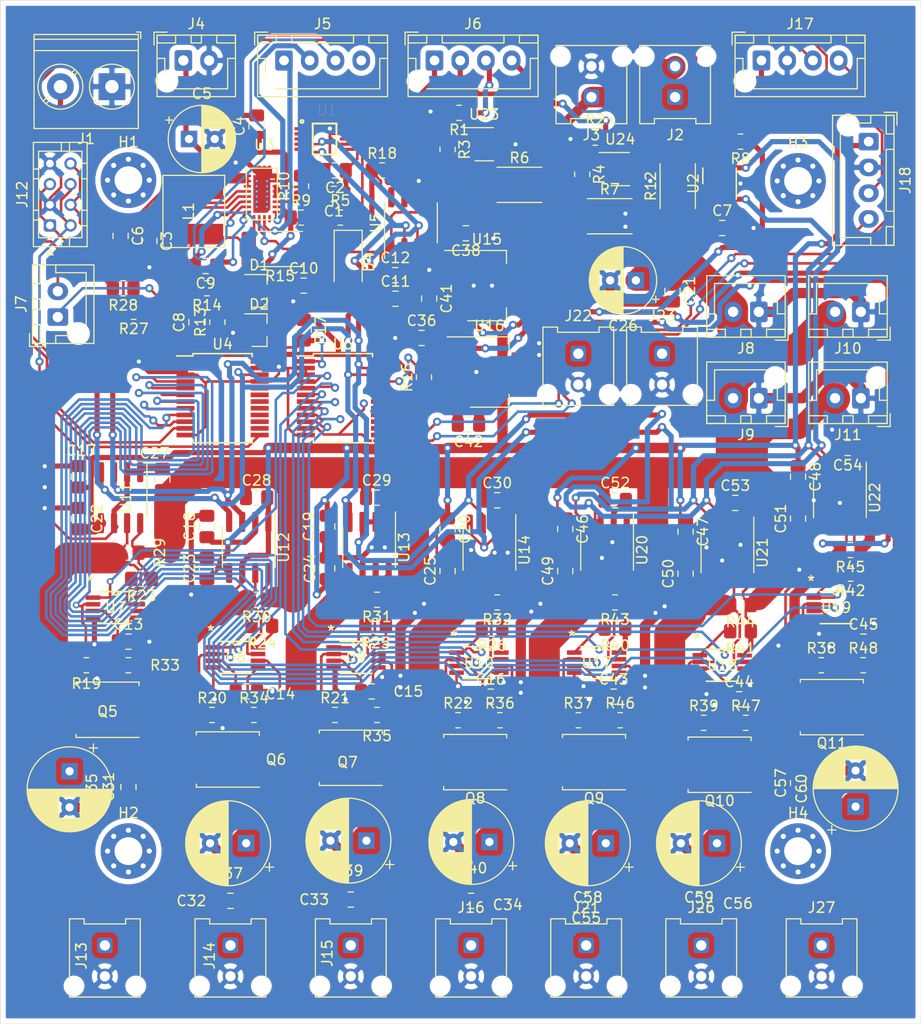
<source format=kicad_pcb>
(kicad_pcb (version 20171130) (host pcbnew "(5.1.8)-1")
  (layers (0 F.Cu signal) (31 B.Cu signal) (34 B.Paste user) (35 F.Paste user) (36 B.SilkS user) (37 F.SilkS user) (38 B.Mask user) (39 F.Mask user) (44 Edge.Cuts user))
  (net 0 "")
  (net 1 GND)
  (net 2 +VDC)
  (net 3 +BATT)
  (net 4 +3V3)
  (net 5 "Net-(C13-Pad1)")
  (net 6 "Net-(C14-Pad1)")
  (net 7 "Net-(C15-Pad1)")
  (net 8 "Net-(C16-Pad1)")
  (net 9 "Net-(C31-Pad1)")
  (net 10 "Net-(C32-Pad1)")
  (net 11 "Net-(C33-Pad1)")
  (net 12 "Net-(C34-Pad1)")
  (net 13 "Net-(C43-Pad1)")
  (net 14 "Net-(C44-Pad1)")
  (net 15 "Net-(C45-Pad1)")
  (net 16 "Net-(C55-Pad1)")
  (net 17 "Net-(C56-Pad1)")
  (net 18 OUT_POWER_SWITCH)
  (net 19 "Net-(D1-Pad3)")
  (net 20 "Net-(D1-Pad2)")
  (net 21 "Net-(D1-Pad1)")
  (net 22 "Net-(D2-Pad3)")
  (net 23 "Net-(D4-Pad1)")
  (net 24 "Net-(C10-Pad2)")
  (net 25 BATT1)
  (net 26 BATT2)
  (net 27 /IMON)
  (net 28 /SYNC)
  (net 29 INT)
  (net 30 SCL)
  (net 31 "Net-(C6-Pad1)")
  (net 32 "Net-(C8-Pad1)")
  (net 33 BAL1)
  (net 34 BAL2)
  (net 35 "Net-(Q5-Pad4)")
  (net 36 "Net-(Q5-Pad5)")
  (net 37 "Net-(Q6-Pad5)")
  (net 38 "Net-(Q6-Pad4)")
  (net 39 "Net-(Q7-Pad4)")
  (net 40 "Net-(Q7-Pad5)")
  (net 41 "Net-(Q8-Pad5)")
  (net 42 "Net-(Q8-Pad4)")
  (net 43 "Net-(Q9-Pad5)")
  (net 44 "Net-(Q9-Pad4)")
  (net 45 "Net-(Q10-Pad4)")
  (net 46 "Net-(Q10-Pad5)")
  (net 47 "Net-(Q11-Pad4)")
  (net 48 OUT_POWER)
  (net 49 "Net-(R5-Pad2)")
  (net 50 ALCC)
  (net 51 +3.3VA)
  (net 52 "Net-(R16-Pad2)")
  (net 53 EN_STAR)
  (net 54 EN_WHEEL)
  (net 55 EN_DEPLOY)
  (net 56 EN_COMM)
  (net 57 PG_STAR)
  (net 58 PG_WHEEL)
  (net 59 PG_DEPLOY)
  (net 60 PG_COMM)
  (net 61 SDA)
  (net 62 "Net-(R33-Pad2)")
  (net 63 "Net-(R34-Pad2)")
  (net 64 "Net-(R35-Pad2)")
  (net 65 "Net-(R36-Pad2)")
  (net 66 EN_PROP)
  (net 67 EN_POWER)
  (net 68 EN_GPR)
  (net 69 PG_PROP)
  (net 70 PG_GPR)
  (net 71 PG_POWER)
  (net 72 "Net-(R46-Pad2)")
  (net 73 "Net-(R47-Pad2)")
  (net 74 "Net-(R48-Pad2)")
  (net 75 "Net-(R10-Pad1)")
  (net 76 "Net-(C3-Pad1)")
  (net 77 /PG)
  (net 78 "Net-(C9-Pad1)")
  (net 79 "Net-(C6-Pad2)")
  (net 80 "Net-(U3-Pad24)")
  (net 81 "Net-(U4-Pad20)")
  (net 82 "Net-(U4-Pad19)")
  (net 83 "Net-(U4-Pad18)")
  (net 84 "Net-(U4-Pad17)")
  (net 85 "Net-(U4-Pad16)")
  (net 86 EN_2)
  (net 87 EN_1)
  (net 88 "Net-(U4-Pad1)")
  (net 89 PG_1)
  (net 90 PG_2)
  (net 91 "Net-(U6-Pad16)")
  (net 92 "Net-(U6-Pad17)")
  (net 93 "Net-(U6-Pad18)")
  (net 94 "Net-(U6-Pad19)")
  (net 95 "Net-(U6-Pad20)")
  (net 96 "Net-(J5-Pad4)")
  (net 97 "Net-(U4-Pad15)")
  (net 98 "Net-(U4-Pad14)")
  (net 99 "Net-(U6-Pad14)")
  (net 100 "Net-(U6-Pad15)")
  (net 101 "Net-(R3-Pad2)")
  (net 102 "Net-(R4-Pad2)")
  (net 103 "Net-(R6-Pad1)")
  (net 104 "Net-(R7-Pad1)")
  (module Resistor_SMD:R_2512_6332Metric_Pad1.40x3.35mm_HandSolder (layer F.Cu) (at 161.29 44.323)
    (fp_text reference R7 (at 0 -2.62) (layer F.SilkS))
    (fp_text value 47)
    (pad 2 smd roundrect (at 3.05 0) (size 1.4 3.35) (layers F.Cu F.Paste F.Mask) (roundrect_rratio 0.178571) (net 1 GND))
    (pad 1 smd roundrect (at -3.05 0) (size 1.4 3.35) (layers F.Cu F.Paste F.Mask) (roundrect_rratio 0.178571) (net 104 "Net-(R7-Pad1)"))
  )
  (module Resistor_SMD:R_2512_6332Metric_Pad1.40x3.35mm_HandSolder (layer F.Cu) (at 152.527 41.275)
    (fp_text reference R6 (at 0 -2.62) (layer F.SilkS))
    (fp_text value 47)
    (pad 2 smd roundrect (at 3.05 0) (size 1.4 3.35) (layers F.Cu F.Paste F.Mask) (roundrect_rratio 0.178571) (net 25 BATT1))
    (pad 1 smd roundrect (at -3.05 0) (size 1.4 3.35) (layers F.Cu F.Paste F.Mask) (roundrect_rratio 0.178571) (net 103 "Net-(R6-Pad1)"))
  )
  (module Package_TO_SOT_SMD:SOT-23-6_Handsoldering (layer F.Cu) (at 162.306 39.751)
    (fp_text reference U24 (at 0 -2.9) (layer F.SilkS))
    (fp_text value AO6608)
    (pad 5 smd rect (at 1.35 0) (size 1.56 0.65) (layers F.Cu F.Paste F.Mask) (net 1 GND))
    (pad 6 smd rect (at 1.35 -0.95) (size 1.56 0.65) (layers F.Cu F.Paste F.Mask) (net 102 "Net-(R4-Pad2)"))
    (pad 4 smd rect (at 1.35 0.95) (size 1.56 0.65) (layers F.Cu F.Paste F.Mask) (net 104 "Net-(R7-Pad1)"))
    (pad 3 smd rect (at -1.35 0.95) (size 1.56 0.65) (layers F.Cu F.Paste F.Mask) (net 102 "Net-(R4-Pad2)"))
    (pad 2 smd rect (at -1.35 0) (size 1.56 0.65) (layers F.Cu F.Paste F.Mask) (net 25 BATT1))
    (pad 1 smd rect (at -1.35 -0.95) (size 1.56 0.65) (layers F.Cu F.Paste F.Mask) (net 34 BAL2))
  )
  (module Package_TO_SOT_SMD:SOT-23-6_Handsoldering (layer F.Cu) (at 149.098 37.338)
    (fp_text reference U23 (at 0 -2.9) (layer F.SilkS))
    (fp_text value AO6608)
    (pad 5 smd rect (at 1.35 0) (size 1.56 0.65) (layers F.Cu F.Paste F.Mask) (net 1 GND))
    (pad 6 smd rect (at 1.35 -0.95) (size 1.56 0.65) (layers F.Cu F.Paste F.Mask) (net 101 "Net-(R3-Pad2)"))
    (pad 4 smd rect (at 1.35 0.95) (size 1.56 0.65) (layers F.Cu F.Paste F.Mask) (net 103 "Net-(R6-Pad1)"))
    (pad 3 smd rect (at -1.35 0.95) (size 1.56 0.65) (layers F.Cu F.Paste F.Mask) (net 101 "Net-(R3-Pad2)"))
    (pad 2 smd rect (at -1.35 0) (size 1.56 0.65) (layers F.Cu F.Paste F.Mask) (net 26 BATT2))
    (pad 1 smd rect (at -1.35 -0.95) (size 1.56 0.65) (layers F.Cu F.Paste F.Mask) (net 33 BAL1))
  )
  (module Capacitor_THT:CP_Radial_D8.0mm_P3.50mm (layer F.Cu) (at 185.166 101.6 90)
    (fp_text reference C60 (at 1.75 -5.25 90) (layer F.SilkS))
    (fp_text value 470u)
    (pad 2 thru_hole circle (at 3.5 0 90) (size 1.6 1.6) (drill 0.8) (layers *.Cu *.Mask) (net 1 GND))
    (pad 1 thru_hole rect (at 0 0 90) (size 1.6 1.6) (drill 0.8) (layers *.Cu *.Mask) (net 18 OUT_POWER_SWITCH))
  )
  (module Capacitor_THT:CP_Radial_D8.0mm_P3.50mm (layer F.Cu) (at 171.704 105.156 180)
    (fp_text reference C59 (at 1.75 -5.25) (layer F.SilkS))
    (fp_text value 470u)
    (pad 2 thru_hole circle (at 3.5 0 180) (size 1.6 1.6) (drill 0.8) (layers *.Cu *.Mask) (net 1 GND))
    (pad 1 thru_hole rect (at 0 0 180) (size 1.6 1.6) (drill 0.8) (layers *.Cu *.Mask) (net 17 "Net-(C56-Pad1)"))
  )
  (module Capacitor_THT:CP_Radial_D8.0mm_P3.50mm (layer F.Cu) (at 160.909 105.156 180)
    (fp_text reference C58 (at 1.75 -5.25) (layer F.SilkS))
    (fp_text value 470u)
    (pad 2 thru_hole circle (at 3.5 0 180) (size 1.6 1.6) (drill 0.8) (layers *.Cu *.Mask) (net 1 GND))
    (pad 1 thru_hole rect (at 0 0 180) (size 1.6 1.6) (drill 0.8) (layers *.Cu *.Mask) (net 16 "Net-(C55-Pad1)"))
  )
  (module Capacitor_THT:CP_Radial_D8.0mm_P3.50mm (layer F.Cu) (at 149.606 105.029 180)
    (fp_text reference C40 (at 1.651 -2.54) (layer F.SilkS))
    (fp_text value 470u)
    (pad 2 thru_hole circle (at 3.5 0 180) (size 1.6 1.6) (drill 0.8) (layers *.Cu *.Mask) (net 1 GND))
    (pad 1 thru_hole rect (at 0 0 180) (size 1.6 1.6) (drill 0.8) (layers *.Cu *.Mask) (net 12 "Net-(C34-Pad1)"))
  )
  (module Capacitor_THT:CP_Radial_D8.0mm_P3.50mm (layer F.Cu) (at 137.668 104.902 180)
    (fp_text reference C39 (at 1.75 -2.921) (layer F.SilkS))
    (fp_text value 470u)
    (pad 2 thru_hole circle (at 3.5 0 180) (size 1.6 1.6) (drill 0.8) (layers *.Cu *.Mask) (net 1 GND))
    (pad 1 thru_hole rect (at 0 0 180) (size 1.6 1.6) (drill 0.8) (layers *.Cu *.Mask) (net 11 "Net-(C33-Pad1)"))
  )
  (module Capacitor_THT:CP_Radial_D8.0mm_P3.50mm (layer F.Cu) (at 125.984 105.156 180)
    (fp_text reference C37 (at 1.75 -2.921) (layer F.SilkS))
    (fp_text value 470u)
    (pad 2 thru_hole circle (at 3.5 0 180) (size 1.6 1.6) (drill 0.8) (layers *.Cu *.Mask) (net 1 GND))
    (pad 1 thru_hole rect (at 0 0 180) (size 1.6 1.6) (drill 0.8) (layers *.Cu *.Mask) (net 10 "Net-(C32-Pad1)"))
  )
  (module Capacitor_THT:CP_Radial_D8.0mm_P3.50mm (layer F.Cu) (at 108.839 98.171 270)
    (fp_text reference C35 (at 1.651 -2.159 90) (layer F.SilkS))
    (fp_text value 470u)
    (pad 2 thru_hole circle (at 3.5 0 270) (size 1.6 1.6) (drill 0.8) (layers *.Cu *.Mask) (net 1 GND))
    (pad 1 thru_hole rect (at 0 0 270) (size 1.6 1.6) (drill 0.8) (layers *.Cu *.Mask) (net 9 "Net-(C31-Pad1)"))
  )
  (module Diode_SMD:D_SOD-128 (layer F.Cu) (at 135.89 48.768 270)
    (fp_text reference D4 (at 0 -2 90) (layer F.SilkS))
    (fp_text value D_Schottky)
    (pad 2 smd rect (at 2.2 0 270) (size 1.4 2.1) (layers F.Cu F.Paste F.Mask) (net 24 "Net-(C10-Pad2)"))
    (pad 1 smd rect (at -2.2 0 270) (size 1.4 2.1) (layers F.Cu F.Paste F.Mask) (net 23 "Net-(D4-Pad1)"))
  )
  (module HS2_parts:TPS24701DGKR (layer F.Cu) (at 172.212 87.884)
    (fp_text reference U18 (at 0 0) (layer F.SilkS))
    (fp_text value TPS24701DGKR)
    (fp_text user * (at -2.4257 -2.5498) (layer F.SilkS))
    (fp_text user * (at -2.4257 -2.5498) (layer F.SilkS))
    (pad 8 smd rect (at 2.1717 -0.974999) (size 1.4224 0.4318) (layers F.Cu F.Paste F.Mask) (net 3 +BATT))
    (pad 7 smd rect (at 2.1717 -0.325001) (size 1.4224 0.4318) (layers F.Cu F.Paste F.Mask) (net 46 "Net-(Q10-Pad5)"))
    (pad 6 smd rect (at 2.1717 0.325001) (size 1.4224 0.4318) (layers F.Cu F.Paste F.Mask) (net 73 "Net-(R47-Pad2)"))
    (pad 5 smd rect (at 2.1717 0.974999) (size 1.4224 0.4318) (layers F.Cu F.Paste F.Mask) (net 17 "Net-(C56-Pad1)"))
    (pad 4 smd rect (at -2.1717 0.974999) (size 1.4224 0.4318) (layers F.Cu F.Paste F.Mask) (net 1 GND))
    (pad 3 smd rect (at -2.1717 0.325001) (size 1.4224 0.4318) (layers F.Cu F.Paste F.Mask) (net 14 "Net-(C44-Pad1)"))
    (pad 2 smd rect (at -2.1717 -0.325001) (size 1.4224 0.4318) (layers F.Cu F.Paste F.Mask) (net 68 EN_GPR))
    (pad 1 smd rect (at -2.1717 -0.974999) (size 1.4224 0.4318) (layers F.Cu F.Paste F.Mask) (net 70 PG_GPR))
  )
  (module Capacitor_SMD:C_0805_2012Metric_Pad1.18x1.45mm_HandSolder (layer F.Cu) (at 138.176 90.424)
    (fp_text reference C15 (at 3.556 0) (layer F.SilkS))
    (fp_text value 68n)
    (pad 2 smd roundrect (at 1.0375 0) (size 1.175 1.45) (layers F.Cu F.Paste F.Mask) (roundrect_rratio 0.212766) (net 1 GND))
    (pad 1 smd roundrect (at -1.0375 0) (size 1.175 1.45) (layers F.Cu F.Paste F.Mask) (roundrect_rratio 0.212766) (net 7 "Net-(C15-Pad1)"))
  )
  (module Capacitor_SMD:C_0805_2012Metric_Pad1.18x1.45mm_HandSolder (layer F.Cu) (at 149.733 90.932)
    (fp_text reference C16 (at 0 -1.68) (layer F.SilkS))
    (fp_text value 68n)
    (pad 2 smd roundrect (at 1.0375 0) (size 1.175 1.45) (layers F.Cu F.Paste F.Mask) (roundrect_rratio 0.212766) (net 1 GND))
    (pad 1 smd roundrect (at -1.0375 0) (size 1.175 1.45) (layers F.Cu F.Paste F.Mask) (roundrect_rratio 0.212766) (net 8 "Net-(C16-Pad1)"))
  )
  (module Package_SO:SOIC-8_3.9x4.9mm_P1.27mm (layer F.Cu) (at 113.792 71.628 270)
    (fp_text reference U11 (at 0 -0.508 90) (layer F.SilkS))
    (fp_text value INA219BxD)
    (pad 8 smd roundrect (at 2.475 -1.905 270) (size 1.95 0.6) (layers F.Cu F.Paste F.Mask) (net 3 +BATT))
    (pad 7 smd roundrect (at 2.475 -0.635 270) (size 1.95 0.6) (layers F.Cu F.Paste F.Mask) (net 36 "Net-(Q5-Pad5)"))
    (pad 6 smd roundrect (at 2.475 0.635 270) (size 1.95 0.6) (layers F.Cu F.Paste F.Mask) (net 1 GND))
    (pad 5 smd roundrect (at 2.475 1.905 270) (size 1.95 0.6) (layers F.Cu F.Paste F.Mask) (net 4 +3V3))
    (pad 4 smd roundrect (at -2.475 1.905 270) (size 1.95 0.6) (layers F.Cu F.Paste F.Mask) (net 30 SCL))
    (pad 3 smd roundrect (at -2.475 0.635 270) (size 1.95 0.6) (layers F.Cu F.Paste F.Mask) (net 61 SDA))
    (pad 2 smd roundrect (at -2.475 -0.635 270) (size 1.95 0.6) (layers F.Cu F.Paste F.Mask) (net 1 GND))
    (pad 1 smd roundrect (at -2.475 -1.905 270) (size 1.95 0.6) (layers F.Cu F.Paste F.Mask) (net 1 GND))
  )
  (module Capacitor_THT:CP_Radial_D6.3mm_P2.50mm (layer F.Cu) (at 120.436 36.83)
    (fp_text reference C5 (at 1.25 -4.4) (layer F.SilkS))
    (fp_text value 22u)
    (pad 2 thru_hole circle (at 2.5 0) (size 1.6 1.6) (drill 0.8) (layers *.Cu *.Mask) (net 1 GND))
    (pad 1 thru_hole rect (at 0 0) (size 1.6 1.6) (drill 0.8) (layers *.Cu *.Mask) (net 2 +VDC))
  )
  (module Capacitor_SMD:C_0805_2012Metric_Pad1.18x1.45mm_HandSolder (layer F.Cu) (at 172.212 45.466)
    (fp_text reference C7 (at 0 -1.68) (layer F.SilkS))
    (fp_text value 1u)
    (pad 1 smd roundrect (at -1.0375 0) (size 1.175 1.45) (layers F.Cu F.Paste F.Mask) (roundrect_rratio 0.212766) (net 3 +BATT))
    (pad 2 smd roundrect (at 1.0375 0) (size 1.175 1.45) (layers F.Cu F.Paste F.Mask) (roundrect_rratio 0.212766) (net 1 GND))
  )
  (module Capacitor_SMD:C_0805_2012Metric_Pad1.18x1.45mm_HandSolder (layer F.Cu) (at 140.4835 52.324)
    (fp_text reference C11 (at 0 -1.68) (layer F.SilkS))
    (fp_text value 10u)
    (pad 1 smd roundrect (at -1.0375 0) (size 1.175 1.45) (layers F.Cu F.Paste F.Mask) (roundrect_rratio 0.212766) (net 4 +3V3))
    (pad 2 smd roundrect (at 1.0375 0) (size 1.175 1.45) (layers F.Cu F.Paste F.Mask) (roundrect_rratio 0.212766) (net 1 GND))
  )
  (module Capacitor_SMD:C_0805_2012Metric_Pad1.18x1.45mm_HandSolder (layer F.Cu) (at 140.462 50.038)
    (fp_text reference C12 (at 0 -1.68) (layer F.SilkS))
    (fp_text value 100n)
    (pad 2 smd roundrect (at 1.0375 0) (size 1.175 1.45) (layers F.Cu F.Paste F.Mask) (roundrect_rratio 0.212766) (net 1 GND))
    (pad 1 smd roundrect (at -1.0375 0) (size 1.175 1.45) (layers F.Cu F.Paste F.Mask) (roundrect_rratio 0.212766) (net 4 +3V3))
  )
  (module Capacitor_SMD:C_0805_2012Metric_Pad1.18x1.45mm_HandSolder (layer F.Cu) (at 114.554 85.598)
    (fp_text reference C13 (at 0 -1.68) (layer F.SilkS))
    (fp_text value 68n)
    (pad 1 smd roundrect (at -1.0375 0) (size 1.175 1.45) (layers F.Cu F.Paste F.Mask) (roundrect_rratio 0.212766) (net 5 "Net-(C13-Pad1)"))
    (pad 2 smd roundrect (at 1.0375 0) (size 1.175 1.45) (layers F.Cu F.Paste F.Mask) (roundrect_rratio 0.212766) (net 1 GND))
  )
  (module Capacitor_SMD:C_0805_2012Metric_Pad1.18x1.45mm_HandSolder (layer F.Cu) (at 126.0055 90.424)
    (fp_text reference C14 (at 3.302 0.254) (layer F.SilkS))
    (fp_text value 68n)
    (pad 1 smd roundrect (at -1.0375 0) (size 1.175 1.45) (layers F.Cu F.Paste F.Mask) (roundrect_rratio 0.212766) (net 6 "Net-(C14-Pad1)"))
    (pad 2 smd roundrect (at 1.0375 0) (size 1.175 1.45) (layers F.Cu F.Paste F.Mask) (roundrect_rratio 0.212766) (net 1 GND))
  )
  (module Capacitor_SMD:C_0805_2012Metric_Pad1.18x1.45mm_HandSolder (layer F.Cu) (at 109.728 69.596 90)
    (fp_text reference C17 (at 2.54 0.254) (layer F.SilkS))
    (fp_text value 10u)
    (pad 2 smd roundrect (at 1.0375 0 90) (size 1.175 1.45) (layers F.Cu F.Paste F.Mask) (roundrect_rratio 0.212766) (net 1 GND))
    (pad 1 smd roundrect (at -1.0375 0 90) (size 1.175 1.45) (layers F.Cu F.Paste F.Mask) (roundrect_rratio 0.212766) (net 4 +3V3))
  )
  (module Capacitor_SMD:C_0805_2012Metric_Pad1.18x1.45mm_HandSolder (layer F.Cu) (at 122.174 74.422 90)
    (fp_text reference C18 (at 0 -1.68 90) (layer F.SilkS))
    (fp_text value 10u)
    (pad 2 smd roundrect (at 1.0375 0 90) (size 1.175 1.45) (layers F.Cu F.Paste F.Mask) (roundrect_rratio 0.212766) (net 1 GND))
    (pad 1 smd roundrect (at -1.0375 0 90) (size 1.175 1.45) (layers F.Cu F.Paste F.Mask) (roundrect_rratio 0.212766) (net 4 +3V3))
  )
  (module Capacitor_SMD:C_0805_2012Metric_Pad1.18x1.45mm_HandSolder (layer F.Cu) (at 133.858 74.422 270)
    (fp_text reference C19 (at 0 1.778 90) (layer F.SilkS))
    (fp_text value 10u)
    (pad 1 smd roundrect (at -1.0375 0 270) (size 1.175 1.45) (layers F.Cu F.Paste F.Mask) (roundrect_rratio 0.212766) (net 4 +3V3))
    (pad 2 smd roundrect (at 1.0375 0 270) (size 1.175 1.45) (layers F.Cu F.Paste F.Mask) (roundrect_rratio 0.212766) (net 1 GND))
  )
  (module Capacitor_SMD:C_0805_2012Metric_Pad1.18x1.45mm_HandSolder (layer F.Cu) (at 145.542 74.676 270)
    (fp_text reference C20 (at 0 -1.68 90) (layer F.SilkS))
    (fp_text value 10u)
    (pad 1 smd roundrect (at -1.0375 0 270) (size 1.175 1.45) (layers F.Cu F.Paste F.Mask) (roundrect_rratio 0.212766) (net 4 +3V3))
    (pad 2 smd roundrect (at 1.0375 0 270) (size 1.175 1.45) (layers F.Cu F.Paste F.Mask) (roundrect_rratio 0.212766) (net 1 GND))
  )
  (module Capacitor_SMD:C_0805_2012Metric_Pad1.18x1.45mm_HandSolder (layer F.Cu) (at 109.728 73.66 90)
    (fp_text reference C22 (at 0 1.778 90) (layer F.SilkS))
    (fp_text value 100n)
    (pad 1 smd roundrect (at -1.0375 0 90) (size 1.175 1.45) (layers F.Cu F.Paste F.Mask) (roundrect_rratio 0.212766) (net 4 +3V3))
    (pad 2 smd roundrect (at 1.0375 0 90) (size 1.175 1.45) (layers F.Cu F.Paste F.Mask) (roundrect_rratio 0.212766) (net 1 GND))
  )
  (module Capacitor_SMD:C_0805_2012Metric_Pad1.18x1.45mm_HandSolder (layer F.Cu) (at 122.174 78.486 90)
    (fp_text reference C23 (at 0 -1.68 90) (layer F.SilkS))
    (fp_text value 100n)
    (pad 2 smd roundrect (at 1.0375 0 90) (size 1.175 1.45) (layers F.Cu F.Paste F.Mask) (roundrect_rratio 0.212766) (net 1 GND))
    (pad 1 smd roundrect (at -1.0375 0 90) (size 1.175 1.45) (layers F.Cu F.Paste F.Mask) (roundrect_rratio 0.212766) (net 4 +3V3))
  )
  (module Capacitor_SMD:C_0805_2012Metric_Pad1.18x1.45mm_HandSolder (layer F.Cu) (at 133.858 78.486 90)
    (fp_text reference C24 (at 0 -1.68 90) (layer F.SilkS))
    (fp_text value 100n)
    (pad 2 smd roundrect (at 1.0375 0 90) (size 1.175 1.45) (layers F.Cu F.Paste F.Mask) (roundrect_rratio 0.212766) (net 1 GND))
    (pad 1 smd roundrect (at -1.0375 0 90) (size 1.175 1.45) (layers F.Cu F.Paste F.Mask) (roundrect_rratio 0.212766) (net 4 +3V3))
  )
  (module Capacitor_SMD:C_0805_2012Metric_Pad1.18x1.45mm_HandSolder (layer F.Cu) (at 145.542 78.74 90)
    (fp_text reference C25 (at 0 -1.68 90) (layer F.SilkS))
    (fp_text value 100n)
    (pad 1 smd roundrect (at -1.0375 0 90) (size 1.175 1.45) (layers F.Cu F.Paste F.Mask) (roundrect_rratio 0.212766) (net 4 +3V3))
    (pad 2 smd roundrect (at 1.0375 0 90) (size 1.175 1.45) (layers F.Cu F.Paste F.Mask) (roundrect_rratio 0.212766) (net 1 GND))
  )
  (module Capacitor_THT:CP_Radial_D6.3mm_P2.50mm (layer F.Cu) (at 163.83 50.546 180)
    (fp_text reference C26 (at 1.25 -4.4) (layer F.SilkS))
    (fp_text value 22u)
    (pad 1 thru_hole rect (at 0 0 180) (size 1.6 1.6) (drill 0.8) (layers *.Cu *.Mask) (net 3 +BATT))
    (pad 2 thru_hole circle (at 2.5 0 180) (size 1.6 1.6) (drill 0.8) (layers *.Cu *.Mask) (net 1 GND))
  )
  (module Capacitor_SMD:C_0805_2012Metric_Pad1.18x1.45mm_HandSolder (layer F.Cu) (at 117.856 69.85 90)
    (fp_text reference C27 (at 2.54 -0.762) (layer F.SilkS))
    (fp_text value 0.1u)
    (pad 1 smd roundrect (at -1.0375 0 90) (size 1.175 1.45) (layers F.Cu F.Paste F.Mask) (roundrect_rratio 0.212766) (net 3 +BATT))
    (pad 2 smd roundrect (at 1.0375 0 90) (size 1.175 1.45) (layers F.Cu F.Paste F.Mask) (roundrect_rratio 0.212766) (net 1 GND))
  )
  (module Capacitor_SMD:C_0805_2012Metric_Pad1.18x1.45mm_HandSolder (layer F.Cu) (at 127 71.628)
    (fp_text reference C28 (at 0 -1.68) (layer F.SilkS))
    (fp_text value 0.1u)
    (pad 2 smd roundrect (at 1.0375 0) (size 1.175 1.45) (layers F.Cu F.Paste F.Mask) (roundrect_rratio 0.212766) (net 1 GND))
    (pad 1 smd roundrect (at -1.0375 0) (size 1.175 1.45) (layers F.Cu F.Paste F.Mask) (roundrect_rratio 0.212766) (net 3 +BATT))
  )
  (module Capacitor_SMD:C_0805_2012Metric_Pad1.18x1.45mm_HandSolder (layer F.Cu) (at 138.6625 71.628)
    (fp_text reference C29 (at 0 -1.68) (layer F.SilkS))
    (fp_text value 0.1u)
    (pad 1 smd roundrect (at -1.0375 0) (size 1.175 1.45) (layers F.Cu F.Paste F.Mask) (roundrect_rratio 0.212766) (net 3 +BATT))
    (pad 2 smd roundrect (at 1.0375 0) (size 1.175 1.45) (layers F.Cu F.Paste F.Mask) (roundrect_rratio 0.212766) (net 1 GND))
  )
  (module Capacitor_SMD:C_0805_2012Metric_Pad1.18x1.45mm_HandSolder (layer F.Cu) (at 150.368 71.882)
    (fp_text reference C30 (at 0 -1.68) (layer F.SilkS))
    (fp_text value 0.1u)
    (pad 2 smd roundrect (at 1.0375 0) (size 1.175 1.45) (layers F.Cu F.Paste F.Mask) (roundrect_rratio 0.212766) (net 1 GND))
    (pad 1 smd roundrect (at -1.0375 0) (size 1.175 1.45) (layers F.Cu F.Paste F.Mask) (roundrect_rratio 0.212766) (net 3 +BATT))
  )
  (module Capacitor_SMD:C_0805_2012Metric_Pad1.18x1.45mm_HandSolder (layer F.Cu) (at 114.554 99.695 270)
    (fp_text reference C31 (at 0 1.905 90) (layer F.SilkS))
    (fp_text value 100n)
    (pad 1 smd roundrect (at -1.0375 0 270) (size 1.175 1.45) (layers F.Cu F.Paste F.Mask) (roundrect_rratio 0.212766) (net 9 "Net-(C31-Pad1)"))
    (pad 2 smd roundrect (at 1.0375 0 270) (size 1.175 1.45) (layers F.Cu F.Paste F.Mask) (roundrect_rratio 0.212766) (net 1 GND))
  )
  (module Capacitor_SMD:C_0805_2012Metric_Pad1.18x1.45mm_HandSolder (layer F.Cu) (at 124.46 110.744 180)
    (fp_text reference C32 (at 3.7885 0) (layer F.SilkS))
    (fp_text value 100n)
    (pad 1 smd roundrect (at -1.0375 0 180) (size 1.175 1.45) (layers F.Cu F.Paste F.Mask) (roundrect_rratio 0.212766) (net 10 "Net-(C32-Pad1)"))
    (pad 2 smd roundrect (at 1.0375 0 180) (size 1.175 1.45) (layers F.Cu F.Paste F.Mask) (roundrect_rratio 0.212766) (net 1 GND))
  )
  (module Capacitor_SMD:C_0805_2012Metric_Pad1.18x1.45mm_HandSolder (layer F.Cu) (at 136.144 110.617 180)
    (fp_text reference C33 (at 3.556 0) (layer F.SilkS))
    (fp_text value 100n)
    (pad 2 smd roundrect (at 1.0375 0 180) (size 1.175 1.45) (layers F.Cu F.Paste F.Mask) (roundrect_rratio 0.212766) (net 1 GND))
    (pad 1 smd roundrect (at -1.0375 0 180) (size 1.175 1.45) (layers F.Cu F.Paste F.Mask) (roundrect_rratio 0.212766) (net 11 "Net-(C33-Pad1)"))
  )
  (module Capacitor_SMD:C_0805_2012Metric_Pad1.18x1.45mm_HandSolder (layer F.Cu) (at 147.828 110.744 180)
    (fp_text reference C34 (at -3.556 -0.381) (layer F.SilkS))
    (fp_text value 100n)
    (pad 2 smd roundrect (at 1.0375 0 180) (size 1.175 1.45) (layers F.Cu F.Paste F.Mask) (roundrect_rratio 0.212766) (net 1 GND))
    (pad 1 smd roundrect (at -1.0375 0 180) (size 1.175 1.45) (layers F.Cu F.Paste F.Mask) (roundrect_rratio 0.212766) (net 12 "Net-(C34-Pad1)"))
  )
  (module Capacitor_SMD:C_0805_2012Metric_Pad1.18x1.45mm_HandSolder (layer F.Cu) (at 161.671 90.932)
    (fp_text reference C43 (at 0 -1.68) (layer F.SilkS))
    (fp_text value 68n)
    (pad 1 smd roundrect (at -1.0375 0) (size 1.175 1.45) (layers F.Cu F.Paste F.Mask) (roundrect_rratio 0.212766) (net 13 "Net-(C43-Pad1)"))
    (pad 2 smd roundrect (at 1.0375 0) (size 1.175 1.45) (layers F.Cu F.Paste F.Mask) (roundrect_rratio 0.212766) (net 1 GND))
  )
  (module Capacitor_SMD:C_0805_2012Metric_Pad1.18x1.45mm_HandSolder (layer F.Cu) (at 173.863 91.186)
    (fp_text reference C44 (at 0 -1.68) (layer F.SilkS))
    (fp_text value 68n)
    (pad 2 smd roundrect (at 1.0375 0) (size 1.175 1.45) (layers F.Cu F.Paste F.Mask) (roundrect_rratio 0.212766) (net 1 GND))
    (pad 1 smd roundrect (at -1.0375 0) (size 1.175 1.45) (layers F.Cu F.Paste F.Mask) (roundrect_rratio 0.212766) (net 14 "Net-(C44-Pad1)"))
  )
  (module Capacitor_SMD:C_0805_2012Metric_Pad1.18x1.45mm_HandSolder (layer F.Cu) (at 185.928 85.598)
    (fp_text reference C45 (at 0 -1.68) (layer F.SilkS))
    (fp_text value 68n)
    (pad 1 smd roundrect (at -1.0375 0) (size 1.175 1.45) (layers F.Cu F.Paste F.Mask) (roundrect_rratio 0.212766) (net 15 "Net-(C45-Pad1)"))
    (pad 2 smd roundrect (at 1.0375 0) (size 1.175 1.45) (layers F.Cu F.Paste F.Mask) (roundrect_rratio 0.212766) (net 1 GND))
  )
  (module Capacitor_SMD:C_0805_2012Metric_Pad1.18x1.45mm_HandSolder (layer F.Cu) (at 156.972 74.676 270)
    (fp_text reference C46 (at 0 -1.68 90) (layer F.SilkS))
    (fp_text value 10u)
    (pad 2 smd roundrect (at 1.0375 0 270) (size 1.175 1.45) (layers F.Cu F.Paste F.Mask) (roundrect_rratio 0.212766) (net 1 GND))
    (pad 1 smd roundrect (at -1.0375 0 270) (size 1.175 1.45) (layers F.Cu F.Paste F.Mask) (roundrect_rratio 0.212766) (net 4 +3V3))
  )
  (module Capacitor_SMD:C_0805_2012Metric_Pad1.18x1.45mm_HandSolder (layer F.Cu) (at 168.656 74.93 270)
    (fp_text reference C47 (at 0 -1.68 90) (layer F.SilkS))
    (fp_text value 10u)
    (pad 1 smd roundrect (at -1.0375 0 270) (size 1.175 1.45) (layers F.Cu F.Paste F.Mask) (roundrect_rratio 0.212766) (net 4 +3V3))
    (pad 2 smd roundrect (at 1.0375 0 270) (size 1.175 1.45) (layers F.Cu F.Paste F.Mask) (roundrect_rratio 0.212766) (net 1 GND))
  )
  (module Capacitor_SMD:C_0805_2012Metric_Pad1.18x1.45mm_HandSolder (layer F.Cu) (at 179.578 69.596 270)
    (fp_text reference C48 (at 0 -1.68 90) (layer F.SilkS))
    (fp_text value 10u)
    (pad 2 smd roundrect (at 1.0375 0 270) (size 1.175 1.45) (layers F.Cu F.Paste F.Mask) (roundrect_rratio 0.212766) (net 1 GND))
    (pad 1 smd roundrect (at -1.0375 0 270) (size 1.175 1.45) (layers F.Cu F.Paste F.Mask) (roundrect_rratio 0.212766) (net 4 +3V3))
  )
  (module Capacitor_SMD:C_0805_2012Metric_Pad1.18x1.45mm_HandSolder (layer F.Cu) (at 156.972 78.74 90)
    (fp_text reference C49 (at 0 -1.68 90) (layer F.SilkS))
    (fp_text value 100n)
    (pad 1 smd roundrect (at -1.0375 0 90) (size 1.175 1.45) (layers F.Cu F.Paste F.Mask) (roundrect_rratio 0.212766) (net 4 +3V3))
    (pad 2 smd roundrect (at 1.0375 0 90) (size 1.175 1.45) (layers F.Cu F.Paste F.Mask) (roundrect_rratio 0.212766) (net 1 GND))
  )
  (module Capacitor_SMD:C_0805_2012Metric_Pad1.18x1.45mm_HandSolder (layer F.Cu) (at 168.656 78.994 90)
    (fp_text reference C50 (at 0 -1.68 90) (layer F.SilkS))
    (fp_text value 100n)
    (pad 2 smd roundrect (at 1.0375 0 90) (size 1.175 1.45) (layers F.Cu F.Paste F.Mask) (roundrect_rratio 0.212766) (net 1 GND))
    (pad 1 smd roundrect (at -1.0375 0 90) (size 1.175 1.45) (layers F.Cu F.Paste F.Mask) (roundrect_rratio 0.212766) (net 4 +3V3))
  )
  (module Capacitor_SMD:C_0805_2012Metric_Pad1.18x1.45mm_HandSolder (layer F.Cu) (at 179.578 73.66 90)
    (fp_text reference C51 (at 0 -1.68 90) (layer F.SilkS))
    (fp_text value 100n)
    (pad 2 smd roundrect (at 1.0375 0 90) (size 1.175 1.45) (layers F.Cu F.Paste F.Mask) (roundrect_rratio 0.212766) (net 1 GND))
    (pad 1 smd roundrect (at -1.0375 0 90) (size 1.175 1.45) (layers F.Cu F.Paste F.Mask) (roundrect_rratio 0.212766) (net 4 +3V3))
  )
  (module Capacitor_SMD:C_0805_2012Metric_Pad1.18x1.45mm_HandSolder (layer F.Cu) (at 161.8195 71.882)
    (fp_text reference C52 (at 0 -1.68) (layer F.SilkS))
    (fp_text value 0.1u)
    (pad 1 smd roundrect (at -1.0375 0) (size 1.175 1.45) (layers F.Cu F.Paste F.Mask) (roundrect_rratio 0.212766) (net 3 +BATT))
    (pad 2 smd roundrect (at 1.0375 0) (size 1.175 1.45) (layers F.Cu F.Paste F.Mask) (roundrect_rratio 0.212766) (net 1 GND))
  )
  (module Capacitor_SMD:C_0805_2012Metric_Pad1.18x1.45mm_HandSolder (layer F.Cu) (at 173.482 72.136)
    (fp_text reference C53 (at 0 -1.68) (layer F.SilkS))
    (fp_text value 0.1u)
    (pad 2 smd roundrect (at 1.0375 0) (size 1.175 1.45) (layers F.Cu F.Paste F.Mask) (roundrect_rratio 0.212766) (net 1 GND))
    (pad 1 smd roundrect (at -1.0375 0) (size 1.175 1.45) (layers F.Cu F.Paste F.Mask) (roundrect_rratio 0.212766) (net 3 +BATT))
  )
  (module Capacitor_SMD:C_0805_2012Metric_Pad1.18x1.45mm_HandSolder (layer F.Cu) (at 184.404 66.802 180)
    (fp_text reference C54 (at 0 -1.68) (layer F.SilkS))
    (fp_text value 0.1u)
    (pad 1 smd roundrect (at -1.0375 0 180) (size 1.175 1.45) (layers F.Cu F.Paste F.Mask) (roundrect_rratio 0.212766) (net 3 +BATT))
    (pad 2 smd roundrect (at 1.0375 0 180) (size 1.175 1.45) (layers F.Cu F.Paste F.Mask) (roundrect_rratio 0.212766) (net 1 GND))
  )
  (module Capacitor_SMD:C_0805_2012Metric_Pad1.18x1.45mm_HandSolder (layer F.Cu) (at 159.004 110.744 180)
    (fp_text reference C55 (at 0 -1.68) (layer F.SilkS))
    (fp_text value 100n)
    (pad 2 smd roundrect (at 1.0375 0 180) (size 1.175 1.45) (layers F.Cu F.Paste F.Mask) (roundrect_rratio 0.212766) (net 1 GND))
    (pad 1 smd roundrect (at -1.0375 0 180) (size 1.175 1.45) (layers F.Cu F.Paste F.Mask) (roundrect_rratio 0.212766) (net 16 "Net-(C55-Pad1)"))
  )
  (module Capacitor_SMD:C_0805_2012Metric_Pad1.18x1.45mm_HandSolder (layer F.Cu) (at 170.053 110.744 180)
    (fp_text reference C56 (at -3.683 -0.254) (layer F.SilkS))
    (fp_text value 100n)
    (pad 2 smd roundrect (at 1.0375 0 180) (size 1.175 1.45) (layers F.Cu F.Paste F.Mask) (roundrect_rratio 0.212766) (net 1 GND))
    (pad 1 smd roundrect (at -1.0375 0 180) (size 1.175 1.45) (layers F.Cu F.Paste F.Mask) (roundrect_rratio 0.212766) (net 17 "Net-(C56-Pad1)"))
  )
  (module Capacitor_SMD:C_0805_2012Metric_Pad1.18x1.45mm_HandSolder (layer F.Cu) (at 179.578 99.314 90)
    (fp_text reference C57 (at 0 -1.68 90) (layer F.SilkS))
    (fp_text value 100n)
    (pad 1 smd roundrect (at -1.0375 0 90) (size 1.175 1.45) (layers F.Cu F.Paste F.Mask) (roundrect_rratio 0.212766) (net 18 OUT_POWER_SWITCH))
    (pad 2 smd roundrect (at 1.0375 0 90) (size 1.175 1.45) (layers F.Cu F.Paste F.Mask) (roundrect_rratio 0.212766) (net 1 GND))
  )
  (module Package_TO_SOT_SMD:SOT-23 (layer F.Cu) (at 127.254 51.562)
    (fp_text reference D1 (at 0 -2.5) (layer F.SilkS))
    (fp_text value BAV99)
    (pad 3 smd rect (at 1 0) (size 0.9 0.8) (layers F.Cu F.Paste F.Mask) (net 19 "Net-(D1-Pad3)"))
    (pad 2 smd rect (at -1 0.95) (size 0.9 0.8) (layers F.Cu F.Paste F.Mask) (net 20 "Net-(D1-Pad2)"))
    (pad 1 smd rect (at -1 -0.95) (size 0.9 0.8) (layers F.Cu F.Paste F.Mask) (net 21 "Net-(D1-Pad1)"))
  )
  (module Package_TO_SOT_SMD:SOT-23 (layer F.Cu) (at 127.254 55.372)
    (fp_text reference D2 (at 0 -2.5) (layer F.SilkS))
    (fp_text value BAV99)
    (pad 1 smd rect (at -1 -0.95) (size 0.9 0.8) (layers F.Cu F.Paste F.Mask) (net 20 "Net-(D1-Pad2)"))
    (pad 2 smd rect (at -1 0.95) (size 0.9 0.8) (layers F.Cu F.Paste F.Mask) (net 1 GND))
    (pad 3 smd rect (at 1 0) (size 0.9 0.8) (layers F.Cu F.Paste F.Mask) (net 22 "Net-(D2-Pad3)"))
  )
  (module HS2_parts:BWVS00606045 (layer F.Cu) (at 120.904 43.856 270)
    (fp_text reference L1 (at 0 0.5 90) (layer F.SilkS))
    (fp_text value 4.7u)
    (pad 1 smd rect (at -2.2 0 270) (size 2 5.7) (layers F.Cu F.Paste F.Mask) (net 31 "Net-(C6-Pad1)"))
    (pad 2 smd rect (at 2.2 0 90) (size 2 5.7) (layers F.Cu F.Paste F.Mask) (net 32 "Net-(C8-Pad1)"))
  )
  (module Package_TO_SOT_SMD:TDSON-8-1 (layer F.Cu) (at 112.522 92.202 180)
    (fp_text reference Q5 (at 0 -0.166) (layer F.SilkS))
    (fp_text value CSD16403Q5A)
    (pad 1 smd rect (at -2.9 -1.905 180) (size 0.85 0.5) (layers F.Cu F.Paste F.Mask) (net 9 "Net-(C31-Pad1)"))
    (pad 2 smd rect (at -2.9 -0.635 180) (size 0.85 0.5) (layers F.Cu F.Paste F.Mask) (net 9 "Net-(C31-Pad1)"))
    (pad 3 smd rect (at -2.9 0.635 180) (size 0.85 0.5) (layers F.Cu F.Paste F.Mask) (net 9 "Net-(C31-Pad1)"))
    (pad 4 smd rect (at -2.9 1.905 180) (size 0.85 0.5) (layers F.Cu F.Paste F.Mask) (net 35 "Net-(Q5-Pad4)"))
    (pad 5 smd rect (at 1.05 0 180) (size 4.55 4.41) (layers F.Cu) (net 36 "Net-(Q5-Pad5)"))
  )
  (module Package_TO_SOT_SMD:TDSON-8-1 (layer F.Cu) (at 124.206 97.028 180)
    (fp_text reference Q6 (at -4.684 0) (layer F.SilkS))
    (fp_text value CSD16403Q5A)
    (pad 5 smd rect (at 1.05 0 180) (size 4.55 4.41) (layers F.Cu) (net 37 "Net-(Q6-Pad5)"))
    (pad 4 smd rect (at -2.9 1.905 180) (size 0.85 0.5) (layers F.Cu F.Paste F.Mask) (net 38 "Net-(Q6-Pad4)"))
    (pad 3 smd rect (at -2.9 0.635 180) (size 0.85 0.5) (layers F.Cu F.Paste F.Mask) (net 10 "Net-(C32-Pad1)"))
    (pad 2 smd rect (at -2.9 -0.635 180) (size 0.85 0.5) (layers F.Cu F.Paste F.Mask) (net 10 "Net-(C32-Pad1)"))
    (pad 1 smd rect (at -2.9 -1.905 180) (size 0.85 0.5) (layers F.Cu F.Paste F.Mask) (net 10 "Net-(C32-Pad1)"))
  )
  (module Package_TO_SOT_SMD:TDSON-8-1 (layer F.Cu) (at 136.144 96.862 180)
    (fp_text reference Q7 (at 0.308 -0.42) (layer F.SilkS))
    (fp_text value CSD16403Q5A)
    (pad 1 smd rect (at -2.9 -1.905 180) (size 0.85 0.5) (layers F.Cu F.Paste F.Mask) (net 11 "Net-(C33-Pad1)"))
    (pad 2 smd rect (at -2.9 -0.635 180) (size 0.85 0.5) (layers F.Cu F.Paste F.Mask) (net 11 "Net-(C33-Pad1)"))
    (pad 3 smd rect (at -2.9 0.635 180) (size 0.85 0.5) (layers F.Cu F.Paste F.Mask) (net 11 "Net-(C33-Pad1)"))
    (pad 4 smd rect (at -2.9 1.905 180) (size 0.85 0.5) (layers F.Cu F.Paste F.Mask) (net 39 "Net-(Q7-Pad4)"))
    (pad 5 smd rect (at 1.05 0 180) (size 4.55 4.41) (layers F.Cu) (net 40 "Net-(Q7-Pad5)"))
  )
  (module Package_TO_SOT_SMD:TDSON-8-1 (layer F.Cu) (at 148.224 97.282 180)
    (fp_text reference Q8 (at 0 -3.5) (layer F.SilkS))
    (fp_text value CSD16403Q5A)
    (pad 5 smd rect (at 1.05 0 180) (size 4.55 4.41) (layers F.Cu) (net 41 "Net-(Q8-Pad5)"))
    (pad 4 smd rect (at -2.9 1.905 180) (size 0.85 0.5) (layers F.Cu F.Paste F.Mask) (net 42 "Net-(Q8-Pad4)"))
    (pad 3 smd rect (at -2.9 0.635 180) (size 0.85 0.5) (layers F.Cu F.Paste F.Mask) (net 12 "Net-(C34-Pad1)"))
    (pad 2 smd rect (at -2.9 -0.635 180) (size 0.85 0.5) (layers F.Cu F.Paste F.Mask) (net 12 "Net-(C34-Pad1)"))
    (pad 1 smd rect (at -2.9 -1.905 180) (size 0.85 0.5) (layers F.Cu F.Paste F.Mask) (net 12 "Net-(C34-Pad1)"))
  )
  (module Package_TO_SOT_SMD:TDSON-8-1 (layer F.Cu) (at 159.766 97.282 180)
    (fp_text reference Q9 (at 0 -3.5) (layer F.SilkS))
    (fp_text value CSD16403Q5A)
    (pad 5 smd rect (at 1.05 0 180) (size 4.55 4.41) (layers F.Cu) (net 43 "Net-(Q9-Pad5)"))
    (pad 4 smd rect (at -2.9 1.905 180) (size 0.85 0.5) (layers F.Cu F.Paste F.Mask) (net 44 "Net-(Q9-Pad4)"))
    (pad 3 smd rect (at -2.9 0.635 180) (size 0.85 0.5) (layers F.Cu F.Paste F.Mask) (net 16 "Net-(C55-Pad1)"))
    (pad 2 smd rect (at -2.9 -0.635 180) (size 0.85 0.5) (layers F.Cu F.Paste F.Mask) (net 16 "Net-(C55-Pad1)"))
    (pad 1 smd rect (at -2.9 -1.905 180) (size 0.85 0.5) (layers F.Cu F.Paste F.Mask) (net 16 "Net-(C55-Pad1)"))
  )
  (module Package_TO_SOT_SMD:TDSON-8-1 (layer F.Cu) (at 171.958 97.536 180)
    (fp_text reference Q10 (at 0 -3.5) (layer F.SilkS))
    (fp_text value CSD16403Q5A)
    (pad 1 smd rect (at -2.9 -1.905 180) (size 0.85 0.5) (layers F.Cu F.Paste F.Mask) (net 17 "Net-(C56-Pad1)"))
    (pad 2 smd rect (at -2.9 -0.635 180) (size 0.85 0.5) (layers F.Cu F.Paste F.Mask) (net 17 "Net-(C56-Pad1)"))
    (pad 3 smd rect (at -2.9 0.635 180) (size 0.85 0.5) (layers F.Cu F.Paste F.Mask) (net 17 "Net-(C56-Pad1)"))
    (pad 4 smd rect (at -2.9 1.905 180) (size 0.85 0.5) (layers F.Cu F.Paste F.Mask) (net 45 "Net-(Q10-Pad4)"))
    (pad 5 smd rect (at 1.05 0 180) (size 4.55 4.41) (layers F.Cu) (net 46 "Net-(Q10-Pad5)"))
  )
  (module Package_TO_SOT_SMD:TDSON-8-1 (layer F.Cu) (at 182.856 91.948 180)
    (fp_text reference Q11 (at 0 -3.5) (layer F.SilkS))
    (fp_text value CSD16403Q5A)
    (pad 1 smd rect (at -2.9 -1.905 180) (size 0.85 0.5) (layers F.Cu F.Paste F.Mask) (net 18 OUT_POWER_SWITCH))
    (pad 2 smd rect (at -2.9 -0.635 180) (size 0.85 0.5) (layers F.Cu F.Paste F.Mask) (net 18 OUT_POWER_SWITCH))
    (pad 3 smd rect (at -2.9 0.635 180) (size 0.85 0.5) (layers F.Cu F.Paste F.Mask) (net 18 OUT_POWER_SWITCH))
    (pad 4 smd rect (at -2.9 1.905 180) (size 0.85 0.5) (layers F.Cu F.Paste F.Mask) (net 47 "Net-(Q11-Pad4)"))
    (pad 5 smd rect (at 1.05 0 180) (size 4.55 4.41) (layers F.Cu) (net 48 OUT_POWER))
  )
  (module Resistor_SMD:R_0805_2012Metric_Pad1.20x1.40mm_HandSolder (layer F.Cu) (at 146.669 34.29 180)
    (fp_text reference R1 (at 0 -1.65) (layer F.SilkS))
    (fp_text value 10k)
    (pad 2 smd roundrect (at 1 0 180) (size 1.2 1.4) (layers F.Cu F.Paste F.Mask) (roundrect_rratio 0.208333) (net 1 GND))
    (pad 1 smd roundrect (at -1 0 180) (size 1.2 1.4) (layers F.Cu F.Paste F.Mask) (roundrect_rratio 0.208333) (net 33 BAL1))
  )
  (module Resistor_SMD:R_0805_2012Metric_Pad1.20x1.40mm_HandSolder (layer F.Cu) (at 159.893 36.703 180)
    (fp_text reference R2 (at 0 1.778) (layer F.SilkS))
    (fp_text value 10k)
    (pad 1 smd roundrect (at -1 0 180) (size 1.2 1.4) (layers F.Cu F.Paste F.Mask) (roundrect_rratio 0.208333) (net 34 BAL2))
    (pad 2 smd roundrect (at 1 0 180) (size 1.2 1.4) (layers F.Cu F.Paste F.Mask) (roundrect_rratio 0.208333) (net 1 GND))
  )
  (module Resistor_SMD:R_0805_2012Metric_Pad1.20x1.40mm_HandSolder (layer F.Cu) (at 145.542 37.846 270)
    (fp_text reference R3 (at 0 -1.65 90) (layer F.SilkS))
    (fp_text value 10k)
    (pad 2 smd roundrect (at 1 0 270) (size 1.2 1.4) (layers F.Cu F.Paste F.Mask) (roundrect_rratio 0.208333) (net 101 "Net-(R3-Pad2)"))
    (pad 1 smd roundrect (at -1 0 270) (size 1.2 1.4) (layers F.Cu F.Paste F.Mask) (roundrect_rratio 0.208333) (net 26 BATT2))
  )
  (module Resistor_SMD:R_0805_2012Metric_Pad1.20x1.40mm_HandSolder (layer F.Cu) (at 158.623 40.259 270)
    (fp_text reference R4 (at 0 -1.65 90) (layer F.SilkS))
    (fp_text value 10k)
    (pad 1 smd roundrect (at -1 0 270) (size 1.2 1.4) (layers F.Cu F.Paste F.Mask) (roundrect_rratio 0.208333) (net 25 BATT1))
    (pad 2 smd roundrect (at 1 0 270) (size 1.2 1.4) (layers F.Cu F.Paste F.Mask) (roundrect_rratio 0.208333) (net 102 "Net-(R4-Pad2)"))
  )
  (module Resistor_SMD:R_0805_2012Metric_Pad1.20x1.40mm_HandSolder (layer F.Cu) (at 135.128 44.45)
    (fp_text reference R5 (at 0 -1.65) (layer F.SilkS))
    (fp_text value 6.2k)
    (pad 1 smd roundrect (at -1 0) (size 1.2 1.4) (layers F.Cu F.Paste F.Mask) (roundrect_rratio 0.208333) (net 21 "Net-(D1-Pad1)"))
    (pad 2 smd roundrect (at 1 0) (size 1.2 1.4) (layers F.Cu F.Paste F.Mask) (roundrect_rratio 0.208333) (net 49 "Net-(R5-Pad2)"))
  )
  (module Resistor_SMD:R_0805_2012Metric_Pad1.20x1.40mm_HandSolder (layer F.Cu) (at 173.99 37.084 180)
    (fp_text reference R8 (at 0 -1.65) (layer F.SilkS))
    (fp_text value 10k)
    (pad 2 smd roundrect (at 1 0 180) (size 1.2 1.4) (layers F.Cu F.Paste F.Mask) (roundrect_rratio 0.208333) (net 50 ALCC))
    (pad 1 smd roundrect (at -1 0 180) (size 1.2 1.4) (layers F.Cu F.Paste F.Mask) (roundrect_rratio 0.208333) (net 51 +3.3VA))
  )
  (module Resistor_SMD:R_0805_2012Metric_Pad1.20x1.40mm_HandSolder (layer F.Cu) (at 131.318 44.45)
    (fp_text reference R9 (at 0 -1.65) (layer F.SilkS))
    (fp_text value 309k)
    (pad 2 smd roundrect (at 1 0) (size 1.2 1.4) (layers F.Cu F.Paste F.Mask) (roundrect_rratio 0.208333) (net 2 +VDC))
    (pad 1 smd roundrect (at -1 0) (size 1.2 1.4) (layers F.Cu F.Paste F.Mask) (roundrect_rratio 0.208333) (net 21 "Net-(D1-Pad1)"))
  )
  (module Resistor_SMD:R_2512_6332Metric_Pad1.40x3.35mm_HandSolder (layer F.Cu) (at 167.894 41.402 90)
    (fp_text reference R12 (at 0 -2.62 90) (layer F.SilkS))
    (fp_text value 5m)
    (pad 1 smd roundrect (at -3.05 0 90) (size 1.4 3.35) (layers F.Cu F.Paste F.Mask) (roundrect_rratio 0.178571) (net 3 +BATT))
    (pad 2 smd roundrect (at 3.05 0 90) (size 1.4 3.35) (layers F.Cu F.Paste F.Mask) (roundrect_rratio 0.178571) (net 26 BATT2))
  )
  (module Resistor_SMD:R_0805_2012Metric_Pad1.20x1.40mm_HandSolder (layer F.Cu) (at 143.256 59.944 90)
    (fp_text reference R16 (at 0 -1.65 90) (layer F.SilkS))
    (fp_text value 3.3k)
    (pad 1 smd roundrect (at -1 0 90) (size 1.2 1.4) (layers F.Cu F.Paste F.Mask) (roundrect_rratio 0.208333) (net 51 +3.3VA))
    (pad 2 smd roundrect (at 1 0 90) (size 1.2 1.4) (layers F.Cu F.Paste F.Mask) (roundrect_rratio 0.208333) (net 52 "Net-(R16-Pad2)"))
  )
  (module Resistor_SMD:R_0805_2012Metric_Pad1.20x1.40mm_HandSolder (layer F.Cu) (at 131.572 55.372 270)
    (fp_text reference R17 (at 0 -1.65 90) (layer F.SilkS))
    (fp_text value 10k)
    (pad 2 smd roundrect (at 1 0 270) (size 1.2 1.4) (layers F.Cu F.Paste F.Mask) (roundrect_rratio 0.208333) (net 29 INT))
    (pad 1 smd roundrect (at -1 0 270) (size 1.2 1.4) (layers F.Cu F.Paste F.Mask) (roundrect_rratio 0.208333) (net 51 +3.3VA))
  )
  (module Resistor_SMD:R_0805_2012Metric_Pad1.20x1.40mm_HandSolder (layer F.Cu) (at 139.192 39.878)
    (fp_text reference R18 (at 0 -1.65) (layer F.SilkS))
    (fp_text value 2m)
    (pad 1 smd roundrect (at -1 0) (size 1.2 1.4) (layers F.Cu F.Paste F.Mask) (roundrect_rratio 0.208333) (net 23 "Net-(D4-Pad1)"))
    (pad 2 smd roundrect (at 1 0) (size 1.2 1.4) (layers F.Cu F.Paste F.Mask) (roundrect_rratio 0.208333) (net 3 +BATT))
  )
  (module Resistor_SMD:R_0805_2012Metric_Pad1.20x1.40mm_HandSolder (layer F.Cu) (at 110.474 87.884)
    (fp_text reference R19 (at 0 1.778) (layer F.SilkS))
    (fp_text value 10k)
    (pad 1 smd roundrect (at -1 0) (size 1.2 1.4) (layers F.Cu F.Paste F.Mask) (roundrect_rratio 0.208333) (net 53 EN_STAR))
    (pad 2 smd roundrect (at 1 0) (size 1.2 1.4) (layers F.Cu F.Paste F.Mask) (roundrect_rratio 0.208333) (net 1 GND))
  )
  (module Resistor_SMD:R_0805_2012Metric_Pad1.20x1.40mm_HandSolder (layer F.Cu) (at 122.682 92.71)
    (fp_text reference R20 (at 0 -1.65) (layer F.SilkS))
    (fp_text value 10k)
    (pad 2 smd roundrect (at 1 0) (size 1.2 1.4) (layers F.Cu F.Paste F.Mask) (roundrect_rratio 0.208333) (net 1 GND))
    (pad 1 smd roundrect (at -1 0) (size 1.2 1.4) (layers F.Cu F.Paste F.Mask) (roundrect_rratio 0.208333) (net 54 EN_WHEEL))
  )
  (module Resistor_SMD:R_0805_2012Metric_Pad1.20x1.40mm_HandSolder (layer F.Cu) (at 134.62 92.71)
    (fp_text reference R21 (at 0 -1.65) (layer F.SilkS))
    (fp_text value 10k)
    (pad 2 smd roundrect (at 1 0) (size 1.2 1.4) (layers F.Cu F.Paste F.Mask) (roundrect_rratio 0.208333) (net 1 GND))
    (pad 1 smd roundrect (at -1 0) (size 1.2 1.4) (layers F.Cu F.Paste F.Mask) (roundrect_rratio 0.208333) (net 55 EN_DEPLOY))
  )
  (module Resistor_SMD:R_0805_2012Metric_Pad1.20x1.40mm_HandSolder (layer F.Cu) (at 146.558 93.218)
    (fp_text reference R22 (at 0 -1.65) (layer F.SilkS))
    (fp_text value 10k)
    (pad 1 smd roundrect (at -1 0) (size 1.2 1.4) (layers F.Cu F.Paste F.Mask) (roundrect_rratio 0.208333) (net 56 EN_COMM))
    (pad 2 smd roundrect (at 1 0) (size 1.2 1.4) (layers F.Cu F.Paste F.Mask) (roundrect_rratio 0.208333) (net 1 GND))
  )
  (module Resistor_SMD:R_0805_2012Metric_Pad1.20x1.40mm_HandSolder (layer F.Cu) (at 115.824 79.502 180)
    (fp_text reference R23 (at 0 -1.65) (layer F.SilkS))
    (fp_text value 10k)
    (pad 1 smd roundrect (at -1 0 180) (size 1.2 1.4) (layers F.Cu F.Paste F.Mask) (roundrect_rratio 0.208333) (net 3 +BATT))
    (pad 2 smd roundrect (at 1 0 180) (size 1.2 1.4) (layers F.Cu F.Paste F.Mask) (roundrect_rratio 0.208333) (net 57 PG_STAR))
  )
  (module Resistor_SMD:R_0805_2012Metric_Pad1.20x1.40mm_HandSolder (layer F.Cu) (at 127.508 84.074 180)
    (fp_text reference R24 (at 0 -1.65) (layer F.SilkS))
    (fp_text value 10k)
    (pad 1 smd roundrect (at -1 0 180) (size 1.2 1.4) (layers F.Cu F.Paste F.Mask) (roundrect_rratio 0.208333) (net 3 +BATT))
    (pad 2 smd roundrect (at 1 0 180) (size 1.2 1.4) (layers F.Cu F.Paste F.Mask) (roundrect_rratio 0.208333) (net 58 PG_WHEEL))
  )
  (module Resistor_SMD:R_0805_2012Metric_Pad1.20x1.40mm_HandSolder (layer F.Cu) (at 138.557 84.074 180)
    (fp_text reference R25 (at 0 -1.65) (layer F.SilkS))
    (fp_text value 10k)
    (pad 1 smd roundrect (at -1 0 180) (size 1.2 1.4) (layers F.Cu F.Paste F.Mask) (roundrect_rratio 0.208333) (net 3 +BATT))
    (pad 2 smd roundrect (at 1 0 180) (size 1.2 1.4) (layers F.Cu F.Paste F.Mask) (roundrect_rratio 0.208333) (net 59 PG_DEPLOY))
  )
  (module Resistor_SMD:R_0805_2012Metric_Pad1.20x1.40mm_HandSolder (layer F.Cu) (at 149.86 84.328 180)
    (fp_text reference R26 (at 0 -1.65) (layer F.SilkS))
    (fp_text value 10k)
    (pad 2 smd roundrect (at 1 0 180) (size 1.2 1.4) (layers F.Cu F.Paste F.Mask) (roundrect_rratio 0.208333) (net 60 PG_COMM))
    (pad 1 smd roundrect (at -1 0 180) (size 1.2 1.4) (layers F.Cu F.Paste F.Mask) (roundrect_rratio 0.208333) (net 3 +BATT))
  )
  (module Resistor_SMD:R_0805_2012Metric_Pad1.20x1.40mm_HandSolder (layer F.Cu) (at 115.062 53.594 180)
    (fp_text reference R27 (at 0 -1.65) (layer F.SilkS))
    (fp_text value 3.3k)
    (pad 1 smd roundrect (at -1 0 180) (size 1.2 1.4) (layers F.Cu F.Paste F.Mask) (roundrect_rratio 0.208333) (net 51 +3.3VA))
    (pad 2 smd roundrect (at 1 0 180) (size 1.2 1.4) (layers F.Cu F.Paste F.Mask) (roundrect_rratio 0.208333) (net 61 SDA))
  )
  (module Resistor_SMD:R_0805_2012Metric_Pad1.20x1.40mm_HandSolder (layer F.Cu) (at 114.046 51.308 180)
    (fp_text reference R28 (at 0 -1.65) (layer F.SilkS))
    (fp_text value 3.3k)
    (pad 2 smd roundrect (at 1 0 180) (size 1.2 1.4) (layers F.Cu F.Paste F.Mask) (roundrect_rratio 0.208333) (net 30 SCL))
    (pad 1 smd roundrect (at -1 0 180) (size 1.2 1.4) (layers F.Cu F.Paste F.Mask) (roundrect_rratio 0.208333) (net 51 +3.3VA))
  )
  (module Resistor_SMD:R_0805_2012Metric_Pad1.20x1.40mm_HandSolder (layer F.Cu) (at 114.554 76.962 180)
    (fp_text reference R29 (at -3.048 0 90) (layer F.SilkS))
    (fp_text value 2m)
    (pad 1 smd roundrect (at -1 0 180) (size 1.2 1.4) (layers F.Cu F.Paste F.Mask) (roundrect_rratio 0.208333) (net 3 +BATT))
    (pad 2 smd roundrect (at 1 0 180) (size 1.2 1.4) (layers F.Cu F.Paste F.Mask) (roundrect_rratio 0.208333) (net 36 "Net-(Q5-Pad5)"))
  )
  (module Resistor_SMD:R_0805_2012Metric_Pad1.20x1.40mm_HandSolder (layer F.Cu) (at 127 81.534 180)
    (fp_text reference R30 (at 0 -1.65) (layer F.SilkS))
    (fp_text value 2m)
    (pad 2 smd roundrect (at 1 0 180) (size 1.2 1.4) (layers F.Cu F.Paste F.Mask) (roundrect_rratio 0.208333) (net 37 "Net-(Q6-Pad5)"))
    (pad 1 smd roundrect (at -1 0 180) (size 1.2 1.4) (layers F.Cu F.Paste F.Mask) (roundrect_rratio 0.208333) (net 3 +BATT))
  )
  (module Resistor_SMD:R_0805_2012Metric_Pad1.20x1.40mm_HandSolder (layer F.Cu) (at 138.684 81.534 180)
    (fp_text reference R31 (at 0 -1.65) (layer F.SilkS))
    (fp_text value 2m)
    (pad 2 smd roundrect (at 1 0 180) (size 1.2 1.4) (layers F.Cu F.Paste F.Mask) (roundrect_rratio 0.208333) (net 40 "Net-(Q7-Pad5)"))
    (pad 1 smd roundrect (at -1 0 180) (size 1.2 1.4) (layers F.Cu F.Paste F.Mask) (roundrect_rratio 0.208333) (net 3 +BATT))
  )
  (module Resistor_SMD:R_0805_2012Metric_Pad1.20x1.40mm_HandSolder (layer F.Cu) (at 150.368 81.788 180)
    (fp_text reference R32 (at 0 -1.65) (layer F.SilkS))
    (fp_text value 2m)
    (pad 1 smd roundrect (at -1 0 180) (size 1.2 1.4) (layers F.Cu F.Paste F.Mask) (roundrect_rratio 0.208333) (net 3 +BATT))
    (pad 2 smd roundrect (at 1 0 180) (size 1.2 1.4) (layers F.Cu F.Paste F.Mask) (roundrect_rratio 0.208333) (net 41 "Net-(Q8-Pad5)"))
  )
  (module Resistor_SMD:R_0805_2012Metric_Pad1.20x1.40mm_HandSolder (layer F.Cu) (at 114.554 87.884)
    (fp_text reference R33 (at 3.556 0) (layer F.SilkS))
    (fp_text value 10)
    (pad 2 smd roundrect (at 1 0) (size 1.2 1.4) (layers F.Cu F.Paste F.Mask) (roundrect_rratio 0.208333) (net 62 "Net-(R33-Pad2)"))
    (pad 1 smd roundrect (at -1 0) (size 1.2 1.4) (layers F.Cu F.Paste F.Mask) (roundrect_rratio 0.208333) (net 35 "Net-(Q5-Pad4)"))
  )
  (module Resistor_SMD:R_0805_2012Metric_Pad1.20x1.40mm_HandSolder (layer F.Cu) (at 126.746 92.71)
    (fp_text reference R34 (at 0 -1.65) (layer F.SilkS))
    (fp_text value 10)
    (pad 2 smd roundrect (at 1 0) (size 1.2 1.4) (layers F.Cu F.Paste F.Mask) (roundrect_rratio 0.208333) (net 63 "Net-(R34-Pad2)"))
    (pad 1 smd roundrect (at -1 0) (size 1.2 1.4) (layers F.Cu F.Paste F.Mask) (roundrect_rratio 0.208333) (net 38 "Net-(Q6-Pad4)"))
  )
  (module Resistor_SMD:R_0805_2012Metric_Pad1.20x1.40mm_HandSolder (layer F.Cu) (at 138.684 92.71)
    (fp_text reference R35 (at 0 2.032) (layer F.SilkS))
    (fp_text value 10)
    (pad 1 smd roundrect (at -1 0) (size 1.2 1.4) (layers F.Cu F.Paste F.Mask) (roundrect_rratio 0.208333) (net 39 "Net-(Q7-Pad4)"))
    (pad 2 smd roundrect (at 1 0) (size 1.2 1.4) (layers F.Cu F.Paste F.Mask) (roundrect_rratio 0.208333) (net 64 "Net-(R35-Pad2)"))
  )
  (module Resistor_SMD:R_0805_2012Metric_Pad1.20x1.40mm_HandSolder (layer F.Cu) (at 150.622 93.218)
    (fp_text reference R36 (at 0 -1.65) (layer F.SilkS))
    (fp_text value 10)
    (pad 1 smd roundrect (at -1 0) (size 1.2 1.4) (layers F.Cu F.Paste F.Mask) (roundrect_rratio 0.208333) (net 42 "Net-(Q8-Pad4)"))
    (pad 2 smd roundrect (at 1 0) (size 1.2 1.4) (layers F.Cu F.Paste F.Mask) (roundrect_rratio 0.208333) (net 65 "Net-(R36-Pad2)"))
  )
  (module Resistor_SMD:R_0805_2012Metric_Pad1.20x1.40mm_HandSolder (layer F.Cu) (at 158.242 93.218)
    (fp_text reference R37 (at 0 -1.65) (layer F.SilkS))
    (fp_text value 10k)
    (pad 1 smd roundrect (at -1 0) (size 1.2 1.4) (layers F.Cu F.Paste F.Mask) (roundrect_rratio 0.208333) (net 66 EN_PROP))
    (pad 2 smd roundrect (at 1 0) (size 1.2 1.4) (layers F.Cu F.Paste F.Mask) (roundrect_rratio 0.208333) (net 1 GND))
  )
  (module Resistor_SMD:R_0805_2012Metric_Pad1.20x1.40mm_HandSolder (layer F.Cu) (at 181.848 87.884)
    (fp_text reference R38 (at 0 -1.65) (layer F.SilkS))
    (fp_text value 10k)
    (pad 1 smd roundrect (at -1 0) (size 1.2 1.4) (layers F.Cu F.Paste F.Mask) (roundrect_rratio 0.208333) (net 67 EN_POWER))
    (pad 2 smd roundrect (at 1 0) (size 1.2 1.4) (layers F.Cu F.Paste F.Mask) (roundrect_rratio 0.208333) (net 1 GND))
  )
  (module Resistor_SMD:R_0805_2012Metric_Pad1.20x1.40mm_HandSolder (layer F.Cu) (at 170.418 93.472)
    (fp_text reference R39 (at 0 -1.65) (layer F.SilkS))
    (fp_text value 10k)
    (pad 2 smd roundrect (at 1 0) (size 1.2 1.4) (layers F.Cu F.Paste F.Mask) (roundrect_rratio 0.208333) (net 1 GND))
    (pad 1 smd roundrect (at -1 0) (size 1.2 1.4) (layers F.Cu F.Paste F.Mask) (roundrect_rratio 0.208333) (net 68 EN_GPR))
  )
  (module Resistor_SMD:R_0805_2012Metric_Pad1.20x1.40mm_HandSolder (layer F.Cu) (at 161.798 84.328 180)
    (fp_text reference R40 (at 0 -1.65) (layer F.SilkS))
    (fp_text value 10k)
    (pad 1 smd roundrect (at -1 0 180) (size 1.2 1.4) (layers F.Cu F.Paste F.Mask) (roundrect_rratio 0.208333) (net 3 +BATT))
    (pad 2 smd roundrect (at 1 0 180) (size 1.2 1.4) (layers F.Cu F.Paste F.Mask) (roundrect_rratio 0.208333) (net 69 PG_PROP))
  )
  (module Resistor_SMD:R_0805_2012Metric_Pad1.20x1.40mm_HandSolder (layer F.Cu) (at 173.99 84.582 180)
    (fp_text reference R41 (at 0 -1.65) (layer F.SilkS))
    (fp_text value 10k)
    (pad 1 smd roundrect (at -1 0 180) (size 1.2 1.4) (layers F.Cu F.Paste F.Mask) (roundrect_rratio 0.208333) (net 3 +BATT))
    (pad 2 smd roundrect (at 1 0 180) (size 1.2 1.4) (layers F.Cu F.Paste F.Mask) (roundrect_rratio 0.208333) (net 70 PG_GPR))
  )
  (module Resistor_SMD:R_0805_2012Metric_Pad1.20x1.40mm_HandSolder (layer F.Cu) (at 184.674 78.994 180)
    (fp_text reference R42 (at 0 -1.65) (layer F.SilkS))
    (fp_text value 10k)
    (pad 2 smd roundrect (at 1 0 180) (size 1.2 1.4) (layers F.Cu F.Paste F.Mask) (roundrect_rratio 0.208333) (net 71 PG_POWER))
    (pad 1 smd roundrect (at -1 0 180) (size 1.2 1.4) (layers F.Cu F.Paste F.Mask) (roundrect_rratio 0.208333) (net 3 +BATT))
  )
  (module Resistor_SMD:R_0805_2012Metric_Pad1.20x1.40mm_HandSolder (layer F.Cu) (at 161.798 81.788 180)
    (fp_text reference R43 (at 0 -1.65) (layer F.SilkS))
    (fp_text value 2m)
    (pad 2 smd roundrect (at 1 0 180) (size 1.2 1.4) (layers F.Cu F.Paste F.Mask) (roundrect_rratio 0.208333) (net 43 "Net-(Q9-Pad5)"))
    (pad 1 smd roundrect (at -1 0 180) (size 1.2 1.4) (layers F.Cu F.Paste F.Mask) (roundrect_rratio 0.208333) (net 3 +BATT))
  )
  (module Resistor_SMD:R_0805_2012Metric_Pad1.20x1.40mm_HandSolder (layer F.Cu) (at 173.99 82.042 180)
    (fp_text reference R44 (at 0 -1.65) (layer F.SilkS))
    (fp_text value 2m)
    (pad 2 smd roundrect (at 1 0 180) (size 1.2 1.4) (layers F.Cu F.Paste F.Mask) (roundrect_rratio 0.208333) (net 46 "Net-(Q10-Pad5)"))
    (pad 1 smd roundrect (at -1 0 180) (size 1.2 1.4) (layers F.Cu F.Paste F.Mask) (roundrect_rratio 0.208333) (net 3 +BATT))
  )
  (module Resistor_SMD:R_0805_2012Metric_Pad1.20x1.40mm_HandSolder (layer F.Cu) (at 184.658 76.708 180)
    (fp_text reference R45 (at 0 -1.65) (layer F.SilkS))
    (fp_text value 2m)
    (pad 1 smd roundrect (at -1 0 180) (size 1.2 1.4) (layers F.Cu F.Paste F.Mask) (roundrect_rratio 0.208333) (net 3 +BATT))
    (pad 2 smd roundrect (at 1 0 180) (size 1.2 1.4) (layers F.Cu F.Paste F.Mask) (roundrect_rratio 0.208333) (net 48 OUT_POWER))
  )
  (module Resistor_SMD:R_0805_2012Metric_Pad1.20x1.40mm_HandSolder (layer F.Cu) (at 162.306 93.218)
    (fp_text reference R46 (at 0 -1.65) (layer F.SilkS))
    (fp_text value 10)
    (pad 1 smd roundrect (at -1 0) (size 1.2 1.4) (layers F.Cu F.Paste F.Mask) (roundrect_rratio 0.208333) (net 44 "Net-(Q9-Pad4)"))
    (pad 2 smd roundrect (at 1 0) (size 1.2 1.4) (layers F.Cu F.Paste F.Mask) (roundrect_rratio 0.208333) (net 72 "Net-(R46-Pad2)"))
  )
  (module Resistor_SMD:R_0805_2012Metric_Pad1.20x1.40mm_HandSolder (layer F.Cu) (at 174.498 93.472)
    (fp_text reference R47 (at 0 -1.65) (layer F.SilkS))
    (fp_text value 10)
    (pad 2 smd roundrect (at 1 0) (size 1.2 1.4) (layers F.Cu F.Paste F.Mask) (roundrect_rratio 0.208333) (net 73 "Net-(R47-Pad2)"))
    (pad 1 smd roundrect (at -1 0) (size 1.2 1.4) (layers F.Cu F.Paste F.Mask) (roundrect_rratio 0.208333) (net 45 "Net-(Q10-Pad4)"))
  )
  (module Resistor_SMD:R_0805_2012Metric_Pad1.20x1.40mm_HandSolder (layer F.Cu) (at 185.912 87.884)
    (fp_text reference R48 (at 0 -1.65) (layer F.SilkS))
    (fp_text value 10)
    (pad 2 smd roundrect (at 1 0) (size 1.2 1.4) (layers F.Cu F.Paste F.Mask) (roundrect_rratio 0.208333) (net 74 "Net-(R48-Pad2)"))
    (pad 1 smd roundrect (at -1 0) (size 1.2 1.4) (layers F.Cu F.Paste F.Mask) (roundrect_rratio 0.208333) (net 47 "Net-(Q11-Pad4)"))
  )
  (module Package_DFN_QFN:DFN-8-1EP_3x3mm_P0.5mm_EP1.66x2.38mm (layer F.Cu) (at 171.958 41.148 90)
    (fp_text reference U2 (at 0 -2.55 90) (layer F.SilkS))
    (fp_text value LTC2943)
    (pad 1 smd rect (at -1.4 -0.75 90) (size 0.7 0.25) (layers F.Cu F.Paste F.Mask) (net 3 +BATT))
    (pad 2 smd rect (at -1.4 -0.25 90) (size 0.7 0.25) (layers F.Cu F.Paste F.Mask) (net 1 GND))
    (pad 3 smd rect (at -1.4 0.25 90) (size 0.7 0.25) (layers F.Cu F.Paste F.Mask) (net 1 GND))
    (pad 4 smd rect (at -1.4 0.75 90) (size 0.7 0.25) (layers F.Cu F.Paste F.Mask) (net 30 SCL))
    (pad 5 smd rect (at 1.4 0.75 90) (size 0.7 0.25) (layers F.Cu F.Paste F.Mask) (net 61 SDA))
    (pad 6 smd rect (at 1.4 0.25 90) (size 0.7 0.25) (layers F.Cu F.Paste F.Mask) (net 50 ALCC))
    (pad 7 smd rect (at 1.4 -0.25 90) (size 0.7 0.25) (layers F.Cu F.Paste F.Mask) (net 1 GND))
    (pad 8 smd rect (at 1.4 -0.75 90) (size 0.7 0.25) (layers F.Cu F.Paste F.Mask) (net 26 BATT2))
    (pad 9 smd rect (at 0 0 90) (size 1.66 2.38) (layers F.Cu F.Mask) (net 1 GND))
  )
  (module HS2_parts:24-QFN_3x5 (layer F.Cu) (at 127.508 42.164 180)
    (fp_text reference U3 (at -0.25 4.75) (layer F.SilkS))
    (fp_text value LT8611)
    (pad 1 smd rect (at -1.4 -1.75 180) (size 0.7 0.25) (layers F.Cu F.Paste F.Mask) (net 28 /SYNC))
    (pad 2 smd rect (at -1.4 -1.25 180) (size 0.7 0.25) (layers F.Cu F.Paste F.Mask) (net 21 "Net-(D1-Pad1)"))
    (pad 3 smd rect (at -1.4 -0.75 180) (size 0.7 0.25) (layers F.Cu F.Paste F.Mask) (net 75 "Net-(R10-Pad1)"))
    (pad 4 smd rect (at -1.4 -0.25 180) (size 0.7 0.25) (layers F.Cu F.Paste F.Mask) (net 2 +VDC))
    (pad 5 smd rect (at -1.4 0.25 180) (size 0.7 0.25) (layers F.Cu F.Paste F.Mask) (net 2 +VDC))
    (pad 6 smd rect (at -1.4 0.75 180) (size 0.7 0.25) (layers F.Cu F.Paste F.Mask) (net 2 +VDC))
    (pad 7 smd rect (at -1.4 1.25 180) (size 0.7 0.25) (layers F.Cu F.Paste F.Mask) (net 1 GND))
    (pad 8 smd rect (at -1.4 1.75 180) (size 0.7 0.25) (layers F.Cu F.Paste F.Mask) (net 1 GND))
    (pad 15 smd rect (at 1.4 0.75 180) (size 0.7 0.25) (layers F.Cu F.Paste F.Mask) (net 31 "Net-(C6-Pad1)"))
    (pad 17 smd rect (at 1.4 -0.25 180) (size 0.7 0.25) (layers F.Cu F.Paste F.Mask) (net 76 "Net-(C3-Pad1)"))
    (pad 18 smd rect (at 1.4 -0.75 180) (size 0.7 0.25) (layers F.Cu F.Paste F.Mask) (net 24 "Net-(C10-Pad2)"))
    (pad 19 smd rect (at 1.4 -1.25 180) (size 0.7 0.25) (layers F.Cu F.Paste F.Mask) (net 77 /PG))
    (pad 20 smd rect (at 1.4 -1.75 180) (size 0.7 0.25) (layers F.Cu F.Paste F.Mask) (net 78 "Net-(C9-Pad1)"))
    (pad 16 smd rect (at 1.4 0.25 180) (size 0.7 0.25) (layers F.Cu F.Paste F.Mask) (net 79 "Net-(C6-Pad2)"))
    (pad 14 smd rect (at 1.4 1.25 180) (size 0.7 0.25) (layers F.Cu F.Paste F.Mask) (net 31 "Net-(C6-Pad1)"))
    (pad 13 smd rect (at 1.4 1.75 180) (size 0.7 0.25) (layers F.Cu F.Paste F.Mask) (net 31 "Net-(C6-Pad1)"))
    (pad 12 smd rect (at 0.75 2.4 270) (size 0.7 0.25) (layers F.Cu F.Paste F.Mask) (net 1 GND))
    (pad 11 smd rect (at 0.25 2.4 270) (size 0.7 0.25) (layers F.Cu F.Paste F.Mask) (net 1 GND))
    (pad 9 smd rect (at -0.75 2.4 270) (size 0.7 0.25) (layers F.Cu F.Paste F.Mask) (net 1 GND))
    (pad 10 smd rect (at -0.25 2.4 270) (size 0.7 0.25) (layers F.Cu F.Paste F.Mask) (net 1 GND))
    (pad 22 smd rect (at 0.25 -2.4 90) (size 0.7 0.25) (layers F.Cu F.Paste F.Mask) (net 24 "Net-(C10-Pad2)"))
    (pad 21 smd rect (at 0.75 -2.4 90) (size 0.7 0.25) (layers F.Cu F.Paste F.Mask) (net 32 "Net-(C8-Pad1)"))
    (pad 23 smd rect (at -0.25 -2.4 90) (size 0.7 0.25) (layers F.Cu F.Paste F.Mask) (net 27 /IMON))
    (pad 24 smd rect (at -0.75 -2.4 90) (size 0.7 0.25) (layers F.Cu F.Paste F.Mask) (net 80 "Net-(U3-Pad24)"))
    (pad 25 smd custom (at 0 0 180) (size 0.1 0.1) (layers F.Cu F.Paste F.Mask) (net 1 GND) (options (clearance outline) (anchor rect)) (primitives (gr_poly (pts (xy 0.825 1.825) (xy 0.825 -1.825) (xy -0.5 -1.825) (xy -0.825 -1.5) (xy -0.825 1.825)) (width 0))))
    (pad 25 thru_hole circle (at -0.5 -1.25 180) (size 0.3 0.3) (drill 0.1) (layers *.Cu *.Mask) (net 1 GND))
    (pad 25 thru_hole circle (at -0.5 -0.75 180) (size 0.3 0.3) (drill 0.1) (layers *.Cu *.Mask) (net 1 GND))
    (pad 25 thru_hole circle (at -0.5 -0.25 180) (size 0.3 0.3) (drill 0.1) (layers *.Cu *.Mask) (net 1 GND))
    (pad 25 thru_hole circle (at -0.5 0.25 180) (size 0.3 0.3) (drill 0.1) (layers *.Cu *.Mask) (net 1 GND))
    (pad 25 thru_hole circle (at -0.5 0.75 180) (size 0.3 0.3) (drill 0.1) (layers *.Cu *.Mask) (net 1 GND))
    (pad 25 thru_hole circle (at -0.5 1.25 180) (size 0.3 0.3) (drill 0.1) (layers *.Cu *.Mask) (net 1 GND))
    (pad 25 thru_hole circle (at 0.5 1.25 180) (size 0.3 0.3) (drill 0.1) (layers *.Cu *.Mask) (net 1 GND))
    (pad 25 thru_hole circle (at 0.5 0.75 180) (size 0.3 0.3) (drill 0.1) (layers *.Cu *.Mask) (net 1 GND))
    (pad 25 thru_hole circle (at 0.5 0.25 180) (size 0.3 0.3) (drill 0.1) (layers *.Cu *.Mask) (net 1 GND))
    (pad 25 thru_hole circle (at 0.5 -0.25 180) (size 0.3 0.3) (drill 0.1) (layers *.Cu *.Mask) (net 1 GND))
    (pad 25 thru_hole circle (at 0.5 -0.75 180) (size 0.3 0.3) (drill 0.1) (layers *.Cu *.Mask) (net 1 GND))
    (pad 25 thru_hole circle (at 0.5 -1.25 180) (size 0.3 0.3) (drill 0.1) (layers *.Cu *.Mask) (net 1 GND))
  )
  (module Package_SO:SSOP-24_5.3x8.2mm_P0.65mm (layer F.Cu) (at 123.698 61.976)
    (fp_text reference U4 (at 0 -5.25) (layer F.SilkS))
    (fp_text value TCA9535DBR)
    (pad 24 smd rect (at 3.6 -3.575) (size 1.75 0.45) (layers F.Cu F.Paste F.Mask) (net 51 +3.3VA))
    (pad 23 smd rect (at 3.6 -2.925) (size 1.75 0.45) (layers F.Cu F.Paste F.Mask) (net 61 SDA))
    (pad 22 smd rect (at 3.6 -2.275) (size 1.75 0.45) (layers F.Cu F.Paste F.Mask) (net 30 SCL))
    (pad 21 smd rect (at 3.6 -1.625) (size 1.75 0.45) (layers F.Cu F.Paste F.Mask) (net 1 GND))
    (pad 20 smd rect (at 3.6 -0.975) (size 1.75 0.45) (layers F.Cu F.Paste F.Mask) (net 81 "Net-(U4-Pad20)"))
    (pad 19 smd rect (at 3.6 -0.325) (size 1.75 0.45) (layers F.Cu F.Paste F.Mask) (net 82 "Net-(U4-Pad19)"))
    (pad 18 smd rect (at 3.6 0.325) (size 1.75 0.45) (layers F.Cu F.Paste F.Mask) (net 83 "Net-(U4-Pad18)"))
    (pad 17 smd rect (at 3.6 0.975) (size 1.75 0.45) (layers F.Cu F.Paste F.Mask) (net 84 "Net-(U4-Pad17)"))
    (pad 16 smd rect (at 3.6 1.625) (size 1.75 0.45) (layers F.Cu F.Paste F.Mask) (net 85 "Net-(U4-Pad16)"))
    (pad 15 smd rect (at 3.6 2.275) (size 1.75 0.45) (layers F.Cu F.Paste F.Mask) (net 97 "Net-(U4-Pad15)"))
    (pad 14 smd rect (at 3.6 2.925) (size 1.75 0.45) (layers F.Cu F.Paste F.Mask) (net 98 "Net-(U4-Pad14)"))
    (pad 13 smd rect (at 3.6 3.575) (size 1.75 0.45) (layers F.Cu F.Paste F.Mask) (net 86 EN_2))
    (pad 12 smd rect (at -3.6 3.575) (size 1.75 0.45) (layers F.Cu F.Paste F.Mask) (net 1 GND))
    (pad 11 smd rect (at -3.6 2.925) (size 1.75 0.45) (layers F.Cu F.Paste F.Mask) (net 87 EN_1))
    (pad 10 smd rect (at -3.6 2.275) (size 1.75 0.45) (layers F.Cu F.Paste F.Mask) (net 67 EN_POWER))
    (pad 9 smd rect (at -3.6 1.625) (size 1.75 0.45) (layers F.Cu F.Paste F.Mask) (net 68 EN_GPR))
    (pad 8 smd rect (at -3.6 0.975) (size 1.75 0.45) (layers F.Cu F.Paste F.Mask) (net 66 EN_PROP))
    (pad 7 smd rect (at -3.6 0.325) (size 1.75 0.45) (layers F.Cu F.Paste F.Mask) (net 56 EN_COMM))
    (pad 6 smd rect (at -3.6 -0.325) (size 1.75 0.45) (layers F.Cu F.Paste F.Mask) (net 55 EN_DEPLOY))
    (pad 5 smd rect (at -3.6 -0.975) (size 1.75 0.45) (layers F.Cu F.Paste F.Mask) (net 54 EN_WHEEL))
    (pad 4 smd rect (at -3.6 -1.625) (size 1.75 0.45) (layers F.Cu F.Paste F.Mask) (net 53 EN_STAR))
    (pad 3 smd rect (at -3.6 -2.275) (size 1.75 0.45) (layers F.Cu F.Paste F.Mask) (net 1 GND))
    (pad 2 smd rect (at -3.6 -2.925) (size 1.75 0.45) (layers F.Cu F.Paste F.Mask) (net 1 GND))
    (pad 1 smd rect (at -3.6 -3.575) (size 1.75 0.45) (layers F.Cu F.Paste F.Mask) (net 88 "Net-(U4-Pad1)"))
  )
  (module Package_SO:SOIC-8_3.9x4.9mm_P1.27mm (layer F.Cu) (at 141.986 44.958 90)
    (fp_text reference U5 (at 0 -3.4 90) (layer F.SilkS))
    (fp_text value INA219BxD)
    (pad 8 smd roundrect (at 2.475 -1.905 90) (size 1.95 0.6) (layers F.Cu F.Paste F.Mask) (net 23 "Net-(D4-Pad1)"))
    (pad 7 smd roundrect (at 2.475 -0.635 90) (size 1.95 0.6) (layers F.Cu F.Paste F.Mask) (net 3 +BATT))
    (pad 6 smd roundrect (at 2.475 0.635 90) (size 1.95 0.6) (layers F.Cu F.Paste F.Mask) (net 1 GND))
    (pad 5 smd roundrect (at 2.475 1.905 90) (size 1.95 0.6) (layers F.Cu F.Paste F.Mask) (net 4 +3V3))
    (pad 4 smd roundrect (at -2.475 1.905 90) (size 1.95 0.6) (layers F.Cu F.Paste F.Mask) (net 30 SCL))
    (pad 3 smd roundrect (at -2.475 0.635 90) (size 1.95 0.6) (layers F.Cu F.Paste F.Mask) (net 61 SDA))
    (pad 2 smd roundrect (at -2.475 -0.635 90) (size 1.95 0.6) (layers F.Cu F.Paste F.Mask) (net 30 SCL))
    (pad 1 smd roundrect (at -2.475 -1.905 90) (size 1.95 0.6) (layers F.Cu F.Paste F.Mask) (net 4 +3V3))
  )
  (module Package_SO:SSOP-24_5.3x8.2mm_P0.65mm (layer F.Cu) (at 135.382 61.976)
    (fp_text reference U6 (at 0 -5.25) (layer F.SilkS))
    (fp_text value TCA9535DBR)
    (pad 1 smd rect (at -3.6 -3.575) (size 1.75 0.45) (layers F.Cu F.Paste F.Mask) (net 29 INT))
    (pad 2 smd rect (at -3.6 -2.925) (size 1.75 0.45) (layers F.Cu F.Paste F.Mask) (net 1 GND))
    (pad 3 smd rect (at -3.6 -2.275) (size 1.75 0.45) (layers F.Cu F.Paste F.Mask) (net 1 GND))
    (pad 4 smd rect (at -3.6 -1.625) (size 1.75 0.45) (layers F.Cu F.Paste F.Mask) (net 57 PG_STAR))
    (pad 5 smd rect (at -3.6 -0.975) (size 1.75 0.45) (layers F.Cu F.Paste F.Mask) (net 58 PG_WHEEL))
    (pad 6 smd rect (at -3.6 -0.325) (size 1.75 0.45) (layers F.Cu F.Paste F.Mask) (net 59 PG_DEPLOY))
    (pad 7 smd rect (at -3.6 0.325) (size 1.75 0.45) (layers F.Cu F.Paste F.Mask) (net 60 PG_COMM))
    (pad 8 smd rect (at -3.6 0.975) (size 1.75 0.45) (layers F.Cu F.Paste F.Mask) (net 69 PG_PROP))
    (pad 9 smd rect (at -3.6 1.625) (size 1.75 0.45) (layers F.Cu F.Paste F.Mask) (net 70 PG_GPR))
    (pad 10 smd rect (at -3.6 2.275) (size 1.75 0.45) (layers F.Cu F.Paste F.Mask) (net 71 PG_POWER))
    (pad 11 smd rect (at -3.6 2.925) (size 1.75 0.45) (layers F.Cu F.Paste F.Mask) (net 89 PG_1))
    (pad 12 smd rect (at -3.6 3.575) (size 1.75 0.45) (layers F.Cu F.Paste F.Mask) (net 1 GND))
    (pad 13 smd rect (at 3.6 3.575) (size 1.75 0.45) (layers F.Cu F.Paste F.Mask) (net 90 PG_2))
    (pad 14 smd rect (at 3.6 2.925) (size 1.75 0.45) (layers F.Cu F.Paste F.Mask) (net 99 "Net-(U6-Pad14)"))
    (pad 15 smd rect (at 3.6 2.275) (size 1.75 0.45) (layers F.Cu F.Paste F.Mask) (net 100 "Net-(U6-Pad15)"))
    (pad 16 smd rect (at 3.6 1.625) (size 1.75 0.45) (layers F.Cu F.Paste F.Mask) (net 91 "Net-(U6-Pad16)"))
    (pad 17 smd rect (at 3.6 0.975) (size 1.75 0.45) (layers F.Cu F.Paste F.Mask) (net 92 "Net-(U6-Pad17)"))
    (pad 18 smd rect (at 3.6 0.325) (size 1.75 0.45) (layers F.Cu F.Paste F.Mask) (net 93 "Net-(U6-Pad18)"))
    (pad 19 smd rect (at 3.6 -0.325) (size 1.75 0.45) (layers F.Cu F.Paste F.Mask) (net 94 "Net-(U6-Pad19)"))
    (pad 20 smd rect (at 3.6 -0.975) (size 1.75 0.45) (layers F.Cu F.Paste F.Mask) (net 95 "Net-(U6-Pad20)"))
    (pad 21 smd rect (at 3.6 -1.625) (size 1.75 0.45) (layers F.Cu F.Paste F.Mask) (net 52 "Net-(R16-Pad2)"))
    (pad 22 smd rect (at 3.6 -2.275) (size 1.75 0.45) (layers F.Cu F.Paste F.Mask) (net 30 SCL))
    (pad 23 smd rect (at 3.6 -2.925) (size 1.75 0.45) (layers F.Cu F.Paste F.Mask) (net 61 SDA))
    (pad 24 smd rect (at 3.6 -3.575) (size 1.75 0.45) (layers F.Cu F.Paste F.Mask) (net 51 +3.3VA))
  )
  (module HS2_parts:TPS24701DGKR (layer F.Cu) (at 113.284 82.296)
    (fp_text reference U7 (at 0 0) (layer F.SilkS))
    (fp_text value TPS24701DGKR)
    (fp_text user * (at -2.4257 -2.5498) (layer F.SilkS))
    (fp_text user * (at -2.4257 -2.5498) (layer F.SilkS))
    (pad 8 smd rect (at 2.1717 -0.974999) (size 1.4224 0.4318) (layers F.Cu F.Paste F.Mask) (net 3 +BATT))
    (pad 7 smd rect (at 2.1717 -0.325001) (size 1.4224 0.4318) (layers F.Cu F.Paste F.Mask) (net 36 "Net-(Q5-Pad5)"))
    (pad 6 smd rect (at 2.1717 0.325001) (size 1.4224 0.4318) (layers F.Cu F.Paste F.Mask) (net 62 "Net-(R33-Pad2)"))
    (pad 5 smd rect (at 2.1717 0.974999) (size 1.4224 0.4318) (layers F.Cu F.Paste F.Mask) (net 9 "Net-(C31-Pad1)"))
    (pad 4 smd rect (at -2.1717 0.974999) (size 1.4224 0.4318) (layers F.Cu F.Paste F.Mask) (net 1 GND))
    (pad 3 smd rect (at -2.1717 0.325001) (size 1.4224 0.4318) (layers F.Cu F.Paste F.Mask) (net 5 "Net-(C13-Pad1)"))
    (pad 2 smd rect (at -2.1717 -0.325001) (size 1.4224 0.4318) (layers F.Cu F.Paste F.Mask) (net 53 EN_STAR))
    (pad 1 smd rect (at -2.1717 -0.974999) (size 1.4224 0.4318) (layers F.Cu F.Paste F.Mask) (net 57 PG_STAR))
  )
  (module HS2_parts:TPS24701DGKR (layer F.Cu) (at 124.968 87.122)
    (fp_text reference U8 (at 0 0) (layer F.SilkS))
    (fp_text value TPS24701DGKR)
    (fp_text user * (at -2.4257 -2.5498) (layer F.SilkS))
    (fp_text user * (at -2.4257 -2.5498) (layer F.SilkS))
    (pad 1 smd rect (at -2.1717 -0.974999) (size 1.4224 0.4318) (layers F.Cu F.Paste F.Mask) (net 58 PG_WHEEL))
    (pad 2 smd rect (at -2.1717 -0.325001) (size 1.4224 0.4318) (layers F.Cu F.Paste F.Mask) (net 54 EN_WHEEL))
    (pad 3 smd rect (at -2.1717 0.325001) (size 1.4224 0.4318) (layers F.Cu F.Paste F.Mask) (net 6 "Net-(C14-Pad1)"))
    (pad 4 smd rect (at -2.1717 0.974999) (size 1.4224 0.4318) (layers F.Cu F.Paste F.Mask) (net 1 GND))
    (pad 5 smd rect (at 2.1717 0.974999) (size 1.4224 0.4318) (layers F.Cu F.Paste F.Mask) (net 10 "Net-(C32-Pad1)"))
    (pad 6 smd rect (at 2.1717 0.325001) (size 1.4224 0.4318) (layers F.Cu F.Paste F.Mask) (net 63 "Net-(R34-Pad2)"))
    (pad 7 smd rect (at 2.1717 -0.325001) (size 1.4224 0.4318) (layers F.Cu F.Paste F.Mask) (net 37 "Net-(Q6-Pad5)"))
    (pad 8 smd rect (at 2.1717 -0.974999) (size 1.4224 0.4318) (layers F.Cu F.Paste F.Mask) (net 3 +BATT))
  )
  (module HS2_parts:TPS24701DGKR (layer F.Cu) (at 136.652 87.122)
    (fp_text reference U9 (at 0 0) (layer F.SilkS))
    (fp_text value TPS24701DGKR)
    (fp_text user * (at -2.4257 -2.5498) (layer F.SilkS))
    (fp_text user * (at -2.4257 -2.5498) (layer F.SilkS))
    (pad 1 smd rect (at -2.1717 -0.974999) (size 1.4224 0.4318) (layers F.Cu F.Paste F.Mask) (net 59 PG_DEPLOY))
    (pad 2 smd rect (at -2.1717 -0.325001) (size 1.4224 0.4318) (layers F.Cu F.Paste F.Mask) (net 55 EN_DEPLOY))
    (pad 3 smd rect (at -2.1717 0.325001) (size 1.4224 0.4318) (layers F.Cu F.Paste F.Mask) (net 7 "Net-(C15-Pad1)"))
    (pad 4 smd rect (at -2.1717 0.974999) (size 1.4224 0.4318) (layers F.Cu F.Paste F.Mask) (net 1 GND))
    (pad 5 smd rect (at 2.1717 0.974999) (size 1.4224 0.4318) (layers F.Cu F.Paste F.Mask) (net 11 "Net-(C33-Pad1)"))
    (pad 6 smd rect (at 2.1717 0.325001) (size 1.4224 0.4318) (layers F.Cu F.Paste F.Mask) (net 64 "Net-(R35-Pad2)"))
    (pad 7 smd rect (at 2.1717 -0.325001) (size 1.4224 0.4318) (layers F.Cu F.Paste F.Mask) (net 40 "Net-(Q7-Pad5)"))
    (pad 8 smd rect (at 2.1717 -0.974999) (size 1.4224 0.4318) (layers F.Cu F.Paste F.Mask) (net 3 +BATT))
  )
  (module HS2_parts:TPS24701DGKR (layer F.Cu) (at 148.59 87.63)
    (fp_text reference U10 (at 0 0) (layer F.SilkS))
    (fp_text value TPS24701DGKR)
    (fp_text user * (at -2.4257 -2.5498) (layer F.SilkS))
    (fp_text user * (at -2.4257 -2.5498) (layer F.SilkS))
    (pad 8 smd rect (at 2.1717 -0.974999) (size 1.4224 0.4318) (layers F.Cu F.Paste F.Mask) (net 3 +BATT))
    (pad 7 smd rect (at 2.1717 -0.325001) (size 1.4224 0.4318) (layers F.Cu F.Paste F.Mask) (net 41 "Net-(Q8-Pad5)"))
    (pad 6 smd rect (at 2.1717 0.325001) (size 1.4224 0.4318) (layers F.Cu F.Paste F.Mask) (net 65 "Net-(R36-Pad2)"))
    (pad 5 smd rect (at 2.1717 0.974999) (size 1.4224 0.4318) (layers F.Cu F.Paste F.Mask) (net 12 "Net-(C34-Pad1)"))
    (pad 4 smd rect (at -2.1717 0.974999) (size 1.4224 0.4318) (layers F.Cu F.Paste F.Mask) (net 1 GND))
    (pad 3 smd rect (at -2.1717 0.325001) (size 1.4224 0.4318) (layers F.Cu F.Paste F.Mask) (net 8 "Net-(C16-Pad1)"))
    (pad 2 smd rect (at -2.1717 -0.325001) (size 1.4224 0.4318) (layers F.Cu F.Paste F.Mask) (net 56 EN_COMM))
    (pad 1 smd rect (at -2.1717 -0.974999) (size 1.4224 0.4318) (layers F.Cu F.Paste F.Mask) (net 60 PG_COMM))
  )
  (module Package_SO:SOIC-8_3.9x4.9mm_P1.27mm (layer F.Cu) (at 126.238 76.454 270)
    (fp_text reference U12 (at 0 -3.4 90) (layer F.SilkS))
    (fp_text value INA219BxD)
    (pad 1 smd roundrect (at -2.475 -1.905 270) (size 1.95 0.6) (layers F.Cu F.Paste F.Mask) (net 1 GND))
    (pad 2 smd roundrect (at -2.475 -0.635 270) (size 1.95 0.6) (layers F.Cu F.Paste F.Mask) (net 4 +3V3))
    (pad 3 smd roundrect (at -2.475 0.635 270) (size 1.95 0.6) (layers F.Cu F.Paste F.Mask) (net 61 SDA))
    (pad 4 smd roundrect (at -2.475 1.905 270) (size 1.95 0.6) (layers F.Cu F.Paste F.Mask) (net 30 SCL))
    (pad 5 smd roundrect (at 2.475 1.905 270) (size 1.95 0.6) (layers F.Cu F.Paste F.Mask) (net 4 +3V3))
    (pad 6 smd roundrect (at 2.475 0.635 270) (size 1.95 0.6) (layers F.Cu F.Paste F.Mask) (net 1 GND))
    (pad 7 smd roundrect (at 2.475 -0.635 270) (size 1.95 0.6) (layers F.Cu F.Paste F.Mask) (net 37 "Net-(Q6-Pad5)"))
    (pad 8 smd roundrect (at 2.475 -1.905 270) (size 1.95 0.6) (layers F.Cu F.Paste F.Mask) (net 3 +BATT))
  )
  (module Package_SO:SOIC-8_3.9x4.9mm_P1.27mm (layer F.Cu) (at 137.922 76.454 270)
    (fp_text reference U13 (at 0 -3.4 90) (layer F.SilkS))
    (fp_text value INA219BxD)
    (pad 8 smd roundrect (at 2.475 -1.905 270) (size 1.95 0.6) (layers F.Cu F.Paste F.Mask) (net 3 +BATT))
    (pad 7 smd roundrect (at 2.475 -0.635 270) (size 1.95 0.6) (layers F.Cu F.Paste F.Mask) (net 40 "Net-(Q7-Pad5)"))
    (pad 6 smd roundrect (at 2.475 0.635 270) (size 1.95 0.6) (layers F.Cu F.Paste F.Mask) (net 1 GND))
    (pad 5 smd roundrect (at 2.475 1.905 270) (size 1.95 0.6) (layers F.Cu F.Paste F.Mask) (net 4 +3V3))
    (pad 4 smd roundrect (at -2.475 1.905 270) (size 1.95 0.6) (layers F.Cu F.Paste F.Mask) (net 30 SCL))
    (pad 3 smd roundrect (at -2.475 0.635 270) (size 1.95 0.6) (layers F.Cu F.Paste F.Mask) (net 61 SDA))
    (pad 2 smd roundrect (at -2.475 -0.635 270) (size 1.95 0.6) (layers F.Cu F.Paste F.Mask) (net 61 SDA))
    (pad 1 smd roundrect (at -2.475 -1.905 270) (size 1.95 0.6) (layers F.Cu F.Paste F.Mask) (net 1 GND))
  )
  (module Package_SO:SOIC-8_3.9x4.9mm_P1.27mm (layer F.Cu) (at 149.606 76.708 270)
    (fp_text reference U14 (at 0 -3.4 90) (layer F.SilkS))
    (fp_text value INA219BxD)
    (pad 1 smd roundrect (at -2.475 -1.905 270) (size 1.95 0.6) (layers F.Cu F.Paste F.Mask) (net 1 GND))
    (pad 2 smd roundrect (at -2.475 -0.635 270) (size 1.95 0.6) (layers F.Cu F.Paste F.Mask) (net 30 SCL))
    (pad 3 smd roundrect (at -2.475 0.635 270) (size 1.95 0.6) (layers F.Cu F.Paste F.Mask) (net 61 SDA))
    (pad 4 smd roundrect (at -2.475 1.905 270) (size 1.95 0.6) (layers F.Cu F.Paste F.Mask) (net 30 SCL))
    (pad 5 smd roundrect (at 2.475 1.905 270) (size 1.95 0.6) (layers F.Cu F.Paste F.Mask) (net 4 +3V3))
    (pad 6 smd roundrect (at 2.475 0.635 270) (size 1.95 0.6) (layers F.Cu F.Paste F.Mask) (net 1 GND))
    (pad 7 smd roundrect (at 2.475 -0.635 270) (size 1.95 0.6) (layers F.Cu F.Paste F.Mask) (net 41 "Net-(Q8-Pad5)"))
    (pad 8 smd roundrect (at 2.475 -1.905 270) (size 1.95 0.6) (layers F.Cu F.Paste F.Mask) (net 3 +BATT))
  )
  (module Package_TO_SOT_SMD:SOT-223-3_TabPin2 (layer F.Cu) (at 149.352 51.054)
    (fp_text reference U15 (at 0 -4.5) (layer F.SilkS))
    (fp_text value LM2936-3.3)
    (pad 1 smd rect (at -3.15 -2.3) (size 2 1.5) (layers F.Cu F.Paste F.Mask) (net 18 OUT_POWER_SWITCH))
    (pad 3 smd rect (at -3.15 2.3) (size 2 1.5) (layers F.Cu F.Paste F.Mask) (net 4 +3V3))
    (pad 2 smd rect (at -3.15 0) (size 2 1.5) (layers F.Cu F.Paste F.Mask) (net 1 GND))
    (pad 2 smd rect (at 3.15 0) (size 2 3.8) (layers F.Cu F.Paste F.Mask) (net 1 GND))
  )
  (module Package_TO_SOT_SMD:SOT-223-3_TabPin2 (layer F.Cu) (at 149.606 59.436)
    (fp_text reference U16 (at 0 -4.5) (layer F.SilkS))
    (fp_text value LM2936-3.3)
    (pad 2 smd rect (at 3.15 0) (size 2 3.8) (layers F.Cu F.Paste F.Mask) (net 1 GND))
    (pad 2 smd rect (at -3.15 0) (size 2 1.5) (layers F.Cu F.Paste F.Mask) (net 1 GND))
    (pad 3 smd rect (at -3.15 2.3) (size 2 1.5) (layers F.Cu F.Paste F.Mask) (net 51 +3.3VA))
    (pad 1 smd rect (at -3.15 -2.3) (size 2 1.5) (layers F.Cu F.Paste F.Mask) (net 48 OUT_POWER))
  )
  (module HS2_parts:TPS24701DGKR (layer F.Cu) (at 160.02 87.63)
    (fp_text reference U17 (at 0 0) (layer F.SilkS))
    (fp_text value TPS24701DGKR)
    (fp_text user * (at -2.4257 -2.5498) (layer F.SilkS))
    (fp_text user * (at -2.4257 -2.5498) (layer F.SilkS))
    (pad 8 smd rect (at 2.1717 -0.974999) (size 1.4224 0.4318) (layers F.Cu F.Paste F.Mask) (net 3 +BATT))
    (pad 7 smd rect (at 2.1717 -0.325001) (size 1.4224 0.4318) (layers F.Cu F.Paste F.Mask) (net 43 "Net-(Q9-Pad5)"))
    (pad 6 smd rect (at 2.1717 0.325001) (size 1.4224 0.4318) (layers F.Cu F.Paste F.Mask) (net 72 "Net-(R46-Pad2)"))
    (pad 5 smd rect (at 2.1717 0.974999) (size 1.4224 0.4318) (layers F.Cu F.Paste F.Mask) (net 16 "Net-(C55-Pad1)"))
    (pad 4 smd rect (at -2.1717 0.974999) (size 1.4224 0.4318) (layers F.Cu F.Paste F.Mask) (net 1 GND))
    (pad 3 smd rect (at -2.1717 0.325001) (size 1.4224 0.4318) (layers F.Cu F.Paste F.Mask) (net 13 "Net-(C43-Pad1)"))
    (pad 2 smd rect (at -2.1717 -0.325001) (size 1.4224 0.4318) (layers F.Cu F.Paste F.Mask) (net 66 EN_PROP))
    (pad 1 smd rect (at -2.1717 -0.974999) (size 1.4224 0.4318) (layers F.Cu F.Paste F.Mask) (net 69 PG_PROP))
  )
  (module HS2_parts:TPS24701DGKR (layer F.Cu) (at 183.2737 82.296)
    (fp_text reference U19 (at 0 0) (layer F.SilkS))
    (fp_text value TPS24701DGKR)
    (fp_text user * (at -2.4257 -2.5498) (layer F.SilkS))
    (fp_text user * (at -2.4257 -2.5498) (layer F.SilkS))
    (pad 8 smd rect (at 2.1717 -0.974999) (size 1.4224 0.4318) (layers F.Cu F.Paste F.Mask) (net 3 +BATT))
    (pad 7 smd rect (at 2.1717 -0.325001) (size 1.4224 0.4318) (layers F.Cu F.Paste F.Mask) (net 48 OUT_POWER))
    (pad 6 smd rect (at 2.1717 0.325001) (size 1.4224 0.4318) (layers F.Cu F.Paste F.Mask) (net 74 "Net-(R48-Pad2)"))
    (pad 5 smd rect (at 2.1717 0.974999) (size 1.4224 0.4318) (layers F.Cu F.Paste F.Mask) (net 18 OUT_POWER_SWITCH))
    (pad 4 smd rect (at -2.1717 0.974999) (size 1.4224 0.4318) (layers F.Cu F.Paste F.Mask) (net 1 GND))
    (pad 3 smd rect (at -2.1717 0.325001) (size 1.4224 0.4318) (layers F.Cu F.Paste F.Mask) (net 15 "Net-(C45-Pad1)"))
    (pad 2 smd rect (at -2.1717 -0.325001) (size 1.4224 0.4318) (layers F.Cu F.Paste F.Mask) (net 67 EN_POWER))
    (pad 1 smd rect (at -2.1717 -0.974999) (size 1.4224 0.4318) (layers F.Cu F.Paste F.Mask) (net 71 PG_POWER))
  )
  (module Package_SO:SOIC-8_3.9x4.9mm_P1.27mm (layer F.Cu) (at 161.036 76.708 270)
    (fp_text reference U20 (at 0 -3.4 90) (layer F.SilkS))
    (fp_text value INA219BxD)
    (pad 1 smd roundrect (at -2.475 -1.905 270) (size 1.95 0.6) (layers F.Cu F.Paste F.Mask) (net 4 +3V3))
    (pad 2 smd roundrect (at -2.475 -0.635 270) (size 1.95 0.6) (layers F.Cu F.Paste F.Mask) (net 1 GND))
    (pad 3 smd roundrect (at -2.475 0.635 270) (size 1.95 0.6) (layers F.Cu F.Paste F.Mask) (net 61 SDA))
    (pad 4 smd roundrect (at -2.475 1.905 270) (size 1.95 0.6) (layers F.Cu F.Paste F.Mask) (net 30 SCL))
    (pad 5 smd roundrect (at 2.475 1.905 270) (size 1.95 0.6) (layers F.Cu F.Paste F.Mask) (net 4 +3V3))
    (pad 6 smd roundrect (at 2.475 0.635 270) (size 1.95 0.6) (layers F.Cu F.Paste F.Mask) (net 1 GND))
    (pad 7 smd roundrect (at 2.475 -0.635 270) (size 1.95 0.6) (layers F.Cu F.Paste F.Mask) (net 43 "Net-(Q9-Pad5)"))
    (pad 8 smd roundrect (at 2.475 -1.905 270) (size 1.95 0.6) (layers F.Cu F.Paste F.Mask) (net 3 +BATT))
  )
  (module Package_SO:SOIC-8_3.9x4.9mm_P1.27mm (layer F.Cu) (at 172.72 76.962 270)
    (fp_text reference U21 (at 0 -3.4 90) (layer F.SilkS))
    (fp_text value INA219BxD)
    (pad 8 smd roundrect (at 2.475 -1.905 270) (size 1.95 0.6) (layers F.Cu F.Paste F.Mask) (net 3 +BATT))
    (pad 7 smd roundrect (at 2.475 -0.635 270) (size 1.95 0.6) (layers F.Cu F.Paste F.Mask) (net 46 "Net-(Q10-Pad5)"))
    (pad 6 smd roundrect (at 2.475 0.635 270) (size 1.95 0.6) (layers F.Cu F.Paste F.Mask) (net 1 GND))
    (pad 5 smd roundrect (at 2.475 1.905 270) (size 1.95 0.6) (layers F.Cu F.Paste F.Mask) (net 4 +3V3))
    (pad 4 smd roundrect (at -2.475 1.905 270) (size 1.95 0.6) (layers F.Cu F.Paste F.Mask) (net 30 SCL))
    (pad 3 smd roundrect (at -2.475 0.635 270) (size 1.95 0.6) (layers F.Cu F.Paste F.Mask) (net 61 SDA))
    (pad 2 smd roundrect (at -2.475 -0.635 270) (size 1.95 0.6) (layers F.Cu F.Paste F.Mask) (net 4 +3V3))
    (pad 1 smd roundrect (at -2.475 -1.905 270) (size 1.95 0.6) (layers F.Cu F.Paste F.Mask) (net 4 +3V3))
  )
  (module Package_SO:SOIC-8_3.9x4.9mm_P1.27mm (layer F.Cu) (at 183.642 71.628 270)
    (fp_text reference U22 (at 0 -3.4 90) (layer F.SilkS))
    (fp_text value INA219BxD)
    (pad 1 smd roundrect (at -2.475 -1.905 270) (size 1.95 0.6) (layers F.Cu F.Paste F.Mask) (net 4 +3V3))
    (pad 2 smd roundrect (at -2.475 -0.635 270) (size 1.95 0.6) (layers F.Cu F.Paste F.Mask) (net 61 SDA))
    (pad 3 smd roundrect (at -2.475 0.635 270) (size 1.95 0.6) (layers F.Cu F.Paste F.Mask) (net 61 SDA))
    (pad 4 smd roundrect (at -2.475 1.905 270) (size 1.95 0.6) (layers F.Cu F.Paste F.Mask) (net 30 SCL))
    (pad 5 smd roundrect (at 2.475 1.905 270) (size 1.95 0.6) (layers F.Cu F.Paste F.Mask) (net 4 +3V3))
    (pad 6 smd roundrect (at 2.475 0.635 270) (size 1.95 0.6) (layers F.Cu F.Paste F.Mask) (net 1 GND))
    (pad 7 smd roundrect (at 2.475 -0.635 270) (size 1.95 0.6) (layers F.Cu F.Paste F.Mask) (net 48 OUT_POWER))
    (pad 8 smd roundrect (at 2.475 -1.905 270) (size 1.95 0.6) (layers F.Cu F.Paste F.Mask) (net 3 +BATT))
  )
  (module TerminalBlock_Phoenix:TerminalBlock_Phoenix_PT-1,5-2-5.0-H_1x02_P5.00mm_Horizontal (layer F.Cu) (at 112.95 31.75 180)
    (fp_text reference J1 (at 2.5 -5.06) (layer F.SilkS))
    (fp_text value Screw_Panel)
    (pad 1 thru_hole rect (at 0 0 180) (size 2.6 2.6) (drill 1.3) (layers *.Cu *.Mask) (net 1 GND))
    (pad 2 thru_hole circle (at 5 0 180) (size 2.6 2.6) (drill 1.3) (layers *.Cu *.Mask) (net 2 +VDC))
  )
  (module Connector_Molex:Molex_Micro-Fit_3.0_43045-0212_2x01_P3.00mm_Vertical (layer F.Cu) (at 167.64 32.766 180)
    (fp_text reference J2 (at 0 -3.67) (layer F.SilkS))
    (fp_text value Conn_Batt1)
    (pad "" np_thru_hole circle (at -3 3.94 180) (size 1 1) (drill 1) (layers *.Cu *.Mask))
    (pad "" np_thru_hole circle (at 3 3.94 180) (size 1 1) (drill 1) (layers *.Cu *.Mask))
    (pad 1 thru_hole roundrect (at 0 0 180) (size 1.5 1.5) (drill 1) (layers *.Cu *.Mask) (roundrect_rratio 0.166667) (net 26 BATT2))
    (pad 2 thru_hole circle (at 0 3 180) (size 1.5 1.5) (drill 1) (layers *.Cu *.Mask) (net 25 BATT1))
  )
  (module Connector_Molex:Molex_Micro-Fit_3.0_43045-0212_2x01_P3.00mm_Vertical (layer F.Cu) (at 159.512 32.766 180)
    (fp_text reference J3 (at 0 -3.67) (layer F.SilkS))
    (fp_text value Conn_Batt2)
    (pad 2 thru_hole circle (at 0 3 180) (size 1.5 1.5) (drill 1) (layers *.Cu *.Mask) (net 1 GND))
    (pad 1 thru_hole roundrect (at 0 0 180) (size 1.5 1.5) (drill 1) (layers *.Cu *.Mask) (roundrect_rratio 0.166667) (net 25 BATT1))
    (pad "" np_thru_hole circle (at 3 3.94 180) (size 1 1) (drill 1) (layers *.Cu *.Mask))
    (pad "" np_thru_hole circle (at -3 3.94 180) (size 1 1) (drill 1) (layers *.Cu *.Mask))
  )
  (module Connector_JST:JST_XH_B2B-XH-AM_1x02_P2.50mm_Vertical (layer F.Cu) (at 119.888 29.21)
    (fp_text reference J4 (at 1.25 -3.55) (layer F.SilkS))
    (fp_text value Conn_Panel)
    (pad 1 thru_hole roundrect (at 0 0) (size 1.7 2) (drill 1) (layers *.Cu *.Mask) (roundrect_rratio 0.147059) (net 2 +VDC))
    (pad 2 thru_hole oval (at 2.5 0) (size 1.7 2) (drill 1) (layers *.Cu *.Mask) (net 1 GND))
    (pad "" np_thru_hole circle (at -1.6 2) (size 1.2 1.2) (drill 1.2) (layers *.Cu *.Mask))
  )
  (module Connector_JST:JST_XH_B4B-XH-AM_1x04_P2.50mm_Vertical (layer F.Cu) (at 144.272 29.21)
    (fp_text reference J6 (at 3.75 -3.55) (layer F.SilkS))
    (fp_text value Conn_Balance)
    (pad "" np_thru_hole circle (at -1.6 2) (size 1.2 1.2) (drill 1.2) (layers *.Cu *.Mask))
    (pad 4 thru_hole oval (at 7.5 0) (size 1.7 1.95) (drill 0.95) (layers *.Cu *.Mask) (net 34 BAL2))
    (pad 3 thru_hole oval (at 5 0) (size 1.7 1.95) (drill 0.95) (layers *.Cu *.Mask) (net 33 BAL1))
    (pad 2 thru_hole oval (at 2.5 0) (size 1.7 1.95) (drill 0.95) (layers *.Cu *.Mask) (net 25 BATT1))
    (pad 1 thru_hole roundrect (at 0 0) (size 1.7 1.95) (drill 0.95) (layers *.Cu *.Mask) (roundrect_rratio 0.147059) (net 26 BATT2))
  )
  (module Connector_JST:JST_XH_B2B-XH-AM_1x02_P2.50mm_Vertical (layer F.Cu) (at 175.768 53.594 180)
    (fp_text reference J8 (at 1.25 -3.55) (layer F.SilkS))
    (fp_text value Conn_Solar_1)
    (pad 1 thru_hole roundrect (at 0 0 180) (size 1.7 2) (drill 1) (layers *.Cu *.Mask) (roundrect_rratio 0.147059) (net 1 GND))
    (pad 2 thru_hole oval (at 2.5 0 180) (size 1.7 2) (drill 1) (layers *.Cu *.Mask) (net 3 +BATT))
    (pad "" np_thru_hole circle (at -1.6 2 180) (size 1.2 1.2) (drill 1.2) (layers *.Cu *.Mask))
  )
  (module Connector_JST:JST_XH_B2B-XH-AM_1x02_P2.50mm_Vertical (layer F.Cu) (at 175.768 61.976 180)
    (fp_text reference J9 (at 1.25 -3.55) (layer F.SilkS))
    (fp_text value Conn_Solar_2)
    (pad "" np_thru_hole circle (at -1.6 2 180) (size 1.2 1.2) (drill 1.2) (layers *.Cu *.Mask))
    (pad 2 thru_hole oval (at 2.5 0 180) (size 1.7 2) (drill 1) (layers *.Cu *.Mask) (net 3 +BATT))
    (pad 1 thru_hole roundrect (at 0 0 180) (size 1.7 2) (drill 1) (layers *.Cu *.Mask) (roundrect_rratio 0.147059) (net 1 GND))
  )
  (module Connector_JST:JST_XH_B2B-XH-AM_1x02_P2.50mm_Vertical (layer F.Cu) (at 185.674 53.594 180)
    (fp_text reference J10 (at 1.25 -3.55) (layer F.SilkS))
    (fp_text value Conn_Solar_3)
    (pad 1 thru_hole roundrect (at 0 0 180) (size 1.7 2) (drill 1) (layers *.Cu *.Mask) (roundrect_rratio 0.147059) (net 1 GND))
    (pad 2 thru_hole oval (at 2.5 0 180) (size 1.7 2) (drill 1) (layers *.Cu *.Mask) (net 3 +BATT))
    (pad "" np_thru_hole circle (at -1.6 2 180) (size 1.2 1.2) (drill 1.2) (layers *.Cu *.Mask))
  )
  (module Connector_JST:JST_XH_B2B-XH-AM_1x02_P2.50mm_Vertical (layer F.Cu) (at 185.674 61.976 180)
    (fp_text reference J11 (at 1.25 -3.55) (layer F.SilkS))
    (fp_text value Conn_Solar_4)
    (pad "" np_thru_hole circle (at -1.6 2 180) (size 1.2 1.2) (drill 1.2) (layers *.Cu *.Mask))
    (pad 2 thru_hole oval (at 2.5 0 180) (size 1.7 2) (drill 1) (layers *.Cu *.Mask) (net 3 +BATT))
    (pad 1 thru_hole roundrect (at 0 0 180) (size 1.7 2) (drill 1) (layers *.Cu *.Mask) (roundrect_rratio 0.147059) (net 1 GND))
  )
  (module Connector_JST:JST_PHD_B8B-PHDSS_2x04_P2.00mm_Vertical (layer F.Cu) (at 106.934 45.212 90)
    (fp_text reference J12 (at 3 -2.7 90) (layer F.SilkS))
    (fp_text value Conn_I2C)
    (pad 1 thru_hole roundrect (at 0 0 90) (size 1.2 1.2) (drill 0.75) (layers *.Cu *.Mask) (roundrect_rratio 0.208333) (net 30 SCL))
    (pad 3 thru_hole circle (at 2 0 90) (size 1.2 1.2) (drill 0.75) (layers *.Cu *.Mask) (net 1 GND))
    (pad 5 thru_hole circle (at 4 0 90) (size 1.2 1.2) (drill 0.75) (layers *.Cu *.Mask) (net 30 SCL))
    (pad 7 thru_hole circle (at 6 0 90) (size 1.2 1.2) (drill 0.75) (layers *.Cu *.Mask) (net 1 GND))
    (pad 2 thru_hole circle (at 0 2 90) (size 1.2 1.2) (drill 0.75) (layers *.Cu *.Mask) (net 4 +3V3))
    (pad 4 thru_hole circle (at 2 2 90) (size 1.2 1.2) (drill 0.75) (layers *.Cu *.Mask) (net 61 SDA))
    (pad 6 thru_hole circle (at 4 2 90) (size 1.2 1.2) (drill 0.75) (layers *.Cu *.Mask) (net 4 +3V3))
    (pad 8 thru_hole circle (at 6 2 90) (size 1.2 1.2) (drill 0.75) (layers *.Cu *.Mask) (net 61 SDA))
  )
  (module Connector_Molex:Molex_Micro-Fit_3.0_43045-0212_2x01_P3.00mm_Vertical (layer F.Cu) (at 112.268 115.062)
    (fp_text reference J13 (at -2.286 1.016 90) (layer F.SilkS))
    (fp_text value Conn_Star)
    (pad 2 thru_hole circle (at 0 3) (size 1.5 1.5) (drill 1) (layers *.Cu *.Mask) (net 1 GND))
    (pad 1 thru_hole roundrect (at 0 0) (size 1.5 1.5) (drill 1) (layers *.Cu *.Mask) (roundrect_rratio 0.166667) (net 9 "Net-(C31-Pad1)"))
    (pad "" np_thru_hole circle (at 3 3.94) (size 1 1) (drill 1) (layers *.Cu *.Mask))
    (pad "" np_thru_hole circle (at -3 3.94) (size 1 1) (drill 1) (layers *.Cu *.Mask))
  )
  (module Connector_Molex:Molex_Micro-Fit_3.0_43045-0212_2x01_P3.00mm_Vertical (layer F.Cu) (at 124.46 115.062)
    (fp_text reference J14 (at -2.032 1.016 90) (layer F.SilkS))
    (fp_text value Conn_Wheel)
    (pad "" np_thru_hole circle (at -3 3.94) (size 1 1) (drill 1) (layers *.Cu *.Mask))
    (pad "" np_thru_hole circle (at 3 3.94) (size 1 1) (drill 1) (layers *.Cu *.Mask))
    (pad 1 thru_hole roundrect (at 0 0) (size 1.5 1.5) (drill 1) (layers *.Cu *.Mask) (roundrect_rratio 0.166667) (net 10 "Net-(C32-Pad1)"))
    (pad 2 thru_hole circle (at 0 3) (size 1.5 1.5) (drill 1) (layers *.Cu *.Mask) (net 1 GND))
  )
  (module Connector_Molex:Molex_Micro-Fit_3.0_43045-0212_2x01_P3.00mm_Vertical (layer F.Cu) (at 136.144 115.062)
    (fp_text reference J15 (at -2.286 0.762 90) (layer F.SilkS))
    (fp_text value Conn_Deploy)
    (pad "" np_thru_hole circle (at -3 3.94) (size 1 1) (drill 1) (layers *.Cu *.Mask))
    (pad "" np_thru_hole circle (at 3 3.94) (size 1 1) (drill 1) (layers *.Cu *.Mask))
    (pad 1 thru_hole roundrect (at 0 0) (size 1.5 1.5) (drill 1) (layers *.Cu *.Mask) (roundrect_rratio 0.166667) (net 11 "Net-(C33-Pad1)"))
    (pad 2 thru_hole circle (at 0 3) (size 1.5 1.5) (drill 1) (layers *.Cu *.Mask) (net 1 GND))
  )
  (module Connector_Molex:Molex_Micro-Fit_3.0_43045-0212_2x01_P3.00mm_Vertical (layer F.Cu) (at 147.828 115.062)
    (fp_text reference J16 (at 0 -3.67) (layer F.SilkS))
    (fp_text value Conn_Comm)
    (pad 2 thru_hole circle (at 0 3) (size 1.5 1.5) (drill 1) (layers *.Cu *.Mask) (net 1 GND))
    (pad 1 thru_hole roundrect (at 0 0) (size 1.5 1.5) (drill 1) (layers *.Cu *.Mask) (roundrect_rratio 0.166667) (net 12 "Net-(C34-Pad1)"))
    (pad "" np_thru_hole circle (at 3 3.94) (size 1 1) (drill 1) (layers *.Cu *.Mask))
    (pad "" np_thru_hole circle (at -3 3.94) (size 1 1) (drill 1) (layers *.Cu *.Mask))
  )
  (module Connector_JST:JST_XH_B4B-XH-AM_1x04_P2.50mm_Vertical (layer F.Cu) (at 176.022 29.21)
    (fp_text reference J17 (at 3.75 -3.55) (layer F.SilkS))
    (fp_text value Conn_Zone1)
    (pad 1 thru_hole roundrect (at 0 0) (size 1.7 1.95) (drill 0.95) (layers *.Cu *.Mask) (roundrect_rratio 0.147059) (net 4 +3V3))
    (pad 2 thru_hole oval (at 2.5 0) (size 1.7 1.95) (drill 0.95) (layers *.Cu *.Mask) (net 1 GND))
    (pad 3 thru_hole oval (at 5 0) (size 1.7 1.95) (drill 0.95) (layers *.Cu *.Mask) (net 87 EN_1))
    (pad 4 thru_hole oval (at 7.5 0) (size 1.7 1.95) (drill 0.95) (layers *.Cu *.Mask) (net 89 PG_1))
    (pad "" np_thru_hole circle (at -1.6 2) (size 1.2 1.2) (drill 1.2) (layers *.Cu *.Mask))
  )
  (module Connector_JST:JST_XH_B4B-XH-AM_1x04_P2.50mm_Vertical (layer F.Cu) (at 186.436 37.084 270)
    (fp_text reference J18 (at 3.75 -3.55 90) (layer F.SilkS))
    (fp_text value Conn_Zone2)
    (pad "" np_thru_hole circle (at -1.6 2 270) (size 1.2 1.2) (drill 1.2) (layers *.Cu *.Mask))
    (pad 4 thru_hole oval (at 7.5 0 270) (size 1.7 1.95) (drill 0.95) (layers *.Cu *.Mask) (net 90 PG_2))
    (pad 3 thru_hole oval (at 5 0 270) (size 1.7 1.95) (drill 0.95) (layers *.Cu *.Mask) (net 86 EN_2))
    (pad 2 thru_hole oval (at 2.5 0 270) (size 1.7 1.95) (drill 0.95) (layers *.Cu *.Mask) (net 1 GND))
    (pad 1 thru_hole roundrect (at 0 0 270) (size 1.7 1.95) (drill 0.95) (layers *.Cu *.Mask) (roundrect_rratio 0.147059) (net 4 +3V3))
  )
  (module Connector_Molex:Molex_Micro-Fit_3.0_43045-0212_2x01_P3.00mm_Vertical (layer F.Cu) (at 159.004 115.062)
    (fp_text reference J21 (at 0 -3.67) (layer F.SilkS))
    (fp_text value Conn_Prop)
    (pad "" np_thru_hole circle (at -3 3.94) (size 1 1) (drill 1) (layers *.Cu *.Mask))
    (pad "" np_thru_hole circle (at 3 3.94) (size 1 1) (drill 1) (layers *.Cu *.Mask))
    (pad 1 thru_hole roundrect (at 0 0) (size 1.5 1.5) (drill 1) (layers *.Cu *.Mask) (roundrect_rratio 0.166667) (net 16 "Net-(C55-Pad1)"))
    (pad 2 thru_hole circle (at 0 3) (size 1.5 1.5) (drill 1) (layers *.Cu *.Mask) (net 1 GND))
  )
  (module Connector_Molex:Molex_Micro-Fit_3.0_43045-0212_2x01_P3.00mm_Vertical (layer F.Cu) (at 158.242 57.658)
    (fp_text reference J22 (at 0 -3.67) (layer F.SilkS))
    (fp_text value Conn_Pwr1)
    (pad 2 thru_hole circle (at 0 3) (size 1.5 1.5) (drill 1) (layers *.Cu *.Mask) (net 1 GND))
    (pad 1 thru_hole roundrect (at 0 0) (size 1.5 1.5) (drill 1) (layers *.Cu *.Mask) (roundrect_rratio 0.166667) (net 3 +BATT))
    (pad "" np_thru_hole circle (at 3 3.94) (size 1 1) (drill 1) (layers *.Cu *.Mask))
    (pad "" np_thru_hole circle (at -3 3.94) (size 1 1) (drill 1) (layers *.Cu *.Mask))
  )
  (module Connector_Molex:Molex_Micro-Fit_3.0_43045-0212_2x01_P3.00mm_Vertical (layer F.Cu) (at 166.37 57.658)
    (fp_text reference J23 (at 0 -3.67) (layer F.SilkS))
    (fp_text value Conn_Pwr2)
    (pad "" np_thru_hole circle (at -3 3.94) (size 1 1) (drill 1) (layers *.Cu *.Mask))
    (pad "" np_thru_hole circle (at 3 3.94) (size 1 1) (drill 1) (layers *.Cu *.Mask))
    (pad 1 thru_hole roundrect (at 0 0) (size 1.5 1.5) (drill 1) (layers *.Cu *.Mask) (roundrect_rratio 0.166667) (net 3 +BATT))
    (pad 2 thru_hole circle (at 0 3) (size 1.5 1.5) (drill 1) (layers *.Cu *.Mask) (net 1 GND))
  )
  (module Connector_Molex:Molex_Micro-Fit_3.0_43045-0212_2x01_P3.00mm_Vertical (layer F.Cu) (at 170.18 115.062)
    (fp_text reference J26 (at 0 -3.67) (layer F.SilkS))
    (fp_text value Conn_GPR)
    (pad "" np_thru_hole circle (at -3 3.94) (size 1 1) (drill 1) (layers *.Cu *.Mask))
    (pad "" np_thru_hole circle (at 3 3.94) (size 1 1) (drill 1) (layers *.Cu *.Mask))
    (pad 1 thru_hole roundrect (at 0 0) (size 1.5 1.5) (drill 1) (layers *.Cu *.Mask) (roundrect_rratio 0.166667) (net 17 "Net-(C56-Pad1)"))
    (pad 2 thru_hole circle (at 0 3) (size 1.5 1.5) (drill 1) (layers *.Cu *.Mask) (net 1 GND))
  )
  (module Connector_Molex:Molex_Micro-Fit_3.0_43045-0212_2x01_P3.00mm_Vertical (layer F.Cu) (at 181.864 115.062)
    (fp_text reference J27 (at 0 -3.67) (layer F.SilkS))
    (fp_text value Conn_Power)
    (pad 2 thru_hole circle (at 0 3) (size 1.5 1.5) (drill 1) (layers *.Cu *.Mask) (net 1 GND))
    (pad 1 thru_hole roundrect (at 0 0) (size 1.5 1.5) (drill 1) (layers *.Cu *.Mask) (roundrect_rratio 0.166667) (net 18 OUT_POWER_SWITCH))
    (pad "" np_thru_hole circle (at 3 3.94) (size 1 1) (drill 1) (layers *.Cu *.Mask))
    (pad "" np_thru_hole circle (at -3 3.94) (size 1 1) (drill 1) (layers *.Cu *.Mask))
  )
  (module Connector_JST:JST_XH_B4B-XH-AM_1x04_P2.50mm_Vertical (layer F.Cu) (at 129.66 29.21)
    (fp_text reference J5 (at 3.75 -3.55) (layer F.SilkS))
    (fp_text value Conn_MPPT)
    (pad 1 thru_hole roundrect (at 0 0) (size 1.7 1.95) (drill 0.95) (layers *.Cu *.Mask) (roundrect_rratio 0.147059) (net 27 /IMON))
    (pad 2 thru_hole oval (at 2.5 0) (size 1.7 1.95) (drill 0.95) (layers *.Cu *.Mask) (net 28 /SYNC))
    (pad 3 thru_hole oval (at 5 0) (size 1.7 1.95) (drill 0.95) (layers *.Cu *.Mask) (net 77 /PG))
    (pad 4 thru_hole oval (at 7.5 0) (size 1.7 1.95) (drill 0.95) (layers *.Cu *.Mask) (net 96 "Net-(J5-Pad4)"))
    (pad "" np_thru_hole circle (at -1.6 2) (size 1.2 1.2) (drill 1.2) (layers *.Cu *.Mask))
  )
  (module Connector_JST:JST_XH_B2B-XH-AM_1x02_P2.50mm_Vertical (layer F.Cu) (at 107.696 54.102 90)
    (fp_text reference J7 (at 1.25 -3.55 90) (layer F.SilkS))
    (fp_text value Conn_Alerts)
    (pad 1 thru_hole roundrect (at 0 0 90) (size 1.7 2) (drill 1) (layers *.Cu *.Mask) (roundrect_rratio 0.147059) (net 29 INT))
    (pad 2 thru_hole oval (at 2.5 0 90) (size 1.7 2) (drill 1) (layers *.Cu *.Mask) (net 50 ALCC))
    (pad "" np_thru_hole circle (at -1.6 2 90) (size 1.2 1.2) (drill 1.2) (layers *.Cu *.Mask))
  )
  (module HS2_parts:SOP50P490X95-10N (layer F.Cu) (at 133.604 36.83)
    (fp_text reference U1 (at 0.254 -2.794) (layer F.SilkS) (effects (font (size 1.001236 1.001236) (thickness 0.015))))
    (fp_text value AD5259BRMZ100)
    (pad 10 smd rect (at 2.2 -1) (size 1.45 0.3) (layers F.Cu F.Paste F.Mask) (net 49 "Net-(R5-Pad2)"))
    (pad 9 smd rect (at 2.2 -0.5) (size 1.45 0.3) (layers F.Cu F.Paste F.Mask) (net 1 GND))
    (pad 8 smd rect (at 2.2 0) (size 1.45 0.3) (layers F.Cu F.Paste F.Mask) (net 4 +3V3))
    (pad 7 smd rect (at 2.2 0.5) (size 1.45 0.3) (layers F.Cu F.Paste F.Mask) (net 1 GND))
    (pad 6 smd rect (at 2.2 1) (size 1.45 0.3) (layers F.Cu F.Paste F.Mask) (net 4 +3V3))
    (pad 5 smd rect (at -2.2 1) (size 1.45 0.3) (layers F.Cu F.Paste F.Mask) (net 30 SCL))
    (pad 4 smd rect (at -2.2 0.5) (size 1.45 0.3) (layers F.Cu F.Paste F.Mask) (net 61 SDA))
    (pad 3 smd rect (at -2.2 0) (size 1.45 0.3) (layers F.Cu F.Paste F.Mask) (net 1 GND))
    (pad 2 smd rect (at -2.2 -0.5) (size 1.45 0.3) (layers F.Cu F.Paste F.Mask) (net 1 GND))
    (pad 1 smd rect (at -2.2 -1) (size 1.45 0.3) (layers F.Cu F.Paste F.Mask) (net 1 GND))
  )
  (module Capacitor_SMD:C_0805_2012Metric_Pad1.18x1.45mm_HandSolder (layer F.Cu) (at 134.493001 42.153001 180)
    (fp_text reference C1 (at 0 -1.68) (layer F.SilkS))
    (fp_text value 10u)
    (pad 2 smd roundrect (at 1.0375 0 180) (size 1.175 1.45) (layers F.Cu F.Paste F.Mask) (roundrect_rratio 0.212766) (net 1 GND))
    (pad 1 smd roundrect (at -1.0375 0 180) (size 1.175 1.45) (layers F.Cu F.Paste F.Mask) (roundrect_rratio 0.212766) (net 4 +3V3))
  )
  (module Capacitor_SMD:C_0805_2012Metric_Pad1.18x1.45mm_HandSolder (layer F.Cu) (at 134.62 39.878 180)
    (fp_text reference C2 (at 0 -1.68) (layer F.SilkS))
    (fp_text value 0.1u)
    (pad 2 smd roundrect (at 1.0375 0 180) (size 1.175 1.45) (layers F.Cu F.Paste F.Mask) (roundrect_rratio 0.212766) (net 1 GND))
    (pad 1 smd roundrect (at -1.0375 0 180) (size 1.175 1.45) (layers F.Cu F.Paste F.Mask) (roundrect_rratio 0.212766) (net 4 +3V3))
  )
  (module Capacitor_SMD:C_0805_2012Metric_Pad1.18x1.45mm_HandSolder (layer F.Cu) (at 116.586 46.736 270)
    (fp_text reference C3 (at 0 -1.68 90) (layer F.SilkS))
    (fp_text value 1u)
    (pad 1 smd roundrect (at -1.0375 0 270) (size 1.175 1.45) (layers F.Cu F.Paste F.Mask) (roundrect_rratio 0.212766) (net 76 "Net-(C3-Pad1)"))
    (pad 2 smd roundrect (at 1.0375 0 270) (size 1.175 1.45) (layers F.Cu F.Paste F.Mask) (roundrect_rratio 0.212766) (net 1 GND))
  )
  (module Capacitor_SMD:C_0805_2012Metric_Pad1.18x1.45mm_HandSolder (layer F.Cu) (at 127 35.5815 90)
    (fp_text reference C4 (at 0 -1.68 90) (layer F.SilkS))
    (fp_text value 4.7u)
    (pad 1 smd roundrect (at -1.0375 0 90) (size 1.175 1.45) (layers F.Cu F.Paste F.Mask) (roundrect_rratio 0.212766) (net 2 +VDC))
    (pad 2 smd roundrect (at 1.0375 0 90) (size 1.175 1.45) (layers F.Cu F.Paste F.Mask) (roundrect_rratio 0.212766) (net 1 GND))
  )
  (module Capacitor_SMD:C_0805_2012Metric_Pad1.18x1.45mm_HandSolder (layer F.Cu) (at 113.792 46.228 270)
    (fp_text reference C6 (at 0 -1.68 90) (layer F.SilkS))
    (fp_text value .1u)
    (pad 2 smd roundrect (at 1.0375 0 270) (size 1.175 1.45) (layers F.Cu F.Paste F.Mask) (roundrect_rratio 0.212766) (net 79 "Net-(C6-Pad2)"))
    (pad 1 smd roundrect (at -1.0375 0 270) (size 1.175 1.45) (layers F.Cu F.Paste F.Mask) (roundrect_rratio 0.212766) (net 31 "Net-(C6-Pad1)"))
  )
  (module Capacitor_SMD:C_0805_2012Metric_Pad1.18x1.45mm_HandSolder (layer F.Cu) (at 121.158 54.61 90)
    (fp_text reference C8 (at 0 -1.68 90) (layer F.SilkS))
    (fp_text value 1u)
    (pad 1 smd roundrect (at -1.0375 0 90) (size 1.175 1.45) (layers F.Cu F.Paste F.Mask) (roundrect_rratio 0.212766) (net 32 "Net-(C8-Pad1)"))
    (pad 2 smd roundrect (at 1.0375 0 90) (size 1.175 1.45) (layers F.Cu F.Paste F.Mask) (roundrect_rratio 0.212766) (net 24 "Net-(C10-Pad2)"))
  )
  (module Capacitor_SMD:C_0805_2012Metric_Pad1.18x1.45mm_HandSolder (layer F.Cu) (at 122.047001 49.151001 180)
    (fp_text reference C9 (at 0 -1.68) (layer F.SilkS))
    (fp_text value 10p)
    (pad 1 smd roundrect (at -1.0375 0 180) (size 1.175 1.45) (layers F.Cu F.Paste F.Mask) (roundrect_rratio 0.212766) (net 78 "Net-(C9-Pad1)"))
    (pad 2 smd roundrect (at 1.0375 0 180) (size 1.175 1.45) (layers F.Cu F.Paste F.Mask) (roundrect_rratio 0.212766) (net 24 "Net-(C10-Pad2)"))
  )
  (module Capacitor_SMD:C_0805_2012Metric_Pad1.18x1.45mm_HandSolder (layer F.Cu) (at 131.572 51.054)
    (fp_text reference C10 (at 0 -1.68) (layer F.SilkS))
    (fp_text value 10u)
    (pad 2 smd roundrect (at 1.0375 0) (size 1.175 1.45) (layers F.Cu F.Paste F.Mask) (roundrect_rratio 0.212766) (net 24 "Net-(C10-Pad2)"))
    (pad 1 smd roundrect (at -1.0375 0) (size 1.175 1.45) (layers F.Cu F.Paste F.Mask) (roundrect_rratio 0.212766) (net 1 GND))
  )
  (module Capacitor_SMD:C_0805_2012Metric_Pad1.18x1.45mm_HandSolder (layer F.Cu) (at 167.386 51.562 270)
    (fp_text reference C21 (at 0 -1.68 90) (layer F.SilkS))
    (fp_text value 4.7u)
    (pad 1 smd roundrect (at -1.0375 0 270) (size 1.175 1.45) (layers F.Cu F.Paste F.Mask) (roundrect_rratio 0.212766) (net 3 +BATT))
    (pad 2 smd roundrect (at 1.0375 0 270) (size 1.175 1.45) (layers F.Cu F.Paste F.Mask) (roundrect_rratio 0.212766) (net 1 GND))
  )
  (module Capacitor_SMD:C_0805_2012Metric_Pad1.18x1.45mm_HandSolder (layer F.Cu) (at 143.0235 56.134)
    (fp_text reference C36 (at 0 -1.68) (layer F.SilkS))
    (fp_text value .1u)
    (pad 1 smd roundrect (at -1.0375 0) (size 1.175 1.45) (layers F.Cu F.Paste F.Mask) (roundrect_rratio 0.212766) (net 1 GND))
    (pad 2 smd roundrect (at 1.0375 0) (size 1.175 1.45) (layers F.Cu F.Paste F.Mask) (roundrect_rratio 0.212766) (net 48 OUT_POWER))
  )
  (module Capacitor_SMD:C_0805_2012Metric_Pad1.18x1.45mm_HandSolder (layer F.Cu) (at 147.32 45.974 180)
    (fp_text reference C38 (at 0 -1.68) (layer F.SilkS))
    (fp_text value .1u)
    (pad 1 smd roundrect (at -1.0375 0 180) (size 1.175 1.45) (layers F.Cu F.Paste F.Mask) (roundrect_rratio 0.212766) (net 1 GND))
    (pad 2 smd roundrect (at 1.0375 0 180) (size 1.175 1.45) (layers F.Cu F.Paste F.Mask) (roundrect_rratio 0.212766) (net 18 OUT_POWER_SWITCH))
  )
  (module Capacitor_SMD:C_0805_2012Metric_Pad1.18x1.45mm_HandSolder (layer F.Cu) (at 143.764 52.3025 270)
    (fp_text reference C41 (at 0 -1.68 90) (layer F.SilkS))
    (fp_text value 10u)
    (pad 2 smd roundrect (at 1.0375 0 270) (size 1.175 1.45) (layers F.Cu F.Paste F.Mask) (roundrect_rratio 0.212766) (net 4 +3V3))
    (pad 1 smd roundrect (at -1.0375 0 270) (size 1.175 1.45) (layers F.Cu F.Paste F.Mask) (roundrect_rratio 0.212766) (net 1 GND))
  )
  (module Capacitor_SMD:C_0805_2012Metric_Pad1.18x1.45mm_HandSolder (layer F.Cu) (at 147.574 64.516 180)
    (fp_text reference C42 (at 0 -1.68) (layer F.SilkS))
    (fp_text value 10u)
    (pad 2 smd roundrect (at 1.0375 0 180) (size 1.175 1.45) (layers F.Cu F.Paste F.Mask) (roundrect_rratio 0.212766) (net 51 +3.3VA))
    (pad 1 smd roundrect (at -1.0375 0 180) (size 1.175 1.45) (layers F.Cu F.Paste F.Mask) (roundrect_rratio 0.212766) (net 1 GND))
  )
  (module Resistor_SMD:R_0805_2012Metric_Pad1.20x1.40mm_HandSolder (layer F.Cu) (at 131.318 41.402 90)
    (fp_text reference R10 (at 0 -1.65 90) (layer F.SilkS))
    (fp_text value 60.4k)
    (pad 1 smd roundrect (at -1 0 90) (size 1.2 1.4) (layers F.Cu F.Paste F.Mask) (roundrect_rratio 0.208333) (net 75 "Net-(R10-Pad1)"))
    (pad 2 smd roundrect (at 1 0 90) (size 1.2 1.4) (layers F.Cu F.Paste F.Mask) (roundrect_rratio 0.208333) (net 1 GND))
  )
  (module Resistor_SMD:R_0805_2012Metric_Pad1.20x1.40mm_HandSolder (layer F.Cu) (at 123.19 54.594 90)
    (fp_text reference R13 (at 0 -1.65 90) (layer F.SilkS))
    (fp_text value 150k)
    (pad 1 smd roundrect (at -1 0 90) (size 1.2 1.4) (layers F.Cu F.Paste F.Mask) (roundrect_rratio 0.208333) (net 1 GND))
    (pad 2 smd roundrect (at 1 0 90) (size 1.2 1.4) (layers F.Cu F.Paste F.Mask) (roundrect_rratio 0.208333) (net 78 "Net-(C9-Pad1)"))
  )
  (module Resistor_SMD:R_0805_2012Metric_Pad1.20x1.40mm_HandSolder (layer F.Cu) (at 122.174 51.308 180)
    (fp_text reference R14 (at 0 -1.65) (layer F.SilkS))
    (fp_text value 1Meg)
    (pad 2 smd roundrect (at 1 0 180) (size 1.2 1.4) (layers F.Cu F.Paste F.Mask) (roundrect_rratio 0.208333) (net 24 "Net-(C10-Pad2)"))
    (pad 1 smd roundrect (at -1 0 180) (size 1.2 1.4) (layers F.Cu F.Paste F.Mask) (roundrect_rratio 0.208333) (net 78 "Net-(C9-Pad1)"))
  )
  (module Resistor_SMD:R_2512_6332Metric_Pad1.40x3.35mm_HandSolder (layer F.Cu) (at 129.286 47.498 180)
    (fp_text reference R15 (at 0 -2.62) (layer F.SilkS))
    (fp_text value 50m)
    (pad 1 smd roundrect (at -3.05 0 180) (size 1.4 3.35) (layers F.Cu F.Paste F.Mask) (roundrect_rratio 0.178571) (net 24 "Net-(C10-Pad2)"))
    (pad 2 smd roundrect (at 3.05 0 180) (size 1.4 3.35) (layers F.Cu F.Paste F.Mask) (roundrect_rratio 0.178571) (net 32 "Net-(C8-Pad1)"))
  )
  (module MountingHole:MountingHole_2.7mm_M2.5_Pad_Via (layer F.Cu) (at 114.554 40.821001)
    (fp_text reference H1 (at 0 -3.7) (layer F.SilkS))
    (fp_text value MountingHole)
    (pad 1 thru_hole circle (at 1.431891 -1.431891) (size 0.8 0.8) (drill 0.5) (layers *.Cu *.Mask))
    (pad 1 thru_hole circle (at 0 -2.025) (size 0.8 0.8) (drill 0.5) (layers *.Cu *.Mask))
    (pad 1 thru_hole circle (at -1.431891 -1.431891) (size 0.8 0.8) (drill 0.5) (layers *.Cu *.Mask))
    (pad 1 thru_hole circle (at -2.025 0) (size 0.8 0.8) (drill 0.5) (layers *.Cu *.Mask))
    (pad 1 thru_hole circle (at -1.431891 1.431891) (size 0.8 0.8) (drill 0.5) (layers *.Cu *.Mask))
    (pad 1 thru_hole circle (at 0 2.025) (size 0.8 0.8) (drill 0.5) (layers *.Cu *.Mask))
    (pad 1 thru_hole circle (at 1.431891 1.431891) (size 0.8 0.8) (drill 0.5) (layers *.Cu *.Mask))
    (pad 1 thru_hole circle (at 2.025 0) (size 0.8 0.8) (drill 0.5) (layers *.Cu *.Mask))
    (pad 1 thru_hole circle (at 0 0) (size 5.4 5.4) (drill 2.7) (layers *.Cu *.Mask))
  )
  (module MountingHole:MountingHole_2.7mm_M2.5_Pad_Via (layer F.Cu) (at 114.554 105.918)
    (fp_text reference H2 (at 0 -3.7) (layer F.SilkS))
    (fp_text value MountingHole)
    (pad 1 thru_hole circle (at 1.431891 -1.431891) (size 0.8 0.8) (drill 0.5) (layers *.Cu *.Mask))
    (pad 1 thru_hole circle (at 0 -2.025) (size 0.8 0.8) (drill 0.5) (layers *.Cu *.Mask))
    (pad 1 thru_hole circle (at -1.431891 -1.431891) (size 0.8 0.8) (drill 0.5) (layers *.Cu *.Mask))
    (pad 1 thru_hole circle (at -2.025 0) (size 0.8 0.8) (drill 0.5) (layers *.Cu *.Mask))
    (pad 1 thru_hole circle (at -1.431891 1.431891) (size 0.8 0.8) (drill 0.5) (layers *.Cu *.Mask))
    (pad 1 thru_hole circle (at 0 2.025) (size 0.8 0.8) (drill 0.5) (layers *.Cu *.Mask))
    (pad 1 thru_hole circle (at 1.431891 1.431891) (size 0.8 0.8) (drill 0.5) (layers *.Cu *.Mask))
    (pad 1 thru_hole circle (at 2.025 0) (size 0.8 0.8) (drill 0.5) (layers *.Cu *.Mask))
    (pad 1 thru_hole circle (at 0 0) (size 5.4 5.4) (drill 2.7) (layers *.Cu *.Mask))
  )
  (module MountingHole:MountingHole_2.7mm_M2.5_Pad_Via (layer F.Cu) (at 179.578 40.894)
    (fp_text reference H3 (at 0 -3.7) (layer F.SilkS))
    (fp_text value MountingHole)
    (pad 1 thru_hole circle (at 0 0) (size 5.4 5.4) (drill 2.7) (layers *.Cu *.Mask))
    (pad 1 thru_hole circle (at 2.025 0) (size 0.8 0.8) (drill 0.5) (layers *.Cu *.Mask))
    (pad 1 thru_hole circle (at 1.431891 1.431891) (size 0.8 0.8) (drill 0.5) (layers *.Cu *.Mask))
    (pad 1 thru_hole circle (at 0 2.025) (size 0.8 0.8) (drill 0.5) (layers *.Cu *.Mask))
    (pad 1 thru_hole circle (at -1.431891 1.431891) (size 0.8 0.8) (drill 0.5) (layers *.Cu *.Mask))
    (pad 1 thru_hole circle (at -2.025 0) (size 0.8 0.8) (drill 0.5) (layers *.Cu *.Mask))
    (pad 1 thru_hole circle (at -1.431891 -1.431891) (size 0.8 0.8) (drill 0.5) (layers *.Cu *.Mask))
    (pad 1 thru_hole circle (at 0 -2.025) (size 0.8 0.8) (drill 0.5) (layers *.Cu *.Mask))
    (pad 1 thru_hole circle (at 1.431891 -1.431891) (size 0.8 0.8) (drill 0.5) (layers *.Cu *.Mask))
  )
  (module MountingHole:MountingHole_2.7mm_M2.5_Pad_Via (layer F.Cu) (at 179.578 105.918)
    (fp_text reference H4 (at 0 -3.7) (layer F.SilkS))
    (fp_text value MountingHole)
    (pad 1 thru_hole circle (at 0 0) (size 5.4 5.4) (drill 2.7) (layers *.Cu *.Mask))
    (pad 1 thru_hole circle (at 2.025 0) (size 0.8 0.8) (drill 0.5) (layers *.Cu *.Mask))
    (pad 1 thru_hole circle (at 1.431891 1.431891) (size 0.8 0.8) (drill 0.5) (layers *.Cu *.Mask))
    (pad 1 thru_hole circle (at 0 2.025) (size 0.8 0.8) (drill 0.5) (layers *.Cu *.Mask))
    (pad 1 thru_hole circle (at -1.431891 1.431891) (size 0.8 0.8) (drill 0.5) (layers *.Cu *.Mask))
    (pad 1 thru_hole circle (at -2.025 0) (size 0.8 0.8) (drill 0.5) (layers *.Cu *.Mask))
    (pad 1 thru_hole circle (at -1.431891 -1.431891) (size 0.8 0.8) (drill 0.5) (layers *.Cu *.Mask))
    (pad 1 thru_hole circle (at 0 -2.025) (size 0.8 0.8) (drill 0.5) (layers *.Cu *.Mask))
    (pad 1 thru_hole circle (at 1.431891 -1.431891) (size 0.8 0.8) (drill 0.5) (layers *.Cu *.Mask))
  )
  (gr_line (start 102.108 122.682) (end 102.108 23.368) (layer Edge.Cuts) (width 0.05))
  (gr_line (start 191.516 122.682) (end 102.108 122.682) (layer Edge.Cuts) (width 0.05))
  (gr_line (start 191.516 23.368) (end 191.516 122.682) (layer Edge.Cuts) (width 0.05))
  (gr_line (start 191.516 23.368) (end 102.108 23.368) (layer Edge.Cuts) (width 0.05))
  (via (at 175.26 45.466) (size 0.8) (drill 0.4) (layers F.Cu B.Cu) (net 1))
  (via (at 130.556 52.578) (size 0.8) (drill 0.4) (layers F.Cu B.Cu) (net 1))
  (segment (start 130.5345 52.5565) (end 130.556 52.578) (width 0.5) (layer F.Cu) (net 1))
  (segment (start 130.5345 51.054) (end 130.5345 52.5565) (width 0.5) (layer F.Cu) (net 1))
  (segment (start 173.2495 45.466) (end 175.26 45.466) (width 0.5) (layer F.Cu) (net 1))
  (segment (start 142.58 51.265) (end 143.764 51.265) (width 1) (layer F.Cu) (net 1))
  (segment (start 141.521 52.324) (end 142.58 51.265) (width 1) (layer F.Cu) (net 1))
  (segment (start 141.4995 50.1845) (end 142.58 51.265) (width 1) (layer F.Cu) (net 1))
  (segment (start 141.4995 50.038) (end 141.4995 50.1845) (width 1) (layer F.Cu) (net 1))
  (segment (start 143.975 51.054) (end 143.764 51.265) (width 1) (layer F.Cu) (net 1))
  (segment (start 146.202 51.054) (end 143.975 51.054) (width 1) (layer F.Cu) (net 1))
  (via (at 143.764 49.53) (size 0.8) (drill 0.4) (layers F.Cu B.Cu) (net 1))
  (segment (start 143.764 49.53) (end 143.764 51.265) (width 1) (layer F.Cu) (net 1))
  (segment (start 146.456 50.8) (end 146.202 51.054) (width 1) (layer F.Cu) (net 1))
  (segment (start 111.506 87.916) (end 111.474 87.884) (width 0.5) (layer F.Cu) (net 1))
  (via (at 106.426 68.58) (size 0.8) (drill 0.4) (layers F.Cu B.Cu) (net 1))
  (via (at 106.426 72.644) (size 0.8) (drill 0.4) (layers F.Cu B.Cu) (net 1))
  (segment (start 109.7065 68.58) (end 109.728 68.5585) (width 0.5) (layer F.Cu) (net 1))
  (via (at 120.65 81.026) (size 0.8) (drill 0.4) (layers F.Cu B.Cu) (net 1))
  (segment (start 122.174 73.3845) (end 121.4335 73.3845) (width 0.5) (layer F.Cu) (net 1))
  (segment (start 120.6715 77.4485) (end 120.65 77.47) (width 0.5) (layer F.Cu) (net 1))
  (segment (start 122.174 77.4485) (end 120.6715 77.4485) (width 0.5) (layer F.Cu) (net 1))
  (via (at 139.446 76.454) (size 0.8) (drill 0.4) (layers F.Cu B.Cu) (net 1))
  (via (at 138.176 76.454) (size 0.8) (drill 0.4) (layers F.Cu B.Cu) (net 1))
  (segment (start 139.827 76.073) (end 139.446 76.454) (width 0.5) (layer F.Cu) (net 1))
  (segment (start 139.827 73.979) (end 139.827 76.073) (width 0.5) (layer F.Cu) (net 1))
  (segment (start 139.446 76.454) (end 138.176 76.454) (width 0.5) (layer F.Cu) (net 1))
  (segment (start 137.287 77.343) (end 137.287 78.929) (width 0.5) (layer F.Cu) (net 1))
  (segment (start 138.176 76.454) (end 137.287 77.343) (width 0.5) (layer F.Cu) (net 1))
  (segment (start 161.33 51.67737) (end 161.33 50.546) (width 1) (layer F.Cu) (net 1))
  (segment (start 162.25213 52.5995) (end 161.33 51.67737) (width 1) (layer F.Cu) (net 1))
  (segment (start 167.386 52.5995) (end 162.25213 52.5995) (width 1) (layer F.Cu) (net 1))
  (segment (start 171.958 41.148) (end 171.958 42.418) (width 0.5) (layer F.Cu) (net 1))
  (segment (start 171.783001 42.472999) (end 171.783001 42.548) (width 0.5) (layer F.Cu) (net 1))
  (segment (start 171.838 42.418) (end 171.783001 42.472999) (width 0.5) (layer F.Cu) (net 1))
  (segment (start 171.958 42.418) (end 171.838 42.418) (width 0.5) (layer F.Cu) (net 1))
  (segment (start 172.078 42.418) (end 172.132999 42.472999) (width 0.5) (layer F.Cu) (net 1))
  (segment (start 172.132999 42.472999) (end 172.132999 42.548) (width 0.5) (layer F.Cu) (net 1))
  (segment (start 171.958 42.418) (end 172.078 42.418) (width 0.5) (layer F.Cu) (net 1))
  (segment (start 171.708 40.898) (end 171.958 41.148) (width 0.25) (layer F.Cu) (net 1))
  (segment (start 171.708 39.748) (end 171.708 40.898) (width 0.25) (layer F.Cu) (net 1))
  (segment (start 128.143 71.7335) (end 128.0375 71.628) (width 0.5) (layer F.Cu) (net 1))
  (segment (start 128.143 73.979) (end 128.143 71.7335) (width 0.5) (layer F.Cu) (net 1))
  (via (at 111.252 85.852) (size 0.8) (drill 0.4) (layers F.Cu B.Cu) (net 1))
  (via (at 111.506 89.154) (size 0.8) (drill 0.4) (layers F.Cu B.Cu) (net 1))
  (segment (start 111.474 89.122) (end 111.506 89.154) (width 0.5) (layer F.Cu) (net 1))
  (segment (start 111.474 87.884) (end 111.474 89.122) (width 0.5) (layer F.Cu) (net 1))
  (via (at 116.586 85.598) (size 0.8) (drill 0.4) (layers F.Cu B.Cu) (net 1))
  (via (at 122.936 91.186) (size 0.8) (drill 0.4) (layers F.Cu B.Cu) (net 1))
  (via (at 123.698 93.98) (size 0.8) (drill 0.4) (layers F.Cu B.Cu) (net 1))
  (segment (start 123.682 93.964) (end 123.698 93.98) (width 0.5) (layer F.Cu) (net 1))
  (segment (start 123.682 92.71) (end 123.682 93.964) (width 0.5) (layer F.Cu) (net 1))
  (segment (start 113.157 74.103) (end 113.157 73.279) (width 0.5) (layer F.Cu) (net 1))
  (segment (start 134.62 88.252602) (end 134.4803 88.112902) (width 0.5) (layer F.Cu) (net 1))
  (segment (start 134.62 89.408) (end 134.62 88.252602) (width 0.5) (layer F.Cu) (net 1))
  (via (at 173.99 41.148) (size 0.8) (drill 0.4) (layers F.Cu B.Cu) (net 1))
  (segment (start 171.958 41.148) (end 173.99 41.148) (width 1) (layer F.Cu) (net 1))
  (via (at 146.558 89.916) (size 0.8) (drill 0.4) (layers F.Cu B.Cu) (net 1))
  (segment (start 146.4183 89.7763) (end 146.558 89.916) (width 0.25) (layer F.Cu) (net 1))
  (segment (start 146.4183 88.604999) (end 146.4183 89.7763) (width 0.25) (layer F.Cu) (net 1))
  (via (at 151.003 89.535) (size 0.8) (drill 0.4) (layers F.Cu B.Cu) (net 1))
  (segment (start 133.858 75.4595) (end 133.858 76.454) (width 1) (layer F.Cu) (net 1))
  (segment (start 133.858 76.454) (end 133.858 77.4485) (width 1) (layer F.Cu) (net 1))
  (via (at 135.636 91.186) (size 0.8) (drill 0.4) (layers F.Cu B.Cu) (net 1))
  (via (at 147.32 91.44) (size 0.8) (drill 0.4) (layers F.Cu B.Cu) (net 1))
  (segment (start 135.62 91.202) (end 135.636 91.186) (width 0.5) (layer F.Cu) (net 1))
  (segment (start 135.62 91.71) (end 135.62 91.202) (width 0.5) (layer F.Cu) (net 1))
  (segment (start 135.62 92.71) (end 135.62 91.71) (width 0.5) (layer F.Cu) (net 1))
  (segment (start 134.62 90.17) (end 135.636 91.186) (width 0.5) (layer F.Cu) (net 1))
  (segment (start 134.62 89.408) (end 134.62 90.17) (width 0.5) (layer F.Cu) (net 1))
  (segment (start 146.558 90.678) (end 147.32 91.44) (width 0.5) (layer F.Cu) (net 1))
  (segment (start 146.558 89.916) (end 146.558 90.678) (width 0.5) (layer F.Cu) (net 1))
  (segment (start 147.558 91.678) (end 147.32 91.44) (width 0.5) (layer F.Cu) (net 1))
  (segment (start 147.558 93.218) (end 147.558 91.678) (width 0.5) (layer F.Cu) (net 1))
  (via (at 150.114 76.962) (size 0.8) (drill 0.4) (layers F.Cu B.Cu) (net 1))
  (via (at 151.384 76.962) (size 0.8) (drill 0.4) (layers F.Cu B.Cu) (net 1))
  (via (at 147.828 76.708) (size 0.8) (drill 0.4) (layers F.Cu B.Cu) (net 1))
  (segment (start 146.0285 76.2) (end 145.542 75.7135) (width 0.5) (layer F.Cu) (net 1))
  (segment (start 151.511 76.835) (end 151.384 76.962) (width 0.5) (layer F.Cu) (net 1))
  (segment (start 151.511 74.233) (end 151.511 76.835) (width 0.5) (layer F.Cu) (net 1))
  (segment (start 151.384 76.962) (end 150.114 76.962) (width 0.5) (layer F.Cu) (net 1))
  (segment (start 148.971 78.105) (end 148.971 79.183) (width 0.5) (layer F.Cu) (net 1))
  (segment (start 150.114 76.962) (end 148.971 78.105) (width 0.5) (layer F.Cu) (net 1))
  (segment (start 145.796 76.708) (end 145.542 76.962) (width 0.5) (layer F.Cu) (net 1))
  (segment (start 145.542 76.962) (end 145.542 77.7025) (width 1) (layer F.Cu) (net 1))
  (segment (start 147.828 76.708) (end 145.796 76.708) (width 0.5) (layer F.Cu) (net 1))
  (segment (start 145.542 75.7135) (end 145.542 76.962) (width 1) (layer F.Cu) (net 1))
  (via (at 129.159 58.928) (size 0.8) (drill 0.4) (layers F.Cu B.Cu) (net 1))
  (segment (start 131.782 59.051) (end 131.782 59.701) (width 0.25) (layer F.Cu) (net 1))
  (segment (start 131.782 59.701) (end 131.793 59.69) (width 0.25) (layer F.Cu) (net 1))
  (via (at 115.57 58.42) (size 0.8) (drill 0.4) (layers F.Cu B.Cu) (net 1))
  (segment (start 131.782 65.551) (end 130.746998 65.551) (width 0.25) (layer F.Cu) (net 1))
  (segment (start 113.157 72.898) (end 113.411 72.644) (width 0.5) (layer F.Cu) (net 1))
  (segment (start 113.157 74.103) (end 113.157 72.898) (width 0.5) (layer F.Cu) (net 1))
  (segment (start 114.427 71.628) (end 114.427 69.153) (width 0.5) (layer F.Cu) (net 1))
  (segment (start 113.411 72.644) (end 114.427 71.628) (width 0.5) (layer F.Cu) (net 1))
  (segment (start 127.228 60.351) (end 127.202 60.325) (width 0.25) (layer F.Cu) (net 1))
  (segment (start 127.298 60.351) (end 127.228 60.351) (width 0.25) (layer F.Cu) (net 1))
  (via (at 124.714 55.626) (size 0.8) (drill 0.4) (layers F.Cu B.Cu) (net 1))
  (segment (start 124.682 55.594) (end 124.714 55.626) (width 0.5) (layer F.Cu) (net 1))
  (segment (start 123.19 55.594) (end 124.682 55.594) (width 0.5) (layer F.Cu) (net 1))
  (segment (start 125.41 56.322) (end 124.714 55.626) (width 0.5) (layer F.Cu) (net 1))
  (segment (start 126.254 56.322) (end 125.41 56.322) (width 0.5) (layer F.Cu) (net 1))
  (via (at 124.968 39.116) (size 0.8) (drill 0.4) (layers F.Cu B.Cu) (net 1))
  (segment (start 133.455501 40.004999) (end 133.5825 39.878) (width 0.5) (layer F.Cu) (net 1))
  (segment (start 133.455501 42.153001) (end 133.455501 40.004999) (width 0.5) (layer F.Cu) (net 1))
  (segment (start 131.318 40.402) (end 133.588 40.402) (width 0.5) (layer F.Cu) (net 1))
  (segment (start 146.202 51.054) (end 148.082 51.054) (width 1) (layer F.Cu) (net 1))
  (segment (start 152.756 59.436) (end 153.228001 59.908001) (width 1) (layer F.Cu) (net 1))
  (via (at 148.336 59.436) (size 0.8) (drill 0.4) (layers F.Cu B.Cu) (net 1))
  (segment (start 146.456 59.436) (end 148.336 59.436) (width 1) (layer F.Cu) (net 1))
  (via (at 140.462 56.134) (size 0.8) (drill 0.4) (layers F.Cu B.Cu) (net 1))
  (segment (start 141.986 56.134) (end 140.462 56.134) (width 1) (layer F.Cu) (net 1))
  (segment (start 148.6115 59.7115) (end 148.336 59.436) (width 1) (layer F.Cu) (net 1))
  (segment (start 148.6115 64.516) (end 148.6115 59.7115) (width 1) (layer F.Cu) (net 1))
  (segment (start 131.404 35.83) (end 131.404 36.729999) (width 0.5) (layer F.Cu) (net 1))
  (segment (start 115.5915 85.598) (end 116.586 85.598) (width 0.5) (layer F.Cu) (net 1))
  (segment (start 106.966 43.27359) (end 106.966 43.37) (width 0.25) (layer F.Cu) (net 1))
  (segment (start 106.934 42.581002) (end 106.934 43.212) (width 0.25) (layer F.Cu) (net 1))
  (segment (start 108.008999 41.506003) (end 106.934 42.581002) (width 0.25) (layer F.Cu) (net 1))
  (segment (start 108.008999 40.286999) (end 108.008999 41.506003) (width 0.25) (layer F.Cu) (net 1))
  (segment (start 106.934 39.212) (end 108.008999 40.286999) (width 0.25) (layer F.Cu) (net 1))
  (segment (start 111.252 84.074) (end 111.252 85.852) (width 0.5) (layer F.Cu) (net 1))
  (segment (start 126.341 77.216) (end 127 77.216) (width 0.5) (layer F.Cu) (net 1))
  (segment (start 125.603 77.954) (end 126.341 77.216) (width 0.5) (layer F.Cu) (net 1))
  (segment (start 125.603 78.929) (end 125.603 77.954) (width 0.5) (layer F.Cu) (net 1))
  (segment (start 128.016 77.216) (end 127 77.216) (width 0.5) (layer F.Cu) (net 1))
  (segment (start 128.143 77.089) (end 128.016 77.216) (width 0.5) (layer F.Cu) (net 1))
  (segment (start 128.143 73.979) (end 128.143 77.089) (width 0.5) (layer F.Cu) (net 1))
  (segment (start 122.174 73.3845) (end 121.1795 73.3845) (width 0.5) (layer F.Cu) (net 1))
  (segment (start 120.65 73.914) (end 120.65 77.47) (width 0.5) (layer F.Cu) (net 1))
  (segment (start 121.1795 73.3845) (end 120.65 73.914) (width 0.5) (layer F.Cu) (net 1))
  (segment (start 120.6715 77.4485) (end 120.6715 78.9725) (width 0.5) (layer F.Cu) (net 1))
  (via (at 158.75 89.916) (size 0.8) (drill 0.4) (layers F.Cu B.Cu) (net 1))
  (via (at 159.258 91.186) (size 0.8) (drill 0.4) (layers F.Cu B.Cu) (net 1))
  (segment (start 157.8483 89.0143) (end 158.75 89.916) (width 0.25) (layer F.Cu) (net 1))
  (segment (start 157.8483 88.604999) (end 157.8483 89.0143) (width 0.25) (layer F.Cu) (net 1))
  (segment (start 158.75 90.678) (end 159.258 91.186) (width 0.25) (layer F.Cu) (net 1))
  (segment (start 158.75 89.916) (end 158.75 90.678) (width 0.25) (layer F.Cu) (net 1))
  (segment (start 159.258 93.202) (end 159.242 93.218) (width 0.25) (layer F.Cu) (net 1))
  (segment (start 159.258 91.186) (end 159.258 93.202) (width 0.25) (layer F.Cu) (net 1))
  (via (at 162.687 89.535) (size 0.8) (drill 0.4) (layers F.Cu B.Cu) (net 1))
  (segment (start 151.4055 74.1275) (end 151.511 74.233) (width 0.5) (layer F.Cu) (net 1))
  (segment (start 151.4055 71.882) (end 151.4055 74.1275) (width 0.5) (layer F.Cu) (net 1))
  (segment (start 161.671 73.068) (end 161.671 74.233) (width 0.5) (layer F.Cu) (net 1))
  (segment (start 162.857 71.882) (end 161.671 73.068) (width 0.5) (layer F.Cu) (net 1))
  (via (at 160.528 77.47) (size 0.8) (drill 0.4) (layers F.Cu B.Cu) (net 1))
  (via (at 161.544 75.946) (size 0.8) (drill 0.4) (layers F.Cu B.Cu) (net 1))
  (segment (start 161.544 74.36) (end 161.671 74.233) (width 0.25) (layer F.Cu) (net 1))
  (segment (start 161.544 75.946) (end 161.544 74.36) (width 0.25) (layer F.Cu) (net 1))
  (segment (start 160.528 79.056) (end 160.401 79.183) (width 0.25) (layer F.Cu) (net 1))
  (segment (start 160.528 77.47) (end 160.528 79.056) (width 0.25) (layer F.Cu) (net 1))
  (via (at 142.748 40.894) (size 0.8) (drill 0.4) (layers F.Cu B.Cu) (net 1))
  (segment (start 142.621 40.767) (end 142.748 40.64) (width 0.25) (layer F.Cu) (net 1))
  (via (at 171.45 91.694) (size 0.8) (drill 0.4) (layers F.Cu B.Cu) (net 1))
  (via (at 170.688 90.678) (size 0.8) (drill 0.4) (layers F.Cu B.Cu) (net 1))
  (segment (start 170.0403 90.0303) (end 170.688 90.678) (width 0.25) (layer F.Cu) (net 1))
  (segment (start 170.0403 88.858999) (end 170.0403 90.0303) (width 0.25) (layer F.Cu) (net 1))
  (segment (start 170.688 90.932) (end 171.45 91.694) (width 0.25) (layer F.Cu) (net 1))
  (segment (start 170.688 90.678) (end 170.688 90.932) (width 0.25) (layer F.Cu) (net 1))
  (segment (start 171.418 91.726) (end 171.45 91.694) (width 0.25) (layer F.Cu) (net 1))
  (segment (start 171.418 93.472) (end 171.418 91.726) (width 0.25) (layer F.Cu) (net 1))
  (via (at 174.879 89.789) (size 0.8) (drill 0.4) (layers F.Cu B.Cu) (net 1))
  (via (at 172.212 77.724) (size 0.8) (drill 0.4) (layers F.Cu B.Cu) (net 1))
  (segment (start 172.085 77.851) (end 172.212 77.724) (width 0.25) (layer F.Cu) (net 1))
  (segment (start 172.085 79.437) (end 172.085 77.851) (width 0.25) (layer F.Cu) (net 1))
  (segment (start 168.656 75.9675) (end 168.656 77.9565) (width 0.25) (layer F.Cu) (net 1))
  (segment (start 156.972 75.7135) (end 156.972 77.7025) (width 0.25) (layer F.Cu) (net 1))
  (segment (start 161.3115 75.7135) (end 161.544 75.946) (width 0.25) (layer F.Cu) (net 1))
  (segment (start 156.972 75.7135) (end 161.3115 75.7135) (width 0.25) (layer F.Cu) (net 1))
  (via (at 170.688 76.454) (size 0.8) (drill 0.4) (layers F.Cu B.Cu) (net 1))
  (segment (start 170.2015 75.9675) (end 170.688 76.454) (width 0.25) (layer F.Cu) (net 1))
  (segment (start 168.656 75.9675) (end 170.2015 75.9675) (width 0.25) (layer F.Cu) (net 1))
  (via (at 182.88 65.024) (size 0.8) (drill 0.4) (layers F.Cu B.Cu) (net 1))
  (via (at 181.61 84.836) (size 0.8) (drill 0.4) (layers F.Cu B.Cu) (net 1))
  (via (at 182.626 86.106) (size 0.8) (drill 0.4) (layers F.Cu B.Cu) (net 1))
  (segment (start 182.848 86.328) (end 182.626 86.106) (width 0.25) (layer F.Cu) (net 1))
  (segment (start 182.848 87.884) (end 182.848 86.328) (width 0.25) (layer F.Cu) (net 1))
  (segment (start 181.61 85.09) (end 182.626 86.106) (width 0.25) (layer F.Cu) (net 1))
  (segment (start 181.61 84.836) (end 181.61 85.09) (width 0.25) (layer F.Cu) (net 1))
  (segment (start 181.61 83.778999) (end 181.102 83.270999) (width 0.25) (layer F.Cu) (net 1))
  (segment (start 181.61 84.836) (end 181.61 83.778999) (width 0.25) (layer F.Cu) (net 1))
  (via (at 186.944 83.82) (size 0.8) (drill 0.4) (layers F.Cu B.Cu) (net 1))
  (segment (start 186.9655 83.8415) (end 186.944 83.82) (width 0.25) (layer F.Cu) (net 1))
  (segment (start 186.9655 85.598) (end 186.9655 83.8415) (width 0.25) (layer F.Cu) (net 1))
  (segment (start 137.1815 77.4485) (end 137.287 77.343) (width 0.5) (layer F.Cu) (net 1))
  (segment (start 133.858 77.4485) (end 137.1815 77.4485) (width 0.5) (layer F.Cu) (net 1))
  (via (at 116.586 49.276) (size 0.8) (drill 0.4) (layers F.Cu B.Cu) (net 1))
  (segment (start 116.586 47.7735) (end 116.586 49.276) (width 0.5) (layer F.Cu) (net 1))
  (segment (start 124.968 34.798) (end 122.936 36.83) (width 0.5) (layer F.Cu) (net 1))
  (segment (start 125.222 34.544) (end 124.968 34.798) (width 0.5) (layer F.Cu) (net 1))
  (segment (start 127 34.544) (end 125.222 34.544) (width 0.5) (layer F.Cu) (net 1))
  (via (at 134.112 35.814) (size 0.8) (drill 0.4) (layers F.Cu B.Cu) (net 1))
  (segment (start 134.829 37.33) (end 134.112 36.613) (width 0.25) (layer F.Cu) (net 1))
  (segment (start 135.804 37.33) (end 134.829 37.33) (width 0.25) (layer F.Cu) (net 1))
  (segment (start 135.796 36.322) (end 135.804 36.33) (width 0.25) (layer F.Cu) (net 1))
  (segment (start 134.112 36.322) (end 135.796 36.322) (width 0.25) (layer F.Cu) (net 1))
  (segment (start 134.112 36.613) (end 134.112 36.322) (width 0.25) (layer F.Cu) (net 1))
  (segment (start 134.112 36.322) (end 134.112 35.814) (width 0.25) (layer F.Cu) (net 1))
  (segment (start 134.112 39.3485) (end 134.112 36.613) (width 0.25) (layer F.Cu) (net 1))
  (segment (start 133.5825 39.878) (end 134.112 39.3485) (width 0.25) (layer F.Cu) (net 1))
  (segment (start 126.758 39.764) (end 127.508 40.514) (width 0.5) (layer F.Cu) (net 1))
  (segment (start 127.508 40.514) (end 127.508 42.164) (width 0.5) (layer F.Cu) (net 1))
  (segment (start 127.394 39.764) (end 127.394 42.05) (width 0.5) (layer F.Cu) (net 1))
  (segment (start 128.258 39.764) (end 127.394 39.764) (width 0.5) (layer F.Cu) (net 1))
  (segment (start 127.394 42.05) (end 127.508 42.164) (width 0.5) (layer F.Cu) (net 1))
  (segment (start 127.394 39.764) (end 126.758 39.764) (width 0.5) (layer F.Cu) (net 1))
  (segment (start 127.79 40.414) (end 127.699 40.323) (width 0.5) (layer F.Cu) (net 1))
  (segment (start 127.699 40.323) (end 127.508 40.514) (width 0.5) (layer F.Cu) (net 1))
  (segment (start 128.258 39.764) (end 127.699 40.323) (width 0.5) (layer F.Cu) (net 1))
  (segment (start 128.242 40.414) (end 127.79 40.414) (width 0.5) (layer F.Cu) (net 1))
  (segment (start 128.258 40.398) (end 128.242 40.414) (width 0.5) (layer F.Cu) (net 1))
  (segment (start 128.258 39.764) (end 128.258 40.398) (width 0.5) (layer F.Cu) (net 1))
  (segment (start 128.908 40.414) (end 128.242 40.414) (width 0.5) (layer F.Cu) (net 1))
  (segment (start 128.908 40.914) (end 128.908 40.414) (width 0.25) (layer F.Cu) (net 1))
  (segment (start 127.508 41.714) (end 127.508 42.164) (width 0.25) (layer F.Cu) (net 1))
  (segment (start 128.308 40.914) (end 127.508 41.714) (width 0.25) (layer F.Cu) (net 1))
  (segment (start 128.908 40.914) (end 128.308 40.914) (width 0.25) (layer F.Cu) (net 1))
  (segment (start 126.11 39.116) (end 124.968 39.116) (width 0.5) (layer F.Cu) (net 1))
  (segment (start 126.758 39.764) (end 126.11 39.116) (width 0.5) (layer F.Cu) (net 1))
  (segment (start 142.621 41.021) (end 142.748 40.894) (width 0.25) (layer F.Cu) (net 1))
  (segment (start 142.621 42.483) (end 142.621 41.021) (width 0.25) (layer F.Cu) (net 1))
  (segment (start 183.3665 65.5105) (end 182.88 65.024) (width 0.5) (layer F.Cu) (net 1))
  (segment (start 183.3665 66.802) (end 183.3665 65.5105) (width 0.5) (layer F.Cu) (net 1))
  (via (at 181.102 71.882) (size 0.8) (drill 0.4) (layers F.Cu B.Cu) (net 1))
  (segment (start 179.578 71.882) (end 179.578 72.6225) (width 0.5) (layer F.Cu) (net 1))
  (segment (start 179.578 70.6335) (end 179.578 71.882) (width 0.5) (layer F.Cu) (net 1))
  (segment (start 148.082 51.054) (end 149.86 51.054) (width 1) (layer F.Cu) (net 1))
  (via (at 148.082 51.054) (size 0.8) (drill 0.4) (layers F.Cu B.Cu) (net 1))
  (segment (start 149.86 51.054) (end 152.502 51.054) (width 1) (layer F.Cu) (net 1))
  (via (at 149.86 51.054) (size 0.8) (drill 0.4) (layers F.Cu B.Cu) (net 1))
  (segment (start 120.6715 81.0045) (end 120.65 81.026) (width 0.5) (layer F.Cu) (net 1))
  (segment (start 120.6715 78.9725) (end 120.6715 81.0045) (width 0.5) (layer F.Cu) (net 1))
  (via (at 128.524 90.424) (size 0.8) (drill 0.4) (layers F.Cu B.Cu) (net 1))
  (segment (start 127.043 90.424) (end 128.524 90.424) (width 0.5) (layer F.Cu) (net 1))
  (segment (start 122.7963 91.0463) (end 122.936 91.186) (width 0.25) (layer F.Cu) (net 1))
  (segment (start 122.7963 88.096999) (end 122.7963 91.0463) (width 0.25) (layer F.Cu) (net 1))
  (via (at 183.642 72.136) (size 0.8) (drill 0.4) (layers F.Cu B.Cu) (net 1))
  (segment (start 179.578 71.882) (end 181.102 71.882) (width 0.5) (layer F.Cu) (net 1))
  (segment (start 183.007 72.771) (end 183.642 72.136) (width 0.25) (layer F.Cu) (net 1))
  (segment (start 183.007 74.103) (end 183.007 72.771) (width 0.25) (layer F.Cu) (net 1))
  (via (at 173.99 76.2) (size 0.8) (drill 0.4) (layers F.Cu B.Cu) (net 1))
  (segment (start 173.99 72.6655) (end 174.5195 72.136) (width 0.25) (layer F.Cu) (net 1))
  (segment (start 173.99 76.2) (end 173.99 72.6655) (width 0.25) (layer F.Cu) (net 1))
  (segment (start 125.603 79.904) (end 124.989 80.518) (width 0.25) (layer F.Cu) (net 1))
  (segment (start 125.603 78.929) (end 125.603 79.904) (width 0.25) (layer F.Cu) (net 1))
  (segment (start 120.95101 80.72499) (end 120.65 81.026) (width 0.25) (layer F.Cu) (net 1))
  (segment (start 122.47501 80.72499) (end 120.95101 80.72499) (width 0.25) (layer F.Cu) (net 1))
  (segment (start 122.682 80.518) (end 122.47501 80.72499) (width 0.25) (layer F.Cu) (net 1))
  (segment (start 124.989 80.518) (end 122.682 80.518) (width 0.25) (layer F.Cu) (net 1))
  (segment (start 111.1123 83.270999) (end 111.718999 83.270999) (width 0.25) (layer F.Cu) (net 1))
  (segment (start 111.252 84.074) (end 111.252 83.426602) (width 0.5) (layer F.Cu) (net 1))
  (segment (start 111.252 83.426602) (end 111.1123 83.286902) (width 0.5) (layer F.Cu) (net 1))
  (segment (start 106.4475 68.5585) (end 106.426 68.58) (width 0.5) (layer F.Cu) (net 1))
  (segment (start 109.728 68.5585) (end 106.4475 68.5585) (width 0.5) (layer F.Cu) (net 1))
  (segment (start 106.4475 72.6225) (end 106.426 72.644) (width 0.5) (layer F.Cu) (net 1))
  (segment (start 109.728 72.6225) (end 106.4475 72.6225) (width 0.5) (layer F.Cu) (net 1))
  (segment (start 116.0375 68.8125) (end 115.697 69.153) (width 0.5) (layer F.Cu) (net 1))
  (segment (start 117.856 68.8125) (end 116.0375 68.8125) (width 0.5) (layer F.Cu) (net 1))
  (segment (start 106.426 73.209685) (end 106.426 72.644) (width 0.25) (layer F.Cu) (net 1))
  (segment (start 108.826325 75.61001) (end 106.426 73.209685) (width 0.25) (layer F.Cu) (net 1))
  (segment (start 112.34999 75.61001) (end 108.826325 75.61001) (width 0.25) (layer F.Cu) (net 1))
  (segment (start 113.457 74.503) (end 112.34999 75.61001) (width 0.25) (layer F.Cu) (net 1))
  (segment (start 113.457 74.403) (end 113.457 74.503) (width 0.25) (layer F.Cu) (net 1))
  (segment (start 113.157 74.103) (end 113.457 74.403) (width 0.25) (layer F.Cu) (net 1))
  (via (at 106.426 70.612) (size 0.8) (drill 0.4) (layers F.Cu B.Cu) (net 1))
  (segment (start 106.426 68.58) (end 106.426 70.612) (width 0.5) (layer F.Cu) (net 1))
  (segment (start 106.426 70.612) (end 106.426 72.644) (width 0.5) (layer F.Cu) (net 1))
  (segment (start 115.697 69.153) (end 114.427 69.153) (width 0.5) (layer F.Cu) (net 1))
  (segment (start 120.098 59.392) (end 116.542 59.392) (width 0.5) (layer F.Cu) (net 1))
  (segment (start 120.098 59.701) (end 120.098 59.392) (width 0.25) (layer F.Cu) (net 1))
  (segment (start 116.542 59.392) (end 115.57 58.42) (width 0.5) (layer F.Cu) (net 1))
  (segment (start 120.098 59.392) (end 120.098 59.051) (width 0.25) (layer F.Cu) (net 1))
  (segment (start 134.096 35.83) (end 134.112 35.814) (width 0.25) (layer F.Cu) (net 1))
  (segment (start 131.404 35.83) (end 134.096 35.83) (width 0.25) (layer F.Cu) (net 1))
  (segment (start 129.159 59.615) (end 129.159 58.928) (width 0.25) (layer F.Cu) (net 1))
  (segment (start 128.423 60.351) (end 129.159 59.615) (width 0.25) (layer F.Cu) (net 1))
  (segment (start 127.298 60.351) (end 128.423 60.351) (width 0.25) (layer F.Cu) (net 1))
  (segment (start 129.282 59.051) (end 129.159 58.928) (width 0.25) (layer F.Cu) (net 1))
  (segment (start 130.052 64.856002) (end 130.052 59.051) (width 0.25) (layer F.Cu) (net 1))
  (segment (start 130.746998 65.551) (end 130.052 64.856002) (width 0.25) (layer F.Cu) (net 1))
  (segment (start 130.052 59.051) (end 129.282 59.051) (width 0.25) (layer F.Cu) (net 1))
  (segment (start 131.782 59.051) (end 130.052 59.051) (width 0.25) (layer F.Cu) (net 1))
  (segment (start 121.223 65.551) (end 122.047 64.727) (width 0.25) (layer F.Cu) (net 1))
  (segment (start 120.098 65.551) (end 121.223 65.551) (width 0.25) (layer F.Cu) (net 1))
  (segment (start 121.223 59.701) (end 120.098 59.701) (width 0.25) (layer F.Cu) (net 1))
  (segment (start 122.047 60.525) (end 121.223 59.701) (width 0.25) (layer F.Cu) (net 1))
  (segment (start 122.047 64.727) (end 122.047 60.525) (width 0.25) (layer F.Cu) (net 1))
  (segment (start 122.221 60.351) (end 127.298 60.351) (width 0.25) (layer F.Cu) (net 1))
  (segment (start 122.047 60.525) (end 122.221 60.351) (width 0.25) (layer F.Cu) (net 1))
  (via (at 154.432 56.642) (size 0.8) (drill 0.4) (layers F.Cu B.Cu) (net 1))
  (via (at 154.432 57.785) (size 0.8) (drill 0.4) (layers F.Cu B.Cu) (net 1))
  (segment (start 154.407 57.785) (end 152.756 59.436) (width 0.5) (layer F.Cu) (net 1))
  (segment (start 154.432 57.785) (end 154.407 57.785) (width 0.5) (layer F.Cu) (net 1))
  (segment (start 154.432 56.642) (end 154.432 57.785) (width 0.5) (layer F.Cu) (net 1))
  (segment (start 139.7 73.852) (end 139.827 73.979) (width 0.5) (layer F.Cu) (net 1))
  (segment (start 139.7 71.628) (end 139.7 73.852) (width 0.5) (layer F.Cu) (net 1))
  (via (at 142.367 82.804) (size 0.8) (drill 0.4) (layers F.Cu B.Cu) (net 1))
  (via (at 139.192 89.027) (size 0.8) (drill 0.4) (layers F.Cu B.Cu) (net 1))
  (segment (start 139.192 90.4025) (end 139.2135 90.424) (width 0.5) (layer F.Cu) (net 1))
  (segment (start 139.192 89.027) (end 139.192 90.4025) (width 0.5) (layer F.Cu) (net 1))
  (via (at 140.97 88.9) (size 0.8) (drill 0.4) (layers F.Cu B.Cu) (net 1))
  (via (at 140.97 90.043) (size 0.8) (drill 0.4) (layers F.Cu B.Cu) (net 1))
  (via (at 143.256 81.915) (size 0.8) (drill 0.4) (layers F.Cu B.Cu) (net 1))
  (segment (start 140.97 90.043) (end 140.97 88.9) (width 1) (layer F.Cu) (net 1))
  (segment (start 142.367 82.804) (end 143.256 81.915) (width 1) (layer F.Cu) (net 1))
  (segment (start 140.97 84.201) (end 140.97 88.9) (width 1) (layer F.Cu) (net 1))
  (segment (start 142.367 82.804) (end 140.97 84.201) (width 1) (layer F.Cu) (net 1))
  (segment (start 151.13 90.8265) (end 151.0245 90.932) (width 0.5) (layer F.Cu) (net 1))
  (segment (start 151.003 89.535) (end 151.003 90.8265) (width 0.5) (layer F.Cu) (net 1))
  (via (at 152.654 89.535) (size 0.8) (drill 0.4) (layers F.Cu B.Cu) (net 1))
  (via (at 152.654 90.551) (size 0.8) (drill 0.4) (layers F.Cu B.Cu) (net 1))
  (via (at 153.67 82.677) (size 0.8) (drill 0.4) (layers F.Cu B.Cu) (net 1))
  (via (at 154.559 81.915) (size 0.8) (drill 0.4) (layers F.Cu B.Cu) (net 1))
  (segment (start 152.654 83.82) (end 154.559 81.915) (width 1) (layer F.Cu) (net 1))
  (segment (start 152.654 90.551) (end 152.654 83.82) (width 1) (layer F.Cu) (net 1))
  (segment (start 177.292002 53.594) (end 175.768 53.594) (width 1) (layer F.Cu) (net 1))
  (segment (start 179.111012 51.77499) (end 177.292002 53.594) (width 1) (layer F.Cu) (net 1))
  (segment (start 184.85499 51.77499) (end 179.111012 51.77499) (width 1) (layer F.Cu) (net 1))
  (segment (start 185.674 52.594) (end 184.85499 51.77499) (width 1) (layer F.Cu) (net 1))
  (segment (start 185.674 53.594) (end 185.674 52.594) (width 1) (layer F.Cu) (net 1))
  (segment (start 185.674 60.976) (end 185.674 61.976) (width 1) (layer F.Cu) (net 1))
  (segment (start 184.47399 59.77599) (end 185.674 60.976) (width 1) (layer F.Cu) (net 1))
  (segment (start 182.212717 59.77599) (end 184.47399 59.77599) (width 1) (layer F.Cu) (net 1))
  (segment (start 180.012707 61.976) (end 182.212717 59.77599) (width 1) (layer F.Cu) (net 1))
  (segment (start 175.768 61.976) (end 180.012707 61.976) (width 1) (layer F.Cu) (net 1))
  (segment (start 174.879 91.1645) (end 174.9005 91.186) (width 0.5) (layer F.Cu) (net 1))
  (segment (start 174.879 89.789) (end 174.879 91.1645) (width 0.5) (layer F.Cu) (net 1))
  (via (at 179.705 78.613) (size 0.8) (drill 0.4) (layers F.Cu B.Cu) (net 1))
  (via (at 177.673 85.979) (size 0.8) (drill 0.4) (layers F.Cu B.Cu) (net 1))
  (segment (start 179.705 79.415953) (end 179.705 78.613) (width 0.25) (layer F.Cu) (net 1))
  (segment (start 178.36301 80.757943) (end 179.705 79.415953) (width 0.25) (layer F.Cu) (net 1))
  (segment (start 178.36301 85.28899) (end 178.36301 80.757943) (width 0.25) (layer F.Cu) (net 1))
  (segment (start 177.673 85.979) (end 178.36301 85.28899) (width 0.25) (layer F.Cu) (net 1))
  (via (at 164.719 90.043) (size 0.8) (drill 0.4) (layers F.Cu B.Cu) (net 1))
  (via (at 164.719 88.9) (size 0.8) (drill 0.4) (layers F.Cu B.Cu) (net 1))
  (via (at 165.735 82.804) (size 0.8) (drill 0.4) (layers F.Cu B.Cu) (net 1))
  (via (at 166.624 82.169) (size 0.8) (drill 0.4) (layers F.Cu B.Cu) (net 1))
  (segment (start 164.719 84.074) (end 164.719 90.043) (width 1) (layer F.Cu) (net 1))
  (segment (start 166.624 82.169) (end 164.719 84.074) (width 1) (layer F.Cu) (net 1))
  (segment (start 162.7085 89.5565) (end 162.687 89.535) (width 0.25) (layer F.Cu) (net 1))
  (segment (start 162.687 90.9105) (end 162.7085 90.932) (width 0.5) (layer F.Cu) (net 1))
  (segment (start 162.687 89.535) (end 162.687 90.9105) (width 0.5) (layer F.Cu) (net 1))
  (segment (start 123.4225 106.0945) (end 122.484 105.156) (width 1) (layer F.Cu) (net 1))
  (segment (start 123.4225 110.744) (end 123.4225 106.0945) (width 1) (layer F.Cu) (net 1))
  (segment (start 135.1065 105.8405) (end 134.168 104.902) (width 1) (layer F.Cu) (net 1))
  (segment (start 135.1065 110.617) (end 135.1065 105.8405) (width 1) (layer F.Cu) (net 1))
  (segment (start 146.7905 105.7135) (end 146.106 105.029) (width 1) (layer F.Cu) (net 1))
  (segment (start 146.7905 110.744) (end 146.7905 105.7135) (width 1) (layer F.Cu) (net 1))
  (segment (start 157.9665 105.7135) (end 157.409 105.156) (width 1) (layer F.Cu) (net 1))
  (segment (start 157.9665 110.744) (end 157.9665 105.7135) (width 1) (layer F.Cu) (net 1))
  (segment (start 169.0155 105.9675) (end 168.204 105.156) (width 1) (layer F.Cu) (net 1))
  (segment (start 169.0155 110.744) (end 169.0155 105.9675) (width 1) (layer F.Cu) (net 1))
  (segment (start 179.7545 98.1) (end 179.578 98.2765) (width 1) (layer F.Cu) (net 1))
  (segment (start 185.166 98.1) (end 179.7545 98.1) (width 1) (layer F.Cu) (net 1))
  (segment (start 113.6155 101.671) (end 114.554 100.7325) (width 1) (layer F.Cu) (net 1))
  (segment (start 108.839 101.671) (end 113.6155 101.671) (width 1) (layer F.Cu) (net 1))
  (via (at 143.891 34.163) (size 0.8) (drill 0.4) (layers F.Cu B.Cu) (net 1))
  (segment (start 144.018 34.29) (end 143.891 34.163) (width 0.5) (layer F.Cu) (net 1))
  (segment (start 145.669 34.29) (end 144.018 34.29) (width 0.5) (layer F.Cu) (net 1))
  (via (at 152.146 37.338) (size 0.8) (drill 0.4) (layers F.Cu B.Cu) (net 1))
  (segment (start 150.448 37.338) (end 152.146 37.338) (width 0.5) (layer F.Cu) (net 1))
  (via (at 165.227 40.894) (size 0.8) (drill 0.4) (layers F.Cu B.Cu) (net 1))
  (segment (start 165.227 40.042) (end 165.227 40.894) (width 0.5) (layer F.Cu) (net 1))
  (segment (start 164.936 39.751) (end 165.227 40.042) (width 0.5) (layer F.Cu) (net 1))
  (segment (start 163.656 39.751) (end 164.936 39.751) (width 0.5) (layer F.Cu) (net 1))
  (via (at 149.987 46.482) (size 0.8) (drill 0.4) (layers F.Cu B.Cu) (net 1))
  (segment (start 148.8655 46.482) (end 148.3575 45.974) (width 0.5) (layer F.Cu) (net 1))
  (segment (start 149.987 46.482) (end 148.8655 46.482) (width 0.5) (layer F.Cu) (net 1))
  (via (at 162.814 45.339) (size 0.8) (drill 0.4) (layers F.Cu B.Cu) (net 1))
  (via (at 162.814 44.069) (size 0.8) (drill 0.4) (layers F.Cu B.Cu) (net 1))
  (segment (start 164.086 44.069) (end 164.34 44.323) (width 0.5) (layer F.Cu) (net 1))
  (segment (start 162.814 44.069) (end 164.086 44.069) (width 0.5) (layer F.Cu) (net 1))
  (segment (start 163.324 45.339) (end 164.34 44.323) (width 0.5) (layer F.Cu) (net 1))
  (segment (start 162.814 45.339) (end 163.324 45.339) (width 0.5) (layer F.Cu) (net 1))
  (via (at 157.48 36.83) (size 0.8) (drill 0.4) (layers F.Cu B.Cu) (net 1))
  (segment (start 157.607 36.703) (end 157.48 36.83) (width 0.5) (layer F.Cu) (net 1))
  (segment (start 158.893 36.703) (end 157.607 36.703) (width 0.5) (layer F.Cu) (net 1))
  (segment (start 107.95 31.75) (end 107.95 33.782) (width 0.5) (layer F.Cu) (net 2))
  (segment (start 107.95 33.782) (end 108.204 34.036) (width 0.5) (layer F.Cu) (net 2))
  (segment (start 108.204 34.036) (end 120.142 34.036) (width 0.5) (layer F.Cu) (net 2))
  (segment (start 120.142 36.282) (end 120.436 36.576) (width 0.5) (layer F.Cu) (net 2))
  (segment (start 120.142 34.036) (end 120.142 36.282) (width 0.5) (layer F.Cu) (net 2))
  (segment (start 120.142 29.464) (end 119.888 29.21) (width 0.5) (layer F.Cu) (net 2))
  (segment (start 120.142 34.036) (end 120.142 29.464) (width 0.5) (layer F.Cu) (net 2))
  (segment (start 127 36.619) (end 127 38.1) (width 0.5) (layer F.Cu) (net 2))
  (segment (start 127.234001 38.080001) (end 127.254 38.1) (width 0.5) (layer F.Cu) (net 2))
  (segment (start 121.686001 38.080001) (end 127.234001 38.080001) (width 0.5) (layer F.Cu) (net 2))
  (segment (start 120.436 36.83) (end 121.686001 38.080001) (width 0.5) (layer F.Cu) (net 2))
  (segment (start 127.254 38.1) (end 127 38.1) (width 0.5) (layer F.Cu) (net 2))
  (segment (start 132.542991 42.013801) (end 132.00618 41.47699) (width 0.25) (layer F.Cu) (net 2))
  (segment (start 132.542991 42.717009) (end 132.542991 42.013801) (width 0.25) (layer F.Cu) (net 2))
  (segment (start 132.318 42.942) (end 132.542991 42.717009) (width 0.25) (layer F.Cu) (net 2))
  (segment (start 132.318 44.45) (end 132.318 42.942) (width 0.25) (layer F.Cu) (net 2))
  (segment (start 129.86899 38.42899) (end 129.86899 41.47699) (width 0.5) (layer F.Cu) (net 2))
  (segment (start 129.54 38.1) (end 129.86899 38.42899) (width 0.5) (layer F.Cu) (net 2))
  (segment (start 127.254 38.1) (end 129.54 38.1) (width 0.5) (layer F.Cu) (net 2))
  (segment (start 132.00618 41.47699) (end 129.86899 41.47699) (width 0.25) (layer F.Cu) (net 2))
  (segment (start 128.908 41.914) (end 128.908 41.48901) (width 0.5) (layer F.Cu) (net 2))
  (segment (start 128.908 41.914) (end 128.908 42.33899) (width 0.5) (layer F.Cu) (net 2))
  (segment (start 129.86899 41.47699) (end 129.46501 41.47699) (width 0.5) (layer F.Cu) (net 2))
  (segment (start 129.46501 41.47699) (end 129.286 41.656) (width 0.5) (layer F.Cu) (net 2))
  (segment (start 129.07499 41.656) (end 128.908 41.48901) (width 0.25) (layer F.Cu) (net 2))
  (segment (start 129.286 41.656) (end 129.07499 41.656) (width 0.25) (layer F.Cu) (net 2))
  (segment (start 183.1125 61.9145) (end 183.174 61.976) (width 1) (layer F.Cu) (net 3))
  (segment (start 115.4557 77.0603) (end 115.554 76.962) (width 0.25) (layer F.Cu) (net 3))
  (segment (start 115.697 76.819) (end 115.554 76.962) (width 0.25) (layer F.Cu) (net 3))
  (segment (start 127.238 86.048701) (end 127.1397 86.147001) (width 0.25) (layer F.Cu) (net 3))
  (segment (start 116.824 79.952701) (end 116.824 79.502) (width 0.25) (layer F.Cu) (net 3))
  (segment (start 115.4557 81.321001) (end 116.824 79.952701) (width 0.25) (layer F.Cu) (net 3))
  (segment (start 128.508 84.778701) (end 128.508 84.074) (width 0.25) (layer F.Cu) (net 3))
  (segment (start 127.1397 86.147001) (end 128.508 84.778701) (width 0.25) (layer F.Cu) (net 3))
  (segment (start 167.894 44.452) (end 168.908 45.466) (width 2) (layer F.Cu) (net 3))
  (segment (start 168.908 45.466) (end 171.1745 45.466) (width 2) (layer F.Cu) (net 3))
  (segment (start 167.386 46.988) (end 168.908 45.466) (width 2) (layer F.Cu) (net 3))
  (segment (start 167.3645 50.546) (end 167.386 50.5245) (width 2) (layer F.Cu) (net 3))
  (segment (start 163.83 50.546) (end 167.3645 50.546) (width 2) (layer F.Cu) (net 3))
  (segment (start 163.83 50.546) (end 163.83 50.544) (width 2) (layer F.Cu) (net 3))
  (segment (start 167.386 50.038) (end 167.386 46.988) (width 2) (layer F.Cu) (net 3))
  (segment (start 167.386 50.5245) (end 167.386 50.038) (width 2) (layer F.Cu) (net 3))
  (segment (start 165.48 48.894) (end 166.242 48.894) (width 2) (layer F.Cu) (net 3))
  (segment (start 163.83 50.544) (end 165.48 48.894) (width 2) (layer F.Cu) (net 3))
  (segment (start 166.242 48.894) (end 167.386 50.038) (width 2) (layer F.Cu) (net 3))
  (segment (start 166.623 47.751) (end 166.76301 47.89101) (width 3) (layer F.Cu) (net 3))
  (segment (start 165.48 48.894) (end 166.623 47.751) (width 2) (layer F.Cu) (net 3))
  (segment (start 166.623 47.751) (end 167.386 46.988) (width 2) (layer F.Cu) (net 3))
  (segment (start 179.668001 57.313999) (end 176.322269 57.313999) (width 3) (layer F.Cu) (net 3))
  (segment (start 183.12399 62.02601) (end 183.12399 61.976) (width 3) (layer F.Cu) (net 3))
  (segment (start 182.966269 62.183731) (end 183.12399 62.02601) (width 3) (layer F.Cu) (net 3))
  (segment (start 175.978268 57.658) (end 176.322269 57.313999) (width 3) (layer F.Cu) (net 3))
  (segment (start 166.37 57.658) (end 175.978268 57.658) (width 3) (layer F.Cu) (net 3))
  (segment (start 166.37 57.658) (end 158.242 57.658) (width 3) (layer F.Cu) (net 3))
  (segment (start 167.894 46.48) (end 167.386 46.988) (width 3) (layer F.Cu) (net 3))
  (segment (start 167.894 44.452) (end 167.894 46.48) (width 3) (layer F.Cu) (net 3))
  (segment (start 171.208 45.4325) (end 171.1745 45.466) (width 0.25) (layer F.Cu) (net 3))
  (segment (start 128.143 81.391) (end 128 81.534) (width 0.5) (layer F.Cu) (net 3))
  (segment (start 129.182722 69.20299) (end 130.556 70.576268) (width 3) (layer F.Cu) (net 3))
  (segment (start 130.556 70.576268) (end 130.556 81.28) (width 3) (layer F.Cu) (net 3))
  (segment (start 130.556 81.28) (end 128.778 81.28) (width 2) (layer F.Cu) (net 3))
  (segment (start 139.88401 81.33399) (end 139.88401 81.534) (width 2) (layer F.Cu) (net 3))
  (segment (start 139.938 81.28) (end 139.88401 81.33399) (width 2) (layer F.Cu) (net 3))
  (segment (start 140.192 82.042) (end 139.684 81.534) (width 0.5) (layer F.Cu) (net 3))
  (segment (start 138.839603 86.131098) (end 138.8237 86.131098) (width 0.5) (layer F.Cu) (net 3))
  (segment (start 151.511 81.645) (end 151.368 81.788) (width 0.5) (layer F.Cu) (net 3))
  (segment (start 136.76699 69.20299) (end 140.845222 69.20299) (width 3) (layer F.Cu) (net 3))
  (segment (start 129.182722 69.20299) (end 136.76699 69.20299) (width 3) (layer F.Cu) (net 3))
  (segment (start 137.625 70.061) (end 136.76699 69.20299) (width 1) (layer F.Cu) (net 3))
  (segment (start 137.625 71.628) (end 137.625 70.061) (width 1) (layer F.Cu) (net 3))
  (segment (start 149.3305 69.8285) (end 148.70499 69.20299) (width 1) (layer F.Cu) (net 3))
  (segment (start 149.3305 71.882) (end 149.3305 69.8285) (width 1) (layer F.Cu) (net 3))
  (segment (start 148.70499 69.20299) (end 152.296722 69.20299) (width 3) (layer F.Cu) (net 3))
  (segment (start 140.845222 69.20299) (end 148.70499 69.20299) (width 3) (layer F.Cu) (net 3))
  (segment (start 125.9625 69.8715) (end 126.63101 69.20299) (width 1) (layer F.Cu) (net 3))
  (segment (start 125.9625 71.628) (end 125.9625 69.8715) (width 1) (layer F.Cu) (net 3))
  (segment (start 126.63101 69.20299) (end 129.182722 69.20299) (width 3) (layer F.Cu) (net 3))
  (segment (start 115.554 76.962) (end 118.618 76.962) (width 1) (layer F.Cu) (net 3))
  (segment (start 118.618 76.962) (end 118.618 75.692) (width 2) (layer F.Cu) (net 3))
  (segment (start 121.04301 69.20299) (end 126.63101 69.20299) (width 3) (layer F.Cu) (net 3))
  (segment (start 118.549999 71.696001) (end 121.04301 69.20299) (width 3) (layer F.Cu) (net 3))
  (segment (start 118.618 75.692) (end 118.618 75.244002) (width 3) (layer F.Cu) (net 3))
  (segment (start 118.618 75.244002) (end 118.549999 75.176001) (width 3) (layer F.Cu) (net 3))
  (segment (start 118.549999 75.176001) (end 118.549999 71.696001) (width 3) (layer F.Cu) (net 3))
  (segment (start 140.192 39.878) (end 141.478 39.878) (width 0.5) (layer F.Cu) (net 3))
  (segment (start 162.798 86.032798) (end 162.1917 86.639098) (width 0.5) (layer F.Cu) (net 3))
  (segment (start 162.798 84.328) (end 162.798 86.032798) (width 0.5) (layer F.Cu) (net 3))
  (segment (start 162.941 81.645) (end 162.798 81.788) (width 0.5) (layer F.Cu) (net 3))
  (segment (start 161.42901 69.20299) (end 163.748222 69.20299) (width 3) (layer F.Cu) (net 3))
  (segment (start 160.782 69.85) (end 161.42901 69.20299) (width 1) (layer F.Cu) (net 3))
  (segment (start 160.782 71.882) (end 160.782 69.85) (width 1) (layer F.Cu) (net 3))
  (segment (start 174.625 81.677) (end 174.99 82.042) (width 0.5) (layer F.Cu) (net 3))
  (segment (start 174.99 86.286798) (end 174.3837 86.893098) (width 0.5) (layer F.Cu) (net 3))
  (segment (start 174.99 84.582) (end 174.99 86.286798) (width 0.5) (layer F.Cu) (net 3))
  (segment (start 185.674 76.724) (end 185.658 76.708) (width 0.5) (layer F.Cu) (net 3))
  (segment (start 185.674 81.076498) (end 185.4454 81.305098) (width 0.5) (layer F.Cu) (net 3))
  (segment (start 185.674 78.994) (end 185.674 81.076498) (width 0.5) (layer F.Cu) (net 3))
  (segment (start 185.547 76.597) (end 185.658 76.708) (width 0.5) (layer F.Cu) (net 3))
  (segment (start 175.156722 69.20299) (end 177.038 71.084268) (width 3) (layer F.Cu) (net 3))
  (segment (start 185.4415 65.957498) (end 185.4415 66.802) (width 1) (layer F.Cu) (net 3))
  (segment (start 183.174 63.689998) (end 185.4415 65.957498) (width 1) (layer F.Cu) (net 3))
  (segment (start 183.174 61.976) (end 183.174 63.689998) (width 1) (layer F.Cu) (net 3))
  (segment (start 186.54701 67.90751) (end 185.4415 66.802) (width 1) (layer F.Cu) (net 3))
  (segment (start 186.54701 75.81899) (end 186.54701 67.90751) (width 1) (layer F.Cu) (net 3))
  (segment (start 185.658 76.708) (end 186.54701 75.81899) (width 1) (layer F.Cu) (net 3))
  (segment (start 173.21799 60.418278) (end 176.322269 57.313999) (width 3) (layer F.Cu) (net 3))
  (segment (start 173.21799 62.02601) (end 173.21799 60.418278) (width 3) (layer F.Cu) (net 3))
  (segment (start 173.08899 62.15501) (end 173.21799 62.02601) (width 3) (layer F.Cu) (net 3))
  (segment (start 173.08899 69.20299) (end 173.08899 62.15501) (width 3) (layer F.Cu) (net 3))
  (segment (start 173.08899 69.20299) (end 175.156722 69.20299) (width 3) (layer F.Cu) (net 3))
  (segment (start 175.156722 66.69501) (end 175.156722 69.20299) (width 3) (layer F.Cu) (net 3))
  (segment (start 172.4445 69.84748) (end 173.08899 69.20299) (width 1) (layer F.Cu) (net 3))
  (segment (start 172.4445 72.136) (end 172.4445 69.84748) (width 1) (layer F.Cu) (net 3))
  (segment (start 175.380267 57.313999) (end 179.668001 57.313999) (width 3) (layer F.Cu) (net 3))
  (segment (start 173.21799 55.151722) (end 175.380267 57.313999) (width 3) (layer F.Cu) (net 3))
  (segment (start 173.21799 53.269988) (end 173.21799 55.151722) (width 3) (layer F.Cu) (net 3))
  (segment (start 167.699002 47.751) (end 173.21799 53.269988) (width 3) (layer F.Cu) (net 3))
  (segment (start 166.623 47.751) (end 167.699002 47.751) (width 3) (layer F.Cu) (net 3))
  (segment (start 179.668001 57.099999) (end 182.753 54.015) (width 3) (layer F.Cu) (net 3))
  (segment (start 182.753 54.015) (end 182.753 53.975) (width 3) (layer F.Cu) (net 3))
  (segment (start 179.668001 57.313999) (end 179.668001 57.099999) (width 3) (layer F.Cu) (net 3))
  (segment (start 142.24 79.502) (end 142.24 70.597768) (width 3) (layer F.Cu) (net 3))
  (segment (start 153.924 69.44498) (end 153.68201 69.20299) (width 3) (layer F.Cu) (net 3))
  (segment (start 153.68201 69.20299) (end 161.42901 69.20299) (width 3) (layer F.Cu) (net 3))
  (segment (start 152.296722 69.20299) (end 153.68201 69.20299) (width 3) (layer F.Cu) (net 3))
  (segment (start 165.354 69.31798) (end 165.46899 69.20299) (width 3) (layer F.Cu) (net 3))
  (segment (start 165.46899 69.20299) (end 173.08899 69.20299) (width 3) (layer F.Cu) (net 3))
  (segment (start 163.748222 69.20299) (end 165.46899 69.20299) (width 3) (layer F.Cu) (net 3))
  (segment (start 142.24 79.502) (end 142.24 80.137) (width 2) (layer F.Cu) (net 3))
  (segment (start 141.097 81.28) (end 139.938 81.28) (width 2) (layer F.Cu) (net 3))
  (segment (start 142.24 80.137) (end 141.097 81.28) (width 2) (layer F.Cu) (net 3))
  (segment (start 139.557 85.413701) (end 139.557 84.074) (width 0.25) (layer F.Cu) (net 3))
  (segment (start 138.8237 86.147001) (end 139.557 85.413701) (width 0.25) (layer F.Cu) (net 3))
  (segment (start 139.684 83.947) (end 139.557 84.074) (width 0.25) (layer F.Cu) (net 3))
  (segment (start 153.69301 70.25401) (end 153.69301 79.73299) (width 3) (layer F.Cu) (net 3))
  (segment (start 153.68201 70.24301) (end 153.69301 70.25401) (width 3) (layer F.Cu) (net 3))
  (segment (start 153.68201 69.20299) (end 153.68201 70.24301) (width 3) (layer F.Cu) (net 3))
  (segment (start 150.7617 84.4263) (end 150.86 84.328) (width 0.25) (layer F.Cu) (net 3))
  (segment (start 150.7617 86.655001) (end 150.7617 84.4263) (width 0.25) (layer F.Cu) (net 3))
  (segment (start 179.654001 64.947999) (end 176.733001 64.947999) (width 2) (layer F.Cu) (net 3))
  (segment (start 182.626 61.976) (end 179.654001 64.947999) (width 2) (layer F.Cu) (net 3))
  (segment (start 183.174 61.976) (end 182.626 61.976) (width 2) (layer F.Cu) (net 3))
  (segment (start 175.156722 66.524278) (end 175.156722 66.69501) (width 2) (layer F.Cu) (net 3))
  (segment (start 176.733001 64.947999) (end 175.156722 66.524278) (width 2) (layer F.Cu) (net 3))
  (segment (start 177.038 71.084268) (end 177.038 75.057) (width 3) (layer F.Cu) (net 3))
  (segment (start 177.038 75.057) (end 177.038 79.502) (width 3) (layer F.Cu) (net 3))
  (segment (start 177.038 80.264) (end 175.768 81.534) (width 2) (layer F.Cu) (net 3))
  (segment (start 177.038 79.502) (end 177.038 80.264) (width 2) (layer F.Cu) (net 3))
  (segment (start 163.957 81.788) (end 165.1 80.645) (width 2) (layer F.Cu) (net 3))
  (segment (start 165.46899 69.20299) (end 165.46899 79.48999) (width 3) (layer F.Cu) (net 3))
  (segment (start 165.1 79.85898) (end 165.1 80.645) (width 2) (layer F.Cu) (net 3))
  (segment (start 165.46899 79.48999) (end 165.1 79.85898) (width 2) (layer F.Cu) (net 3))
  (segment (start 143.109544 39.878) (end 145.034 41.802456) (width 0.5) (layer F.Cu) (net 3))
  (segment (start 141.478 39.878) (end 143.109544 39.878) (width 0.5) (layer F.Cu) (net 3))
  (segment (start 145.76399 44.79899) (end 150.08199 44.79899) (width 0.5) (layer F.Cu) (net 3))
  (segment (start 145.034 44.069) (end 145.76399 44.79899) (width 0.5) (layer F.Cu) (net 3))
  (segment (start 145.034 41.802456) (end 145.034 44.069) (width 0.5) (layer F.Cu) (net 3))
  (segment (start 150.08199 44.79899) (end 153.286989 48.003989) (width 0.5) (layer F.Cu) (net 3))
  (segment (start 166.370011 48.003989) (end 166.623 47.751) (width 0.5) (layer F.Cu) (net 3))
  (segment (start 153.286989 48.003989) (end 166.370011 48.003989) (width 0.5) (layer F.Cu) (net 3))
  (segment (start 141.351 41.508) (end 141.351 42.483) (width 0.25) (layer F.Cu) (net 3))
  (segment (start 141.02599 41.18299) (end 141.351 41.508) (width 0.25) (layer F.Cu) (net 3))
  (segment (start 139.73499 41.18299) (end 141.02599 41.18299) (width 0.25) (layer F.Cu) (net 3))
  (segment (start 139.573 41.021) (end 139.73499 41.18299) (width 0.25) (layer F.Cu) (net 3))
  (segment (start 139.573 40.513) (end 139.573 41.021) (width 0.25) (layer F.Cu) (net 3))
  (segment (start 140.192 39.894) (end 139.573 40.513) (width 0.25) (layer F.Cu) (net 3))
  (segment (start 140.192 39.878) (end 140.192 39.894) (width 0.25) (layer F.Cu) (net 3))
  (segment (start 115.554 76.962) (end 115.554 76.565) (width 0.25) (layer F.Cu) (net 3))
  (segment (start 115.554 76.962) (end 115.554 76.946) (width 0.25) (layer F.Cu) (net 3))
  (segment (start 115.554 76.946) (end 114.935 76.327) (width 0.25) (layer F.Cu) (net 3))
  (segment (start 114.935 76.327) (end 114.935 75.819) (width 0.25) (layer F.Cu) (net 3))
  (segment (start 115.697 75.057) (end 115.697 74.103) (width 0.25) (layer F.Cu) (net 3))
  (segment (start 114.935 75.819) (end 115.697 75.057) (width 0.25) (layer F.Cu) (net 3))
  (segment (start 116.19902 79.47702) (end 116.199019 78.627419) (width 0.25) (layer F.Cu) (net 3))
  (segment (start 116.199019 78.627419) (end 115.5496 77.978) (width 0.25) (layer F.Cu) (net 3))
  (segment (start 116.224 79.502) (end 116.19902 79.47702) (width 0.25) (layer F.Cu) (net 3))
  (segment (start 116.824 79.502) (end 116.224 79.502) (width 0.25) (layer F.Cu) (net 3))
  (segment (start 115.5496 76.9664) (end 115.554 76.962) (width 0.25) (layer F.Cu) (net 3))
  (segment (start 115.5496 77.978) (end 115.5496 76.9664) (width 0.25) (layer F.Cu) (net 3))
  (segment (start 128.508 82.042) (end 128 81.534) (width 0.25) (layer F.Cu) (net 3))
  (segment (start 128.508 84.074) (end 128.508 83.296) (width 0.25) (layer F.Cu) (net 3))
  (segment (start 128.508 83.296) (end 127.635 82.423) (width 0.25) (layer F.Cu) (net 3))
  (segment (start 127.635 81.899) (end 128 81.534) (width 0.25) (layer F.Cu) (net 3))
  (segment (start 127.635 82.423) (end 127.635 81.899) (width 0.25) (layer F.Cu) (net 3))
  (segment (start 128.143 78.929) (end 128.143 80.01) (width 0.25) (layer F.Cu) (net 3))
  (segment (start 128.143 80.01) (end 127.508 80.645) (width 0.25) (layer F.Cu) (net 3))
  (segment (start 127.508 81.042) (end 128 81.534) (width 0.25) (layer F.Cu) (net 3))
  (segment (start 127.508 80.645) (end 127.508 81.042) (width 0.25) (layer F.Cu) (net 3))
  (segment (start 139.827 78.929) (end 139.192 79.564) (width 0.25) (layer F.Cu) (net 3))
  (segment (start 139.192 80.534) (end 139.938 81.28) (width 0.25) (layer F.Cu) (net 3))
  (segment (start 139.192 79.564) (end 139.192 80.534) (width 0.25) (layer F.Cu) (net 3))
  (segment (start 139.557 84.074) (end 139.557 83.169) (width 0.25) (layer F.Cu) (net 3))
  (segment (start 139.557 83.169) (end 139.065 82.677) (width 0.25) (layer F.Cu) (net 3))
  (segment (start 139.065 82.153) (end 139.684 81.534) (width 0.25) (layer F.Cu) (net 3))
  (segment (start 139.065 82.677) (end 139.065 82.153) (width 0.25) (layer F.Cu) (net 3))
  (segment (start 153.69301 79.73299) (end 153.69301 80.87599) (width 1) (layer F.Cu) (net 3))
  (segment (start 152.781 81.788) (end 151.368 81.788) (width 1) (layer F.Cu) (net 3))
  (segment (start 153.69301 80.87599) (end 152.781 81.788) (width 1) (layer F.Cu) (net 3))
  (segment (start 153.69301 80.376814) (end 153.039412 81.030412) (width 2) (layer F.Cu) (net 3))
  (segment (start 153.69301 79.73299) (end 153.69301 80.376814) (width 2) (layer F.Cu) (net 3))
  (segment (start 150.86 82.296) (end 151.368 81.788) (width 0.25) (layer F.Cu) (net 3))
  (segment (start 150.86 84.328) (end 150.86 82.296) (width 0.25) (layer F.Cu) (net 3))
  (segment (start 151.511 79.183) (end 151.003 79.691) (width 0.25) (layer F.Cu) (net 3))
  (segment (start 151.003 81.423) (end 151.368 81.788) (width 0.25) (layer F.Cu) (net 3))
  (segment (start 151.003 79.691) (end 151.003 81.423) (width 0.25) (layer F.Cu) (net 3))
  (segment (start 163.957 81.788) (end 162.798 81.788) (width 1) (layer F.Cu) (net 3))
  (segment (start 162.941 79.183) (end 162.941 80.391) (width 0.25) (layer F.Cu) (net 3))
  (segment (start 162.941 80.391) (end 162.433 80.899) (width 0.25) (layer F.Cu) (net 3))
  (segment (start 162.433 81.423) (end 162.798 81.788) (width 0.25) (layer F.Cu) (net 3))
  (segment (start 162.433 80.899) (end 162.433 81.423) (width 0.25) (layer F.Cu) (net 3))
  (segment (start 162.798 84.328) (end 162.798 83.296) (width 0.25) (layer F.Cu) (net 3))
  (segment (start 162.798 83.296) (end 162.306 82.804) (width 0.25) (layer F.Cu) (net 3))
  (segment (start 162.306 82.28) (end 162.798 81.788) (width 0.25) (layer F.Cu) (net 3))
  (segment (start 162.306 82.804) (end 162.306 82.28) (width 0.25) (layer F.Cu) (net 3))
  (segment (start 174.625 79.437) (end 174.625 80.391) (width 0.25) (layer F.Cu) (net 3))
  (segment (start 174.625 80.391) (end 174.244 80.772) (width 0.25) (layer F.Cu) (net 3))
  (segment (start 174.244 81.296) (end 174.99 82.042) (width 0.25) (layer F.Cu) (net 3))
  (segment (start 174.244 80.772) (end 174.244 81.296) (width 0.25) (layer F.Cu) (net 3))
  (segment (start 174.99 84.582) (end 174.99 83.677) (width 0.25) (layer F.Cu) (net 3))
  (segment (start 174.99 83.677) (end 174.498 83.185) (width 0.25) (layer F.Cu) (net 3))
  (segment (start 174.498 82.534) (end 174.99 82.042) (width 0.25) (layer F.Cu) (net 3))
  (segment (start 174.498 83.185) (end 174.498 82.534) (width 0.25) (layer F.Cu) (net 3))
  (segment (start 185.547 74.103) (end 185.039 74.611) (width 0.25) (layer F.Cu) (net 3))
  (segment (start 185.039 76.089) (end 185.658 76.708) (width 0.25) (layer F.Cu) (net 3))
  (segment (start 185.039 74.611) (end 185.039 76.089) (width 0.25) (layer F.Cu) (net 3))
  (segment (start 185.674 78.994) (end 185.674 78.359) (width 0.25) (layer F.Cu) (net 3))
  (segment (start 185.674 78.359) (end 185.10801 77.79301) (width 0.25) (layer F.Cu) (net 3))
  (segment (start 185.10801 77.25799) (end 185.658 76.708) (width 0.25) (layer F.Cu) (net 3))
  (segment (start 185.10801 77.79301) (end 185.10801 77.25799) (width 0.25) (layer F.Cu) (net 3))
  (segment (start 169.798 42.548) (end 167.894 44.452) (width 0.25) (layer F.Cu) (net 3))
  (segment (start 171.208 42.548) (end 169.798 42.548) (width 0.25) (layer F.Cu) (net 3))
  (via (at 145.542 71.882) (size 0.8) (drill 0.4) (layers F.Cu B.Cu) (net 4))
  (via (at 133.604 71.882) (size 0.8) (drill 0.4) (layers F.Cu B.Cu) (net 4))
  (via (at 132.842 81.026) (size 0.8) (drill 0.4) (layers F.Cu B.Cu) (net 4))
  (via (at 124.206 75.946) (size 0.8) (drill 0.4) (layers F.Cu B.Cu) (net 4))
  (segment (start 143.778 53.354) (end 143.764 53.34) (width 1) (layer F.Cu) (net 4))
  (segment (start 146.202 53.354) (end 143.778 53.354) (width 1) (layer F.Cu) (net 4))
  (segment (start 139.446 50.0595) (end 139.4245 50.038) (width 1) (layer F.Cu) (net 4))
  (segment (start 139.446 52.324) (end 139.446 50.0595) (width 1) (layer F.Cu) (net 4))
  (segment (start 139.4245 50.038) (end 139.4245 48.0895) (width 1) (layer F.Cu) (net 4))
  (segment (start 111.2925 74.6975) (end 111.887 74.103) (width 1) (layer F.Cu) (net 4))
  (segment (start 135.128 66.802) (end 128.143 66.802) (width 1) (layer F.Cu) (net 4))
  (via (at 135.763 66.802) (size 0.8) (drill 0.4) (layers F.Cu B.Cu) (net 4))
  (segment (start 122.174 79.5235) (end 123.444 78.2535) (width 0.5) (layer F.Cu) (net 4))
  (segment (start 123.444 77.724) (end 124.206 76.962) (width 0.5) (layer F.Cu) (net 4))
  (segment (start 123.444 78.2535) (end 123.444 77.724) (width 0.5) (layer F.Cu) (net 4))
  (segment (start 122.6605 75.946) (end 122.174 75.4595) (width 0.5) (layer F.Cu) (net 4))
  (segment (start 124.206 75.946) (end 122.6605 75.946) (width 0.5) (layer F.Cu) (net 4))
  (segment (start 124.206 76.962) (end 124.206 75.946) (width 0.5) (layer F.Cu) (net 4))
  (segment (start 126.873 74.954) (end 126.873 73.979) (width 0.5) (layer F.Cu) (net 4))
  (segment (start 125.881 75.946) (end 126.873 74.954) (width 0.5) (layer F.Cu) (net 4))
  (segment (start 124.206 75.946) (end 125.881 75.946) (width 0.5) (layer F.Cu) (net 4))
  (segment (start 133.858 80.01) (end 132.842 81.026) (width 0.5) (layer F.Cu) (net 4))
  (segment (start 133.858 79.5235) (end 133.858 80.01) (width 0.5) (layer F.Cu) (net 4))
  (segment (start 133.858 72.136) (end 133.604 71.882) (width 0.5) (layer F.Cu) (net 4))
  (segment (start 133.858 73.3845) (end 133.858 72.136) (width 0.5) (layer F.Cu) (net 4))
  (segment (start 134.4525 78.929) (end 133.858 79.5235) (width 0.5) (layer F.Cu) (net 4))
  (segment (start 136.017 78.929) (end 134.4525 78.929) (width 0.5) (layer F.Cu) (net 4))
  (segment (start 146.1365 79.183) (end 145.542 79.7775) (width 0.5) (layer F.Cu) (net 4))
  (segment (start 147.701 79.183) (end 146.1365 79.183) (width 0.5) (layer F.Cu) (net 4))
  (segment (start 145.542 73.6385) (end 145.542 71.882) (width 0.5) (layer F.Cu) (net 4))
  (via (at 128.143 66.802) (size 0.8) (drill 0.4) (layers F.Cu B.Cu) (net 4))
  (segment (start 128.143 72.009) (end 128.143 66.802) (width 0.5) (layer B.Cu) (net 4))
  (segment (start 124.206 75.946) (end 128.143 72.009) (width 0.5) (layer B.Cu) (net 4))
  (segment (start 135.763 69.723) (end 135.763 66.802) (width 0.5) (layer B.Cu) (net 4))
  (segment (start 133.604 71.882) (end 135.763 69.723) (width 0.5) (layer B.Cu) (net 4))
  (segment (start 135.6575 42.026002) (end 135.530501 42.153001) (width 0.5) (layer F.Cu) (net 4))
  (segment (start 135.6575 39.878) (end 135.6575 42.026002) (width 0.5) (layer F.Cu) (net 4))
  (segment (start 132.842 72.644) (end 133.604 71.882) (width 0.5) (layer B.Cu) (net 4))
  (segment (start 132.842 81.026) (end 132.842 72.644) (width 0.5) (layer B.Cu) (net 4))
  (via (at 179.324 66.548) (size 0.8) (drill 0.4) (layers F.Cu B.Cu) (net 4))
  (via (at 168.148 71.882) (size 0.8) (drill 0.4) (layers F.Cu B.Cu) (net 4))
  (via (at 156.21 71.628) (size 0.8) (drill 0.4) (layers F.Cu B.Cu) (net 4))
  (via (at 105.918 58.42) (size 0.8) (drill 0.4) (layers F.Cu B.Cu) (net 4))
  (segment (start 108.008999 44.286999) (end 108.934 45.212) (width 0.25) (layer F.Cu) (net 4))
  (segment (start 108.008999 42.767999) (end 108.008999 44.286999) (width 0.25) (layer F.Cu) (net 4))
  (segment (start 108.934 41.842998) (end 108.008999 42.767999) (width 0.25) (layer F.Cu) (net 4))
  (segment (start 108.934 41.212) (end 108.934 41.842998) (width 0.25) (layer F.Cu) (net 4))
  (segment (start 106.68 47.466) (end 106.68 47.498) (width 0.25) (layer B.Cu) (net 4))
  (segment (start 108.934 45.212) (end 106.68 47.466) (width 0.25) (layer B.Cu) (net 4))
  (segment (start 123.6575 78.2535) (end 124.333 78.929) (width 0.5) (layer F.Cu) (net 4))
  (segment (start 123.444 78.2535) (end 123.6575 78.2535) (width 0.5) (layer F.Cu) (net 4))
  (segment (start 145.542 66.802) (end 149.606 66.802) (width 1) (layer F.Cu) (net 4))
  (via (at 145.542 66.802) (size 0.8) (drill 0.4) (layers F.Cu B.Cu) (net 4))
  (segment (start 145.542 71.882) (end 145.542 66.802) (width 0.5) (layer B.Cu) (net 4))
  (segment (start 145.542 79.7775) (end 145.5205 79.7775) (width 0.5) (layer F.Cu) (net 4))
  (segment (start 159.131 77.793998) (end 159.131 79.183) (width 0.25) (layer F.Cu) (net 4))
  (segment (start 160.179999 76.744999) (end 159.131 77.793998) (width 0.25) (layer F.Cu) (net 4))
  (segment (start 161.818003 76.744999) (end 160.179999 76.744999) (width 0.25) (layer F.Cu) (net 4))
  (segment (start 162.941 75.622002) (end 161.818003 76.744999) (width 0.25) (layer F.Cu) (net 4))
  (segment (start 162.941 74.233) (end 162.941 75.622002) (width 0.25) (layer F.Cu) (net 4))
  (segment (start 158.5365 79.7775) (end 159.131 79.183) (width 0.25) (layer F.Cu) (net 4))
  (segment (start 156.972 79.7775) (end 158.5365 79.7775) (width 0.25) (layer F.Cu) (net 4))
  (segment (start 156.21 72.8765) (end 156.972 73.6385) (width 0.25) (layer F.Cu) (net 4))
  (segment (start 156.21 71.628) (end 156.21 72.8765) (width 0.25) (layer F.Cu) (net 4))
  (segment (start 155.92199 78.72749) (end 155.92199 74.68851) (width 0.25) (layer F.Cu) (net 4))
  (segment (start 155.92199 74.68851) (end 156.972 73.6385) (width 0.25) (layer F.Cu) (net 4))
  (segment (start 156.972 79.7775) (end 155.92199 78.72749) (width 0.25) (layer F.Cu) (net 4))
  (segment (start 144.49199 74.68851) (end 145.542 73.6385) (width 0.25) (layer F.Cu) (net 4))
  (segment (start 144.49199 78.72749) (end 144.49199 74.68851) (width 0.25) (layer F.Cu) (net 4))
  (segment (start 145.542 79.7775) (end 144.49199 78.72749) (width 0.25) (layer F.Cu) (net 4))
  (segment (start 148.604 53.354) (end 150.876 55.626) (width 1) (layer F.Cu) (net 4))
  (segment (start 150.876 55.626) (end 150.876 66.548) (width 1) (layer F.Cu) (net 4))
  (segment (start 146.202 53.354) (end 148.604 53.354) (width 1) (layer F.Cu) (net 4))
  (segment (start 150.876 66.548) (end 150.622 66.802) (width 1) (layer F.Cu) (net 4))
  (segment (start 150.622 66.802) (end 156.21 66.802) (width 1) (layer F.Cu) (net 4))
  (segment (start 149.606 66.802) (end 150.622 66.802) (width 1) (layer F.Cu) (net 4))
  (segment (start 156.21 66.802) (end 165.608 66.802) (width 1) (layer F.Cu) (net 4))
  (via (at 163.83 66.802) (size 0.8) (drill 0.4) (layers F.Cu B.Cu) (net 4))
  (segment (start 143.891 43.458) (end 143.407 43.942) (width 0.25) (layer F.Cu) (net 4))
  (segment (start 143.891 42.483) (end 143.891 43.458) (width 0.25) (layer F.Cu) (net 4))
  (segment (start 143.407 43.942) (end 140.462 43.942) (width 0.25) (layer F.Cu) (net 4))
  (segment (start 140.081 44.323) (end 140.081 47.433) (width 0.25) (layer F.Cu) (net 4))
  (segment (start 140.462 43.942) (end 140.081 44.323) (width 0.25) (layer F.Cu) (net 4))
  (segment (start 170.815 79.437) (end 169.988 80.264) (width 0.25) (layer F.Cu) (net 4))
  (segment (start 168.8885 80.264) (end 168.656 80.0315) (width 0.25) (layer F.Cu) (net 4))
  (segment (start 169.988 80.264) (end 168.8885 80.264) (width 0.25) (layer F.Cu) (net 4))
  (segment (start 170.815 78.002) (end 170.815 79.437) (width 0.25) (layer F.Cu) (net 4))
  (segment (start 173.355 74.487) (end 173.355 75.462) (width 0.25) (layer F.Cu) (net 4))
  (segment (start 168.656 73.8925) (end 168.656 73.66) (width 0.25) (layer F.Cu) (net 4))
  (segment (start 168.148 73.152) (end 168.148 71.882) (width 0.25) (layer F.Cu) (net 4))
  (segment (start 168.656 73.66) (end 168.148 73.152) (width 0.25) (layer F.Cu) (net 4))
  (via (at 168.148 66.802) (size 0.8) (drill 0.4) (layers F.Cu B.Cu) (net 4))
  (segment (start 168.148 71.882) (end 168.148 66.802) (width 0.5) (layer B.Cu) (net 4))
  (segment (start 136.854001 36.905001) (end 136.779 36.83) (width 0.25) (layer F.Cu) (net 4))
  (segment (start 136.779 36.83) (end 135.804 36.83) (width 0.25) (layer F.Cu) (net 4))
  (segment (start 136.854001 37.754999) (end 136.854001 36.905001) (width 0.25) (layer F.Cu) (net 4))
  (segment (start 136.779 37.83) (end 136.854001 37.754999) (width 0.25) (layer F.Cu) (net 4))
  (segment (start 135.804 37.83) (end 136.779 37.83) (width 0.25) (layer F.Cu) (net 4))
  (segment (start 136.779 38.7565) (end 135.6575 39.878) (width 0.25) (layer F.Cu) (net 4))
  (segment (start 136.779 37.83) (end 136.779 38.7565) (width 0.25) (layer F.Cu) (net 4))
  (segment (start 139.329499 49.942999) (end 139.4245 50.038) (width 0.25) (layer F.Cu) (net 4))
  (segment (start 179.578 66.802) (end 179.324 66.548) (width 0.5) (layer F.Cu) (net 4))
  (segment (start 179.578 68.5585) (end 179.578 66.802) (width 0.5) (layer F.Cu) (net 4))
  (segment (start 180.1725 74.103) (end 179.578 74.6975) (width 0.5) (layer F.Cu) (net 4))
  (segment (start 181.737 74.103) (end 180.1725 74.103) (width 0.5) (layer F.Cu) (net 4))
  (segment (start 179.578 68.640768) (end 179.578 68.5585) (width 0.25) (layer F.Cu) (net 4))
  (segment (start 181.390242 70.45301) (end 179.578 68.640768) (width 0.25) (layer F.Cu) (net 4))
  (segment (start 185.547 69.529768) (end 184.623758 70.45301) (width 0.25) (layer F.Cu) (net 4))
  (segment (start 185.547 69.153) (end 185.547 69.529768) (width 0.25) (layer F.Cu) (net 4))
  (segment (start 167.132 66.802) (end 168.148 66.802) (width 1) (layer F.Cu) (net 4))
  (segment (start 168.402 66.548) (end 168.148 66.802) (width 0.5) (layer B.Cu) (net 4))
  (segment (start 179.324 66.548) (end 168.402 66.548) (width 0.5) (layer B.Cu) (net 4))
  (segment (start 165.608 66.802) (end 167.132 66.802) (width 1) (layer F.Cu) (net 4))
  (segment (start 179.324 66.548) (end 179.324 54.102) (width 0.5) (layer B.Cu) (net 4))
  (via (at 181.864 46.99) (size 0.8) (drill 0.4) (layers F.Cu B.Cu) (net 4))
  (segment (start 181.864 46.99) (end 180.594 46.99) (width 0.5) (layer B.Cu) (net 4))
  (segment (start 179.324 48.26) (end 179.324 54.102) (width 0.5) (layer B.Cu) (net 4))
  (segment (start 180.594 46.99) (end 179.324 48.26) (width 0.5) (layer B.Cu) (net 4))
  (segment (start 167.60599 78.98149) (end 168.656 80.0315) (width 0.25) (layer F.Cu) (net 4))
  (segment (start 167.60599 74.94251) (end 167.60599 78.98149) (width 0.25) (layer F.Cu) (net 4))
  (segment (start 168.656 73.8925) (end 167.60599 74.94251) (width 0.25) (layer F.Cu) (net 4))
  (segment (start 182.21301 72.65199) (end 182.21301 70.45301) (width 0.25) (layer F.Cu) (net 4))
  (segment (start 181.737 73.128) (end 182.21301 72.65199) (width 0.25) (layer F.Cu) (net 4))
  (segment (start 181.737 74.103) (end 181.737 73.128) (width 0.25) (layer F.Cu) (net 4))
  (segment (start 182.21301 70.45301) (end 181.390242 70.45301) (width 0.25) (layer F.Cu) (net 4))
  (segment (start 184.623758 70.45301) (end 182.21301 70.45301) (width 0.25) (layer F.Cu) (net 4))
  (segment (start 171.921001 76.925001) (end 171.9065 76.9105) (width 0.25) (layer F.Cu) (net 4))
  (segment (start 174.338001 76.925001) (end 171.921001 76.925001) (width 0.25) (layer F.Cu) (net 4))
  (segment (start 174.925 76.338002) (end 174.338001 76.925001) (width 0.25) (layer F.Cu) (net 4))
  (segment (start 174.625 74.487) (end 174.925 74.787) (width 0.25) (layer F.Cu) (net 4))
  (segment (start 171.9065 76.9105) (end 170.815 78.002) (width 0.25) (layer F.Cu) (net 4))
  (segment (start 174.925 74.787) (end 174.925 76.338002) (width 0.25) (layer F.Cu) (net 4))
  (segment (start 173.355 75.462) (end 171.9065 76.9105) (width 0.25) (layer F.Cu) (net 4))
  (segment (start 110.9765 72.1575) (end 110.9765 74.6975) (width 0.5) (layer F.Cu) (net 4))
  (segment (start 110.998 70.612) (end 110.998 72.136) (width 0.5) (layer F.Cu) (net 4))
  (segment (start 110.9765 70.6335) (end 110.998 70.612) (width 0.5) (layer F.Cu) (net 4))
  (segment (start 110.998 72.136) (end 110.9765 72.1575) (width 0.5) (layer F.Cu) (net 4))
  (segment (start 109.728 70.6335) (end 110.9765 70.6335) (width 0.5) (layer F.Cu) (net 4))
  (segment (start 110.9765 74.6975) (end 111.2925 74.6975) (width 1) (layer F.Cu) (net 4))
  (segment (start 109.728 74.6975) (end 110.9765 74.6975) (width 1) (layer F.Cu) (net 4))
  (segment (start 156.21 71.062315) (end 157.549315 69.723) (width 0.5) (layer B.Cu) (net 4))
  (segment (start 156.21 71.628) (end 156.21 71.062315) (width 0.5) (layer B.Cu) (net 4))
  (segment (start 160.909 69.723) (end 163.83 66.802) (width 0.5) (layer B.Cu) (net 4))
  (segment (start 157.549315 69.723) (end 160.909 69.723) (width 0.5) (layer B.Cu) (net 4))
  (segment (start 134.514999 45.676191) (end 134.514999 47.528001) (width 0.25) (layer F.Cu) (net 4))
  (segment (start 134.769998 47.783) (end 139.731 47.783) (width 0.25) (layer F.Cu) (net 4))
  (segment (start 135.05301 43.9118) (end 135.05301 45.13818) (width 0.25) (layer F.Cu) (net 4))
  (segment (start 135.530501 43.434309) (end 135.05301 43.9118) (width 0.25) (layer F.Cu) (net 4))
  (segment (start 135.530501 42.153001) (end 135.530501 43.434309) (width 0.25) (layer F.Cu) (net 4))
  (segment (start 134.514999 47.528001) (end 134.769998 47.783) (width 0.25) (layer F.Cu) (net 4))
  (segment (start 139.731 47.783) (end 140.081 47.433) (width 1) (layer F.Cu) (net 4))
  (segment (start 135.05301 45.13818) (end 134.514999 45.676191) (width 0.25) (layer F.Cu) (net 4))
  (segment (start 139.4245 48.0895) (end 139.731 47.783) (width 1) (layer F.Cu) (net 4))
  (segment (start 105.918 48.228) (end 105.918 58.42) (width 0.25) (layer B.Cu) (net 4))
  (segment (start 106.68 47.466) (end 105.918 48.228) (width 0.25) (layer B.Cu) (net 4))
  (segment (start 128.143 66.802) (end 127.69202 67.25298) (width 0.5) (layer F.Cu) (net 4))
  (segment (start 119.05602 67.25298) (end 118.58101 67.72799) (width 0.5) (layer F.Cu) (net 4))
  (segment (start 127.69202 67.25298) (end 119.05602 67.25298) (width 0.5) (layer F.Cu) (net 4))
  (segment (start 118.58101 67.72799) (end 111.16199 67.72799) (width 0.5) (layer F.Cu) (net 4))
  (segment (start 110.9765 67.91348) (end 111.16199 67.72799) (width 0.5) (layer F.Cu) (net 4))
  (segment (start 110.9765 70.6335) (end 110.9765 67.91348) (width 0.5) (layer F.Cu) (net 4))
  (segment (start 110.70867 67.91348) (end 110.9765 67.91348) (width 0.25) (layer F.Cu) (net 4))
  (segment (start 105.918 63.12281) (end 110.70867 67.91348) (width 0.25) (layer F.Cu) (net 4))
  (segment (start 105.918 58.42) (end 105.918 63.12281) (width 0.25) (layer F.Cu) (net 4))
  (segment (start 181.864 46.99) (end 182.499 46.99) (width 0.5) (layer F.Cu) (net 4))
  (segment (start 182.499 46.99) (end 183.388 46.101) (width 0.5) (layer F.Cu) (net 4))
  (segment (start 183.388 46.101) (end 183.388 37.465) (width 0.5) (layer F.Cu) (net 4))
  (segment (start 183.388 37.465) (end 179.832 33.909) (width 0.5) (layer F.Cu) (net 4))
  (segment (start 179.832 33.909) (end 177.673 33.909) (width 0.5) (layer F.Cu) (net 4))
  (segment (start 176.022 32.258) (end 176.022 29.21) (width 0.5) (layer F.Cu) (net 4))
  (segment (start 177.673 33.909) (end 176.022 32.258) (width 0.5) (layer F.Cu) (net 4))
  (segment (start 186.055 37.465) (end 186.436 37.084) (width 0.5) (layer F.Cu) (net 4))
  (segment (start 183.388 37.465) (end 186.055 37.465) (width 0.5) (layer F.Cu) (net 4))
  (segment (start 135.128 66.802) (end 135.763 66.802) (width 1) (layer F.Cu) (net 4))
  (segment (start 145.417989 66.926011) (end 145.542 66.802) (width 1) (layer F.Cu) (net 4))
  (segment (start 137.505269 66.926011) (end 145.417989 66.926011) (width 1) (layer F.Cu) (net 4))
  (segment (start 137.381258 66.802) (end 137.505269 66.926011) (width 1) (layer F.Cu) (net 4))
  (segment (start 135.763 66.802) (end 137.381258 66.802) (width 1) (layer F.Cu) (net 4))
  (segment (start 139.446 53.049) (end 139.446 52.324) (width 1) (layer F.Cu) (net 4))
  (segment (start 140.14601 53.74901) (end 139.446 53.049) (width 1) (layer F.Cu) (net 4))
  (segment (start 143.35499 53.74901) (end 140.14601 53.74901) (width 1) (layer F.Cu) (net 4))
  (segment (start 143.764 53.34) (end 143.35499 53.74901) (width 1) (layer F.Cu) (net 4))
  (segment (start 113.5165 83.963498) (end 112.174003 82.621001) (width 0.25) (layer F.Cu) (net 5))
  (segment (start 112.174003 82.621001) (end 111.1123 82.621001) (width 0.25) (layer F.Cu) (net 5))
  (segment (start 113.5165 85.598) (end 113.5165 83.963498) (width 0.25) (layer F.Cu) (net 5))
  (segment (start 124.968 88.756597) (end 123.658404 87.447001) (width 0.25) (layer F.Cu) (net 6))
  (segment (start 123.658404 87.447001) (end 122.7963 87.447001) (width 0.25) (layer F.Cu) (net 6))
  (segment (start 124.968 90.424) (end 124.968 88.756597) (width 0.25) (layer F.Cu) (net 6))
  (segment (start 135.342404 87.447001) (end 134.4803 87.447001) (width 0.25) (layer F.Cu) (net 7))
  (segment (start 137.1385 89.243097) (end 135.342404 87.447001) (width 0.25) (layer F.Cu) (net 7))
  (segment (start 137.1385 90.424) (end 137.1385 89.243097) (width 0.25) (layer F.Cu) (net 7))
  (segment (start 148.9495 89.316502) (end 148.9495 90.932) (width 0.25) (layer F.Cu) (net 8))
  (segment (start 147.587999 87.955001) (end 148.9495 89.316502) (width 0.25) (layer F.Cu) (net 8))
  (segment (start 146.4183 87.955001) (end 147.587999 87.955001) (width 0.25) (layer F.Cu) (net 8))
  (segment (start 114.62899 88.57218) (end 114.62899 83.49101) (width 0.25) (layer F.Cu) (net 9))
  (segment (start 114.96582 88.90901) (end 114.62899 88.57218) (width 0.25) (layer F.Cu) (net 9))
  (segment (start 116.08701 88.90901) (end 114.96582 88.90901) (width 0.25) (layer F.Cu) (net 9))
  (segment (start 116.172001 88.994001) (end 116.08701 88.90901) (width 0.25) (layer F.Cu) (net 9))
  (segment (start 116.172001 90.816999) (end 116.172001 88.994001) (width 0.25) (layer F.Cu) (net 9))
  (segment (start 115.422 91.567) (end 116.172001 90.816999) (width 0.25) (layer F.Cu) (net 9))
  (segment (start 114.849001 83.270999) (end 115.4557 83.270999) (width 0.25) (layer F.Cu) (net 9))
  (segment (start 114.62899 83.49101) (end 114.849001 83.270999) (width 0.25) (layer F.Cu) (net 9))
  (segment (start 108.839 98.171) (end 113.284 98.171) (width 3) (layer F.Cu) (net 9))
  (segment (start 113.284 98.171) (end 115.824 95.631) (width 3) (layer F.Cu) (net 9))
  (segment (start 115.824 95.631) (end 115.824 92.71) (width 3) (layer F.Cu) (net 9))
  (segment (start 107.442 98.171) (end 105.791 99.822) (width 3) (layer F.Cu) (net 9))
  (segment (start 108.839 98.171) (end 107.442 98.171) (width 3) (layer F.Cu) (net 9))
  (segment (start 105.791 99.822) (end 105.791 105.029) (width 3) (layer F.Cu) (net 9))
  (segment (start 112.268 111.506) (end 112.268 115.062) (width 3) (layer F.Cu) (net 9))
  (segment (start 105.791 105.029) (end 112.268 111.506) (width 3) (layer F.Cu) (net 9))
  (segment (start 127.762 97.049) (end 127.741 97.028) (width 2) (layer F.Cu) (net 10))
  (segment (start 127.762 97.282) (end 127.762 97.049) (width 2) (layer F.Cu) (net 10))
  (segment (start 127.762 97.282) (end 128.67101 96.37299) (width 0.25) (layer F.Cu) (net 10))
  (segment (start 127.931009 94.508199) (end 126.82099 93.39818) (width 0.25) (layer F.Cu) (net 10))
  (segment (start 127.931009 96.879991) (end 127.931009 94.508199) (width 0.25) (layer F.Cu) (net 10))
  (segment (start 127.762 97.049) (end 127.931009 96.879991) (width 0.25) (layer F.Cu) (net 10))
  (segment (start 126.13049 89.106209) (end 127.1397 88.096999) (width 0.25) (layer F.Cu) (net 10))
  (segment (start 126.13049 91.13718) (end 126.13049 89.106209) (width 0.25) (layer F.Cu) (net 10))
  (segment (start 126.82099 91.82768) (end 126.13049 91.13718) (width 0.25) (layer F.Cu) (net 10))
  (segment (start 126.82099 93.39818) (end 126.82099 91.82768) (width 0.25) (layer F.Cu) (net 10))
  (segment (start 127.762 103.378) (end 125.984 105.156) (width 3) (layer F.Cu) (net 10))
  (segment (start 127.762 97.282) (end 127.762 103.378) (width 3) (layer F.Cu) (net 10))
  (segment (start 125.984 113.538) (end 124.46 115.062) (width 3) (layer F.Cu) (net 10))
  (segment (start 125.984 105.156) (end 125.984 113.538) (width 3) (layer F.Cu) (net 10))
  (segment (start 139.869009 94.508199) (end 138.60901 93.2482) (width 0.25) (layer F.Cu) (net 11))
  (segment (start 139.869009 96.671991) (end 139.869009 94.508199) (width 0.25) (layer F.Cu) (net 11))
  (segment (start 139.044 97.497) (end 139.869009 96.671991) (width 0.25) (layer F.Cu) (net 11))
  (segment (start 138.30099 88.619709) (end 138.8237 88.096999) (width 0.25) (layer F.Cu) (net 11))
  (segment (start 138.30099 91.13718) (end 138.30099 88.619709) (width 0.25) (layer F.Cu) (net 11))
  (segment (start 138.60901 91.4452) (end 138.30099 91.13718) (width 0.25) (layer F.Cu) (net 11))
  (segment (start 138.60901 93.2482) (end 138.60901 91.4452) (width 0.25) (layer F.Cu) (net 11))
  (segment (start 139.446 103.124) (end 137.668 104.902) (width 3) (layer F.Cu) (net 11))
  (segment (start 139.446 97.282) (end 139.446 103.124) (width 3) (layer F.Cu) (net 11))
  (segment (start 137.668 113.538) (end 136.144 115.062) (width 3) (layer F.Cu) (net 11))
  (segment (start 137.668 104.902) (end 137.668 113.538) (width 3) (layer F.Cu) (net 11))
  (segment (start 150.69699 88.669709) (end 150.7617 88.604999) (width 0.25) (layer F.Cu) (net 12))
  (segment (start 151.03382 94.24301) (end 150.69699 93.90618) (width 0.25) (layer F.Cu) (net 12))
  (segment (start 151.250012 94.24301) (end 151.03382 94.24301) (width 0.25) (layer F.Cu) (net 12))
  (segment (start 151.892 94.884998) (end 151.250012 94.24301) (width 0.25) (layer F.Cu) (net 12))
  (segment (start 151.892 97.79) (end 151.892 94.884998) (width 0.25) (layer F.Cu) (net 12))
  (segment (start 150.69699 92.6798) (end 150.11199 92.0948) (width 0.25) (layer F.Cu) (net 12))
  (segment (start 150.69699 93.90618) (end 150.69699 92.6798) (width 0.25) (layer F.Cu) (net 12))
  (segment (start 150.11199 92.0948) (end 150.11199 92.07299) (width 0.25) (layer F.Cu) (net 12))
  (segment (start 149.60801 91.56901) (end 149.60801 88.77099) (width 0.25) (layer F.Cu) (net 12))
  (segment (start 150.11199 92.07299) (end 149.60801 91.56901) (width 0.25) (layer F.Cu) (net 12))
  (segment (start 149.774001 88.604999) (end 150.7617 88.604999) (width 0.25) (layer F.Cu) (net 12))
  (segment (start 149.60801 88.77099) (end 149.774001 88.604999) (width 0.25) (layer F.Cu) (net 12))
  (segment (start 151.892 102.743) (end 149.606 105.029) (width 3) (layer F.Cu) (net 12))
  (segment (start 151.892 97.79) (end 151.892 102.743) (width 3) (layer F.Cu) (net 12))
  (segment (start 149.606 113.284) (end 147.828 115.062) (width 3) (layer F.Cu) (net 12))
  (segment (start 149.606 105.029) (end 149.606 113.284) (width 3) (layer F.Cu) (net 12))
  (segment (start 160.6335 89.878097) (end 158.710404 87.955001) (width 0.25) (layer F.Cu) (net 13))
  (segment (start 158.710404 87.955001) (end 157.8483 87.955001) (width 0.25) (layer F.Cu) (net 13))
  (segment (start 160.6335 90.932) (end 160.6335 89.878097) (width 0.25) (layer F.Cu) (net 13))
  (segment (start 171.208501 88.209001) (end 170.0403 88.209001) (width 0.25) (layer F.Cu) (net 14))
  (segment (start 172.8255 89.826) (end 171.208501 88.209001) (width 0.25) (layer F.Cu) (net 14))
  (segment (start 172.8255 91.186) (end 172.8255 89.826) (width 0.25) (layer F.Cu) (net 14))
  (segment (start 181.913501 82.621001) (end 181.102 82.621001) (width 0.25) (layer F.Cu) (net 15))
  (segment (start 184.8905 85.598) (end 181.913501 82.621001) (width 0.25) (layer F.Cu) (net 15))
  (segment (start 163.491009 97.366991) (end 163.068 97.79) (width 0.25) (layer F.Cu) (net 16))
  (segment (start 163.491009 95.035269) (end 163.491009 97.366991) (width 0.25) (layer F.Cu) (net 16))
  (segment (start 162.23101 93.77527) (end 163.491009 95.035269) (width 0.25) (layer F.Cu) (net 16))
  (segment (start 162.1917 88.604999) (end 162.23101 88.644309) (width 0.25) (layer F.Cu) (net 16))
  (segment (start 161.54601 91.3952) (end 161.54601 89.250689) (width 0.25) (layer F.Cu) (net 16))
  (segment (start 162.23101 92.0802) (end 161.54601 91.3952) (width 0.25) (layer F.Cu) (net 16))
  (segment (start 161.54601 89.250689) (end 162.1917 88.604999) (width 0.25) (layer F.Cu) (net 16))
  (segment (start 162.23101 93.77527) (end 162.23101 92.0802) (width 0.25) (layer F.Cu) (net 16))
  (segment (start 163.068 102.997) (end 160.909 105.156) (width 3) (layer F.Cu) (net 16))
  (segment (start 163.068 97.79) (end 163.068 102.997) (width 3) (layer F.Cu) (net 16))
  (segment (start 160.909 113.157) (end 159.004 115.062) (width 3) (layer F.Cu) (net 16))
  (segment (start 160.909 105.156) (end 160.909 113.157) (width 3) (layer F.Cu) (net 16))
  (segment (start 175.26 101.854) (end 175.26 98.044) (width 3) (layer F.Cu) (net 17))
  (segment (start 175.683009 97.620991) (end 175.26 98.044) (width 0.25) (layer F.Cu) (net 17))
  (segment (start 175.683009 95.289269) (end 175.683009 97.620991) (width 0.25) (layer F.Cu) (net 17))
  (segment (start 174.57299 94.17925) (end 175.683009 95.289269) (width 0.25) (layer F.Cu) (net 17))
  (segment (start 173.98799 89.254709) (end 174.3837 88.858999) (width 0.25) (layer F.Cu) (net 17))
  (segment (start 173.98799 91.89918) (end 173.98799 89.254709) (width 0.25) (layer F.Cu) (net 17))
  (segment (start 174.57299 92.48418) (end 173.98799 91.89918) (width 0.25) (layer F.Cu) (net 17))
  (segment (start 174.57299 94.17925) (end 174.57299 92.48418) (width 0.25) (layer F.Cu) (net 17))
  (segment (start 175.006 101.854) (end 171.704 105.156) (width 3) (layer F.Cu) (net 17))
  (segment (start 175.26 101.854) (end 175.006 101.854) (width 3) (layer F.Cu) (net 17))
  (segment (start 171.704 113.538) (end 170.18 115.062) (width 3) (layer F.Cu) (net 17))
  (segment (start 171.704 105.156) (end 171.704 113.538) (width 3) (layer F.Cu) (net 17))
  (segment (start 146.2825 48.6735) (end 146.202 48.754) (width 0.5) (layer F.Cu) (net 18))
  (segment (start 146.2825 45.974) (end 146.2825 48.6735) (width 0.5) (layer F.Cu) (net 18))
  (segment (start 185.83701 83.662609) (end 185.4454 83.270999) (width 0.25) (layer F.Cu) (net 18))
  (segment (start 185.83701 88.4222) (end 185.83701 83.662609) (width 0.25) (layer F.Cu) (net 18))
  (segment (start 186.581009 89.166199) (end 185.83701 88.4222) (width 0.25) (layer F.Cu) (net 18))
  (segment (start 186.581009 92.310991) (end 186.581009 89.166199) (width 0.25) (layer F.Cu) (net 18))
  (segment (start 186.436 92.456) (end 186.581009 92.310991) (width 0.25) (layer F.Cu) (net 18))
  (via (at 167.894 54.102) (size 0.8) (drill 0.4) (layers F.Cu B.Cu) (net 18))
  (via (at 173.736 50.038) (size 0.8) (drill 0.4) (layers F.Cu B.Cu) (net 18))
  (segment (start 173.930011 49.843989) (end 173.736 50.038) (width 0.5) (layer F.Cu) (net 18))
  (segment (start 188.067954 49.843989) (end 173.930011 49.843989) (width 0.5) (layer F.Cu) (net 18))
  (segment (start 189.024011 89.867989) (end 189.024011 50.800046) (width 0.5) (layer F.Cu) (net 18))
  (segment (start 189.024011 50.800046) (end 188.067954 49.843989) (width 0.5) (layer F.Cu) (net 18))
  (segment (start 186.436 92.456) (end 189.024011 89.867989) (width 0.5) (layer F.Cu) (net 18))
  (segment (start 157.013112 48.703999) (end 146.252001 48.703999) (width 0.5) (layer F.Cu) (net 18))
  (segment (start 146.252001 48.703999) (end 146.202 48.754) (width 0.5) (layer F.Cu) (net 18))
  (segment (start 161.946124 53.63701) (end 157.013112 48.703999) (width 0.5) (layer F.Cu) (net 18))
  (segment (start 167.42901 53.63701) (end 161.946124 53.63701) (width 0.5) (layer F.Cu) (net 18))
  (segment (start 167.894 54.102) (end 167.42901 53.63701) (width 0.5) (layer F.Cu) (net 18))
  (segment (start 168.402 54.61) (end 167.894 54.102) (width 0.5) (layer B.Cu) (net 18))
  (segment (start 170.815 54.61) (end 168.402 54.61) (width 0.5) (layer B.Cu) (net 18))
  (segment (start 171.196 52.578) (end 171.196 54.229) (width 0.5) (layer B.Cu) (net 18))
  (segment (start 171.196 54.229) (end 170.815 54.61) (width 0.5) (layer B.Cu) (net 18))
  (segment (start 173.736 50.038) (end 171.196 52.578) (width 0.5) (layer B.Cu) (net 18))
  (segment (start 185.166 101.6) (end 185.366002 101.6) (width 3) (layer F.Cu) (net 18))
  (segment (start 185.166 111.76) (end 181.864 115.062) (width 3) (layer F.Cu) (net 18))
  (segment (start 185.166 101.6) (end 185.166 111.76) (width 3) (layer F.Cu) (net 18))
  (segment (start 180.8265 101.6) (end 179.578 100.3515) (width 1) (layer F.Cu) (net 18))
  (segment (start 185.166 101.6) (end 180.8265 101.6) (width 1) (layer F.Cu) (net 18))
  (segment (start 186.436 92.456) (end 186.436 93.599) (width 3) (layer F.Cu) (net 18))
  (segment (start 186.69 101.6) (end 185.166 101.6) (width 3) (layer F.Cu) (net 18))
  (segment (start 188.595 99.695) (end 186.69 101.6) (width 3) (layer F.Cu) (net 18))
  (segment (start 188.595 96.393) (end 188.595 99.695) (width 3) (layer F.Cu) (net 18))
  (segment (start 186.436 94.234) (end 188.595 96.393) (width 3) (layer F.Cu) (net 18))
  (segment (start 186.436 92.456) (end 186.436 94.234) (width 3) (layer F.Cu) (net 18))
  (segment (start 126.254 54.422) (end 126.254 52.512) (width 0.5) (layer F.Cu) (net 20))
  (via (at 128.524 48.006) (size 0.8) (drill 0.4) (layers F.Cu B.Cu) (net 21))
  (via (at 130.302 46.228) (size 0.8) (drill 0.4) (layers F.Cu B.Cu) (net 21))
  (segment (start 130.318 46.212) (end 130.302 46.228) (width 0.5) (layer F.Cu) (net 21))
  (segment (start 128.524 48.006) (end 130.302 46.228) (width 0.5) (layer B.Cu) (net 21))
  (segment (start 130.318 44.45) (end 130.318 46.212) (width 0.5) (layer F.Cu) (net 21))
  (segment (start 128.524 48.342) (end 126.254 50.612) (width 0.5) (layer F.Cu) (net 21))
  (segment (start 128.524 48.006) (end 128.524 48.342) (width 0.5) (layer F.Cu) (net 21))
  (segment (start 130.318 43.97) (end 130.318 44.45) (width 0.25) (layer F.Cu) (net 21))
  (segment (start 130.318 44.224) (end 130.318 44.45) (width 0.25) (layer F.Cu) (net 21))
  (segment (start 129.508 43.414) (end 130.318 44.224) (width 0.25) (layer F.Cu) (net 21))
  (segment (start 128.908 43.414) (end 129.508 43.414) (width 0.25) (layer F.Cu) (net 21))
  (segment (start 133.08001 45.49799) (end 134.128 44.45) (width 0.25) (layer F.Cu) (net 21))
  (segment (start 131.7528 45.49799) (end 133.08001 45.49799) (width 0.25) (layer F.Cu) (net 21))
  (segment (start 130.70481 44.45) (end 131.7528 45.49799) (width 0.25) (layer F.Cu) (net 21))
  (segment (start 130.318 44.45) (end 130.70481 44.45) (width 0.25) (layer F.Cu) (net 21))
  (segment (start 135.89 46.568) (end 138.192 44.266) (width 0.5) (layer F.Cu) (net 23))
  (segment (start 138.273 42.483) (end 138.192 42.402) (width 0.25) (layer F.Cu) (net 23))
  (segment (start 138.192 42.402) (end 138.192 39.878) (width 0.5) (layer F.Cu) (net 23))
  (segment (start 138.192 44.266) (end 138.192 42.402) (width 0.5) (layer F.Cu) (net 23))
  (segment (start 138.192 39.878) (end 138.192 40.021) (width 0.25) (layer F.Cu) (net 23))
  (segment (start 138.192 40.021) (end 139.065 40.894) (width 0.25) (layer F.Cu) (net 23))
  (segment (start 139.065 41.467) (end 140.081 42.483) (width 0.25) (layer F.Cu) (net 23))
  (segment (start 139.065 40.894) (end 139.065 41.467) (width 0.25) (layer F.Cu) (net 23))
  (via (at 127.762 46.736) (size 0.8) (drill 0.4) (layers F.Cu B.Cu) (net 24))
  (via (at 121.666 47.752) (size 0.8) (drill 0.4) (layers F.Cu B.Cu) (net 24))
  (via (at 123.19 44.196) (size 0.8) (drill 0.4) (layers F.Cu B.Cu) (net 24))
  (segment (start 129.592 47.498) (end 132.336 47.498) (width 0.25) (layer F.Cu) (net 24))
  (segment (start 132.336 50.7805) (end 132.6095 51.054) (width 0.5) (layer F.Cu) (net 24))
  (segment (start 132.336 47.498) (end 132.336 50.7805) (width 0.5) (layer F.Cu) (net 24))
  (segment (start 135.804 51.054) (end 135.89 50.968) (width 0.5) (layer F.Cu) (net 24))
  (segment (start 132.6095 51.054) (end 135.804 51.054) (width 0.5) (layer F.Cu) (net 24))
  (segment (start 121.174 49.3155) (end 121.009501 49.151001) (width 0.25) (layer F.Cu) (net 24))
  (segment (start 121.158 51.324) (end 121.174 51.308) (width 0.25) (layer F.Cu) (net 24))
  (segment (start 121.009501 51.143501) (end 121.174 51.308) (width 0.5) (layer F.Cu) (net 24))
  (segment (start 121.009501 49.151001) (end 121.009501 51.143501) (width 0.5) (layer F.Cu) (net 24))
  (segment (start 121.174 53.5565) (end 121.158 53.5725) (width 0.5) (layer F.Cu) (net 24))
  (segment (start 121.174 51.308) (end 121.174 53.5565) (width 0.5) (layer F.Cu) (net 24))
  (segment (start 123.407001 44.232999) (end 123.19 44.45) (width 0.25) (layer F.Cu) (net 24))
  (segment (start 121.009501 48.408499) (end 121.666 47.752) (width 0.5) (layer F.Cu) (net 24))
  (segment (start 121.009501 49.151001) (end 121.009501 48.408499) (width 0.5) (layer F.Cu) (net 24))
  (segment (start 121.666 45.72) (end 123.19 44.196) (width 0.5) (layer B.Cu) (net 24))
  (segment (start 121.666 47.752) (end 121.666 45.72) (width 0.5) (layer B.Cu) (net 24))
  (segment (start 129.592 47.498) (end 129.592 47.482095) (width 0.25) (layer F.Cu) (net 24))
  (segment (start 123.407001 43.978999) (end 123.19 44.196) (width 0.25) (layer B.Cu) (net 24))
  (segment (start 127.762 45.662998) (end 126.078001 43.978999) (width 0.25) (layer B.Cu) (net 24))
  (segment (start 126.078001 43.978999) (end 123.407001 43.978999) (width 0.25) (layer B.Cu) (net 24))
  (segment (start 127.762 46.736) (end 127.762 45.662998) (width 0.25) (layer B.Cu) (net 24))
  (segment (start 125.45801 42.96399) (end 125.361597 42.963991) (width 0.25) (layer F.Cu) (net 24))
  (segment (start 125.508 42.914) (end 125.45801 42.96399) (width 0.25) (layer F.Cu) (net 24))
  (segment (start 126.108 42.914) (end 125.508 42.914) (width 0.25) (layer F.Cu) (net 24))
  (segment (start 124.129588 44.196) (end 123.19 44.196) (width 0.25) (layer F.Cu) (net 24))
  (segment (start 125.361597 42.963991) (end 124.129588 44.196) (width 0.25) (layer F.Cu) (net 24))
  (segment (start 127.762 46.170315) (end 127.762 46.736) (width 0.25) (layer F.Cu) (net 24))
  (segment (start 127.258 45.666315) (end 127.762 46.170315) (width 0.25) (layer F.Cu) (net 24))
  (segment (start 127.258 44.564) (end 127.258 45.666315) (width 0.25) (layer F.Cu) (net 24))
  (segment (start 128.83 46.736) (end 127.762 46.736) (width 0.25) (layer F.Cu) (net 24))
  (segment (start 129.592 47.498) (end 128.83 46.736) (width 0.25) (layer F.Cu) (net 24))
  (segment (start 167.41901 30.06599) (end 166.52162 30.06599) (width 2) (layer F.Cu) (net 25))
  (segment (start 167.64 29.845) (end 167.41901 30.06599) (width 2) (layer F.Cu) (net 25))
  (segment (start 167.64 29.766) (end 167.64 29.845) (width 2) (layer F.Cu) (net 25))
  (segment (start 163.82161 32.766) (end 159.512 32.766) (width 2) (layer F.Cu) (net 25))
  (segment (start 166.52162 30.06599) (end 163.82161 32.766) (width 2) (layer F.Cu) (net 25))
  (segment (start 158.512 39.37) (end 158.623 39.259) (width 0.5) (layer F.Cu) (net 25))
  (segment (start 159.115 39.751) (end 158.623 39.259) (width 0.5) (layer F.Cu) (net 25))
  (segment (start 160.956 39.751) (end 159.115 39.751) (width 0.5) (layer F.Cu) (net 25))
  (segment (start 155.913001 36.364999) (end 159.512 32.766) (width 1) (layer F.Cu) (net 25))
  (segment (start 148.560001 32.473001) (end 146.772 30.685) (width 0.5) (layer F.Cu) (net 25))
  (segment (start 146.772 30.685) (end 146.772 29.21) (width 0.5) (layer F.Cu) (net 25))
  (segment (start 152.021003 32.473001) (end 148.560001 32.473001) (width 0.5) (layer F.Cu) (net 25))
  (segment (start 155.913001 36.364999) (end 152.021003 32.473001) (width 0.5) (layer F.Cu) (net 25))
  (segment (start 155.913001 36.549001) (end 155.913001 36.364999) (width 0.5) (layer F.Cu) (net 25))
  (segment (start 158.623 39.259) (end 155.913001 36.549001) (width 0.5) (layer F.Cu) (net 25))
  (segment (start 155.913001 40.938999) (end 155.577 41.275) (width 1) (layer F.Cu) (net 25))
  (segment (start 155.913001 36.549001) (end 155.913001 40.938999) (width 1) (layer F.Cu) (net 25))
  (segment (start 167.64 38.098) (end 167.894 38.352) (width 3) (layer F.Cu) (net 26))
  (segment (start 167.64 32.766) (end 167.64 38.098) (width 3) (layer F.Cu) (net 26))
  (segment (start 167.388 37.846) (end 167.894 38.352) (width 2) (layer F.Cu) (net 26))
  (via (at 128.778 45.72) (size 0.8) (drill 0.4) (layers F.Cu B.Cu) (net 27))
  (segment (start 127.758 45.265685) (end 127.758 44.564) (width 0.25) (layer F.Cu) (net 27))
  (segment (start 128.212315 45.72) (end 127.758 45.265685) (width 0.25) (layer F.Cu) (net 27))
  (segment (start 128.778 45.72) (end 128.212315 45.72) (width 0.25) (layer F.Cu) (net 27))
  (segment (start 129.274002 45.72) (end 128.778 45.72) (width 0.5) (layer B.Cu) (net 27))
  (segment (start 130.24001 44.753992) (end 129.274002 45.72) (width 0.5) (layer B.Cu) (net 27))
  (segment (start 130.24001 29.79001) (end 130.24001 44.753992) (width 0.5) (layer B.Cu) (net 27))
  (segment (start 129.66 29.21) (end 130.24001 29.79001) (width 0.5) (layer B.Cu) (net 27))
  (via (at 129.032 44.704) (size 0.8) (drill 0.4) (layers F.Cu B.Cu) (net 28))
  (segment (start 128.908 44.58) (end 129.032 44.704) (width 0.25) (layer F.Cu) (net 28))
  (segment (start 128.908 43.914) (end 128.908 44.58) (width 0.25) (layer F.Cu) (net 28))
  (segment (start 129.54 44.196) (end 129.032 44.704) (width 0.5) (layer B.Cu) (net 28))
  (segment (start 129.54 35.052) (end 129.54 44.196) (width 0.5) (layer B.Cu) (net 28))
  (segment (start 127.009999 29.545035) (end 127.009999 32.521999) (width 0.5) (layer B.Cu) (net 28))
  (segment (start 128.770044 27.78499) (end 127.009999 29.545035) (width 0.5) (layer B.Cu) (net 28))
  (segment (start 130.73499 27.78499) (end 128.770044 27.78499) (width 0.5) (layer B.Cu) (net 28))
  (segment (start 127.009999 32.521999) (end 129.54 35.052) (width 0.5) (layer B.Cu) (net 28))
  (segment (start 132.16 29.21) (end 130.73499 27.78499) (width 0.5) (layer B.Cu) (net 28))
  (via (at 133.35 56.388) (size 0.8) (drill 0.4) (layers F.Cu B.Cu) (net 29))
  (segment (start 131.588 56.388) (end 131.588 56.388) (width 0.5) (layer F.Cu) (net 29))
  (segment (start 133.35 56.388) (end 131.588 56.388) (width 0.5) (layer F.Cu) (net 29))
  (segment (start 131.588 56.388) (end 131.572 56.372) (width 0.5) (layer F.Cu) (net 29))
  (via (at 133.35 58.674) (size 0.8) (drill 0.4) (layers F.Cu B.Cu) (net 29))
  (segment (start 133.077 58.401) (end 133.35 58.674) (width 0.25) (layer F.Cu) (net 29))
  (segment (start 131.782 58.401) (end 133.077 58.401) (width 0.25) (layer F.Cu) (net 29))
  (segment (start 133.35 58.674) (end 133.35 56.388) (width 0.25) (layer B.Cu) (net 29))
  (segment (start 130.896999 57.047001) (end 118.769001 57.047001) (width 0.25) (layer F.Cu) (net 29))
  (segment (start 131.572 56.372) (end 130.896999 57.047001) (width 0.25) (layer F.Cu) (net 29))
  (segment (start 118.769001 57.047001) (end 117.983 56.261) (width 0.25) (layer F.Cu) (net 29))
  (via (at 116.586 51.308) (size 0.8) (drill 0.4) (layers F.Cu B.Cu) (net 29))
  (segment (start 117.983 52.705) (end 116.586 51.308) (width 0.25) (layer F.Cu) (net 29))
  (segment (start 117.983 56.261) (end 117.983 52.705) (width 0.25) (layer F.Cu) (net 29))
  (segment (start 107.696 54.102) (end 107.696 53.721) (width 0.25) (layer B.Cu) (net 29))
  (segment (start 110.109 51.308) (end 116.586 51.308) (width 0.25) (layer B.Cu) (net 29))
  (segment (start 107.696 53.721) (end 110.109 51.308) (width 0.25) (layer B.Cu) (net 29))
  (via (at 153.162 65.278) (size 0.8) (drill 0.4) (layers F.Cu B.Cu) (net 30))
  (via (at 166.37 64.77) (size 0.8) (drill 0.4) (layers F.Cu B.Cu) (net 30))
  (via (at 111.506 65.532) (size 0.8) (drill 0.4) (layers F.Cu B.Cu) (net 30))
  (via (at 133.35 38.1) (size 0.8) (drill 0.4) (layers F.Cu B.Cu) (net 30))
  (via (at 169.418 71.882) (size 0.8) (drill 0.4) (layers F.Cu B.Cu) (net 30))
  (via (at 141.478 45.212) (size 0.8) (drill 0.4) (layers F.Cu B.Cu) (net 30))
  (via (at 174.498 42.672) (size 0.8) (drill 0.4) (layers F.Cu B.Cu) (net 30))
  (via (at 157.988 71.628) (size 0.8) (drill 0.4) (layers F.Cu B.Cu) (net 30))
  (via (at 149.098 76.454) (size 0.8) (drill 0.4) (layers F.Cu B.Cu) (net 30))
  (via (at 112.268 70.866) (size 0.8) (drill 0.4) (layers F.Cu B.Cu) (net 30))
  (via (at 125.222 59.436) (size 0.8) (drill 0.4) (layers F.Cu B.Cu) (net 30))
  (via (at 135.89 59.69) (size 0.8) (drill 0.4) (layers F.Cu B.Cu) (net 30))
  (via (at 135.636 71.882) (size 0.8) (drill 0.4) (layers F.Cu B.Cu) (net 30))
  (segment (start 111.887 70.485) (end 112.268 70.866) (width 0.5) (layer F.Cu) (net 30))
  (segment (start 111.887 69.153) (end 111.887 70.485) (width 0.5) (layer F.Cu) (net 30))
  (segment (start 136.017 72.263) (end 135.636 71.882) (width 0.5) (layer F.Cu) (net 30))
  (segment (start 136.017 73.979) (end 136.017 72.263) (width 0.5) (layer F.Cu) (net 30))
  (via (at 122.936 71.628) (size 0.8) (drill 0.4) (layers F.Cu B.Cu) (net 30))
  (segment (start 124.333 73.025) (end 122.936 71.628) (width 0.5) (layer F.Cu) (net 30))
  (segment (start 124.333 73.979) (end 124.333 73.025) (width 0.5) (layer F.Cu) (net 30))
  (segment (start 147.701 74.609768) (end 147.701 74.233) (width 0.25) (layer F.Cu) (net 30))
  (segment (start 150.241 75.311) (end 149.098 76.454) (width 0.25) (layer F.Cu) (net 30))
  (segment (start 150.241 74.233) (end 150.241 75.311) (width 0.25) (layer F.Cu) (net 30))
  (segment (start 147.701 75.057) (end 147.701 74.233) (width 0.25) (layer F.Cu) (net 30))
  (segment (start 149.098 76.454) (end 147.701 75.057) (width 0.25) (layer F.Cu) (net 30))
  (segment (start 136.917 59.701) (end 136.906 59.69) (width 0.25) (layer F.Cu) (net 30))
  (segment (start 138.982 59.701) (end 136.917 59.701) (width 0.25) (layer F.Cu) (net 30))
  (segment (start 127.309 59.69) (end 127.298 59.701) (width 0.25) (layer F.Cu) (net 30))
  (segment (start 113.118001 71.716001) (end 112.268 70.866) (width 0.5) (layer B.Cu) (net 30))
  (segment (start 122.847999 71.716001) (end 113.118001 71.716001) (width 0.5) (layer B.Cu) (net 30))
  (segment (start 122.936 71.628) (end 122.847999 71.716001) (width 0.5) (layer B.Cu) (net 30))
  (segment (start 123.532001 72.224001) (end 122.936 71.628) (width 0.5) (layer B.Cu) (net 30))
  (segment (start 124.614001 72.224001) (end 123.532001 72.224001) (width 0.5) (layer B.Cu) (net 30))
  (segment (start 125.621999 71.216003) (end 124.614001 72.224001) (width 0.5) (layer B.Cu) (net 30))
  (segment (start 125.621999 60.851999) (end 125.621999 71.216003) (width 0.5) (layer B.Cu) (net 30))
  (segment (start 112.776 51.578) (end 113.046 51.308) (width 0.5) (layer F.Cu) (net 30))
  (segment (start 113.046 51.308) (end 112.74199 51.00399) (width 0.25) (layer F.Cu) (net 30))
  (segment (start 106.008999 44.286999) (end 106.934 45.212) (width 0.25) (layer F.Cu) (net 30))
  (segment (start 106.008999 42.137001) (end 106.008999 44.286999) (width 0.25) (layer F.Cu) (net 30))
  (segment (start 106.934 41.212) (end 106.008999 42.137001) (width 0.25) (layer F.Cu) (net 30))
  (segment (start 113.03 51.308) (end 106.934 45.212) (width 0.25) (layer F.Cu) (net 30))
  (segment (start 113.046 51.308) (end 113.03 51.308) (width 0.25) (layer F.Cu) (net 30))
  (segment (start 113.01199 51.34201) (end 113.01199 56.66001) (width 0.5) (layer F.Cu) (net 30))
  (segment (start 113.046 51.308) (end 113.01199 51.34201) (width 0.5) (layer F.Cu) (net 30))
  (segment (start 111.506 58.166) (end 111.506 65.024) (width 0.5) (layer F.Cu) (net 30))
  (segment (start 113.01199 56.66001) (end 111.506 58.166) (width 0.5) (layer F.Cu) (net 30))
  (segment (start 112.268 70.866) (end 111.506 70.104) (width 0.5) (layer B.Cu) (net 30))
  (segment (start 172.957009 42.672) (end 172.833009 42.548) (width 0.5) (layer F.Cu) (net 30))
  (segment (start 174.498 42.672) (end 172.957009 42.672) (width 0.5) (layer F.Cu) (net 30))
  (segment (start 143.891 48.23626) (end 143.891 47.433) (width 0.25) (layer F.Cu) (net 30))
  (segment (start 143.35926 48.768) (end 143.891 48.23626) (width 0.25) (layer F.Cu) (net 30))
  (segment (start 141.711 48.768) (end 143.35926 48.768) (width 0.25) (layer F.Cu) (net 30))
  (segment (start 141.351 48.408) (end 141.711 48.768) (width 0.25) (layer F.Cu) (net 30))
  (segment (start 141.351 47.433) (end 141.351 48.408) (width 0.25) (layer F.Cu) (net 30))
  (segment (start 141.351 45.339) (end 141.478 45.212) (width 0.25) (layer F.Cu) (net 30))
  (segment (start 141.351 47.433) (end 141.351 45.339) (width 0.25) (layer F.Cu) (net 30))
  (segment (start 170.815 73.279) (end 169.418 71.882) (width 0.25) (layer F.Cu) (net 30))
  (segment (start 170.815 74.487) (end 170.815 73.279) (width 0.25) (layer F.Cu) (net 30))
  (segment (start 125.487 59.701) (end 125.222 59.436) (width 0.25) (layer F.Cu) (net 30))
  (segment (start 127.298 59.701) (end 125.487 59.701) (width 0.25) (layer F.Cu) (net 30))
  (segment (start 125.621999 59.835999) (end 125.621999 60.343999) (width 0.5) (layer B.Cu) (net 30))
  (segment (start 125.222 59.436) (end 125.621999 59.835999) (width 0.5) (layer B.Cu) (net 30))
  (segment (start 135.636 71.882) (end 135.636 76.935962) (width 0.5) (layer B.Cu) (net 30))
  (segment (start 135.636 76.935962) (end 137.124047 78.42401) (width 0.5) (layer B.Cu) (net 30))
  (segment (start 137.124047 78.42401) (end 142.04799 78.42401) (width 0.5) (layer B.Cu) (net 30))
  (segment (start 142.04799 78.42401) (end 145.542 74.93) (width 0.5) (layer B.Cu) (net 30))
  (segment (start 145.542 74.93) (end 148.59 74.93) (width 0.5) (layer B.Cu) (net 30))
  (segment (start 149.098 75.438) (end 149.098 76.454) (width 0.5) (layer B.Cu) (net 30))
  (segment (start 148.59 74.93) (end 149.098 75.438) (width 0.5) (layer B.Cu) (net 30))
  (segment (start 131.674 38.1) (end 131.404 37.83) (width 0.25) (layer F.Cu) (net 30))
  (segment (start 133.35 38.1) (end 131.674 38.1) (width 0.25) (layer F.Cu) (net 30))
  (via (at 180.594 66.548) (size 0.8) (drill 0.4) (layers F.Cu B.Cu) (net 30))
  (segment (start 181.737 67.691) (end 180.594 66.548) (width 0.25) (layer F.Cu) (net 30))
  (segment (start 181.737 69.153) (end 181.737 67.691) (width 0.25) (layer F.Cu) (net 30))
  (segment (start 136.409 59.701) (end 136.398 59.69) (width 0.25) (layer F.Cu) (net 30))
  (segment (start 136.613001 70.904999) (end 136.613001 63.942963) (width 0.5) (layer B.Cu) (net 30))
  (segment (start 135.636 71.882) (end 136.613001 70.904999) (width 0.5) (layer B.Cu) (net 30))
  (segment (start 135.863989 59.716011) (end 135.89 59.69) (width 0.5) (layer B.Cu) (net 30))
  (segment (start 135.863989 63.193952) (end 135.863989 59.716011) (width 0.5) (layer B.Cu) (net 30))
  (segment (start 136.613001 63.942963) (end 135.863989 63.193952) (width 0.5) (layer B.Cu) (net 30))
  (segment (start 135.89 55.88) (end 135.89 56.515) (width 0.5) (layer B.Cu) (net 30))
  (segment (start 135.255 55.245) (end 135.89 55.88) (width 0.5) (layer B.Cu) (net 30))
  (segment (start 132.510776 55.245) (end 135.255 55.245) (width 0.5) (layer B.Cu) (net 30))
  (segment (start 131.38301 56.372766) (end 132.510776 55.245) (width 0.5) (layer B.Cu) (net 30))
  (segment (start 131.38301 59.852953) (end 131.38301 56.372766) (width 0.5) (layer B.Cu) (net 30))
  (segment (start 130.337953 60.89801) (end 131.38301 59.852953) (width 0.5) (layer B.Cu) (net 30))
  (segment (start 125.66801 60.89801) (end 130.337953 60.89801) (width 0.5) (layer B.Cu) (net 30))
  (segment (start 125.621999 60.851999) (end 125.66801 60.89801) (width 0.5) (layer B.Cu) (net 30))
  (segment (start 140.462 45.212) (end 133.35 38.1) (width 0.5) (layer B.Cu) (net 30))
  (segment (start 141.478 45.212) (end 140.462 45.212) (width 0.5) (layer B.Cu) (net 30))
  (segment (start 182.714001 46.581999) (end 180.836002 44.704) (width 0.5) (layer B.Cu) (net 30))
  (segment (start 182.714001 47.398001) (end 182.714001 46.581999) (width 0.5) (layer B.Cu) (net 30))
  (segment (start 180.594 49.518002) (end 182.714001 47.398001) (width 0.5) (layer B.Cu) (net 30))
  (segment (start 180.594 66.548) (end 180.594 49.518002) (width 0.5) (layer B.Cu) (net 30))
  (segment (start 176.53 44.704) (end 174.498 42.672) (width 0.5) (layer B.Cu) (net 30))
  (segment (start 180.836002 44.704) (end 176.53 44.704) (width 0.5) (layer B.Cu) (net 30))
  (segment (start 169.418 71.882) (end 169.418 68.58) (width 0.5) (layer B.Cu) (net 30))
  (segment (start 169.418 68.58) (end 170.434 67.564) (width 0.5) (layer B.Cu) (net 30))
  (segment (start 179.578 67.564) (end 180.594 66.548) (width 0.5) (layer B.Cu) (net 30))
  (segment (start 170.434 67.564) (end 179.578 67.564) (width 0.5) (layer B.Cu) (net 30))
  (segment (start 169.418 71.882) (end 168.567999 72.732001) (width 0.5) (layer B.Cu) (net 30))
  (segment (start 158.330001 71.285999) (end 157.988 71.628) (width 0.5) (layer B.Cu) (net 30))
  (segment (start 159.666001 71.285999) (end 158.330001 71.285999) (width 0.5) (layer B.Cu) (net 30))
  (segment (start 161.112003 72.732001) (end 159.666001 71.285999) (width 0.5) (layer B.Cu) (net 30))
  (segment (start 148.59 69.85) (end 153.162 65.278) (width 0.5) (layer B.Cu) (net 30))
  (segment (start 148.59 74.93) (end 148.59 69.85) (width 0.5) (layer B.Cu) (net 30))
  (segment (start 165.862 65.278) (end 166.37 64.77) (width 0.5) (layer F.Cu) (net 30))
  (segment (start 153.162 65.278) (end 165.862 65.278) (width 0.5) (layer F.Cu) (net 30))
  (segment (start 157.988 73.09) (end 157.988 71.628) (width 0.25) (layer F.Cu) (net 30))
  (segment (start 159.131 74.233) (end 157.988 73.09) (width 0.25) (layer F.Cu) (net 30))
  (segment (start 111.506 70.104) (end 111.506 65.532) (width 0.5) (layer B.Cu) (net 30))
  (segment (start 111.506 65.024) (end 111.506 65.532) (width 0.5) (layer F.Cu) (net 30))
  (segment (start 166.37 64.77) (end 167.259 65.659) (width 0.5) (layer B.Cu) (net 30))
  (segment (start 167.259 72.644) (end 167.347001 72.732001) (width 0.5) (layer B.Cu) (net 30))
  (segment (start 167.259 65.659) (end 167.259 72.644) (width 0.5) (layer B.Cu) (net 30))
  (segment (start 167.347001 72.732001) (end 161.112003 72.732001) (width 0.5) (layer B.Cu) (net 30))
  (segment (start 168.567999 72.732001) (end 167.347001 72.732001) (width 0.5) (layer B.Cu) (net 30))
  (segment (start 135.89 56.515) (end 135.89 56.515) (width 0.5) (layer B.Cu) (net 30))
  (via (at 136.525 48.641) (size 0.8) (drill 0.4) (layers F.Cu B.Cu) (net 30))
  (segment (start 135.89 56.515) (end 135.89 59.69) (width 0.5) (layer B.Cu) (net 30))
  (via (at 135.89 56.388) (size 0.8) (drill 0.4) (layers F.Cu B.Cu) (net 30))
  (segment (start 139.954 45.212) (end 136.525 48.641) (width 0.5) (layer B.Cu) (net 30))
  (segment (start 141.478 45.212) (end 139.954 45.212) (width 0.5) (layer B.Cu) (net 30))
  (segment (start 137.390001 49.506001) (end 137.390001 52.474999) (width 0.5) (layer F.Cu) (net 30))
  (segment (start 136.525 48.641) (end 137.390001 49.506001) (width 0.5) (layer F.Cu) (net 30))
  (segment (start 135.89 53.975) (end 135.89 56.388) (width 0.5) (layer F.Cu) (net 30))
  (segment (start 137.390001 52.474999) (end 135.89 53.975) (width 0.5) (layer F.Cu) (net 30))
  (segment (start 125.621999 60.343999) (end 125.621999 60.851999) (width 0.5) (layer B.Cu) (net 30))
  (segment (start 136.652 59.69) (end 136.663 59.701) (width 0.25) (layer F.Cu) (net 30))
  (segment (start 135.89 59.69) (end 136.652 59.69) (width 0.25) (layer F.Cu) (net 30))
  (segment (start 136.663 59.701) (end 136.409 59.701) (width 0.25) (layer F.Cu) (net 30))
  (segment (start 136.917 59.701) (end 136.663 59.701) (width 0.25) (layer F.Cu) (net 30))
  (segment (start 117.7115 41.996) (end 121.412 41.996) (width 0.25) (layer F.Cu) (net 31))
  (segment (start 114.517 45.1905) (end 117.7115 41.996) (width 0.25) (layer F.Cu) (net 31))
  (segment (start 113.792 45.1905) (end 114.517 45.1905) (width 0.25) (layer F.Cu) (net 31))
  (segment (start 120.904 41.656) (end 122.428 41.656) (width 1) (layer F.Cu) (net 31))
  (segment (start 126.108 41.414) (end 126.108 40.414) (width 0.25) (layer F.Cu) (net 31))
  (segment (start 120.904 41.656) (end 121.92 40.64) (width 1) (layer F.Cu) (net 31))
  (segment (start 121.92 40.64) (end 125.73 40.64) (width 1) (layer F.Cu) (net 31))
  (segment (start 121.666 46.396) (end 123.53 46.396) (width 0.5) (layer F.Cu) (net 32))
  (segment (start 126.504 47.23) (end 126.236 47.498) (width 0.25) (layer F.Cu) (net 32))
  (segment (start 125.134 46.396) (end 126.236 47.498) (width 0.25) (layer F.Cu) (net 32))
  (segment (start 120.096991 54.586491) (end 120.096991 47.711009) (width 0.25) (layer F.Cu) (net 32))
  (segment (start 121.412 46.396) (end 125.134 46.396) (width 0.25) (layer F.Cu) (net 32))
  (segment (start 120.096991 47.711009) (end 121.412 46.396) (width 0.25) (layer F.Cu) (net 32))
  (segment (start 121.158 55.6475) (end 120.096991 54.586491) (width 0.25) (layer F.Cu) (net 32))
  (segment (start 126.758 46.976) (end 126.236 47.498) (width 0.25) (layer F.Cu) (net 32))
  (segment (start 126.758 44.564) (end 126.758 46.976) (width 0.25) (layer F.Cu) (net 32))
  (segment (start 147.669 36.309) (end 147.748 36.388) (width 0.5) (layer F.Cu) (net 33))
  (segment (start 147.669 34.29) (end 147.669 34.29) (width 0.5) (layer F.Cu) (net 33))
  (segment (start 115.09928 90.297) (end 115.346991 90.297) (width 1) (layer F.Cu) (net 35))
  (segment (start 113.554 88.75172) (end 115.09928 90.297) (width 1) (layer F.Cu) (net 35))
  (segment (start 113.554 87.884) (end 113.554 88.75172) (width 1) (layer F.Cu) (net 35))
  (segment (start 114.427 76.089) (end 113.554 76.962) (width 0.25) (layer F.Cu) (net 36))
  (segment (start 114.427 74.103) (end 114.427 76.089) (width 0.25) (layer F.Cu) (net 36))
  (segment (start 111.472 92.202) (end 112.39901 91.27499) (width 0.25) (layer F.Cu) (net 36))
  (segment (start 109.728 92.202) (end 111.472 92.202) (width 3) (layer F.Cu) (net 36))
  (segment (start 107.17399 89.64799) (end 109.728 92.202) (width 3) (layer F.Cu) (net 36))
  (segment (start 113.046 77.47) (end 108.712 77.47) (width 3) (layer F.Cu) (net 36))
  (segment (start 108.712 77.47) (end 107.17399 79.00801) (width 3) (layer F.Cu) (net 36))
  (segment (start 107.17399 79.00801) (end 107.17399 89.64799) (width 3) (layer F.Cu) (net 36))
  (segment (start 124.08201 96.75199) (end 123.044 97.79) (width 1) (layer F.Cu) (net 37))
  (segment (start 124.714 96.12) (end 123.044 97.79) (width 1) (layer F.Cu) (net 37))
  (segment (start 122.442268 97.028) (end 119.38199 93.967722) (width 3) (layer F.Cu) (net 37))
  (segment (start 123.156 97.028) (end 122.442268 97.028) (width 3) (layer F.Cu) (net 37))
  (segment (start 119.38199 93.967722) (end 119.38199 85.574209) (width 3) (layer F.Cu) (net 37))
  (segment (start 127.1397 86.796999) (end 126.277596 86.796999) (width 0.25) (layer F.Cu) (net 37))
  (segment (start 126.58909 85.6061) (end 127.43301 84.76218) (width 0.25) (layer F.Cu) (net 37))
  (segment (start 127.43301 82.96701) (end 126 81.534) (width 0.25) (layer F.Cu) (net 37))
  (segment (start 126.103499 85.6711) (end 126.168499 85.6061) (width 0.25) (layer F.Cu) (net 37))
  (segment (start 127.43301 84.76218) (end 127.43301 82.96701) (width 0.25) (layer F.Cu) (net 37))
  (segment (start 126.103499 86.721998) (end 126.103499 85.6711) (width 0.25) (layer F.Cu) (net 37))
  (segment (start 126.1785 86.796999) (end 126.103499 86.721998) (width 0.25) (layer F.Cu) (net 37))
  (segment (start 126.168499 85.6061) (end 126.58909 85.6061) (width 0.25) (layer F.Cu) (net 37))
  (segment (start 127.1397 86.796999) (end 126.1785 86.796999) (width 0.25) (layer F.Cu) (net 37))
  (segment (start 126 80.756) (end 126 81.534) (width 0.5) (layer F.Cu) (net 37))
  (segment (start 122.406199 82.55) (end 119.38199 85.574209) (width 3) (layer F.Cu) (net 37))
  (segment (start 123.19 82.55) (end 122.406199 82.55) (width 3) (layer F.Cu) (net 37))
  (segment (start 125.492 82.042) (end 126 81.534) (width 2) (layer F.Cu) (net 37))
  (segment (start 123.952 82.042) (end 125.492 82.042) (width 2) (layer F.Cu) (net 37))
  (segment (start 123.444 82.55) (end 123.952 82.042) (width 2) (layer F.Cu) (net 37))
  (segment (start 123.19 82.55) (end 123.444 82.55) (width 2) (layer F.Cu) (net 37))
  (segment (start 125.746 93.763) (end 125.746 92.71) (width 1) (layer F.Cu) (net 38))
  (segment (start 127.106 95.123) (end 125.746 93.763) (width 1) (layer F.Cu) (net 38))
  (segment (start 137.684 93.289) (end 137.684 92.71) (width 1) (layer F.Cu) (net 39))
  (segment (start 137.684 93.597) (end 137.684 92.71) (width 1) (layer F.Cu) (net 39))
  (segment (start 139.044 94.957) (end 137.684 93.597) (width 1) (layer F.Cu) (net 39))
  (segment (start 131.31999 93.967722) (end 131.31999 85.59601) (width 3) (layer F.Cu) (net 40))
  (segment (start 134.214268 96.862) (end 131.31999 93.967722) (width 3) (layer F.Cu) (net 40))
  (segment (start 135.094 96.862) (end 134.214268 96.862) (width 3) (layer F.Cu) (net 40))
  (segment (start 131.31999 85.59601) (end 134.874 82.042) (width 3) (layer F.Cu) (net 40))
  (segment (start 135.382 81.534) (end 134.874 82.042) (width 2) (layer F.Cu) (net 40))
  (segment (start 137.684 81.534) (end 135.382 81.534) (width 2) (layer F.Cu) (net 40))
  (segment (start 137.684 80.756) (end 137.684 81.534) (width 0.5) (layer F.Cu) (net 40))
  (segment (start 138.8237 86.796999) (end 137.8625 86.796999) (width 0.25) (layer F.Cu) (net 40))
  (segment (start 138.48201 82.33201) (end 137.684 81.534) (width 0.25) (layer F.Cu) (net 40))
  (segment (start 138.48201 84.76218) (end 138.48201 82.33201) (width 0.25) (layer F.Cu) (net 40))
  (segment (start 137.787499 85.456691) (end 138.48201 84.76218) (width 0.25) (layer F.Cu) (net 40))
  (segment (start 137.787499 86.721998) (end 137.787499 85.456691) (width 0.25) (layer F.Cu) (net 40))
  (segment (start 137.8625 86.796999) (end 137.787499 86.721998) (width 0.25) (layer F.Cu) (net 40))
  (segment (start 150.7617 87.304999) (end 149.8005 87.304999) (width 0.25) (layer F.Cu) (net 41))
  (segment (start 150.241 80.915) (end 149.368 81.788) (width 0.25) (layer F.Cu) (net 41))
  (segment (start 150.241 79.183) (end 150.241 80.915) (width 0.25) (layer F.Cu) (net 41))
  (segment (start 143.25799 94.475722) (end 143.25799 85.34201) (width 3) (layer F.Cu) (net 41))
  (segment (start 146.064268 97.282) (end 143.25799 94.475722) (width 3) (layer F.Cu) (net 41))
  (segment (start 147.174 97.282) (end 146.064268 97.282) (width 3) (layer F.Cu) (net 41))
  (segment (start 143.25799 85.34201) (end 146.05 82.55) (width 3) (layer F.Cu) (net 41))
  (segment (start 146.05 82.55) (end 146.558 82.55) (width 2) (layer F.Cu) (net 41))
  (segment (start 146.558 82.55) (end 147.32 81.788) (width 2) (layer F.Cu) (net 41))
  (segment (start 147.32 81.788) (end 148.844 81.788) (width 2) (layer F.Cu) (net 41))
  (segment (start 149.78501 82.20501) (end 149.368 81.788) (width 0.25) (layer F.Cu) (net 41))
  (segment (start 149.78501 85.16499) (end 149.78501 82.20501) (width 0.25) (layer F.Cu) (net 41))
  (segment (start 149.725499 85.224501) (end 149.78501 85.16499) (width 0.25) (layer F.Cu) (net 41))
  (segment (start 149.725499 87.229998) (end 149.725499 85.224501) (width 0.25) (layer F.Cu) (net 41))
  (segment (start 149.8005 87.304999) (end 149.725499 87.229998) (width 0.25) (layer F.Cu) (net 41))
  (segment (start 150.767737 95.377) (end 151.06699 95.377) (width 1) (layer F.Cu) (net 42))
  (segment (start 149.622 94.231263) (end 150.767737 95.377) (width 1) (layer F.Cu) (net 42))
  (segment (start 149.622 93.218) (end 149.622 94.231263) (width 1) (layer F.Cu) (net 42))
  (segment (start 154.94199 94.475722) (end 154.94199 85.59601) (width 3) (layer F.Cu) (net 43))
  (segment (start 157.748268 97.282) (end 154.94199 94.475722) (width 3) (layer F.Cu) (net 43))
  (segment (start 158.716 97.282) (end 157.748268 97.282) (width 3) (layer F.Cu) (net 43))
  (segment (start 154.94199 85.59601) (end 157.988 82.55) (width 3) (layer F.Cu) (net 43))
  (segment (start 161.72301 85.01618) (end 161.72301 82.71301) (width 0.25) (layer F.Cu) (net 43))
  (segment (start 161.155499 85.583691) (end 161.72301 85.01618) (width 0.25) (layer F.Cu) (net 43))
  (segment (start 161.155499 87.130902) (end 161.155499 85.583691) (width 0.25) (layer F.Cu) (net 43))
  (segment (start 161.72301 82.71301) (end 160.798 81.788) (width 0.25) (layer F.Cu) (net 43))
  (segment (start 161.329596 87.304999) (end 161.155499 87.130902) (width 0.25) (layer F.Cu) (net 43))
  (segment (start 162.1917 87.304999) (end 161.329596 87.304999) (width 0.25) (layer F.Cu) (net 43))
  (segment (start 161.671 80.915) (end 160.798 81.788) (width 0.25) (layer F.Cu) (net 43))
  (segment (start 161.671 79.183) (end 161.671 80.915) (width 0.25) (layer F.Cu) (net 43))
  (segment (start 157.988 82.55) (end 158.496 82.042) (width 2) (layer F.Cu) (net 43))
  (segment (start 158.496 82.042) (end 158.75 81.788) (width 2) (layer F.Cu) (net 43))
  (segment (start 158.75 81.788) (end 160.274 81.788) (width 2) (layer F.Cu) (net 43))
  (segment (start 161.306 94.017) (end 161.306 93.218) (width 1) (layer F.Cu) (net 44))
  (segment (start 162.666 95.377) (end 161.306 94.017) (width 1) (layer F.Cu) (net 44))
  (segment (start 173.498 94.271) (end 173.498 93.472) (width 1) (layer F.Cu) (net 45))
  (segment (start 174.858 95.631) (end 173.498 94.271) (width 1) (layer F.Cu) (net 45))
  (segment (start 167.11799 95.987702) (end 167.11799 84.85001) (width 3) (layer F.Cu) (net 46))
  (segment (start 168.666288 97.536) (end 167.11799 95.987702) (width 3) (layer F.Cu) (net 46))
  (segment (start 170.908 97.536) (end 168.666288 97.536) (width 3) (layer F.Cu) (net 46))
  (segment (start 167.11799 84.85001) (end 169.164 82.804) (width 3) (layer F.Cu) (net 46))
  (segment (start 169.164 82.804) (end 169.164 82.55) (width 2) (layer F.Cu) (net 46))
  (segment (start 169.164 82.55) (end 169.672 82.042) (width 2) (layer F.Cu) (net 46))
  (segment (start 169.672 82.042) (end 172.466 82.042) (width 2) (layer F.Cu) (net 46))
  (segment (start 173.91501 82.96701) (end 172.99 82.042) (width 0.25) (layer F.Cu) (net 46))
  (segment (start 173.347499 85.837691) (end 173.91501 85.27018) (width 0.25) (layer F.Cu) (net 46))
  (segment (start 173.347499 87.384902) (end 173.347499 85.837691) (width 0.25) (layer F.Cu) (net 46))
  (segment (start 173.521596 87.558999) (end 173.347499 87.384902) (width 0.25) (layer F.Cu) (net 46))
  (segment (start 173.91501 85.27018) (end 173.91501 82.96701) (width 0.25) (layer F.Cu) (net 46))
  (segment (start 174.3837 87.558999) (end 173.521596 87.558999) (width 0.25) (layer F.Cu) (net 46))
  (segment (start 173.355 81.677) (end 172.99 82.042) (width 0.25) (layer F.Cu) (net 46))
  (segment (start 173.355 79.437) (end 173.355 81.677) (width 0.25) (layer F.Cu) (net 46))
  (segment (start 184.912 89.199) (end 184.912 87.884) (width 1) (layer F.Cu) (net 47))
  (segment (start 185.756 90.043) (end 184.912 89.199) (width 1) (layer F.Cu) (net 47))
  (via (at 187.96 76.073) (size 0.8) (drill 0.4) (layers F.Cu B.Cu) (net 48))
  (via (at 181.991 76.073) (size 0.8) (drill 0.4) (layers F.Cu B.Cu) (net 48))
  (segment (start 145.063 57.136) (end 144.061 56.134) (width 1) (layer F.Cu) (net 48))
  (segment (start 146.456 57.136) (end 145.063 57.136) (width 1) (layer F.Cu) (net 48))
  (segment (start 184.277 76.089) (end 183.658 76.708) (width 0.25) (layer F.Cu) (net 48))
  (segment (start 184.277 74.103) (end 184.277 76.089) (width 0.25) (layer F.Cu) (net 48))
  (segment (start 181.806 91.948) (end 181.354268 91.948) (width 3) (layer F.Cu) (net 48))
  (segment (start 184.658 77.708) (end 183.658 76.708) (width 0.25) (layer F.Cu) (net 48))
  (segment (start 184.658 79.756) (end 184.658 77.708) (width 0.25) (layer F.Cu) (net 48))
  (segment (start 184.409199 81.895998) (end 184.409199 80.004801) (width 0.25) (layer F.Cu) (net 48))
  (segment (start 184.4842 81.970999) (end 184.409199 81.895998) (width 0.25) (layer F.Cu) (net 48))
  (segment (start 184.409199 80.004801) (end 184.658 79.756) (width 0.25) (layer F.Cu) (net 48))
  (segment (start 185.4454 81.970999) (end 184.4842 81.970999) (width 0.25) (layer F.Cu) (net 48))
  (segment (start 179.24079 89.38279) (end 179.24079 81.12521) (width 1) (layer F.Cu) (net 48))
  (segment (start 181.806 91.948) (end 179.24079 89.38279) (width 1) (layer F.Cu) (net 48))
  (segment (start 146.456 57.136) (end 147.842 57.136) (width 0.5) (layer F.Cu) (net 48))
  (segment (start 149.211 57.136) (end 149.211 57.136) (width 0.5) (layer F.Cu) (net 48))
  (via (at 149.211 57.136) (size 0.8) (drill 0.4) (layers F.Cu B.Cu) (net 48))
  (segment (start 147.842 57.136) (end 149.211 57.136) (width 0.5) (layer F.Cu) (net 48))
  (via (at 152.4 56.134) (size 0.8) (drill 0.4) (layers F.Cu B.Cu) (net 48))
  (segment (start 151.398 57.136) (end 152.4 56.134) (width 0.5) (layer B.Cu) (net 48))
  (segment (start 149.211 57.136) (end 151.398 57.136) (width 0.5) (layer B.Cu) (net 48))
  (segment (start 181.491 78.494) (end 181.491 78.875) (width 0.5) (layer F.Cu) (net 48))
  (segment (start 181.491 78.875) (end 183.658 76.708) (width 1) (layer F.Cu) (net 48))
  (segment (start 179.24079 81.12521) (end 181.491 78.875) (width 1) (layer F.Cu) (net 48))
  (segment (start 183.023 76.073) (end 183.658 76.708) (width 0.5) (layer F.Cu) (net 48))
  (segment (start 181.991 76.073) (end 183.023 76.073) (width 0.5) (layer F.Cu) (net 48))
  (segment (start 181.991 76.073) (end 185.674 76.073) (width 0.5) (layer B.Cu) (net 48))
  (segment (start 187.96 76.073) (end 185.674 76.073) (width 0.5) (layer B.Cu) (net 48))
  (via (at 174.879 51.054) (size 0.8) (drill 0.4) (layers F.Cu B.Cu) (net 48))
  (segment (start 188.324001 75.708999) (end 187.96 76.073) (width 0.5) (layer F.Cu) (net 48))
  (segment (start 187.778001 50.543999) (end 188.324001 51.089999) (width 0.5) (layer F.Cu) (net 48))
  (segment (start 188.324001 51.089999) (end 188.324001 75.708999) (width 0.5) (layer F.Cu) (net 48))
  (segment (start 175.389001 50.543999) (end 187.778001 50.543999) (width 0.5) (layer F.Cu) (net 48))
  (segment (start 174.879 51.054) (end 175.389001 50.543999) (width 0.5) (layer F.Cu) (net 48))
  (segment (start 152.4 56.134) (end 153.924 54.61) (width 0.5) (layer F.Cu) (net 48))
  (segment (start 153.924 54.61) (end 166.37 54.61) (width 0.5) (layer F.Cu) (net 48))
  (segment (start 166.37 54.61) (end 166.37 54.61) (width 0.5) (layer F.Cu) (net 48))
  (via (at 166.37 54.61) (size 0.8) (drill 0.4) (layers F.Cu B.Cu) (net 48))
  (segment (start 167.07001 55.31001) (end 166.37 54.61) (width 0.5) (layer B.Cu) (net 48))
  (segment (start 171.104953 55.31001) (end 167.07001 55.31001) (width 0.5) (layer B.Cu) (net 48))
  (segment (start 171.96799 54.446973) (end 171.104953 55.31001) (width 0.5) (layer B.Cu) (net 48))
  (segment (start 171.96799 52.905519) (end 171.96799 54.446973) (width 0.5) (layer B.Cu) (net 48))
  (segment (start 173.819509 51.054) (end 171.96799 52.905519) (width 0.5) (layer B.Cu) (net 48))
  (segment (start 174.879 51.054) (end 173.819509 51.054) (width 0.5) (layer B.Cu) (net 48))
  (segment (start 136.779 35.83) (end 135.804 35.83) (width 0.25) (layer F.Cu) (net 49))
  (segment (start 137.304011 37.941399) (end 137.304011 36.355011) (width 0.25) (layer F.Cu) (net 49))
  (segment (start 137.304011 36.355011) (end 136.779 35.83) (width 0.25) (layer F.Cu) (net 49))
  (segment (start 137.26699 37.97842) (end 137.304011 37.941399) (width 0.25) (layer F.Cu) (net 49))
  (segment (start 137.26699 43.31101) (end 137.26699 37.97842) (width 0.25) (layer F.Cu) (net 49))
  (segment (start 136.128 44.45) (end 137.26699 43.31101) (width 0.25) (layer F.Cu) (net 49))
  (segment (start 172.208 37.866) (end 172.99 37.084) (width 0.25) (layer F.Cu) (net 50))
  (segment (start 172.208 39.748) (end 172.208 37.866) (width 0.25) (layer F.Cu) (net 50))
  (segment (start 106.462999 46.772999) (end 107.028001 46.772999) (width 0.25) (layer F.Cu) (net 50))
  (segment (start 105.558989 45.868989) (end 106.462999 46.772999) (width 0.25) (layer F.Cu) (net 50))
  (segment (start 105.558989 31.736009) (end 105.558989 45.868989) (width 0.25) (layer F.Cu) (net 50))
  (segment (start 110.085018 27.20998) (end 105.558989 31.736009) (width 0.25) (layer F.Cu) (net 50))
  (segment (start 167.947789 27.20998) (end 110.085018 27.20998) (width 0.25) (layer F.Cu) (net 50))
  (segment (start 169.66502 28.927211) (end 167.947789 27.20998) (width 0.25) (layer F.Cu) (net 50))
  (segment (start 107.696 47.440998) (end 107.696 51.602) (width 0.25) (layer F.Cu) (net 50))
  (segment (start 169.66502 33.75902) (end 169.66502 28.927211) (width 0.25) (layer F.Cu) (net 50))
  (segment (start 107.028001 46.772999) (end 107.696 47.440998) (width 0.25) (layer F.Cu) (net 50))
  (segment (start 172.99 37.084) (end 169.66502 33.75902) (width 0.25) (layer F.Cu) (net 50))
  (segment (start 146.5365 61.8165) (end 146.456 61.736) (width 1) (layer F.Cu) (net 51))
  (segment (start 146.5365 64.516) (end 146.5365 61.8165) (width 1) (layer F.Cu) (net 51))
  (segment (start 143.256 60.944) (end 144.002 60.944) (width 1) (layer F.Cu) (net 51))
  (segment (start 144.794 61.736) (end 146.456 61.736) (width 1) (layer F.Cu) (net 51))
  (segment (start 144.002 60.944) (end 144.794 61.736) (width 1) (layer F.Cu) (net 51))
  (segment (start 143.256 60.944) (end 140.037999 57.725999) (width 0.5) (layer F.Cu) (net 51))
  (segment (start 139.124001 58.258999) (end 139.007001 58.375999) (width 0.5) (layer F.Cu) (net 51))
  (segment (start 139.007001 58.375999) (end 138.982 58.375999) (width 0.5) (layer F.Cu) (net 51))
  (segment (start 139.124001 57.725999) (end 139.124001 58.258999) (width 0.5) (layer F.Cu) (net 51))
  (segment (start 140.037999 57.725999) (end 139.124001 57.725999) (width 0.5) (layer F.Cu) (net 51))
  (segment (start 134.941999 56.721997) (end 132.592002 54.372) (width 0.5) (layer F.Cu) (net 51))
  (segment (start 134.941999 57.725999) (end 134.941999 56.721997) (width 0.5) (layer F.Cu) (net 51))
  (segment (start 139.124001 57.725999) (end 134.941999 57.725999) (width 0.5) (layer F.Cu) (net 51))
  (segment (start 115.046 52.578) (end 116.062 53.594) (width 0.25) (layer F.Cu) (net 51))
  (segment (start 115.046 51.308) (end 115.046 52.578) (width 0.25) (layer F.Cu) (net 51))
  (segment (start 132.592002 54.372) (end 131.572 54.372) (width 0.5) (layer F.Cu) (net 51))
  (segment (start 116.062 55.61) (end 116.062 53.594) (width 0.5) (layer F.Cu) (net 51))
  (segment (start 116.907999 57.725999) (end 116.062 56.88) (width 0.5) (layer F.Cu) (net 51))
  (segment (start 126.622999 57.725999) (end 116.907999 57.725999) (width 0.5) (layer F.Cu) (net 51))
  (segment (start 127.272999 58.375999) (end 126.622999 57.725999) (width 0.5) (layer F.Cu) (net 51))
  (segment (start 127.323001 58.375999) (end 127.272999 58.375999) (width 0.5) (layer F.Cu) (net 51))
  (segment (start 127.973001 57.725999) (end 127.323001 58.375999) (width 0.5) (layer F.Cu) (net 51))
  (segment (start 116.062 56.88) (end 116.062 55.61) (width 0.5) (layer F.Cu) (net 51))
  (segment (start 134.941999 57.725999) (end 127.973001 57.725999) (width 0.5) (layer F.Cu) (net 51))
  (segment (start 139.492533 54.95899) (end 148.30399 54.95899) (width 0.5) (layer F.Cu) (net 51))
  (segment (start 139.124001 55.327522) (end 139.492533 54.95899) (width 0.5) (layer F.Cu) (net 51))
  (segment (start 139.124001 57.725999) (end 139.124001 55.327522) (width 0.5) (layer F.Cu) (net 51))
  (segment (start 148.30399 54.95899) (end 148.971 55.626) (width 0.5) (layer F.Cu) (net 51))
  (segment (start 148.971 55.626) (end 148.971 55.626) (width 0.5) (layer F.Cu) (net 51))
  (via (at 148.971 55.626) (size 0.8) (drill 0.4) (layers F.Cu B.Cu) (net 51))
  (segment (start 148.971 55.626) (end 151.13 55.626) (width 0.5) (layer B.Cu) (net 51))
  (segment (start 151.13 55.626) (end 151.892 54.864) (width 0.5) (layer B.Cu) (net 51))
  (segment (start 151.892 54.864) (end 151.892 54.864) (width 0.5) (layer B.Cu) (net 51))
  (via (at 151.892 54.864) (size 0.8) (drill 0.4) (layers F.Cu B.Cu) (net 51))
  (segment (start 152.457685 54.864) (end 153.727685 53.594) (width 0.5) (layer F.Cu) (net 51))
  (segment (start 151.892 54.864) (end 152.457685 54.864) (width 0.5) (layer F.Cu) (net 51))
  (segment (start 153.727685 53.594) (end 160.274 53.594) (width 0.5) (layer F.Cu) (net 51))
  (segment (start 160.274 53.594) (end 160.274 53.594) (width 0.5) (layer F.Cu) (net 51))
  (via (at 160.274 53.594) (size 0.8) (drill 0.4) (layers F.Cu B.Cu) (net 51))
  (segment (start 160.274 53.594) (end 165.989 53.594) (width 0.5) (layer B.Cu) (net 51))
  (segment (start 165.989 53.594) (end 171.831 47.752) (width 0.5) (layer B.Cu) (net 51))
  (segment (start 171.831 47.752) (end 171.831 47.752) (width 0.5) (layer B.Cu) (net 51))
  (via (at 171.831 47.752) (size 0.8) (drill 0.4) (layers F.Cu B.Cu) (net 51))
  (segment (start 176.110001 38.204001) (end 174.99 37.084) (width 0.5) (layer F.Cu) (net 51))
  (segment (start 174.632001 47.352001) (end 176.110001 45.874001) (width 0.5) (layer F.Cu) (net 51))
  (segment (start 172.230999 47.352001) (end 174.632001 47.352001) (width 0.5) (layer F.Cu) (net 51))
  (segment (start 176.110001 45.874001) (end 176.110001 38.204001) (width 0.5) (layer F.Cu) (net 51))
  (segment (start 171.831 47.752) (end 172.230999 47.352001) (width 0.5) (layer F.Cu) (net 51))
  (via (at 140.843 60.325) (size 0.8) (drill 0.4) (layers F.Cu B.Cu) (net 52))
  (via (at 141.732 58.039) (size 0.8) (drill 0.4) (layers F.Cu B.Cu) (net 52))
  (segment (start 142.637 58.944) (end 141.732 58.039) (width 0.25) (layer F.Cu) (net 52))
  (segment (start 143.256 58.944) (end 142.637 58.944) (width 0.25) (layer F.Cu) (net 52))
  (segment (start 140.817 60.351) (end 140.843 60.325) (width 0.25) (layer F.Cu) (net 52))
  (segment (start 138.982 60.351) (end 140.817 60.351) (width 0.25) (layer F.Cu) (net 52))
  (segment (start 141.732 59.436) (end 140.843 60.325) (width 0.25) (layer B.Cu) (net 52))
  (segment (start 141.732 58.039) (end 141.732 59.436) (width 0.25) (layer B.Cu) (net 52))
  (via (at 109.474 82.042) (size 0.65) (drill 0.35) (layers F.Cu B.Cu) (net 53))
  (via (at 115.316 59.944) (size 0.8) (drill 0.4) (layers F.Cu B.Cu) (net 53))
  (segment (start 110.2502 81.970999) (end 111.1123 81.970999) (width 0.25) (layer F.Cu) (net 53))
  (segment (start 110.076099 83.7469) (end 110.076099 82.1451) (width 0.25) (layer F.Cu) (net 53))
  (segment (start 110.41501 87.3298) (end 110.41501 84.085811) (width 0.25) (layer F.Cu) (net 53))
  (segment (start 110.076099 82.1451) (end 110.2502 81.970999) (width 0.25) (layer F.Cu) (net 53))
  (segment (start 109.86081 87.884) (end 110.41501 87.3298) (width 0.25) (layer F.Cu) (net 53))
  (segment (start 109.474 87.884) (end 109.86081 87.884) (width 0.25) (layer F.Cu) (net 53))
  (segment (start 109.5771 82.1451) (end 109.474 82.042) (width 0.25) (layer F.Cu) (net 53))
  (segment (start 110.076099 82.1451) (end 109.5771 82.1451) (width 0.25) (layer F.Cu) (net 53))
  (segment (start 110.41501 84.085811) (end 110.076099 83.7469) (width 0.25) (layer F.Cu) (net 53))
  (segment (start 109.474 82.042) (end 110.780999 80.735001) (width 0.25) (layer B.Cu) (net 53))
  (segment (start 113.378001 64.806999) (end 113.792 65.220998) (width 0.25) (layer B.Cu) (net 53))
  (segment (start 110.780999 65.183999) (end 111.157999 64.806999) (width 0.25) (layer B.Cu) (net 53))
  (segment (start 111.157999 64.806999) (end 113.378001 64.806999) (width 0.25) (layer B.Cu) (net 53))
  (segment (start 110.780999 80.735001) (end 110.780999 65.183999) (width 0.25) (layer B.Cu) (net 53))
  (segment (start 113.792 65.220998) (end 113.792 68.834) (width 0.25) (layer B.Cu) (net 53))
  (segment (start 113.792 68.834) (end 114.3 69.342) (width 0.25) (layer B.Cu) (net 53))
  (segment (start 114.3 69.342) (end 122.428 69.342) (width 0.25) (layer B.Cu) (net 53))
  (segment (start 122.428 69.342) (end 122.682 69.088) (width 0.25) (layer B.Cu) (net 53))
  (segment (start 122.682 69.088) (end 122.682 60.452) (width 0.25) (layer B.Cu) (net 53))
  (segment (start 122.174 59.944) (end 115.316 59.944) (width 0.25) (layer B.Cu) (net 53))
  (segment (start 115.352999 59.980999) (end 115.316 59.944) (width 0.25) (layer F.Cu) (net 53))
  (segment (start 116.934001 59.980999) (end 115.352999 59.980999) (width 0.25) (layer F.Cu) (net 53))
  (segment (start 117.304002 60.351) (end 116.934001 59.980999) (width 0.25) (layer F.Cu) (net 53))
  (segment (start 120.098 60.351) (end 117.304002 60.351) (width 0.25) (layer F.Cu) (net 53))
  (segment (start 122.682 60.452) (end 122.174 59.944) (width 0.25) (layer B.Cu) (net 53))
  (via (at 116.586 60.706) (size 0.8) (drill 0.4) (layers F.Cu B.Cu) (net 54))
  (via (at 124.46 87.122) (size 0.8) (drill 0.4) (layers F.Cu B.Cu) (net 54))
  (segment (start 122.687199 86.9061) (end 122.7963 86.796999) (width 0.25) (layer F.Cu) (net 54))
  (segment (start 121.6279 86.9061) (end 122.687199 86.9061) (width 0.25) (layer F.Cu) (net 54))
  (segment (start 121.412 87.122) (end 121.6279 86.9061) (width 0.25) (layer F.Cu) (net 54))
  (segment (start 121.412 92.44) (end 121.682 92.71) (width 0.25) (layer F.Cu) (net 54))
  (segment (start 121.412 87.122) (end 121.412 92.44) (width 0.25) (layer F.Cu) (net 54))
  (segment (start 124.134999 86.796999) (end 122.7963 86.796999) (width 0.25) (layer F.Cu) (net 54))
  (segment (start 124.46 87.122) (end 124.134999 86.796999) (width 0.25) (layer F.Cu) (net 54))
  (segment (start 124.46 87.122) (end 124.46 86.048998) (width 0.25) (layer B.Cu) (net 54))
  (segment (start 124.46 86.048998) (end 128.868001 81.640997) (width 0.25) (layer B.Cu) (net 54))
  (segment (start 108.823999 81.729999) (end 110.330989 80.223009) (width 0.25) (layer B.Cu) (net 54))
  (segment (start 109.161999 82.692001) (end 108.823999 82.354001) (width 0.25) (layer B.Cu) (net 54))
  (segment (start 128.868001 77.306001) (end 128.778 77.216) (width 0.25) (layer B.Cu) (net 54))
  (segment (start 128.778 77.216) (end 117.165408 77.216) (width 0.25) (layer B.Cu) (net 54))
  (segment (start 117.165408 77.216) (end 111.689407 82.692001) (width 0.25) (layer B.Cu) (net 54))
  (segment (start 111.689407 82.692001) (end 109.161999 82.692001) (width 0.25) (layer B.Cu) (net 54))
  (segment (start 108.823999 82.354001) (end 108.823999 81.729999) (width 0.25) (layer B.Cu) (net 54))
  (segment (start 128.868001 81.640997) (end 128.868001 77.306001) (width 0.25) (layer B.Cu) (net 54))
  (segment (start 113.564402 64.35699) (end 114.24201 65.034598) (width 0.25) (layer B.Cu) (net 54))
  (segment (start 110.971599 64.356989) (end 113.564402 64.35699) (width 0.25) (layer B.Cu) (net 54))
  (segment (start 110.33099 64.997598) (end 110.971599 64.356989) (width 0.25) (layer B.Cu) (net 54))
  (segment (start 110.330989 80.223009) (end 110.33099 64.997598) (width 0.25) (layer B.Cu) (net 54))
  (segment (start 114.24201 68.6476) (end 114.4864 68.89199) (width 0.25) (layer B.Cu) (net 54))
  (segment (start 114.24201 65.034598) (end 114.24201 68.6476) (width 0.25) (layer B.Cu) (net 54))
  (segment (start 122.11601 68.89199) (end 122.23199 68.77601) (width 0.25) (layer B.Cu) (net 54))
  (segment (start 114.4864 68.89199) (end 122.11601 68.89199) (width 0.25) (layer B.Cu) (net 54))
  (segment (start 122.23199 68.77601) (end 122.23199 61.27199) (width 0.25) (layer B.Cu) (net 54))
  (segment (start 121.666 60.706) (end 116.586 60.706) (width 0.25) (layer B.Cu) (net 54))
  (segment (start 122.23199 61.27199) (end 121.666 60.706) (width 0.25) (layer B.Cu) (net 54))
  (segment (start 116.881 61.001) (end 120.098 61.001) (width 0.25) (layer F.Cu) (net 54))
  (segment (start 116.586 60.706) (end 116.881 61.001) (width 0.25) (layer F.Cu) (net 54))
  (via (at 136.398 87.376) (size 0.8) (drill 0.4) (layers F.Cu B.Cu) (net 55))
  (via (at 115.57 61.468) (size 0.8) (drill 0.4) (layers F.Cu B.Cu) (net 55))
  (segment (start 133.5191 86.796999) (end 134.4803 86.796999) (width 0.25) (layer F.Cu) (net 55))
  (segment (start 133.282999 87.0331) (end 133.5191 86.796999) (width 0.25) (layer F.Cu) (net 55))
  (segment (start 133.282999 92.372999) (end 133.282999 87.0331) (width 0.25) (layer F.Cu) (net 55))
  (segment (start 133.62 92.71) (end 133.282999 92.372999) (width 0.25) (layer F.Cu) (net 55))
  (segment (start 135.818999 86.796999) (end 136.398 87.376) (width 0.25) (layer F.Cu) (net 55))
  (segment (start 134.4803 86.796999) (end 135.818999 86.796999) (width 0.25) (layer F.Cu) (net 55))
  (segment (start 136.398 87.376) (end 135.926999 87.847001) (width 0.25) (layer B.Cu) (net 55))
  (segment (start 108.37399 81.543598) (end 109.880979 80.036609) (width 0.25) (layer B.Cu) (net 55))
  (segment (start 124.111999 87.847001) (end 123.734999 87.470001) (width 0.25) (layer B.Cu) (net 55))
  (segment (start 123.734999 87.470001) (end 123.734999 86.069001) (width 0.25) (layer B.Cu) (net 55))
  (segment (start 123.734999 86.069001) (end 128.417991 81.386009) (width 0.25) (layer B.Cu) (net 55))
  (segment (start 128.417991 81.386009) (end 128.417991 77.871991) (width 0.25) (layer B.Cu) (net 55))
  (segment (start 128.417991 77.871991) (end 128.21201 77.66601) (width 0.25) (layer B.Cu) (net 55))
  (segment (start 128.21201 77.66601) (end 117.351808 77.66601) (width 0.25) (layer B.Cu) (net 55))
  (segment (start 117.351808 77.66601) (end 111.875807 83.142011) (width 0.25) (layer B.Cu) (net 55))
  (segment (start 108.975598 83.14201) (end 108.373989 82.540401) (width 0.25) (layer B.Cu) (net 55))
  (segment (start 111.875807 83.142011) (end 108.975598 83.14201) (width 0.25) (layer B.Cu) (net 55))
  (segment (start 135.926999 87.847001) (end 124.111999 87.847001) (width 0.25) (layer B.Cu) (net 55))
  (segment (start 108.373989 82.540401) (end 108.37399 81.543598) (width 0.25) (layer B.Cu) (net 55))
  (segment (start 110.7852 63.90698) (end 113.750803 63.906981) (width 0.25) (layer B.Cu) (net 55))
  (segment (start 109.880981 64.811197) (end 110.7852 63.90698) (width 0.25) (layer B.Cu) (net 55))
  (segment (start 109.880979 80.036609) (end 109.880981 64.811197) (width 0.25) (layer B.Cu) (net 55))
  (segment (start 113.750803 63.906981) (end 114.69202 64.848198) (width 0.25) (layer B.Cu) (net 55))
  (segment (start 114.69202 68.21002) (end 114.92398 68.44198) (width 0.25) (layer B.Cu) (net 55))
  (segment (start 114.69202 64.848198) (end 114.69202 68.21002) (width 0.25) (layer B.Cu) (net 55))
  (segment (start 121.55002 68.44198) (end 121.78198 68.21002) (width 0.25) (layer B.Cu) (net 55))
  (segment (start 114.92398 68.44198) (end 121.55002 68.44198) (width 0.25) (layer B.Cu) (net 55))
  (segment (start 121.666 61.468) (end 115.57 61.468) (width 0.25) (layer B.Cu) (net 55))
  (segment (start 121.78198 61.58398) (end 121.666 61.468) (width 0.25) (layer B.Cu) (net 55))
  (segment (start 121.78198 68.21002) (end 121.78198 61.58398) (width 0.25) (layer B.Cu) (net 55))
  (segment (start 117.842002 61.651) (end 117.659002 61.468) (width 0.25) (layer F.Cu) (net 55))
  (segment (start 120.098 61.651) (end 117.842002 61.651) (width 0.25) (layer F.Cu) (net 55))
  (segment (start 117.659002 61.468) (end 115.57 61.468) (width 0.25) (layer F.Cu) (net 55))
  (via (at 117.348 62.23) (size 0.8) (drill 0.4) (layers F.Cu B.Cu) (net 56))
  (via (at 148.336 87.63) (size 0.8) (drill 0.4) (layers F.Cu B.Cu) (net 56))
  (segment (start 145.382099 93.042099) (end 145.558 93.218) (width 0.25) (layer F.Cu) (net 56))
  (segment (start 145.382099 87.4791) (end 145.382099 93.042099) (width 0.25) (layer F.Cu) (net 56))
  (segment (start 145.5562 87.304999) (end 145.382099 87.4791) (width 0.25) (layer F.Cu) (net 56))
  (segment (start 146.4183 87.304999) (end 145.5562 87.304999) (width 0.25) (layer F.Cu) (net 56))
  (segment (start 148.010999 87.304999) (end 148.336 87.63) (width 0.25) (layer F.Cu) (net 56))
  (segment (start 146.4183 87.304999) (end 148.010999 87.304999) (width 0.25) (layer F.Cu) (net 56))
  (segment (start 148.336 87.63) (end 146.869002 86.163002) (width 0.25) (layer B.Cu) (net 56))
  (segment (start 108.789197 83.592019) (end 107.92398 82.7268) (width 0.25) (layer B.Cu) (net 56))
  (segment (start 146.869002 86.163002) (end 138.684 86.163002) (width 0.25) (layer B.Cu) (net 56))
  (segment (start 127.967981 78.11602) (end 117.538208 78.11602) (width 0.25) (layer B.Cu) (net 56))
  (segment (start 138.684 86.163002) (end 136.549992 88.29701) (width 0.25) (layer B.Cu) (net 56))
  (segment (start 107.92398 81.30602) (end 109.430969 79.799031) (width 0.25) (layer B.Cu) (net 56))
  (segment (start 136.549992 88.29701) (end 123.925599 88.297011) (width 0.25) (layer B.Cu) (net 56))
  (segment (start 123.284989 87.656401) (end 123.28499 85.8826) (width 0.25) (layer B.Cu) (net 56))
  (segment (start 123.925599 88.297011) (end 123.284989 87.656401) (width 0.25) (layer B.Cu) (net 56))
  (segment (start 123.28499 85.8826) (end 127.967981 81.199609) (width 0.25) (layer B.Cu) (net 56))
  (segment (start 127.967981 81.199609) (end 127.967981 78.11602) (width 0.25) (layer B.Cu) (net 56))
  (segment (start 112.062206 83.59202) (end 108.789197 83.592019) (width 0.25) (layer B.Cu) (net 56))
  (segment (start 107.92398 82.7268) (end 107.92398 81.30602) (width 0.25) (layer B.Cu) (net 56))
  (segment (start 117.538208 78.11602) (end 112.062206 83.59202) (width 0.25) (layer B.Cu) (net 56))
  (segment (start 113.937204 63.456972) (end 115.316 64.835768) (width 0.25) (layer B.Cu) (net 56))
  (segment (start 110.318556 63.456972) (end 113.937204 63.456972) (width 0.25) (layer B.Cu) (net 56))
  (segment (start 109.430969 64.344559) (end 110.318556 63.456972) (width 0.25) (layer B.Cu) (net 56))
  (segment (start 109.430969 79.799031) (end 109.430969 64.344559) (width 0.25) (layer B.Cu) (net 56))
  (segment (start 115.316 67.818) (end 115.48997 67.99197) (width 0.25) (layer B.Cu) (net 56))
  (segment (start 115.316 64.835768) (end 115.316 67.818) (width 0.25) (layer B.Cu) (net 56))
  (segment (start 121.23803 67.99197) (end 121.33197 67.89803) (width 0.25) (layer B.Cu) (net 56))
  (segment (start 115.48997 67.99197) (end 121.23803 67.99197) (width 0.25) (layer B.Cu) (net 56))
  (segment (start 121.33197 67.89803) (end 121.33197 62.40397) (width 0.25) (layer B.Cu) (net 56))
  (segment (start 121.158 62.23) (end 117.348 62.23) (width 0.25) (layer B.Cu) (net 56))
  (segment (start 121.33197 62.40397) (end 121.158 62.23) (width 0.25) (layer B.Cu) (net 56))
  (segment (start 117.419 62.301) (end 117.348 62.23) (width 0.25) (layer F.Cu) (net 56))
  (segment (start 120.098 62.301) (end 117.419 62.301) (width 0.25) (layer F.Cu) (net 56))
  (via (at 133.858 59.817) (size 0.8) (drill 0.4) (layers F.Cu B.Cu) (net 57))
  (via (at 112.776 79.756) (size 0.65) (drill 0.35) (layers F.Cu B.Cu) (net 57))
  (segment (start 114.824 79.502) (end 113.004999 81.321001) (width 0.25) (layer F.Cu) (net 57))
  (segment (start 133.292315 59.817) (end 132.658316 60.450999) (width 0.25) (layer F.Cu) (net 57))
  (segment (start 133.858 59.817) (end 133.292315 59.817) (width 0.25) (layer F.Cu) (net 57))
  (segment (start 131.881999 60.450999) (end 131.782 60.351) (width 0.25) (layer F.Cu) (net 57))
  (segment (start 132.658316 60.450999) (end 131.881999 60.450999) (width 0.25) (layer F.Cu) (net 57))
  (segment (start 130.112978 61.47302) (end 130.29698 61.47302) (width 0.25) (layer B.Cu) (net 57))
  (segment (start 133.858 59.817) (end 132.232149 59.817) (width 0.25) (layer B.Cu) (net 57))
  (segment (start 130.576129 61.47302) (end 130.29698 61.47302) (width 0.25) (layer B.Cu) (net 57))
  (segment (start 132.232149 59.817) (end 130.576129 61.47302) (width 0.25) (layer B.Cu) (net 57))
  (segment (start 112.776 81.28) (end 112.734999 81.321001) (width 0.25) (layer F.Cu) (net 57))
  (segment (start 112.776 79.756) (end 112.776 81.28) (width 0.25) (layer F.Cu) (net 57))
  (segment (start 112.734999 81.321001) (end 111.1123 81.321001) (width 0.25) (layer F.Cu) (net 57))
  (segment (start 113.004999 81.321001) (end 112.734999 81.321001) (width 0.25) (layer F.Cu) (net 57))
  (segment (start 124.750999 76.744999) (end 115.787001 76.744999) (width 0.25) (layer B.Cu) (net 57))
  (segment (start 115.787001 76.744999) (end 112.776 79.756) (width 0.25) (layer B.Cu) (net 57))
  (segment (start 128.868001 72.627997) (end 124.750999 76.744999) (width 0.25) (layer B.Cu) (net 57))
  (segment (start 128.868001 62.139999) (end 128.868001 72.627997) (width 0.25) (layer B.Cu) (net 57))
  (segment (start 129.53498 61.47302) (end 128.868001 62.139999) (width 0.25) (layer B.Cu) (net 57))
  (segment (start 130.29698 61.47302) (end 129.53498 61.47302) (width 0.25) (layer B.Cu) (net 57))
  (via (at 134.62 60.96) (size 0.8) (drill 0.4) (layers F.Cu B.Cu) (net 58))
  (via (at 125.222 86.36) (size 0.8) (drill 0.4) (layers F.Cu B.Cu) (net 58))
  (segment (start 124.434999 86.147001) (end 126.508 84.074) (width 0.25) (layer F.Cu) (net 58))
  (segment (start 125.009001 86.147001) (end 125.222 86.36) (width 0.25) (layer F.Cu) (net 58))
  (segment (start 124.247001 86.147001) (end 125.009001 86.147001) (width 0.25) (layer F.Cu) (net 58))
  (segment (start 122.7963 86.147001) (end 124.247001 86.147001) (width 0.25) (layer F.Cu) (net 58))
  (segment (start 124.247001 86.147001) (end 124.434999 86.147001) (width 0.25) (layer F.Cu) (net 58))
  (segment (start 131.823 60.96) (end 131.782 61.001) (width 0.25) (layer F.Cu) (net 58))
  (segment (start 132.948003 60.869999) (end 132.817002 61.001) (width 0.25) (layer F.Cu) (net 58))
  (segment (start 132.817002 61.001) (end 131.782 61.001) (width 0.25) (layer F.Cu) (net 58))
  (segment (start 134.529999 60.869999) (end 132.948003 60.869999) (width 0.25) (layer F.Cu) (net 58))
  (segment (start 134.62 60.96) (end 134.529999 60.869999) (width 0.25) (layer F.Cu) (net 58))
  (segment (start 129.318011 64.553987) (end 129.318011 82.263989) (width 0.25) (layer B.Cu) (net 58))
  (segment (start 133.311997 60.560001) (end 129.318011 64.553987) (width 0.25) (layer B.Cu) (net 58))
  (segment (start 129.318011 82.263989) (end 125.222 86.36) (width 0.25) (layer B.Cu) (net 58))
  (segment (start 134.220001 60.560001) (end 133.311997 60.560001) (width 0.25) (layer B.Cu) (net 58))
  (segment (start 134.62 60.96) (end 134.220001 60.560001) (width 0.25) (layer B.Cu) (net 58))
  (via (at 136.906 86.36) (size 0.8) (drill 0.4) (layers F.Cu B.Cu) (net 59))
  (via (at 133.35 61.595) (size 0.8) (drill 0.4) (layers F.Cu B.Cu) (net 59))
  (segment (start 135.848999 86.147001) (end 136.118999 86.147001) (width 0.25) (layer F.Cu) (net 59))
  (segment (start 134.4803 86.147001) (end 135.848999 86.147001) (width 0.25) (layer F.Cu) (net 59))
  (segment (start 136.331998 86.36) (end 136.118999 86.147001) (width 0.25) (layer F.Cu) (net 59))
  (segment (start 136.906 86.36) (end 136.331998 86.36) (width 0.25) (layer F.Cu) (net 59))
  (segment (start 131.853 61.722) (end 131.782 61.651) (width 0.25) (layer F.Cu) (net 59))
  (segment (start 131.838 61.595) (end 131.782 61.651) (width 0.25) (layer F.Cu) (net 59))
  (segment (start 133.35 61.595) (end 131.838 61.595) (width 0.25) (layer F.Cu) (net 59))
  (segment (start 133.35 61.595) (end 129.794 65.151) (width 0.25) (layer B.Cu) (net 59))
  (segment (start 129.794 65.151) (end 129.794 84.836) (width 0.25) (layer B.Cu) (net 59))
  (segment (start 131.318 86.36) (end 136.906 86.36) (width 0.25) (layer B.Cu) (net 59))
  (segment (start 129.794 84.836) (end 131.318 86.36) (width 0.25) (layer B.Cu) (net 59))
  (segment (start 136.906 84.725) (end 136.906 86.36) (width 0.25) (layer F.Cu) (net 59))
  (segment (start 137.557 84.074) (end 136.906 84.725) (width 0.25) (layer F.Cu) (net 59))
  (via (at 134.62 62.357) (size 0.8) (drill 0.4) (layers F.Cu B.Cu) (net 60))
  (via (at 148.844 86.614) (size 0.8) (drill 0.4) (layers F.Cu B.Cu) (net 60))
  (segment (start 146.4183 86.655001) (end 147.040999 86.655001) (width 0.25) (layer F.Cu) (net 60))
  (segment (start 148.082 86.614) (end 147.582 86.114) (width 0.25) (layer F.Cu) (net 60))
  (segment (start 148.844 86.614) (end 148.082 86.614) (width 0.25) (layer F.Cu) (net 60))
  (segment (start 147.040999 86.655001) (end 147.582 86.114) (width 0.25) (layer F.Cu) (net 60))
  (segment (start 131.838 62.357) (end 131.782 62.301) (width 0.25) (layer F.Cu) (net 60))
  (segment (start 134.62 62.357) (end 131.838 62.357) (width 0.25) (layer F.Cu) (net 60))
  (segment (start 147.864999 85.634999) (end 131.608999 85.634999) (width 0.25) (layer B.Cu) (net 60))
  (segment (start 148.844 86.614) (end 147.864999 85.634999) (width 0.25) (layer B.Cu) (net 60))
  (segment (start 131.608999 85.634999) (end 130.556 84.582) (width 0.25) (layer B.Cu) (net 60))
  (segment (start 133.419998 62.357) (end 134.62 62.357) (width 0.25) (layer B.Cu) (net 60))
  (segment (start 130.556 65.220998) (end 133.419998 62.357) (width 0.25) (layer B.Cu) (net 60))
  (segment (start 130.556 84.582) (end 130.556 65.220998) (width 0.25) (layer B.Cu) (net 60))
  (segment (start 148.86 84.836) (end 147.582 86.114) (width 0.25) (layer F.Cu) (net 60))
  (segment (start 148.86 84.328) (end 148.86 84.836) (width 0.25) (layer F.Cu) (net 60))
  (via (at 113.03 65.532) (size 0.8) (drill 0.4) (layers F.Cu B.Cu) (net 61))
  (via (at 133.35 37.084) (size 0.8) (drill 0.4) (layers F.Cu B.Cu) (net 61))
  (via (at 181.864 66.548) (size 0.8) (drill 0.4) (layers F.Cu B.Cu) (net 61))
  (via (at 170.688 71.882) (size 0.8) (drill 0.4) (layers F.Cu B.Cu) (net 61))
  (via (at 142.748 45.212) (size 0.8) (drill 0.4) (layers F.Cu B.Cu) (net 61))
  (via (at 174.498 39.624) (size 0.8) (drill 0.4) (layers F.Cu B.Cu) (net 61))
  (via (at 159.258 72.136) (size 0.8) (drill 0.4) (layers F.Cu B.Cu) (net 61))
  (via (at 124.206 71.374) (size 0.8) (drill 0.4) (layers F.Cu B.Cu) (net 61))
  (via (at 113.538 70.866) (size 0.8) (drill 0.4) (layers F.Cu B.Cu) (net 61))
  (via (at 124.206 58.674) (size 0.8) (drill 0.4) (layers F.Cu B.Cu) (net 61))
  (via (at 136.906 58.674) (size 0.8) (drill 0.4) (layers F.Cu B.Cu) (net 61))
  (via (at 136.906 75.946) (size 0.8) (drill 0.4) (layers F.Cu B.Cu) (net 61))
  (segment (start 138.557 73.979) (end 137.287 73.979) (width 0.5) (layer F.Cu) (net 61))
  (segment (start 125.603 73.979) (end 125.603 73.279) (width 0.25) (layer F.Cu) (net 61))
  (segment (start 113.157 70.485) (end 113.538 70.866) (width 0.5) (layer F.Cu) (net 61))
  (segment (start 113.157 69.153) (end 113.157 70.485) (width 0.5) (layer F.Cu) (net 61))
  (segment (start 137.287 75.565) (end 136.906 75.946) (width 0.5) (layer F.Cu) (net 61))
  (segment (start 137.287 73.979) (end 137.287 75.565) (width 0.5) (layer F.Cu) (net 61))
  (segment (start 125.603 73.305038) (end 125.603 73.979) (width 0.5) (layer F.Cu) (net 61))
  (segment (start 124.206 71.908038) (end 125.603 73.305038) (width 0.5) (layer F.Cu) (net 61))
  (segment (start 124.206 71.374) (end 124.206 71.908038) (width 0.5) (layer F.Cu) (net 61))
  (segment (start 148.971 74.233) (end 148.971 73.533) (width 0.25) (layer F.Cu) (net 61))
  (segment (start 148.971 74.233) (end 148.971 73.279) (width 0.25) (layer F.Cu) (net 61))
  (segment (start 148.971 73.279) (end 147.574 71.882) (width 0.25) (layer F.Cu) (net 61))
  (segment (start 147.574 71.882) (end 147.574 71.882) (width 0.25) (layer F.Cu) (net 61))
  (via (at 147.574 71.882) (size 0.8) (drill 0.4) (layers F.Cu B.Cu) (net 61))
  (segment (start 137.283 59.051) (end 138.982 59.051) (width 0.25) (layer F.Cu) (net 61))
  (segment (start 136.906 58.674) (end 137.283 59.051) (width 0.25) (layer F.Cu) (net 61))
  (segment (start 136.848998 58.674) (end 136.906 58.674) (width 0.25) (layer B.Cu) (net 61))
  (segment (start 127.298 59.051) (end 126.291002 59.051) (width 0.25) (layer F.Cu) (net 61))
  (segment (start 124.206 71.374) (end 124.496999 71.083001) (width 0.25) (layer B.Cu) (net 61))
  (segment (start 124.206 71.374) (end 124.605999 70.974001) (width 0.5) (layer B.Cu) (net 61))
  (segment (start 114.046 53.61) (end 114.062 53.594) (width 0.5) (layer F.Cu) (net 61))
  (segment (start 109.859001 40.137001) (end 108.934 39.212) (width 0.25) (layer F.Cu) (net 61))
  (segment (start 109.859001 42.286999) (end 109.859001 40.137001) (width 0.25) (layer F.Cu) (net 61))
  (segment (start 108.934 43.212) (end 109.859001 42.286999) (width 0.25) (layer F.Cu) (net 61))
  (segment (start 109.859001 44.137001) (end 108.934 43.212) (width 0.25) (layer F.Cu) (net 61))
  (segment (start 109.859001 44.958191) (end 109.859001 44.137001) (width 0.25) (layer F.Cu) (net 61))
  (segment (start 114.062 49.16119) (end 109.859001 44.958191) (width 0.25) (layer F.Cu) (net 61))
  (segment (start 114.062 53.594) (end 114.062 49.16119) (width 0.25) (layer F.Cu) (net 61))
  (segment (start 159.86949 73.70149) (end 159.86949 72.74749) (width 0.25) (layer F.Cu) (net 61))
  (segment (start 160.401 74.233) (end 159.86949 73.70149) (width 0.25) (layer F.Cu) (net 61))
  (segment (start 113.687991 71.015991) (end 113.538 70.866) (width 0.5) (layer B.Cu) (net 61))
  (segment (start 122.290007 71.015991) (end 113.687991 71.015991) (width 0.5) (layer B.Cu) (net 61))
  (segment (start 122.527999 70.777999) (end 122.290007 71.015991) (width 0.5) (layer B.Cu) (net 61))
  (segment (start 123.609999 70.777999) (end 122.527999 70.777999) (width 0.5) (layer B.Cu) (net 61))
  (segment (start 124.206 71.374) (end 123.609999 70.777999) (width 0.5) (layer B.Cu) (net 61))
  (segment (start 174.498 39.624) (end 172.90701 39.624) (width 0.5) (layer F.Cu) (net 61))
  (segment (start 142.621 45.339) (end 142.748 45.212) (width 0.25) (layer F.Cu) (net 61))
  (segment (start 142.621 47.433) (end 142.621 45.339) (width 0.25) (layer F.Cu) (net 61))
  (segment (start 171.53199 72.72599) (end 170.688 71.882) (width 0.25) (layer F.Cu) (net 61))
  (segment (start 171.53199 73.93399) (end 171.53199 72.72599) (width 0.25) (layer F.Cu) (net 61))
  (segment (start 172.085 74.487) (end 171.53199 73.93399) (width 0.25) (layer F.Cu) (net 61))
  (segment (start 127.298 59.051) (end 125.910002 59.051) (width 0.25) (layer F.Cu) (net 61))
  (segment (start 124.605999 70.974001) (end 124.605999 60.078001) (width 0.5) (layer B.Cu) (net 61))
  (segment (start 124.242999 58.710999) (end 124.206 58.674) (width 0.25) (layer F.Cu) (net 61))
  (segment (start 125.570001 58.710999) (end 124.242999 58.710999) (width 0.25) (layer F.Cu) (net 61))
  (segment (start 125.910002 59.051) (end 125.570001 58.710999) (width 0.25) (layer F.Cu) (net 61))
  (segment (start 124.371999 58.839999) (end 124.206 58.674) (width 0.5) (layer B.Cu) (net 61))
  (segment (start 124.371999 59.844001) (end 124.371999 58.839999) (width 0.5) (layer B.Cu) (net 61))
  (segment (start 124.605999 60.078001) (end 124.371999 59.844001) (width 0.5) (layer B.Cu) (net 61))
  (segment (start 125.630001 58.585999) (end 124.294001 58.585999) (width 0.5) (layer B.Cu) (net 61))
  (segment (start 130.048 60.198) (end 127.242002 60.198) (width 0.5) (layer B.Cu) (net 61))
  (segment (start 130.683 56.082814) (end 130.683 59.563) (width 0.5) (layer B.Cu) (net 61))
  (segment (start 127.242002 60.198) (end 125.630001 58.585999) (width 0.5) (layer B.Cu) (net 61))
  (segment (start 132.349824 54.41599) (end 130.683 56.082814) (width 0.5) (layer B.Cu) (net 61))
  (segment (start 135.620176 54.41599) (end 132.349824 54.41599) (width 0.5) (layer B.Cu) (net 61))
  (segment (start 124.294001 58.585999) (end 124.206 58.674) (width 0.5) (layer B.Cu) (net 61))
  (segment (start 136.906 55.701814) (end 135.620176 54.41599) (width 0.5) (layer B.Cu) (net 61))
  (segment (start 130.683 59.563) (end 130.048 60.198) (width 0.5) (layer B.Cu) (net 61))
  (segment (start 136.906 58.674) (end 136.906 56.388) (width 0.5) (layer B.Cu) (net 61))
  (segment (start 136.906 75.946) (end 136.906 77.216) (width 0.5) (layer B.Cu) (net 61))
  (segment (start 136.906 77.216) (end 137.414 77.724) (width 0.5) (layer B.Cu) (net 61))
  (segment (start 141.732 77.724) (end 147.574 71.882) (width 0.5) (layer B.Cu) (net 61))
  (segment (start 137.414 77.724) (end 141.732 77.724) (width 0.5) (layer B.Cu) (net 61))
  (segment (start 133.104 37.33) (end 133.35 37.084) (width 0.25) (layer F.Cu) (net 61))
  (segment (start 131.404 37.33) (end 133.104 37.33) (width 0.25) (layer F.Cu) (net 61))
  (segment (start 181.864 67.113685) (end 183.007 68.256685) (width 0.25) (layer F.Cu) (net 61))
  (segment (start 183.007 68.256685) (end 183.007 69.153) (width 0.25) (layer F.Cu) (net 61))
  (segment (start 181.864 66.548) (end 181.864 67.113685) (width 0.25) (layer F.Cu) (net 61))
  (segment (start 184.277 69.153) (end 183.007 69.153) (width 0.25) (layer F.Cu) (net 61))
  (segment (start 137.668 75.184) (end 136.906 75.946) (width 0.5) (layer B.Cu) (net 61))
  (segment (start 137.668 64.008) (end 137.668 75.184) (width 0.5) (layer B.Cu) (net 61))
  (segment (start 136.563999 62.903999) (end 137.668 64.008) (width 0.5) (layer B.Cu) (net 61))
  (segment (start 136.563999 60.794001) (end 136.563999 62.903999) (width 0.5) (layer B.Cu) (net 61))
  (segment (start 136.906 60.452) (end 136.563999 60.794001) (width 0.5) (layer B.Cu) (net 61))
  (segment (start 136.906 58.674) (end 136.906 60.452) (width 0.5) (layer B.Cu) (net 61))
  (segment (start 134.62 37.084) (end 142.748 45.212) (width 0.5) (layer B.Cu) (net 61))
  (segment (start 133.35 37.084) (end 134.62 37.084) (width 0.5) (layer B.Cu) (net 61))
  (segment (start 181.29401 65.97801) (end 181.864 66.548) (width 0.5) (layer B.Cu) (net 61))
  (segment (start 181.29401 49.807954) (end 181.29401 65.97801) (width 0.5) (layer B.Cu) (net 61))
  (segment (start 183.414011 47.687954) (end 181.29401 49.807954) (width 0.5) (layer B.Cu) (net 61))
  (segment (start 183.414011 38.888011) (end 183.414011 47.687954) (width 0.5) (layer B.Cu) (net 61))
  (segment (start 181.61 37.084) (end 183.414011 38.888011) (width 0.5) (layer B.Cu) (net 61))
  (segment (start 177.038 37.084) (end 181.61 37.084) (width 0.5) (layer B.Cu) (net 61))
  (segment (start 174.498 39.624) (end 177.038 37.084) (width 0.5) (layer B.Cu) (net 61))
  (segment (start 181.864 66.548) (end 180.086 68.326) (width 0.5) (layer B.Cu) (net 61))
  (segment (start 180.086 68.326) (end 172.212 68.326) (width 0.5) (layer B.Cu) (net 61))
  (segment (start 170.688 69.85) (end 170.688 71.882) (width 0.5) (layer B.Cu) (net 61))
  (segment (start 172.212 68.326) (end 170.688 69.85) (width 0.5) (layer B.Cu) (net 61))
  (segment (start 169.137989 73.432011) (end 170.688 71.882) (width 0.5) (layer B.Cu) (net 61))
  (segment (start 160.554011 73.432011) (end 169.137989 73.432011) (width 0.5) (layer B.Cu) (net 61))
  (segment (start 160.554011 73.432011) (end 159.258 72.136) (width 0.5) (layer B.Cu) (net 61))
  (segment (start 159.86949 72.74749) (end 159.258 72.136) (width 0.25) (layer F.Cu) (net 61))
  (segment (start 113.03 70.358) (end 113.538 70.866) (width 0.5) (layer B.Cu) (net 61))
  (segment (start 113.03 65.532) (end 113.03 70.358) (width 0.5) (layer B.Cu) (net 61))
  (segment (start 114.062 57.388) (end 114.062 53.594) (width 0.5) (layer F.Cu) (net 61))
  (segment (start 113.03 58.42) (end 114.062 57.388) (width 0.5) (layer F.Cu) (net 61))
  (segment (start 113.03 65.532) (end 113.03 58.42) (width 0.5) (layer F.Cu) (net 61))
  (segment (start 164.950009 72.031991) (end 164.950009 64.919991) (width 0.5) (layer B.Cu) (net 61))
  (segment (start 164.950009 64.919991) (end 166.37 63.5) (width 0.5) (layer B.Cu) (net 61))
  (segment (start 157.060001 71.297997) (end 157.772009 70.585989) (width 0.5) (layer B.Cu) (net 61))
  (segment (start 157.772009 70.585989) (end 159.955954 70.585989) (width 0.5) (layer B.Cu) (net 61))
  (segment (start 159.955954 70.585989) (end 161.401956 72.031991) (width 0.5) (layer B.Cu) (net 61))
  (segment (start 161.401956 72.031991) (end 164.950009 72.031991) (width 0.5) (layer B.Cu) (net 61))
  (segment (start 153.162 64.019998) (end 153.162 64.008) (width 0.5) (layer B.Cu) (net 61))
  (segment (start 166.261999 63.608001) (end 166.37 63.5) (width 0.5) (layer F.Cu) (net 61))
  (segment (start 153.561999 63.608001) (end 166.261999 63.608001) (width 0.5) (layer F.Cu) (net 61))
  (segment (start 147.574 71.882) (end 147.574 69.607998) (width 0.5) (layer B.Cu) (net 61))
  (segment (start 153.162 64.008) (end 153.561999 63.608001) (width 0.5) (layer F.Cu) (net 61))
  (segment (start 147.574 69.607998) (end 153.162 64.019998) (width 0.5) (layer B.Cu) (net 61))
  (segment (start 159.258 72.136) (end 158.858001 72.535999) (width 0.5) (layer B.Cu) (net 61))
  (segment (start 157.559999 72.535999) (end 157.060001 72.036001) (width 0.5) (layer B.Cu) (net 61))
  (segment (start 157.060001 72.036001) (end 157.060001 71.297997) (width 0.5) (layer B.Cu) (net 61))
  (segment (start 158.858001 72.535999) (end 157.559999 72.535999) (width 0.5) (layer B.Cu) (net 61))
  (via (at 153.162 64.008) (size 0.8) (drill 0.4) (layers F.Cu B.Cu) (net 61))
  (via (at 166.37 63.5) (size 0.8) (drill 0.4) (layers F.Cu B.Cu) (net 61))
  (segment (start 136.906 56.007) (end 136.906 55.701814) (width 0.5) (layer B.Cu) (net 61))
  (via (at 137.922 48.641) (size 0.8) (drill 0.4) (layers F.Cu B.Cu) (net 61))
  (segment (start 136.906 56.388) (end 136.906 56.007) (width 0.5) (layer B.Cu) (net 61))
  (via (at 136.906 56.388) (size 0.8) (drill 0.4) (layers F.Cu B.Cu) (net 61))
  (segment (start 140.500999 46.062001) (end 137.922 48.641) (width 0.5) (layer B.Cu) (net 61))
  (segment (start 141.897999 46.062001) (end 140.500999 46.062001) (width 0.5) (layer B.Cu) (net 61))
  (segment (start 142.748 45.212) (end 141.897999 46.062001) (width 0.5) (layer B.Cu) (net 61))
  (segment (start 136.906 53.948962) (end 136.906 56.388) (width 0.5) (layer F.Cu) (net 61))
  (segment (start 138.090011 52.764952) (end 136.906 53.948962) (width 0.5) (layer F.Cu) (net 61))
  (segment (start 138.090011 48.809011) (end 138.090011 52.764952) (width 0.5) (layer F.Cu) (net 61))
  (segment (start 137.922 48.641) (end 138.090011 48.809011) (width 0.5) (layer F.Cu) (net 61))
  (segment (start 116.317804 82.621001) (end 115.4557 82.621001) (width 0.25) (layer F.Cu) (net 62))
  (segment (start 117.55698 83.860177) (end 116.317804 82.621001) (width 0.25) (layer F.Cu) (net 62))
  (segment (start 116.586 87.884) (end 117.55698 86.91302) (width 0.25) (layer F.Cu) (net 62))
  (segment (start 117.55698 86.91302) (end 117.55698 83.860177) (width 0.25) (layer F.Cu) (net 62))
  (segment (start 115.554 87.884) (end 116.586 87.884) (width 0.25) (layer F.Cu) (net 62))
  (segment (start 128.001804 87.447001) (end 127.1397 87.447001) (width 0.25) (layer F.Cu) (net 63))
  (segment (start 129.249001 91.806999) (end 129.249001 88.694198) (width 0.25) (layer F.Cu) (net 63))
  (segment (start 129.249001 88.694198) (end 128.001804 87.447001) (width 0.25) (layer F.Cu) (net 63))
  (segment (start 128.346 92.71) (end 129.249001 91.806999) (width 0.25) (layer F.Cu) (net 63))
  (segment (start 127.746 92.71) (end 128.346 92.71) (width 0.25) (layer F.Cu) (net 63))
  (segment (start 138.932797 87.556098) (end 138.8237 87.447001) (width 0.25) (layer F.Cu) (net 64))
  (segment (start 139.794901 87.556098) (end 138.932797 87.556098) (width 0.25) (layer F.Cu) (net 64))
  (segment (start 140.12601 87.887207) (end 139.794901 87.556098) (width 0.25) (layer F.Cu) (net 64))
  (segment (start 140.12601 92.26799) (end 140.12601 87.887207) (width 0.25) (layer F.Cu) (net 64))
  (segment (start 139.684 92.71) (end 140.12601 92.26799) (width 0.25) (layer F.Cu) (net 64))
  (segment (start 151.622 93.218) (end 151.93701 92.90299) (width 0.25) (layer F.Cu) (net 65))
  (segment (start 151.797901 93.042099) (end 151.622 93.218) (width 0.25) (layer F.Cu) (net 65))
  (segment (start 151.797901 88.129098) (end 151.797901 93.042099) (width 0.25) (layer F.Cu) (net 65))
  (segment (start 151.623804 87.955001) (end 151.797901 88.129098) (width 0.25) (layer F.Cu) (net 65))
  (segment (start 150.7617 87.955001) (end 151.623804 87.955001) (width 0.25) (layer F.Cu) (net 65))
  (via (at 160.02 87.63) (size 0.8) (drill 0.4) (layers F.Cu B.Cu) (net 66))
  (via (at 116.078 62.611) (size 0.8) (drill 0.4) (layers F.Cu B.Cu) (net 66))
  (segment (start 156.8871 87.304999) (end 157.8483 87.304999) (width 0.25) (layer F.Cu) (net 66))
  (segment (start 156.812099 87.38) (end 156.8871 87.304999) (width 0.25) (layer F.Cu) (net 66))
  (segment (start 156.812099 92.788099) (end 156.812099 87.38) (width 0.25) (layer F.Cu) (net 66))
  (segment (start 157.242 93.218) (end 156.812099 92.788099) (width 0.25) (layer F.Cu) (net 66))
  (segment (start 159.694999 87.304999) (end 160.02 87.63) (width 0.25) (layer F.Cu) (net 66))
  (segment (start 157.8483 87.304999) (end 159.694999 87.304999) (width 0.25) (layer F.Cu) (net 66))
  (segment (start 116.368999 63.028999) (end 116.332 62.992) (width 0.25) (layer B.Cu) (net 66))
  (segment (start 120.432999 63.028999) (end 116.368999 63.028999) (width 0.25) (layer B.Cu) (net 66))
  (segment (start 120.88196 63.47796) (end 120.432999 63.028999) (width 0.25) (layer B.Cu) (net 66))
  (segment (start 120.88196 67.07804) (end 120.88196 63.47796) (width 0.25) (layer B.Cu) (net 66))
  (segment (start 122.834981 85.696199) (end 127.508 81.02318) (width 0.25) (layer B.Cu) (net 66))
  (segment (start 160.02 87.63) (end 159.823002 87.433002) (width 0.25) (layer B.Cu) (net 66))
  (segment (start 122.83498 87.8428) (end 122.834981 85.696199) (width 0.25) (layer B.Cu) (net 66))
  (segment (start 108.966 64.173118) (end 110.132156 63.006962) (width 0.25) (layer B.Cu) (net 66))
  (segment (start 123.739198 88.74702) (end 122.83498 87.8428) (width 0.25) (layer B.Cu) (net 66))
  (segment (start 138.8704 86.613012) (end 136.736391 88.747019) (width 0.25) (layer B.Cu) (net 66))
  (segment (start 108.966 79.62759) (end 108.966 64.173118) (width 0.25) (layer B.Cu) (net 66))
  (segment (start 146.303012 86.613012) (end 138.8704 86.613012) (width 0.25) (layer B.Cu) (net 66))
  (segment (start 148.684001 88.355001) (end 147.987999 88.355001) (width 0.25) (layer B.Cu) (net 66))
  (segment (start 147.987999 88.355001) (end 146.558 86.925002) (width 0.25) (layer B.Cu) (net 66))
  (segment (start 108.602796 84.042027) (end 107.47397 82.9132) (width 0.25) (layer B.Cu) (net 66))
  (segment (start 149.606 87.433002) (end 148.684001 88.355001) (width 0.25) (layer B.Cu) (net 66))
  (segment (start 136.736391 88.747019) (end 123.739198 88.74702) (width 0.25) (layer B.Cu) (net 66))
  (segment (start 146.558 86.868) (end 146.303012 86.613012) (width 0.25) (layer B.Cu) (net 66))
  (segment (start 146.558 86.925002) (end 146.558 86.868) (width 0.25) (layer B.Cu) (net 66))
  (segment (start 159.823002 87.433002) (end 149.606 87.433002) (width 0.25) (layer B.Cu) (net 66))
  (segment (start 127.508 78.74) (end 127.33403 78.56603) (width 0.25) (layer B.Cu) (net 66))
  (segment (start 107.473971 81.119619) (end 108.966 79.62759) (width 0.25) (layer B.Cu) (net 66))
  (segment (start 127.33403 78.56603) (end 117.724608 78.56603) (width 0.25) (layer B.Cu) (net 66))
  (segment (start 110.132156 63.006962) (end 114.123605 63.006963) (width 0.25) (layer B.Cu) (net 66))
  (segment (start 117.724608 78.56603) (end 112.248608 84.042029) (width 0.25) (layer B.Cu) (net 66))
  (segment (start 112.248608 84.042029) (end 108.602796 84.042027) (width 0.25) (layer B.Cu) (net 66))
  (segment (start 107.47397 82.9132) (end 107.473971 81.119619) (width 0.25) (layer B.Cu) (net 66))
  (segment (start 127.508 81.02318) (end 127.508 78.74) (width 0.25) (layer B.Cu) (net 66))
  (segment (start 114.123605 63.006963) (end 115.824 64.707358) (width 0.25) (layer B.Cu) (net 66))
  (segment (start 115.824 64.707358) (end 115.824 67.31) (width 0.25) (layer B.Cu) (net 66))
  (segment (start 115.824 67.31) (end 116.05596 67.54196) (width 0.25) (layer B.Cu) (net 66))
  (segment (start 116.05596 67.54196) (end 120.41804 67.54196) (width 0.25) (layer B.Cu) (net 66))
  (segment (start 120.41804 67.54196) (end 120.88196 67.07804) (width 0.25) (layer B.Cu) (net 66))
  (segment (start 116.368999 62.901999) (end 116.078 62.611) (width 0.25) (layer B.Cu) (net 66))
  (segment (start 116.368999 63.028999) (end 116.368999 62.901999) (width 0.25) (layer B.Cu) (net 66))
  (segment (start 120.038001 63.010999) (end 120.098 62.951) (width 0.25) (layer F.Cu) (net 66))
  (segment (start 116.477999 63.010999) (end 120.038001 63.010999) (width 0.25) (layer F.Cu) (net 66))
  (segment (start 116.078 62.611) (end 116.477999 63.010999) (width 0.25) (layer F.Cu) (net 66))
  (via (at 183.134 82.296) (size 0.8) (drill 0.4) (layers F.Cu B.Cu) (net 67))
  (via (at 116.967 64.135) (size 0.8) (drill 0.4) (layers F.Cu B.Cu) (net 67))
  (segment (start 180.065799 87.101799) (end 180.848 87.884) (width 0.25) (layer F.Cu) (net 67))
  (segment (start 180.065799 82.1451) (end 180.065799 87.101799) (width 0.25) (layer F.Cu) (net 67))
  (segment (start 180.2399 81.970999) (end 180.065799 82.1451) (width 0.25) (layer F.Cu) (net 67))
  (segment (start 181.102 81.970999) (end 180.2399 81.970999) (width 0.25) (layer F.Cu) (net 67))
  (segment (start 182.808999 81.970999) (end 181.102 81.970999) (width 0.25) (layer F.Cu) (net 67))
  (segment (start 183.134 82.296) (end 182.808999 81.970999) (width 0.25) (layer F.Cu) (net 67))
  (segment (start 179.127002 82.296) (end 183.134 82.296) (width 0.25) (layer B.Cu) (net 67))
  (segment (start 172.560001 88.863001) (end 179.127002 82.296) (width 0.25) (layer B.Cu) (net 67))
  (segment (start 171.863999 88.863001) (end 172.560001 88.863001) (width 0.25) (layer B.Cu) (net 67))
  (segment (start 118.097408 79.46605) (end 124.93205 79.46605) (width 0.25) (layer B.Cu) (net 67))
  (segment (start 106.573953 80.746817) (end 106.573952 83.285998) (width 0.25) (layer B.Cu) (net 67))
  (segment (start 146.970023 89.255021) (end 149.056801 89.255021) (width 0.25) (layer B.Cu) (net 67))
  (segment (start 108.06598 79.25479) (end 106.573953 80.746817) (width 0.25) (layer B.Cu) (net 67))
  (segment (start 137.09423 89.662) (end 139.12623 87.63) (width 0.25) (layer B.Cu) (net 67))
  (segment (start 108.229994 84.942043) (end 112.621406 84.942047) (width 0.25) (layer B.Cu) (net 67))
  (segment (start 121.934962 85.200628) (end 121.934961 88.215599) (width 0.25) (layer B.Cu) (net 67))
  (segment (start 108.06598 63.800321) (end 108.06598 79.25479) (width 0.25) (layer B.Cu) (net 67))
  (segment (start 163.379002 87.179002) (end 170.18 87.179002) (width 0.25) (layer B.Cu) (net 67))
  (segment (start 109.759357 62.106944) (end 108.06598 63.800321) (width 0.25) (layer B.Cu) (net 67))
  (segment (start 121.934961 88.215599) (end 123.38136 89.662) (width 0.25) (layer B.Cu) (net 67))
  (segment (start 106.573952 83.285998) (end 108.229994 84.942043) (width 0.25) (layer B.Cu) (net 67))
  (segment (start 126.238 80.772) (end 126.238 80.89759) (width 0.25) (layer B.Cu) (net 67))
  (segment (start 114.496405 62.106945) (end 109.759357 62.106944) (width 0.25) (layer B.Cu) (net 67))
  (segment (start 124.93205 79.46605) (end 126.238 80.772) (width 0.25) (layer B.Cu) (net 67))
  (segment (start 116.124463 63.735001) (end 114.496405 62.106945) (width 0.25) (layer B.Cu) (net 67))
  (segment (start 116.567001 63.735001) (end 116.124463 63.735001) (width 0.25) (layer B.Cu) (net 67))
  (segment (start 112.621406 84.942047) (end 118.097408 79.46605) (width 0.25) (layer B.Cu) (net 67))
  (segment (start 126.238 80.89759) (end 121.934962 85.200628) (width 0.25) (layer B.Cu) (net 67))
  (segment (start 116.967 64.135) (end 116.567001 63.735001) (width 0.25) (layer B.Cu) (net 67))
  (segment (start 158.43801 88.33401) (end 158.909011 88.805011) (width 0.25) (layer B.Cu) (net 67))
  (segment (start 123.38136 89.662) (end 137.09423 89.662) (width 0.25) (layer B.Cu) (net 67))
  (segment (start 139.12623 87.63) (end 145.345002 87.63) (width 0.25) (layer B.Cu) (net 67))
  (segment (start 145.345002 87.63) (end 146.970023 89.255021) (width 0.25) (layer B.Cu) (net 67))
  (segment (start 161.752993 88.805011) (end 163.379002 87.179002) (width 0.25) (layer B.Cu) (net 67))
  (segment (start 149.056801 89.255021) (end 149.977812 88.33401) (width 0.25) (layer B.Cu) (net 67))
  (segment (start 149.977812 88.33401) (end 158.43801 88.33401) (width 0.25) (layer B.Cu) (net 67))
  (segment (start 158.909011 88.805011) (end 161.752993 88.805011) (width 0.25) (layer B.Cu) (net 67))
  (segment (start 170.18 87.179002) (end 171.863999 88.863001) (width 0.25) (layer B.Cu) (net 67))
  (segment (start 118.617999 64.606001) (end 117.438001 64.606001) (width 0.25) (layer F.Cu) (net 67))
  (segment (start 118.973 64.251) (end 118.617999 64.606001) (width 0.25) (layer F.Cu) (net 67))
  (segment (start 117.438001 64.606001) (end 116.967 64.135) (width 0.25) (layer F.Cu) (net 67))
  (segment (start 120.098 64.251) (end 118.973 64.251) (width 0.25) (layer F.Cu) (net 67))
  (via (at 172.212 88.138) (size 0.8) (drill 0.4) (layers F.Cu B.Cu) (net 68))
  (via (at 118.237 63.881) (size 0.8) (drill 0.4) (layers F.Cu B.Cu) (net 68))
  (segment (start 169.004099 93.058099) (end 169.418 93.472) (width 0.25) (layer F.Cu) (net 68))
  (segment (start 169.004099 87.7331) (end 169.004099 93.058099) (width 0.25) (layer F.Cu) (net 68))
  (segment (start 169.1782 87.558999) (end 169.004099 87.7331) (width 0.25) (layer F.Cu) (net 68))
  (segment (start 170.0403 87.558999) (end 169.1782 87.558999) (width 0.25) (layer F.Cu) (net 68))
  (segment (start 171.632999 87.558999) (end 170.0403 87.558999) (width 0.25) (layer F.Cu) (net 68))
  (segment (start 172.212 88.138) (end 171.632999 87.558999) (width 0.25) (layer F.Cu) (net 68))
  (segment (start 118.237 64.446685) (end 118.237 63.881) (width 0.25) (layer B.Cu) (net 68))
  (segment (start 117.823684 64.860001) (end 118.237 64.446685) (width 0.25) (layer B.Cu) (net 68))
  (segment (start 116.613053 64.860001) (end 117.823684 64.860001) (width 0.25) (layer B.Cu) (net 68))
  (segment (start 114.310006 62.556954) (end 116.613053 64.860001) (width 0.25) (layer B.Cu) (net 68))
  (segment (start 108.515991 63.986717) (end 109.945757 62.556953) (width 0.25) (layer B.Cu) (net 68))
  (segment (start 107.023961 83.099599) (end 107.023962 80.933218) (width 0.25) (layer B.Cu) (net 68))
  (segment (start 112.435007 84.492038) (end 108.416395 84.492035) (width 0.25) (layer B.Cu) (net 68))
  (segment (start 117.911008 79.01604) (end 112.435007 84.492038) (width 0.25) (layer B.Cu) (net 68))
  (segment (start 127.05799 80.71401) (end 125.36002 79.01604) (width 0.25) (layer B.Cu) (net 68))
  (segment (start 122.384971 85.387029) (end 127.05799 80.71401) (width 0.25) (layer B.Cu) (net 68))
  (segment (start 107.023962 80.933218) (end 108.51599 79.44119) (width 0.25) (layer B.Cu) (net 68))
  (segment (start 172.212 88.138) (end 170.434 86.36) (width 0.25) (layer B.Cu) (net 68))
  (segment (start 108.416395 84.492035) (end 107.023961 83.099599) (width 0.25) (layer B.Cu) (net 68))
  (segment (start 160.564999 88.355001) (end 159.221001 88.355001) (width 0.25) (layer B.Cu) (net 68))
  (segment (start 170.434 86.36) (end 162.56 86.36) (width 0.25) (layer B.Cu) (net 68))
  (segment (start 162.56 86.36) (end 160.564999 88.355001) (width 0.25) (layer B.Cu) (net 68))
  (segment (start 159.221001 88.355001) (end 158.75 87.884) (width 0.25) (layer B.Cu) (net 68))
  (segment (start 108.51599 79.44119) (end 108.515991 63.986717) (width 0.25) (layer B.Cu) (net 68))
  (segment (start 149.791412 87.884) (end 148.870401 88.805011) (width 0.25) (layer B.Cu) (net 68))
  (segment (start 147.733011 88.805011) (end 146.05 87.122) (width 0.25) (layer B.Cu) (net 68))
  (segment (start 125.36002 79.01604) (end 117.911008 79.01604) (width 0.25) (layer B.Cu) (net 68))
  (segment (start 146.05 87.122) (end 138.997821 87.122) (width 0.25) (layer B.Cu) (net 68))
  (segment (start 122.384971 88.029199) (end 122.384971 85.387029) (width 0.25) (layer B.Cu) (net 68))
  (segment (start 148.870401 88.805011) (end 147.733011 88.805011) (width 0.25) (layer B.Cu) (net 68))
  (segment (start 138.997821 87.122) (end 136.92279 89.197028) (width 0.25) (layer B.Cu) (net 68))
  (segment (start 109.945757 62.556953) (end 114.310006 62.556954) (width 0.25) (layer B.Cu) (net 68))
  (segment (start 158.75 87.884) (end 149.791412 87.884) (width 0.25) (layer B.Cu) (net 68))
  (segment (start 136.92279 89.197028) (end 123.552797 89.197028) (width 0.25) (layer B.Cu) (net 68))
  (segment (start 123.552797 89.197028) (end 122.384971 88.029199) (width 0.25) (layer B.Cu) (net 68))
  (segment (start 118.517 63.601) (end 120.098 63.601) (width 0.25) (layer F.Cu) (net 68))
  (segment (start 118.237 63.881) (end 118.517 63.601) (width 0.25) (layer F.Cu) (net 68))
  (via (at 160.274 86.36) (size 0.8) (drill 0.4) (layers F.Cu B.Cu) (net 69))
  (via (at 133.604 63.246) (size 0.8) (drill 0.4) (layers F.Cu B.Cu) (net 69))
  (segment (start 160.798 84.328) (end 160.175301 84.328) (width 0.25) (layer F.Cu) (net 69))
  (segment (start 159.08165 85.42165) (end 157.8483 86.655001) (width 0.25) (layer F.Cu) (net 69))
  (segment (start 160.274 86.36) (end 159.208651 85.294651) (width 0.25) (layer F.Cu) (net 69))
  (segment (start 159.208651 85.294651) (end 159.08165 85.42165) (width 0.25) (layer F.Cu) (net 69))
  (segment (start 160.175301 84.328) (end 159.208651 85.294651) (width 0.25) (layer F.Cu) (net 69))
  (segment (start 160.274 86.36) (end 159.004 85.09) (width 0.25) (layer B.Cu) (net 69))
  (segment (start 159.004 85.09) (end 131.826 85.09) (width 0.25) (layer B.Cu) (net 69))
  (segment (start 131.826 85.09) (end 131.064 84.328) (width 0.25) (layer B.Cu) (net 69))
  (segment (start 131.064 65.786) (end 133.604 63.246) (width 0.25) (layer B.Cu) (net 69))
  (segment (start 131.064 84.328) (end 131.064 65.786) (width 0.25) (layer B.Cu) (net 69))
  (segment (start 133.309 62.951) (end 131.782 62.951) (width 0.25) (layer F.Cu) (net 69))
  (segment (start 133.604 63.246) (end 133.309 62.951) (width 0.25) (layer F.Cu) (net 69))
  (via (at 172.466 86.868) (size 0.8) (drill 0.4) (layers F.Cu B.Cu) (net 70))
  (via (at 135.128 64.008) (size 0.8) (drill 0.4) (layers F.Cu B.Cu) (net 70))
  (segment (start 172.99 84.582) (end 172.367301 84.582) (width 0.25) (layer F.Cu) (net 70))
  (segment (start 171.400651 85.802651) (end 171.146651 85.802651) (width 0.25) (layer F.Cu) (net 70))
  (segment (start 172.466 86.868) (end 171.400651 85.802651) (width 0.25) (layer F.Cu) (net 70))
  (segment (start 171.146651 85.802651) (end 170.0403 86.909001) (width 0.25) (layer F.Cu) (net 70))
  (segment (start 172.367301 84.582) (end 171.146651 85.802651) (width 0.25) (layer F.Cu) (net 70))
  (segment (start 172.466 86.868) (end 170.23799 84.63999) (width 0.25) (layer B.Cu) (net 70))
  (segment (start 170.23799 84.63999) (end 132.0124 84.63999) (width 0.25) (layer B.Cu) (net 70))
  (segment (start 132.0124 84.63999) (end 131.51401 84.1416) (width 0.25) (layer B.Cu) (net 70))
  (segment (start 133.546998 64.008) (end 135.128 64.008) (width 0.25) (layer B.Cu) (net 70))
  (segment (start 131.51401 66.040988) (end 133.546998 64.008) (width 0.25) (layer B.Cu) (net 70))
  (segment (start 131.51401 84.1416) (end 131.51401 66.040988) (width 0.25) (layer B.Cu) (net 70))
  (segment (start 132.817002 63.601) (end 131.782 63.601) (width 0.25) (layer F.Cu) (net 70))
  (segment (start 133.224002 64.008) (end 132.817002 63.601) (width 0.25) (layer F.Cu) (net 70))
  (segment (start 135.128 64.008) (end 133.224002 64.008) (width 0.25) (layer F.Cu) (net 70))
  (via (at 183.388 81.026) (size 0.8) (drill 0.4) (layers F.Cu B.Cu) (net 71))
  (via (at 133.858 64.77) (size 0.8) (drill 0.4) (layers F.Cu B.Cu) (net 71))
  (segment (start 183.429001 78.994) (end 181.102 81.321001) (width 0.25) (layer F.Cu) (net 71))
  (segment (start 183.674 78.994) (end 183.429001 78.994) (width 0.25) (layer F.Cu) (net 71))
  (segment (start 132.782011 64.251) (end 131.782 64.251) (width 0.25) (layer F.Cu) (net 71))
  (segment (start 132.982001 64.45099) (end 132.782011 64.251) (width 0.25) (layer F.Cu) (net 71))
  (segment (start 133.102398 64.45099) (end 132.982001 64.45099) (width 0.25) (layer F.Cu) (net 71))
  (segment (start 133.421408 64.77) (end 133.102398 64.45099) (width 0.25) (layer F.Cu) (net 71))
  (segment (start 133.858 64.77) (end 133.421408 64.77) (width 0.25) (layer F.Cu) (net 71))
  (segment (start 183.092999 81.321001) (end 183.388 81.026) (width 0.25) (layer F.Cu) (net 71))
  (segment (start 181.102 81.321001) (end 183.092999 81.321001) (width 0.25) (layer F.Cu) (net 71))
  (segment (start 132.08 83.312) (end 132.08 66.548) (width 0.25) (layer B.Cu) (net 71))
  (segment (start 132.842 84.074) (end 132.08 83.312) (width 0.25) (layer B.Cu) (net 71))
  (segment (start 170.29598 84.074) (end 132.842 84.074) (width 0.25) (layer B.Cu) (net 71))
  (segment (start 173.34398 81.026) (end 170.29598 84.074) (width 0.25) (layer B.Cu) (net 71))
  (segment (start 132.08 66.548) (end 133.858 64.77) (width 0.25) (layer B.Cu) (net 71))
  (segment (start 183.388 81.026) (end 173.34398 81.026) (width 0.25) (layer B.Cu) (net 71))
  (segment (start 163.62101 92.90299) (end 163.306 93.218) (width 0.25) (layer F.Cu) (net 72))
  (segment (start 163.62101 88.423111) (end 163.62101 92.90299) (width 0.25) (layer F.Cu) (net 72))
  (segment (start 163.1529 87.955001) (end 163.62101 88.423111) (width 0.25) (layer F.Cu) (net 72))
  (segment (start 162.1917 87.955001) (end 163.1529 87.955001) (width 0.25) (layer F.Cu) (net 72))
  (segment (start 175.3449 88.209001) (end 174.3837 88.209001) (width 0.25) (layer F.Cu) (net 73))
  (segment (start 175.81301 93.15699) (end 175.81301 88.677111) (width 0.25) (layer F.Cu) (net 73))
  (segment (start 175.81301 88.677111) (end 175.3449 88.209001) (width 0.25) (layer F.Cu) (net 73))
  (segment (start 175.498 93.472) (end 175.81301 93.15699) (width 0.25) (layer F.Cu) (net 73))
  (segment (start 186.818003 82.621001) (end 185.4454 82.621001) (width 0.25) (layer F.Cu) (net 74))
  (segment (start 187.87801 83.681008) (end 186.818003 82.621001) (width 0.25) (layer F.Cu) (net 74))
  (segment (start 187.87801 86.91799) (end 187.87801 83.681008) (width 0.25) (layer F.Cu) (net 74))
  (segment (start 186.912 87.884) (end 187.87801 86.91799) (width 0.25) (layer F.Cu) (net 74))
  (segment (start 131.06 42.66) (end 131.318 42.402) (width 0.25) (layer F.Cu) (net 75))
  (segment (start 130.806 42.914) (end 131.318 42.402) (width 0.25) (layer F.Cu) (net 75))
  (segment (start 128.908 42.914) (end 130.806 42.914) (width 0.25) (layer F.Cu) (net 75))
  (segment (start 116.826498 45.6985) (end 116.586 45.6985) (width 0.25) (layer F.Cu) (net 76))
  (segment (start 118.813501 43.470999) (end 116.586 45.6985) (width 0.25) (layer F.Cu) (net 76))
  (segment (start 125.217412 42.414) (end 124.160413 43.470999) (width 0.25) (layer F.Cu) (net 76))
  (segment (start 124.160413 43.470999) (end 118.813501 43.470999) (width 0.25) (layer F.Cu) (net 76))
  (segment (start 126.108 42.414) (end 125.217412 42.414) (width 0.25) (layer F.Cu) (net 76))
  (via (at 124.46 44.958) (size 0.8) (drill 0.4) (layers F.Cu B.Cu) (net 77))
  (segment (start 124.46 44.871998) (end 124.46 44.958) (width 0.25) (layer F.Cu) (net 77))
  (segment (start 132.65998 27.20998) (end 134.66 29.21) (width 0.25) (layer B.Cu) (net 77))
  (segment (start 128.531868 27.20998) (end 132.65998 27.20998) (width 0.25) (layer B.Cu) (net 77))
  (segment (start 126.434989 29.306859) (end 128.531868 27.20998) (width 0.25) (layer B.Cu) (net 77))
  (segment (start 120.940999 45.371999) (end 127.762 38.550998) (width 0.25) (layer B.Cu) (net 77))
  (segment (start 121.317999 48.477001) (end 120.940999 48.100001) (width 0.25) (layer B.Cu) (net 77))
  (segment (start 122.014001 48.477001) (end 121.317999 48.477001) (width 0.25) (layer B.Cu) (net 77))
  (segment (start 127.762 35.928022) (end 126.434989 34.601011) (width 0.25) (layer B.Cu) (net 77))
  (segment (start 124.060001 46.431001) (end 122.014001 48.477001) (width 0.25) (layer B.Cu) (net 77))
  (segment (start 127.762 38.550998) (end 127.762 35.928022) (width 0.25) (layer B.Cu) (net 77))
  (segment (start 124.060001 45.357999) (end 124.060001 46.431001) (width 0.25) (layer B.Cu) (net 77))
  (segment (start 124.46 44.958) (end 124.060001 45.357999) (width 0.25) (layer B.Cu) (net 77))
  (segment (start 126.434989 34.601011) (end 126.434989 29.306859) (width 0.25) (layer B.Cu) (net 77))
  (segment (start 120.940999 48.100001) (end 120.940999 45.371999) (width 0.25) (layer B.Cu) (net 77))
  (segment (start 124.46 44.900998) (end 124.46 44.958) (width 0.25) (layer F.Cu) (net 77))
  (segment (start 124.46 44.501998) (end 124.46 44.958) (width 0.25) (layer F.Cu) (net 77))
  (segment (start 125.547998 43.414) (end 124.46 44.501998) (width 0.25) (layer F.Cu) (net 77))
  (segment (start 126.108 43.414) (end 125.547998 43.414) (width 0.25) (layer F.Cu) (net 77))
  (via (at 124.714 48.768) (size 0.8) (drill 0.4) (layers F.Cu B.Cu) (net 78))
  (via (at 125.73 44.704) (size 0.8) (drill 0.4) (layers F.Cu B.Cu) (net 78))
  (segment (start 123.19 51.324) (end 123.174 51.308) (width 0.5) (layer F.Cu) (net 78))
  (segment (start 123.19 53.594) (end 123.19 51.324) (width 0.5) (layer F.Cu) (net 78))
  (segment (start 123.174 49.2405) (end 123.084501 49.151001) (width 0.5) (layer F.Cu) (net 78))
  (segment (start 123.174 51.308) (end 123.174 49.2405) (width 0.5) (layer F.Cu) (net 78))
  (segment (start 123.467502 48.768) (end 123.084501 49.151001) (width 0.5) (layer F.Cu) (net 78))
  (segment (start 124.714 48.768) (end 123.467502 48.768) (width 0.5) (layer F.Cu) (net 78))
  (segment (start 125.854 44.58) (end 125.73 44.704) (width 0.25) (layer F.Cu) (net 78))
  (segment (start 125.73 44.292) (end 126.108 43.914) (width 0.25) (layer F.Cu) (net 78))
  (segment (start 125.73 44.704) (end 125.73 44.292) (width 0.25) (layer F.Cu) (net 78))
  (segment (start 124.714 46.285685) (end 124.714 48.768) (width 0.25) (layer B.Cu) (net 78))
  (segment (start 125.73 45.269685) (end 124.714 46.285685) (width 0.25) (layer B.Cu) (net 78))
  (segment (start 125.73 44.704) (end 125.73 45.269685) (width 0.25) (layer B.Cu) (net 78))
  (segment (start 113.792 46.81619) (end 113.792 47.2655) (width 0.25) (layer F.Cu) (net 79))
  (segment (start 117.637821 43.020989) (end 113.792 46.86681) (width 0.25) (layer F.Cu) (net 79))
  (segment (start 123.974013 43.020989) (end 117.637821 43.020989) (width 0.25) (layer F.Cu) (net 79))
  (segment (start 125.081002 41.914) (end 123.974013 43.020989) (width 0.25) (layer F.Cu) (net 79))
  (segment (start 113.792 46.86681) (end 113.792 47.2655) (width 0.25) (layer F.Cu) (net 79))
  (segment (start 126.108 41.914) (end 125.081002 41.914) (width 0.25) (layer F.Cu) (net 79))
  (segment (start 127.298 65.551) (end 126.17103 66.67797) (width 0.25) (layer F.Cu) (net 86))
  (segment (start 187.73601 40.78399) (end 186.436 42.084) (width 0.25) (layer F.Cu) (net 86))
  (segment (start 105.975002 57.404) (end 105.860998 57.404) (width 0.25) (layer F.Cu) (net 86))
  (segment (start 126.17103 66.67797) (end 117.81885 66.67797) (width 0.25) (layer F.Cu) (net 86))
  (segment (start 106.643001 62.378413) (end 106.643001 58.071999) (width 0.25) (layer F.Cu) (net 86))
  (segment (start 106.643001 58.071999) (end 105.975002 57.404) (width 0.25) (layer F.Cu) (net 86))
  (segment (start 110.971598 66.70701) (end 106.643001 62.378413) (width 0.25) (layer F.Cu) (net 86))
  (segment (start 105.860998 57.404) (end 104.658971 56.201973) (width 0.25) (layer F.Cu) (net 86))
  (segment (start 104.658971 31.363207) (end 109.712218 26.30996) (width 0.25) (layer F.Cu) (net 86))
  (segment (start 104.658971 56.201973) (end 104.658971 31.363207) (width 0.25) (layer F.Cu) (net 86))
  (segment (start 117.81885 66.67797) (end 117.789809 66.707011) (width 0.25) (layer F.Cu) (net 86))
  (segment (start 117.789809 66.707011) (end 110.971598 66.70701) (width 0.25) (layer F.Cu) (net 86))
  (segment (start 187.73601 36.24582) (end 187.73601 40.78399) (width 0.25) (layer F.Cu) (net 86))
  (segment (start 179.908675 26.30996) (end 182.34699 28.748275) (width 0.25) (layer F.Cu) (net 86))
  (segment (start 182.34699 30.8568) (end 187.73601 36.24582) (width 0.25) (layer F.Cu) (net 86))
  (segment (start 182.34699 28.748275) (end 182.34699 30.8568) (width 0.25) (layer F.Cu) (net 86))
  (segment (start 109.712218 26.30996) (end 179.908675 26.30996) (width 0.25) (layer F.Cu) (net 86))
  (segment (start 178.57197 26.75997) (end 181.022 29.21) (width 0.25) (layer F.Cu) (net 87))
  (segment (start 105.10898 31.549608) (end 109.898618 26.75997) (width 0.25) (layer F.Cu) (net 87))
  (segment (start 107.093011 62.192013) (end 107.09301 57.885598) (width 0.25) (layer F.Cu) (net 87))
  (segment (start 109.898618 26.75997) (end 178.57197 26.75997) (width 0.25) (layer F.Cu) (net 87))
  (segment (start 105.108979 55.901567) (end 105.10898 31.549608) (width 0.25) (layer F.Cu) (net 87))
  (segment (start 111.157999 66.257001) (end 107.093011 62.192013) (width 0.25) (layer F.Cu) (net 87))
  (segment (start 117.603409 66.257001) (end 111.157999 66.257001) (width 0.25) (layer F.Cu) (net 87))
  (segment (start 118.95941 64.901) (end 117.603409 66.257001) (width 0.25) (layer F.Cu) (net 87))
  (segment (start 107.09301 57.885598) (end 105.108979 55.901567) (width 0.25) (layer F.Cu) (net 87))
  (segment (start 120.098 64.901) (end 118.95941 64.901) (width 0.25) (layer F.Cu) (net 87))
  (via (at 157.607 62.484) (size 0.8) (drill 0.4) (layers F.Cu B.Cu) (net 89))
  (via (at 137.414 62.484) (size 0.8) (drill 0.4) (layers F.Cu B.Cu) (net 89))
  (segment (start 131.949 64.901) (end 132.048999 64.801001) (width 0.25) (layer F.Cu) (net 89))
  (segment (start 131.782 64.901) (end 131.949 64.901) (width 0.25) (layer F.Cu) (net 89))
  (segment (start 134.968684 65.495001) (end 137.414 63.049685) (width 0.25) (layer F.Cu) (net 89))
  (segment (start 133.509999 65.495001) (end 134.968684 65.495001) (width 0.25) (layer F.Cu) (net 89))
  (segment (start 132.915998 64.901) (end 133.509999 65.495001) (width 0.25) (layer F.Cu) (net 89))
  (segment (start 137.414 63.049685) (end 137.414 62.484) (width 0.25) (layer F.Cu) (net 89))
  (segment (start 131.782 64.901) (end 132.915998 64.901) (width 0.25) (layer F.Cu) (net 89))
  (segment (start 137.846999 66.101001) (end 142.051999 66.101001) (width 0.25) (layer F.Cu) (net 89))
  (segment (start 137.240999 65.495001) (end 137.846999 66.101001) (width 0.25) (layer F.Cu) (net 89))
  (segment (start 134.968684 65.495001) (end 137.240999 65.495001) (width 0.25) (layer F.Cu) (net 89))
  (segment (start 188.18602 44.620695) (end 183.911715 48.895) (width 0.25) (layer F.Cu) (net 89))
  (segment (start 188.18602 33.87402) (end 188.18602 44.620695) (width 0.25) (layer F.Cu) (net 89))
  (segment (start 183.522 29.21) (end 188.18602 33.87402) (width 0.25) (layer F.Cu) (net 89))
  (segment (start 183.911715 48.895) (end 174.879 48.895) (width 0.25) (layer F.Cu) (net 89))
  (segment (start 174.879 48.895) (end 174.371 48.895) (width 0.25) (layer F.Cu) (net 89))
  (segment (start 174.371 48.895) (end 174.371 48.895) (width 0.25) (layer F.Cu) (net 89))
  (via (at 174.371 48.895) (size 0.8) (drill 0.4) (layers F.Cu B.Cu) (net 89))
  (segment (start 156.787009 59.503599) (end 155.89801 58.6146) (width 0.25) (layer F.Cu) (net 89))
  (segment (start 156.78701 61.66401) (end 156.787009 59.503599) (width 0.25) (layer F.Cu) (net 89))
  (segment (start 157.607 62.484) (end 156.78701 61.66401) (width 0.25) (layer F.Cu) (net 89))
  (segment (start 167.920402 55.78501) (end 170.053 53.652412) (width 0.25) (layer F.Cu) (net 89))
  (segment (start 156.433399 55.785011) (end 167.920402 55.78501) (width 0.25) (layer F.Cu) (net 89))
  (segment (start 155.89801 56.3204) (end 156.433399 55.785011) (width 0.25) (layer F.Cu) (net 89))
  (segment (start 155.89801 58.6146) (end 155.89801 56.3204) (width 0.25) (layer F.Cu) (net 89))
  (segment (start 170.053 53.652412) (end 170.053 53.34) (width 0.25) (layer F.Cu) (net 89))
  (segment (start 170.053 53.34) (end 170.053 53.34) (width 0.25) (layer F.Cu) (net 89))
  (via (at 170.053 53.34) (size 0.8) (drill 0.4) (layers F.Cu B.Cu) (net 89))
  (segment (start 170.053 52.647998) (end 173.805998 48.895) (width 0.25) (layer B.Cu) (net 89))
  (segment (start 173.805998 48.895) (end 174.371 48.895) (width 0.25) (layer B.Cu) (net 89))
  (segment (start 170.053 53.34) (end 170.053 52.647998) (width 0.25) (layer B.Cu) (net 89))
  (segment (start 142.051999 66.101001) (end 144.083999 66.101001) (width 0.25) (layer F.Cu) (net 89))
  (segment (start 144.083999 66.101001) (end 144.526 65.659) (width 0.25) (layer F.Cu) (net 89))
  (segment (start 144.526 65.659) (end 144.526 65.659) (width 0.25) (layer F.Cu) (net 89))
  (via (at 144.526 65.659) (size 0.8) (drill 0.4) (layers F.Cu B.Cu) (net 89))
  (segment (start 144.526 65.659) (end 149.987 65.659) (width 0.25) (layer B.Cu) (net 89))
  (segment (start 156.808001 63.282999) (end 157.607 62.484) (width 0.25) (layer B.Cu) (net 89))
  (segment (start 152.363001 63.282999) (end 156.808001 63.282999) (width 0.25) (layer B.Cu) (net 89))
  (segment (start 149.987 65.659) (end 152.363001 63.282999) (width 0.25) (layer B.Cu) (net 89))
  (via (at 169.164 52.705) (size 0.8) (drill 0.4) (layers F.Cu B.Cu) (net 90))
  (via (at 156.337 62.484) (size 0.8) (drill 0.4) (layers F.Cu B.Cu) (net 90))
  (segment (start 173.101 48.387) (end 173.101 48.387) (width 0.25) (layer F.Cu) (net 90))
  (via (at 173.101 48.387) (size 0.8) (drill 0.4) (layers F.Cu B.Cu) (net 90))
  (via (at 144.526 64.262) (size 0.8) (drill 0.4) (layers F.Cu B.Cu) (net 90))
  (segment (start 173.500999 47.987001) (end 173.101 48.387) (width 0.25) (layer F.Cu) (net 90))
  (segment (start 183.032999 47.987001) (end 173.500999 47.987001) (width 0.25) (layer F.Cu) (net 90))
  (segment (start 186.436 44.584) (end 183.032999 47.987001) (width 0.25) (layer F.Cu) (net 90))
  (segment (start 169.164 52.324) (end 169.164 52.705) (width 0.25) (layer B.Cu) (net 90))
  (segment (start 173.101 48.387) (end 169.164 52.324) (width 0.25) (layer B.Cu) (net 90))
  (segment (start 156.337 62.484) (end 156.337 59.69) (width 0.25) (layer F.Cu) (net 90))
  (segment (start 156.337 59.69) (end 155.448 58.801) (width 0.25) (layer F.Cu) (net 90))
  (segment (start 169.164 53.905002) (end 169.164 52.705) (width 0.25) (layer F.Cu) (net 90))
  (segment (start 155.448 58.801) (end 155.448 56.134) (width 0.25) (layer F.Cu) (net 90))
  (segment (start 156.246999 55.335001) (end 155.448 56.134) (width 0.25) (layer F.Cu) (net 90))
  (segment (start 167.734001 55.335001) (end 156.246999 55.335001) (width 0.25) (layer F.Cu) (net 90))
  (segment (start 169.164 53.905002) (end 167.734001 55.335001) (width 0.25) (layer F.Cu) (net 90))
  (segment (start 143.237 65.551) (end 138.982 65.551) (width 0.25) (layer F.Cu) (net 90))
  (segment (start 144.526 64.262) (end 143.237 65.551) (width 0.25) (layer F.Cu) (net 90))
  (segment (start 156.337 62.484) (end 151.765 62.484) (width 0.25) (layer B.Cu) (net 90))
  (segment (start 149.987 64.262) (end 144.526 64.262) (width 0.25) (layer B.Cu) (net 90))
  (segment (start 151.765 62.484) (end 149.987 64.262) (width 0.25) (layer B.Cu) (net 90))
  (segment (start 146.1 38.288) (end 145.542 38.846) (width 0.5) (layer F.Cu) (net 101))
  (segment (start 147.748 38.288) (end 146.1 38.288) (width 0.5) (layer F.Cu) (net 101))
  (segment (start 149.482998 36.388) (end 150.448 36.388) (width 0.5) (layer F.Cu) (net 101))
  (segment (start 149.217999 36.652999) (end 149.482998 36.388) (width 0.5) (layer F.Cu) (net 101))
  (segment (start 148.713002 38.288) (end 149.217999 37.783003) (width 0.5) (layer F.Cu) (net 101))
  (segment (start 149.217999 37.783003) (end 149.217999 36.652999) (width 0.5) (layer F.Cu) (net 101))
  (segment (start 147.748 38.288) (end 148.713002 38.288) (width 0.5) (layer F.Cu) (net 101))
  (segment (start 146.034 37.338) (end 145.542 36.846) (width 0.5) (layer F.Cu) (net 26))
  (segment (start 147.748 37.338) (end 146.034 37.338) (width 0.5) (layer F.Cu) (net 26))
  (segment (start 144.39199 37.99601) (end 145.542 36.846) (width 0.5) (layer F.Cu) (net 26))
  (segment (start 144.39199 39.485956) (end 144.39199 37.99601) (width 0.5) (layer F.Cu) (net 26))
  (segment (start 163.229976 42.19799) (end 158.979956 46.44801) (width 0.5) (layer F.Cu) (net 26))
  (segment (start 165.181012 42.19799) (end 163.229976 42.19799) (width 0.5) (layer F.Cu) (net 26))
  (segment (start 167.894 39.485002) (end 165.181012 42.19799) (width 0.5) (layer F.Cu) (net 26))
  (segment (start 167.894 38.352) (end 167.894 39.485002) (width 0.5) (layer F.Cu) (net 26))
  (segment (start 143.040999 32.395003) (end 144.272 31.164002) (width 0.5) (layer F.Cu) (net 26))
  (segment (start 143.040999 35.044999) (end 143.040999 32.395003) (width 0.5) (layer F.Cu) (net 26))
  (segment (start 144.842 36.846) (end 143.040999 35.044999) (width 0.5) (layer F.Cu) (net 26))
  (segment (start 144.272 31.164002) (end 144.272 29.21) (width 0.5) (layer F.Cu) (net 26))
  (segment (start 145.542 36.846) (end 144.842 36.846) (width 0.5) (layer F.Cu) (net 26))
  (segment (start 148.306044 43.40001) (end 144.39199 39.485956) (width 0.5) (layer F.Cu) (net 26))
  (segment (start 149.672972 43.40001) (end 148.306044 43.40001) (width 0.5) (layer F.Cu) (net 26))
  (segment (start 152.720972 46.44801) (end 149.672972 43.40001) (width 0.5) (layer F.Cu) (net 26))
  (segment (start 158.979956 46.44801) (end 152.720972 46.44801) (width 0.5) (layer F.Cu) (net 26))
  (segment (start 169.29 39.748) (end 167.894 38.352) (width 0.25) (layer F.Cu) (net 26))
  (segment (start 171.208 39.748) (end 169.29 39.748) (width 0.25) (layer F.Cu) (net 26))
  (segment (start 147.669 34.29) (end 147.669 34.29) (width 0.5) (layer F.Cu) (net 33))
  (via (at 149.225 34.29) (size 0.8) (drill 0.4) (layers F.Cu B.Cu) (net 33))
  (segment (start 147.669 34.29) (end 147.669 36.309) (width 0.5) (layer F.Cu) (net 33))
  (via (at 149.606 31.623) (size 0.8) (drill 0.4) (layers F.Cu B.Cu) (net 33))
  (segment (start 147.669 34.29) (end 149.225 34.29) (width 0.5) (layer F.Cu) (net 33))
  (segment (start 149.606 29.544) (end 149.272 29.21) (width 0.5) (layer F.Cu) (net 33))
  (segment (start 149.606 31.623) (end 149.606 29.544) (width 0.5) (layer F.Cu) (net 33))
  (segment (start 149.225 32.004) (end 149.606 31.623) (width 0.5) (layer B.Cu) (net 33))
  (segment (start 149.225 34.29) (end 149.225 32.004) (width 0.5) (layer B.Cu) (net 33))
  (segment (start 160.956 36.766) (end 160.901 36.711) (width 0.5) (layer F.Cu) (net 34))
  (segment (start 160.956 38.801) (end 160.956 36.766) (width 0.5) (layer F.Cu) (net 34))
  (segment (start 160.901 36.711) (end 160.893 36.703) (width 0.5) (layer F.Cu) (net 34))
  (segment (start 160.893 36.703) (end 160.893 36.703) (width 0.5) (layer F.Cu) (net 34))
  (via (at 156.718 33.401) (size 0.8) (drill 0.4) (layers F.Cu B.Cu) (net 34))
  (segment (start 155.963 33.401) (end 151.772 29.21) (width 0.5) (layer F.Cu) (net 34))
  (segment (start 156.718 33.401) (end 155.963 33.401) (width 0.5) (layer F.Cu) (net 34))
  (segment (start 160.893 36.703) (end 160.893 36.703) (width 0.5) (layer F.Cu) (net 34))
  (via (at 160.909 35.052) (size 0.8) (drill 0.4) (layers F.Cu B.Cu) (net 34))
  (segment (start 160.893 35.068) (end 160.909 35.052) (width 0.5) (layer F.Cu) (net 34))
  (segment (start 160.893 36.703) (end 160.893 35.068) (width 0.5) (layer F.Cu) (net 34))
  (segment (start 158.369 35.052) (end 156.718 33.401) (width 0.5) (layer B.Cu) (net 34))
  (segment (start 160.909 35.052) (end 158.369 35.052) (width 0.5) (layer B.Cu) (net 34))
  (segment (start 115.099591 78.164401) (end 114.756401 78.164401) (width 0.25) (layer F.Cu) (net 36))
  (segment (start 115.74901 80.19018) (end 115.74901 78.81382) (width 0.25) (layer F.Cu) (net 36))
  (segment (start 115.41218 80.52701) (end 115.74901 80.19018) (width 0.25) (layer F.Cu) (net 36))
  (segment (start 114.737589 80.52701) (end 115.41218 80.52701) (width 0.25) (layer F.Cu) (net 36))
  (segment (start 114.419499 80.8451) (end 114.737589 80.52701) (width 0.25) (layer F.Cu) (net 36))
  (segment (start 115.74901 78.81382) (end 115.099591 78.164401) (width 0.25) (layer F.Cu) (net 36))
  (segment (start 114.4945 81.970999) (end 114.419499 81.895998) (width 0.25) (layer F.Cu) (net 36))
  (segment (start 114.756401 78.164401) (end 113.554 76.962) (width 0.25) (layer F.Cu) (net 36))
  (segment (start 114.419499 81.895998) (end 114.419499 80.8451) (width 0.25) (layer F.Cu) (net 36))
  (segment (start 115.4557 81.970999) (end 114.4945 81.970999) (width 0.25) (layer F.Cu) (net 36))
  (segment (start 126.873 80.661) (end 126 81.534) (width 0.25) (layer F.Cu) (net 37))
  (segment (start 126.873 78.929) (end 126.873 80.661) (width 0.25) (layer F.Cu) (net 37))
  (segment (start 138.557 80.661) (end 137.684 81.534) (width 0.25) (layer F.Cu) (net 40))
  (segment (start 138.557 78.929) (end 138.557 80.661) (width 0.25) (layer F.Cu) (net 40))
  (segment (start 160.398 41.259) (end 160.956 40.701) (width 0.5) (layer F.Cu) (net 102))
  (segment (start 158.623 41.259) (end 160.398 41.259) (width 0.5) (layer F.Cu) (net 102))
  (segment (start 162.690998 38.801) (end 163.656 38.801) (width 0.5) (layer F.Cu) (net 102))
  (segment (start 162.425999 39.065999) (end 162.690998 38.801) (width 0.5) (layer F.Cu) (net 102))
  (segment (start 162.425999 40.511001) (end 162.425999 39.065999) (width 0.5) (layer F.Cu) (net 102))
  (segment (start 162.236 40.701) (end 162.425999 40.511001) (width 0.5) (layer F.Cu) (net 102))
  (segment (start 160.956 40.701) (end 162.236 40.701) (width 0.5) (layer F.Cu) (net 102))
  (segment (start 149.477 39.259) (end 150.448 38.288) (width 0.5) (layer F.Cu) (net 103))
  (segment (start 149.477 41.275) (end 149.477 39.259) (width 0.5) (layer F.Cu) (net 103))
  (segment (start 163.656 40.782004) (end 163.656 40.701) (width 0.5) (layer F.Cu) (net 104))
  (segment (start 160.115004 44.323) (end 163.656 40.782004) (width 0.5) (layer F.Cu) (net 104))
  (segment (start 158.24 44.323) (end 160.115004 44.323) (width 0.5) (layer F.Cu) (net 104))
  (zone (net 1) (net_name GND) (layer B.Cu) (connect_pads (clearance 0.508)) (min_thickness 0.254) (fill yes (arc_segments 32) (thermal_gap 0.508) (thermal_bridge_width 0.508))
    (polygon (pts (xy 191.516 122.682) (xy 102.108 122.682) (xy 102.108 23.368) (xy 191.516 23.368)))
  )
)
</source>
